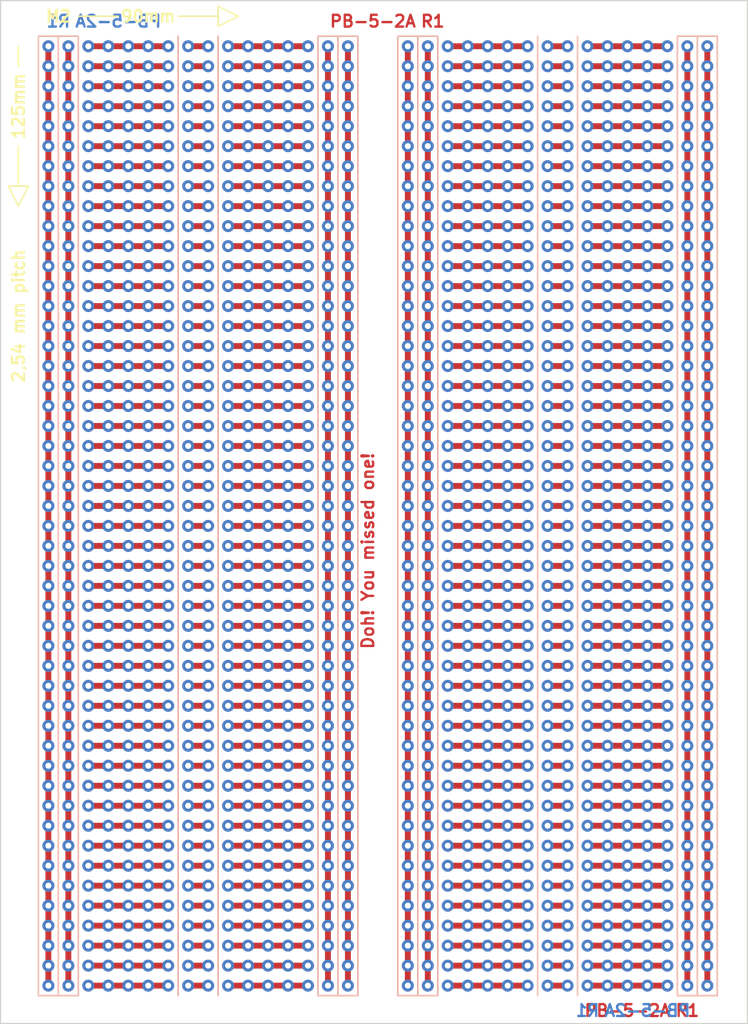
<source format=kicad_pcb>
(kicad_pcb (version 4) (host pcbnew 4.0.7)
  (layers (0 F.Cu signal) (31 B.Cu signal) (34 B.Paste user) (35 F.Paste user) (36 B.SilkS user) (37 F.SilkS user) (38 B.Mask user) (39 F.Mask user) (44 Edge.Cuts user))
  (net 0 "")
  (module Mounting_Holes:MountingHole_2.2mm_M2 (layer F.Cu) (at 65 172.5)
    (fp_text reference REF** hide)
    (fp_text value MountingHole_2.2mm_M2 hide)
    (pad 1 np_thru_hole circle (at 0 0) (size 2.2 2.2) (drill 2.2) (layers *.Cu *.Mask))
  )
  (module Mounting_Holes:MountingHole_2.2mm_M2 (layer F.Cu) (at 155 172.5)
    (fp_text reference REF** hide)
    (fp_text value MountingHole_2.2mm_M2 hide)
    (pad 1 np_thru_hole circle (at 0 0) (size 2.2 2.2) (drill 2.2) (layers *.Cu *.Mask))
  )
  (module Mounting_Holes:MountingHole_2.2mm_M2 (layer F.Cu) (at 65 47.5)
    (fp_text reference REF** hide)
    (fp_text value MountingHole_2.2mm_M2 hide)
    (pad 1 np_thru_hole circle (at 0 0) (size 2.2 2.2) (drill 2.2) (layers *.Cu *.Mask))
  )
  (module Alpha_Header:5_Hole_Strip (layer F.Cu) (at 73.66 78.74)
    (fp_text reference REF** hide)
    (fp_text value 5_Hole_Strip hide)
    (pad "" thru_hole circle (at 0 0) (size 1.524 1.524) (drill 0.762) (layers *.Cu *.Mask))
    (pad "" thru_hole circle (at 2.54 0) (size 1.524 1.524) (drill 0.762) (layers *.Cu *.Mask))
    (pad "" thru_hole circle (at 5.08 0) (size 1.524 1.524) (drill 0.762) (layers *.Cu *.Mask))
    (pad "" thru_hole circle (at 7.62 0) (size 1.524 1.524) (drill 0.762) (layers *.Cu *.Mask))
    (pad "" thru_hole circle (at 10.16 0) (size 1.524 1.524) (drill 0.762) (layers *.Cu *.Mask))
  )
  (module Alpha_Header:5_Hole_Strip (layer F.Cu) (at 73.66 76.2)
    (fp_text reference REF** hide)
    (fp_text value 5_Hole_Strip hide)
    (pad "" thru_hole circle (at 0 0) (size 1.524 1.524) (drill 0.762) (layers *.Cu *.Mask))
    (pad "" thru_hole circle (at 2.54 0) (size 1.524 1.524) (drill 0.762) (layers *.Cu *.Mask))
    (pad "" thru_hole circle (at 5.08 0) (size 1.524 1.524) (drill 0.762) (layers *.Cu *.Mask))
    (pad "" thru_hole circle (at 7.62 0) (size 1.524 1.524) (drill 0.762) (layers *.Cu *.Mask))
    (pad "" thru_hole circle (at 10.16 0) (size 1.524 1.524) (drill 0.762) (layers *.Cu *.Mask))
  )
  (module Alpha_Header:5_Hole_Strip (layer F.Cu) (at 73.66 81.28)
    (fp_text reference REF** hide)
    (fp_text value 5_Hole_Strip hide)
    (pad "" thru_hole circle (at 0 0) (size 1.524 1.524) (drill 0.762) (layers *.Cu *.Mask))
    (pad "" thru_hole circle (at 2.54 0) (size 1.524 1.524) (drill 0.762) (layers *.Cu *.Mask))
    (pad "" thru_hole circle (at 5.08 0) (size 1.524 1.524) (drill 0.762) (layers *.Cu *.Mask))
    (pad "" thru_hole circle (at 7.62 0) (size 1.524 1.524) (drill 0.762) (layers *.Cu *.Mask))
    (pad "" thru_hole circle (at 10.16 0) (size 1.524 1.524) (drill 0.762) (layers *.Cu *.Mask))
  )
  (module Alpha_Header:5_Hole_Strip (layer F.Cu) (at 73.66 86.36)
    (fp_text reference REF** hide)
    (fp_text value 5_Hole_Strip hide)
    (pad "" thru_hole circle (at 0 0) (size 1.524 1.524) (drill 0.762) (layers *.Cu *.Mask))
    (pad "" thru_hole circle (at 2.54 0) (size 1.524 1.524) (drill 0.762) (layers *.Cu *.Mask))
    (pad "" thru_hole circle (at 5.08 0) (size 1.524 1.524) (drill 0.762) (layers *.Cu *.Mask))
    (pad "" thru_hole circle (at 7.62 0) (size 1.524 1.524) (drill 0.762) (layers *.Cu *.Mask))
    (pad "" thru_hole circle (at 10.16 0) (size 1.524 1.524) (drill 0.762) (layers *.Cu *.Mask))
  )
  (module Alpha_Header:5_Hole_Strip (layer F.Cu) (at 73.66 83.82)
    (fp_text reference REF** hide)
    (fp_text value 5_Hole_Strip hide)
    (pad "" thru_hole circle (at 0 0) (size 1.524 1.524) (drill 0.762) (layers *.Cu *.Mask))
    (pad "" thru_hole circle (at 2.54 0) (size 1.524 1.524) (drill 0.762) (layers *.Cu *.Mask))
    (pad "" thru_hole circle (at 5.08 0) (size 1.524 1.524) (drill 0.762) (layers *.Cu *.Mask))
    (pad "" thru_hole circle (at 7.62 0) (size 1.524 1.524) (drill 0.762) (layers *.Cu *.Mask))
    (pad "" thru_hole circle (at 10.16 0) (size 1.524 1.524) (drill 0.762) (layers *.Cu *.Mask))
  )
  (module Alpha_Header:5_Hole_Strip (layer F.Cu) (at 68.58 86.36 90)
    (fp_text reference REF** hide)
    (fp_text value 5_Hole_Strip hide)
    (pad "" thru_hole circle (at 0 0 90) (size 1.524 1.524) (drill 0.762) (layers *.Cu *.Mask))
    (pad "" thru_hole circle (at 2.54 0 90) (size 1.524 1.524) (drill 0.762) (layers *.Cu *.Mask))
    (pad "" thru_hole circle (at 5.08 0 90) (size 1.524 1.524) (drill 0.762) (layers *.Cu *.Mask))
    (pad "" thru_hole circle (at 7.62 0 90) (size 1.524 1.524) (drill 0.762) (layers *.Cu *.Mask))
    (pad "" thru_hole circle (at 10.16 0 90) (size 1.524 1.524) (drill 0.762) (layers *.Cu *.Mask))
  )
  (module Alpha_Header:5_Hole_Strip (layer F.Cu) (at 71.12 86.36 90)
    (fp_text reference REF** hide)
    (fp_text value 5_Hole_Strip hide)
    (pad "" thru_hole circle (at 0 0 90) (size 1.524 1.524) (drill 0.762) (layers *.Cu *.Mask))
    (pad "" thru_hole circle (at 2.54 0 90) (size 1.524 1.524) (drill 0.762) (layers *.Cu *.Mask))
    (pad "" thru_hole circle (at 5.08 0 90) (size 1.524 1.524) (drill 0.762) (layers *.Cu *.Mask))
    (pad "" thru_hole circle (at 7.62 0 90) (size 1.524 1.524) (drill 0.762) (layers *.Cu *.Mask))
    (pad "" thru_hole circle (at 10.16 0 90) (size 1.524 1.524) (drill 0.762) (layers *.Cu *.Mask))
  )
  (module Alpha_Header:5_Hole_Strip (layer F.Cu) (at 73.66 58.42)
    (fp_text reference REF** hide)
    (fp_text value 5_Hole_Strip hide)
    (pad "" thru_hole circle (at 0 0) (size 1.524 1.524) (drill 0.762) (layers *.Cu *.Mask))
    (pad "" thru_hole circle (at 2.54 0) (size 1.524 1.524) (drill 0.762) (layers *.Cu *.Mask))
    (pad "" thru_hole circle (at 5.08 0) (size 1.524 1.524) (drill 0.762) (layers *.Cu *.Mask))
    (pad "" thru_hole circle (at 7.62 0) (size 1.524 1.524) (drill 0.762) (layers *.Cu *.Mask))
    (pad "" thru_hole circle (at 10.16 0) (size 1.524 1.524) (drill 0.762) (layers *.Cu *.Mask))
  )
  (module Alpha_Header:5_Hole_Strip (layer F.Cu) (at 73.66 55.88)
    (fp_text reference REF** hide)
    (fp_text value 5_Hole_Strip hide)
    (pad "" thru_hole circle (at 0 0) (size 1.524 1.524) (drill 0.762) (layers *.Cu *.Mask))
    (pad "" thru_hole circle (at 2.54 0) (size 1.524 1.524) (drill 0.762) (layers *.Cu *.Mask))
    (pad "" thru_hole circle (at 5.08 0) (size 1.524 1.524) (drill 0.762) (layers *.Cu *.Mask))
    (pad "" thru_hole circle (at 7.62 0) (size 1.524 1.524) (drill 0.762) (layers *.Cu *.Mask))
    (pad "" thru_hole circle (at 10.16 0) (size 1.524 1.524) (drill 0.762) (layers *.Cu *.Mask))
  )
  (module Alpha_Header:5_Hole_Strip (layer F.Cu) (at 73.66 53.34)
    (fp_text reference REF** hide)
    (fp_text value 5_Hole_Strip hide)
    (pad "" thru_hole circle (at 0 0) (size 1.524 1.524) (drill 0.762) (layers *.Cu *.Mask))
    (pad "" thru_hole circle (at 2.54 0) (size 1.524 1.524) (drill 0.762) (layers *.Cu *.Mask))
    (pad "" thru_hole circle (at 5.08 0) (size 1.524 1.524) (drill 0.762) (layers *.Cu *.Mask))
    (pad "" thru_hole circle (at 7.62 0) (size 1.524 1.524) (drill 0.762) (layers *.Cu *.Mask))
    (pad "" thru_hole circle (at 10.16 0) (size 1.524 1.524) (drill 0.762) (layers *.Cu *.Mask))
  )
  (module Alpha_Header:5_Hole_Strip (layer F.Cu) (at 68.58 60.96 90)
    (fp_text reference REF** hide)
    (fp_text value 5_Hole_Strip hide)
    (pad "" thru_hole circle (at 0 0 90) (size 1.524 1.524) (drill 0.762) (layers *.Cu *.Mask))
    (pad "" thru_hole circle (at 2.54 0 90) (size 1.524 1.524) (drill 0.762) (layers *.Cu *.Mask))
    (pad "" thru_hole circle (at 5.08 0 90) (size 1.524 1.524) (drill 0.762) (layers *.Cu *.Mask))
    (pad "" thru_hole circle (at 7.62 0 90) (size 1.524 1.524) (drill 0.762) (layers *.Cu *.Mask))
    (pad "" thru_hole circle (at 10.16 0 90) (size 1.524 1.524) (drill 0.762) (layers *.Cu *.Mask))
  )
  (module Alpha_Header:5_Hole_Strip (layer F.Cu) (at 71.12 60.96 90)
    (fp_text reference REF** hide)
    (fp_text value 5_Hole_Strip hide)
    (pad "" thru_hole circle (at 0 0 90) (size 1.524 1.524) (drill 0.762) (layers *.Cu *.Mask))
    (pad "" thru_hole circle (at 2.54 0 90) (size 1.524 1.524) (drill 0.762) (layers *.Cu *.Mask))
    (pad "" thru_hole circle (at 5.08 0 90) (size 1.524 1.524) (drill 0.762) (layers *.Cu *.Mask))
    (pad "" thru_hole circle (at 7.62 0 90) (size 1.524 1.524) (drill 0.762) (layers *.Cu *.Mask))
    (pad "" thru_hole circle (at 10.16 0 90) (size 1.524 1.524) (drill 0.762) (layers *.Cu *.Mask))
  )
  (module Alpha_Header:5_Hole_Strip (layer F.Cu) (at 73.66 60.96)
    (fp_text reference REF** hide)
    (fp_text value 5_Hole_Strip hide)
    (pad "" thru_hole circle (at 0 0) (size 1.524 1.524) (drill 0.762) (layers *.Cu *.Mask))
    (pad "" thru_hole circle (at 2.54 0) (size 1.524 1.524) (drill 0.762) (layers *.Cu *.Mask))
    (pad "" thru_hole circle (at 5.08 0) (size 1.524 1.524) (drill 0.762) (layers *.Cu *.Mask))
    (pad "" thru_hole circle (at 7.62 0) (size 1.524 1.524) (drill 0.762) (layers *.Cu *.Mask))
    (pad "" thru_hole circle (at 10.16 0) (size 1.524 1.524) (drill 0.762) (layers *.Cu *.Mask))
  )
  (module Alpha_Header:5_Hole_Strip (layer F.Cu) (at 73.66 50.8)
    (fp_text reference REF** hide)
    (fp_text value 5_Hole_Strip hide)
    (pad "" thru_hole circle (at 0 0) (size 1.524 1.524) (drill 0.762) (layers *.Cu *.Mask))
    (pad "" thru_hole circle (at 2.54 0) (size 1.524 1.524) (drill 0.762) (layers *.Cu *.Mask))
    (pad "" thru_hole circle (at 5.08 0) (size 1.524 1.524) (drill 0.762) (layers *.Cu *.Mask))
    (pad "" thru_hole circle (at 7.62 0) (size 1.524 1.524) (drill 0.762) (layers *.Cu *.Mask))
    (pad "" thru_hole circle (at 10.16 0) (size 1.524 1.524) (drill 0.762) (layers *.Cu *.Mask))
  )
  (module Alpha_Header:5_Hole_Strip (layer F.Cu) (at 73.66 63.5)
    (fp_text reference REF** hide)
    (fp_text value 5_Hole_Strip hide)
    (pad "" thru_hole circle (at 0 0) (size 1.524 1.524) (drill 0.762) (layers *.Cu *.Mask))
    (pad "" thru_hole circle (at 2.54 0) (size 1.524 1.524) (drill 0.762) (layers *.Cu *.Mask))
    (pad "" thru_hole circle (at 5.08 0) (size 1.524 1.524) (drill 0.762) (layers *.Cu *.Mask))
    (pad "" thru_hole circle (at 7.62 0) (size 1.524 1.524) (drill 0.762) (layers *.Cu *.Mask))
    (pad "" thru_hole circle (at 10.16 0) (size 1.524 1.524) (drill 0.762) (layers *.Cu *.Mask))
  )
  (module Alpha_Header:5_Hole_Strip (layer F.Cu) (at 73.66 68.58)
    (fp_text reference REF** hide)
    (fp_text value 5_Hole_Strip hide)
    (pad "" thru_hole circle (at 0 0) (size 1.524 1.524) (drill 0.762) (layers *.Cu *.Mask))
    (pad "" thru_hole circle (at 2.54 0) (size 1.524 1.524) (drill 0.762) (layers *.Cu *.Mask))
    (pad "" thru_hole circle (at 5.08 0) (size 1.524 1.524) (drill 0.762) (layers *.Cu *.Mask))
    (pad "" thru_hole circle (at 7.62 0) (size 1.524 1.524) (drill 0.762) (layers *.Cu *.Mask))
    (pad "" thru_hole circle (at 10.16 0) (size 1.524 1.524) (drill 0.762) (layers *.Cu *.Mask))
  )
  (module Alpha_Header:5_Hole_Strip (layer F.Cu) (at 73.66 73.66)
    (fp_text reference REF** hide)
    (fp_text value 5_Hole_Strip hide)
    (pad "" thru_hole circle (at 0 0) (size 1.524 1.524) (drill 0.762) (layers *.Cu *.Mask))
    (pad "" thru_hole circle (at 2.54 0) (size 1.524 1.524) (drill 0.762) (layers *.Cu *.Mask))
    (pad "" thru_hole circle (at 5.08 0) (size 1.524 1.524) (drill 0.762) (layers *.Cu *.Mask))
    (pad "" thru_hole circle (at 7.62 0) (size 1.524 1.524) (drill 0.762) (layers *.Cu *.Mask))
    (pad "" thru_hole circle (at 10.16 0) (size 1.524 1.524) (drill 0.762) (layers *.Cu *.Mask))
  )
  (module Alpha_Header:5_Hole_Strip (layer F.Cu) (at 68.58 73.66 90)
    (fp_text reference REF** hide)
    (fp_text value 5_Hole_Strip hide)
    (pad "" thru_hole circle (at 0 0 90) (size 1.524 1.524) (drill 0.762) (layers *.Cu *.Mask))
    (pad "" thru_hole circle (at 2.54 0 90) (size 1.524 1.524) (drill 0.762) (layers *.Cu *.Mask))
    (pad "" thru_hole circle (at 5.08 0 90) (size 1.524 1.524) (drill 0.762) (layers *.Cu *.Mask))
    (pad "" thru_hole circle (at 7.62 0 90) (size 1.524 1.524) (drill 0.762) (layers *.Cu *.Mask))
    (pad "" thru_hole circle (at 10.16 0 90) (size 1.524 1.524) (drill 0.762) (layers *.Cu *.Mask))
  )
  (module Alpha_Header:5_Hole_Strip (layer F.Cu) (at 73.66 66.04)
    (fp_text reference REF** hide)
    (fp_text value 5_Hole_Strip hide)
    (pad "" thru_hole circle (at 0 0) (size 1.524 1.524) (drill 0.762) (layers *.Cu *.Mask))
    (pad "" thru_hole circle (at 2.54 0) (size 1.524 1.524) (drill 0.762) (layers *.Cu *.Mask))
    (pad "" thru_hole circle (at 5.08 0) (size 1.524 1.524) (drill 0.762) (layers *.Cu *.Mask))
    (pad "" thru_hole circle (at 7.62 0) (size 1.524 1.524) (drill 0.762) (layers *.Cu *.Mask))
    (pad "" thru_hole circle (at 10.16 0) (size 1.524 1.524) (drill 0.762) (layers *.Cu *.Mask))
  )
  (module Alpha_Header:5_Hole_Strip (layer F.Cu) (at 73.66 71.12)
    (fp_text reference REF** hide)
    (fp_text value 5_Hole_Strip hide)
    (pad "" thru_hole circle (at 0 0) (size 1.524 1.524) (drill 0.762) (layers *.Cu *.Mask))
    (pad "" thru_hole circle (at 2.54 0) (size 1.524 1.524) (drill 0.762) (layers *.Cu *.Mask))
    (pad "" thru_hole circle (at 5.08 0) (size 1.524 1.524) (drill 0.762) (layers *.Cu *.Mask))
    (pad "" thru_hole circle (at 7.62 0) (size 1.524 1.524) (drill 0.762) (layers *.Cu *.Mask))
    (pad "" thru_hole circle (at 10.16 0) (size 1.524 1.524) (drill 0.762) (layers *.Cu *.Mask))
  )
  (module Alpha_Header:5_Hole_Strip (layer F.Cu) (at 71.12 73.66 90)
    (fp_text reference REF** hide)
    (fp_text value 5_Hole_Strip hide)
    (pad "" thru_hole circle (at 0 0 90) (size 1.524 1.524) (drill 0.762) (layers *.Cu *.Mask))
    (pad "" thru_hole circle (at 2.54 0 90) (size 1.524 1.524) (drill 0.762) (layers *.Cu *.Mask))
    (pad "" thru_hole circle (at 5.08 0 90) (size 1.524 1.524) (drill 0.762) (layers *.Cu *.Mask))
    (pad "" thru_hole circle (at 7.62 0 90) (size 1.524 1.524) (drill 0.762) (layers *.Cu *.Mask))
    (pad "" thru_hole circle (at 10.16 0 90) (size 1.524 1.524) (drill 0.762) (layers *.Cu *.Mask))
  )
  (module Alpha_Header:2_Hole_Strip (layer F.Cu) (at 86.36 86.36)
    (fp_text reference REF** hide)
    (fp_text value 2_Hole_Strip hide)
    (pad "" thru_hole circle (at 0 0) (size 1.524 1.524) (drill 0.762) (layers *.Cu *.Mask))
    (pad "" thru_hole circle (at 2.54 0) (size 1.524 1.524) (drill 0.762) (layers *.Cu *.Mask))
  )
  (module Alpha_Header:2_Hole_Strip (layer F.Cu) (at 86.36 81.28)
    (fp_text reference REF** hide)
    (fp_text value 2_Hole_Strip hide)
    (pad "" thru_hole circle (at 0 0) (size 1.524 1.524) (drill 0.762) (layers *.Cu *.Mask))
    (pad "" thru_hole circle (at 2.54 0) (size 1.524 1.524) (drill 0.762) (layers *.Cu *.Mask))
  )
  (module Alpha_Header:2_Hole_Strip (layer F.Cu) (at 86.36 71.12)
    (fp_text reference REF** hide)
    (fp_text value 2_Hole_Strip hide)
    (pad "" thru_hole circle (at 0 0) (size 1.524 1.524) (drill 0.762) (layers *.Cu *.Mask))
    (pad "" thru_hole circle (at 2.54 0) (size 1.524 1.524) (drill 0.762) (layers *.Cu *.Mask))
  )
  (module Alpha_Header:2_Hole_Strip (layer F.Cu) (at 86.36 83.82)
    (fp_text reference REF** hide)
    (fp_text value 2_Hole_Strip hide)
    (pad "" thru_hole circle (at 0 0) (size 1.524 1.524) (drill 0.762) (layers *.Cu *.Mask))
    (pad "" thru_hole circle (at 2.54 0) (size 1.524 1.524) (drill 0.762) (layers *.Cu *.Mask))
  )
  (module Alpha_Header:2_Hole_Strip (layer F.Cu) (at 86.36 78.74)
    (fp_text reference REF** hide)
    (fp_text value 2_Hole_Strip hide)
    (pad "" thru_hole circle (at 0 0) (size 1.524 1.524) (drill 0.762) (layers *.Cu *.Mask))
    (pad "" thru_hole circle (at 2.54 0) (size 1.524 1.524) (drill 0.762) (layers *.Cu *.Mask))
  )
  (module Alpha_Header:2_Hole_Strip (layer F.Cu) (at 86.36 76.2)
    (fp_text reference REF** hide)
    (fp_text value 2_Hole_Strip hide)
    (pad "" thru_hole circle (at 0 0) (size 1.524 1.524) (drill 0.762) (layers *.Cu *.Mask))
    (pad "" thru_hole circle (at 2.54 0) (size 1.524 1.524) (drill 0.762) (layers *.Cu *.Mask))
  )
  (module Alpha_Header:5_Hole_Strip (layer F.Cu) (at 68.58 124.46 90)
    (fp_text reference REF** hide)
    (fp_text value 5_Hole_Strip hide)
    (pad "" thru_hole circle (at 0 0 90) (size 1.524 1.524) (drill 0.762) (layers *.Cu *.Mask))
    (pad "" thru_hole circle (at 2.54 0 90) (size 1.524 1.524) (drill 0.762) (layers *.Cu *.Mask))
    (pad "" thru_hole circle (at 5.08 0 90) (size 1.524 1.524) (drill 0.762) (layers *.Cu *.Mask))
    (pad "" thru_hole circle (at 7.62 0 90) (size 1.524 1.524) (drill 0.762) (layers *.Cu *.Mask))
    (pad "" thru_hole circle (at 10.16 0 90) (size 1.524 1.524) (drill 0.762) (layers *.Cu *.Mask))
  )
  (module Alpha_Header:5_Hole_Strip (layer F.Cu) (at 71.12 124.46 90)
    (fp_text reference REF** hide)
    (fp_text value 5_Hole_Strip hide)
    (pad "" thru_hole circle (at 0 0 90) (size 1.524 1.524) (drill 0.762) (layers *.Cu *.Mask))
    (pad "" thru_hole circle (at 2.54 0 90) (size 1.524 1.524) (drill 0.762) (layers *.Cu *.Mask))
    (pad "" thru_hole circle (at 5.08 0 90) (size 1.524 1.524) (drill 0.762) (layers *.Cu *.Mask))
    (pad "" thru_hole circle (at 7.62 0 90) (size 1.524 1.524) (drill 0.762) (layers *.Cu *.Mask))
    (pad "" thru_hole circle (at 10.16 0 90) (size 1.524 1.524) (drill 0.762) (layers *.Cu *.Mask))
  )
  (module Alpha_Header:5_Hole_Strip (layer F.Cu) (at 68.58 111.76 90)
    (fp_text reference REF** hide)
    (fp_text value 5_Hole_Strip hide)
    (pad "" thru_hole circle (at 0 0 90) (size 1.524 1.524) (drill 0.762) (layers *.Cu *.Mask))
    (pad "" thru_hole circle (at 2.54 0 90) (size 1.524 1.524) (drill 0.762) (layers *.Cu *.Mask))
    (pad "" thru_hole circle (at 5.08 0 90) (size 1.524 1.524) (drill 0.762) (layers *.Cu *.Mask))
    (pad "" thru_hole circle (at 7.62 0 90) (size 1.524 1.524) (drill 0.762) (layers *.Cu *.Mask))
    (pad "" thru_hole circle (at 10.16 0 90) (size 1.524 1.524) (drill 0.762) (layers *.Cu *.Mask))
  )
  (module Alpha_Header:5_Hole_Strip (layer F.Cu) (at 71.12 111.76 90)
    (fp_text reference REF** hide)
    (fp_text value 5_Hole_Strip hide)
    (pad "" thru_hole circle (at 0 0 90) (size 1.524 1.524) (drill 0.762) (layers *.Cu *.Mask))
    (pad "" thru_hole circle (at 2.54 0 90) (size 1.524 1.524) (drill 0.762) (layers *.Cu *.Mask))
    (pad "" thru_hole circle (at 5.08 0 90) (size 1.524 1.524) (drill 0.762) (layers *.Cu *.Mask))
    (pad "" thru_hole circle (at 7.62 0 90) (size 1.524 1.524) (drill 0.762) (layers *.Cu *.Mask))
    (pad "" thru_hole circle (at 10.16 0 90) (size 1.524 1.524) (drill 0.762) (layers *.Cu *.Mask))
  )
  (module Alpha_Header:5_Hole_Strip (layer F.Cu) (at 73.66 101.6)
    (fp_text reference REF** hide)
    (fp_text value 5_Hole_Strip hide)
    (pad "" thru_hole circle (at 0 0) (size 1.524 1.524) (drill 0.762) (layers *.Cu *.Mask))
    (pad "" thru_hole circle (at 2.54 0) (size 1.524 1.524) (drill 0.762) (layers *.Cu *.Mask))
    (pad "" thru_hole circle (at 5.08 0) (size 1.524 1.524) (drill 0.762) (layers *.Cu *.Mask))
    (pad "" thru_hole circle (at 7.62 0) (size 1.524 1.524) (drill 0.762) (layers *.Cu *.Mask))
    (pad "" thru_hole circle (at 10.16 0) (size 1.524 1.524) (drill 0.762) (layers *.Cu *.Mask))
  )
  (module Alpha_Header:5_Hole_Strip (layer F.Cu) (at 73.66 104.14)
    (fp_text reference REF** hide)
    (fp_text value 5_Hole_Strip hide)
    (pad "" thru_hole circle (at 0 0) (size 1.524 1.524) (drill 0.762) (layers *.Cu *.Mask))
    (pad "" thru_hole circle (at 2.54 0) (size 1.524 1.524) (drill 0.762) (layers *.Cu *.Mask))
    (pad "" thru_hole circle (at 5.08 0) (size 1.524 1.524) (drill 0.762) (layers *.Cu *.Mask))
    (pad "" thru_hole circle (at 7.62 0) (size 1.524 1.524) (drill 0.762) (layers *.Cu *.Mask))
    (pad "" thru_hole circle (at 10.16 0) (size 1.524 1.524) (drill 0.762) (layers *.Cu *.Mask))
  )
  (module Alpha_Header:5_Hole_Strip (layer F.Cu) (at 73.66 109.22)
    (fp_text reference REF** hide)
    (fp_text value 5_Hole_Strip hide)
    (pad "" thru_hole circle (at 0 0) (size 1.524 1.524) (drill 0.762) (layers *.Cu *.Mask))
    (pad "" thru_hole circle (at 2.54 0) (size 1.524 1.524) (drill 0.762) (layers *.Cu *.Mask))
    (pad "" thru_hole circle (at 5.08 0) (size 1.524 1.524) (drill 0.762) (layers *.Cu *.Mask))
    (pad "" thru_hole circle (at 7.62 0) (size 1.524 1.524) (drill 0.762) (layers *.Cu *.Mask))
    (pad "" thru_hole circle (at 10.16 0) (size 1.524 1.524) (drill 0.762) (layers *.Cu *.Mask))
  )
  (module Alpha_Header:5_Hole_Strip (layer F.Cu) (at 73.66 111.76)
    (fp_text reference REF** hide)
    (fp_text value 5_Hole_Strip hide)
    (pad "" thru_hole circle (at 0 0) (size 1.524 1.524) (drill 0.762) (layers *.Cu *.Mask))
    (pad "" thru_hole circle (at 2.54 0) (size 1.524 1.524) (drill 0.762) (layers *.Cu *.Mask))
    (pad "" thru_hole circle (at 5.08 0) (size 1.524 1.524) (drill 0.762) (layers *.Cu *.Mask))
    (pad "" thru_hole circle (at 7.62 0) (size 1.524 1.524) (drill 0.762) (layers *.Cu *.Mask))
    (pad "" thru_hole circle (at 10.16 0) (size 1.524 1.524) (drill 0.762) (layers *.Cu *.Mask))
  )
  (module Alpha_Header:5_Hole_Strip (layer F.Cu) (at 73.66 106.68)
    (fp_text reference REF** hide)
    (fp_text value 5_Hole_Strip hide)
    (pad "" thru_hole circle (at 0 0) (size 1.524 1.524) (drill 0.762) (layers *.Cu *.Mask))
    (pad "" thru_hole circle (at 2.54 0) (size 1.524 1.524) (drill 0.762) (layers *.Cu *.Mask))
    (pad "" thru_hole circle (at 5.08 0) (size 1.524 1.524) (drill 0.762) (layers *.Cu *.Mask))
    (pad "" thru_hole circle (at 7.62 0) (size 1.524 1.524) (drill 0.762) (layers *.Cu *.Mask))
    (pad "" thru_hole circle (at 10.16 0) (size 1.524 1.524) (drill 0.762) (layers *.Cu *.Mask))
  )
  (module Alpha_Header:5_Hole_Strip (layer F.Cu) (at 73.66 96.52)
    (fp_text reference REF** hide)
    (fp_text value 5_Hole_Strip hide)
    (pad "" thru_hole circle (at 0 0) (size 1.524 1.524) (drill 0.762) (layers *.Cu *.Mask))
    (pad "" thru_hole circle (at 2.54 0) (size 1.524 1.524) (drill 0.762) (layers *.Cu *.Mask))
    (pad "" thru_hole circle (at 5.08 0) (size 1.524 1.524) (drill 0.762) (layers *.Cu *.Mask))
    (pad "" thru_hole circle (at 7.62 0) (size 1.524 1.524) (drill 0.762) (layers *.Cu *.Mask))
    (pad "" thru_hole circle (at 10.16 0) (size 1.524 1.524) (drill 0.762) (layers *.Cu *.Mask))
  )
  (module Alpha_Header:5_Hole_Strip (layer F.Cu) (at 71.12 99.06 90)
    (fp_text reference REF** hide)
    (fp_text value 5_Hole_Strip hide)
    (pad "" thru_hole circle (at 0 0 90) (size 1.524 1.524) (drill 0.762) (layers *.Cu *.Mask))
    (pad "" thru_hole circle (at 2.54 0 90) (size 1.524 1.524) (drill 0.762) (layers *.Cu *.Mask))
    (pad "" thru_hole circle (at 5.08 0 90) (size 1.524 1.524) (drill 0.762) (layers *.Cu *.Mask))
    (pad "" thru_hole circle (at 7.62 0 90) (size 1.524 1.524) (drill 0.762) (layers *.Cu *.Mask))
    (pad "" thru_hole circle (at 10.16 0 90) (size 1.524 1.524) (drill 0.762) (layers *.Cu *.Mask))
  )
  (module Alpha_Header:5_Hole_Strip (layer F.Cu) (at 68.58 99.06 90)
    (fp_text reference REF** hide)
    (fp_text value 5_Hole_Strip hide)
    (pad "" thru_hole circle (at 0 0 90) (size 1.524 1.524) (drill 0.762) (layers *.Cu *.Mask))
    (pad "" thru_hole circle (at 2.54 0 90) (size 1.524 1.524) (drill 0.762) (layers *.Cu *.Mask))
    (pad "" thru_hole circle (at 5.08 0 90) (size 1.524 1.524) (drill 0.762) (layers *.Cu *.Mask))
    (pad "" thru_hole circle (at 7.62 0 90) (size 1.524 1.524) (drill 0.762) (layers *.Cu *.Mask))
    (pad "" thru_hole circle (at 10.16 0 90) (size 1.524 1.524) (drill 0.762) (layers *.Cu *.Mask))
  )
  (module Alpha_Header:5_Hole_Strip (layer F.Cu) (at 73.66 99.06)
    (fp_text reference REF** hide)
    (fp_text value 5_Hole_Strip hide)
    (pad "" thru_hole circle (at 0 0) (size 1.524 1.524) (drill 0.762) (layers *.Cu *.Mask))
    (pad "" thru_hole circle (at 2.54 0) (size 1.524 1.524) (drill 0.762) (layers *.Cu *.Mask))
    (pad "" thru_hole circle (at 5.08 0) (size 1.524 1.524) (drill 0.762) (layers *.Cu *.Mask))
    (pad "" thru_hole circle (at 7.62 0) (size 1.524 1.524) (drill 0.762) (layers *.Cu *.Mask))
    (pad "" thru_hole circle (at 10.16 0) (size 1.524 1.524) (drill 0.762) (layers *.Cu *.Mask))
  )
  (module Alpha_Header:5_Hole_Strip (layer F.Cu) (at 73.66 91.44)
    (fp_text reference REF** hide)
    (fp_text value 5_Hole_Strip hide)
    (pad "" thru_hole circle (at 0 0) (size 1.524 1.524) (drill 0.762) (layers *.Cu *.Mask))
    (pad "" thru_hole circle (at 2.54 0) (size 1.524 1.524) (drill 0.762) (layers *.Cu *.Mask))
    (pad "" thru_hole circle (at 5.08 0) (size 1.524 1.524) (drill 0.762) (layers *.Cu *.Mask))
    (pad "" thru_hole circle (at 7.62 0) (size 1.524 1.524) (drill 0.762) (layers *.Cu *.Mask))
    (pad "" thru_hole circle (at 10.16 0) (size 1.524 1.524) (drill 0.762) (layers *.Cu *.Mask))
  )
  (module Alpha_Header:5_Hole_Strip (layer F.Cu) (at 73.66 93.98)
    (fp_text reference REF** hide)
    (fp_text value 5_Hole_Strip hide)
    (pad "" thru_hole circle (at 0 0) (size 1.524 1.524) (drill 0.762) (layers *.Cu *.Mask))
    (pad "" thru_hole circle (at 2.54 0) (size 1.524 1.524) (drill 0.762) (layers *.Cu *.Mask))
    (pad "" thru_hole circle (at 5.08 0) (size 1.524 1.524) (drill 0.762) (layers *.Cu *.Mask))
    (pad "" thru_hole circle (at 7.62 0) (size 1.524 1.524) (drill 0.762) (layers *.Cu *.Mask))
    (pad "" thru_hole circle (at 10.16 0) (size 1.524 1.524) (drill 0.762) (layers *.Cu *.Mask))
  )
  (module Alpha_Header:5_Hole_Strip (layer F.Cu) (at 73.66 88.9)
    (fp_text reference REF** hide)
    (fp_text value 5_Hole_Strip hide)
    (pad "" thru_hole circle (at 0 0) (size 1.524 1.524) (drill 0.762) (layers *.Cu *.Mask))
    (pad "" thru_hole circle (at 2.54 0) (size 1.524 1.524) (drill 0.762) (layers *.Cu *.Mask))
    (pad "" thru_hole circle (at 5.08 0) (size 1.524 1.524) (drill 0.762) (layers *.Cu *.Mask))
    (pad "" thru_hole circle (at 7.62 0) (size 1.524 1.524) (drill 0.762) (layers *.Cu *.Mask))
    (pad "" thru_hole circle (at 10.16 0) (size 1.524 1.524) (drill 0.762) (layers *.Cu *.Mask))
  )
  (module Alpha_Header:2_Hole_Strip (layer F.Cu) (at 86.36 121.92)
    (fp_text reference REF** hide)
    (fp_text value 2_Hole_Strip hide)
    (pad "" thru_hole circle (at 0 0) (size 1.524 1.524) (drill 0.762) (layers *.Cu *.Mask))
    (pad "" thru_hole circle (at 2.54 0) (size 1.524 1.524) (drill 0.762) (layers *.Cu *.Mask))
  )
  (module Alpha_Header:2_Hole_Strip (layer F.Cu) (at 86.36 119.38)
    (fp_text reference REF** hide)
    (fp_text value 2_Hole_Strip hide)
    (pad "" thru_hole circle (at 0 0) (size 1.524 1.524) (drill 0.762) (layers *.Cu *.Mask))
    (pad "" thru_hole circle (at 2.54 0) (size 1.524 1.524) (drill 0.762) (layers *.Cu *.Mask))
  )
  (module Alpha_Header:2_Hole_Strip (layer F.Cu) (at 86.36 116.84)
    (fp_text reference REF** hide)
    (fp_text value 2_Hole_Strip hide)
    (pad "" thru_hole circle (at 0 0) (size 1.524 1.524) (drill 0.762) (layers *.Cu *.Mask))
    (pad "" thru_hole circle (at 2.54 0) (size 1.524 1.524) (drill 0.762) (layers *.Cu *.Mask))
  )
  (module Alpha_Header:5_Hole_Strip (layer F.Cu) (at 73.66 124.46)
    (fp_text reference REF** hide)
    (fp_text value 5_Hole_Strip hide)
    (pad "" thru_hole circle (at 0 0) (size 1.524 1.524) (drill 0.762) (layers *.Cu *.Mask))
    (pad "" thru_hole circle (at 2.54 0) (size 1.524 1.524) (drill 0.762) (layers *.Cu *.Mask))
    (pad "" thru_hole circle (at 5.08 0) (size 1.524 1.524) (drill 0.762) (layers *.Cu *.Mask))
    (pad "" thru_hole circle (at 7.62 0) (size 1.524 1.524) (drill 0.762) (layers *.Cu *.Mask))
    (pad "" thru_hole circle (at 10.16 0) (size 1.524 1.524) (drill 0.762) (layers *.Cu *.Mask))
  )
  (module Alpha_Header:5_Hole_Strip (layer F.Cu) (at 73.66 114.3)
    (fp_text reference REF** hide)
    (fp_text value 5_Hole_Strip hide)
    (pad "" thru_hole circle (at 0 0) (size 1.524 1.524) (drill 0.762) (layers *.Cu *.Mask))
    (pad "" thru_hole circle (at 2.54 0) (size 1.524 1.524) (drill 0.762) (layers *.Cu *.Mask))
    (pad "" thru_hole circle (at 5.08 0) (size 1.524 1.524) (drill 0.762) (layers *.Cu *.Mask))
    (pad "" thru_hole circle (at 7.62 0) (size 1.524 1.524) (drill 0.762) (layers *.Cu *.Mask))
    (pad "" thru_hole circle (at 10.16 0) (size 1.524 1.524) (drill 0.762) (layers *.Cu *.Mask))
  )
  (module Alpha_Header:5_Hole_Strip (layer F.Cu) (at 73.66 121.92)
    (fp_text reference REF** hide)
    (fp_text value 5_Hole_Strip hide)
    (pad "" thru_hole circle (at 0 0) (size 1.524 1.524) (drill 0.762) (layers *.Cu *.Mask))
    (pad "" thru_hole circle (at 2.54 0) (size 1.524 1.524) (drill 0.762) (layers *.Cu *.Mask))
    (pad "" thru_hole circle (at 5.08 0) (size 1.524 1.524) (drill 0.762) (layers *.Cu *.Mask))
    (pad "" thru_hole circle (at 7.62 0) (size 1.524 1.524) (drill 0.762) (layers *.Cu *.Mask))
    (pad "" thru_hole circle (at 10.16 0) (size 1.524 1.524) (drill 0.762) (layers *.Cu *.Mask))
  )
  (module Alpha_Header:5_Hole_Strip (layer F.Cu) (at 73.66 116.84)
    (fp_text reference REF** hide)
    (fp_text value 5_Hole_Strip hide)
    (pad "" thru_hole circle (at 0 0) (size 1.524 1.524) (drill 0.762) (layers *.Cu *.Mask))
    (pad "" thru_hole circle (at 2.54 0) (size 1.524 1.524) (drill 0.762) (layers *.Cu *.Mask))
    (pad "" thru_hole circle (at 5.08 0) (size 1.524 1.524) (drill 0.762) (layers *.Cu *.Mask))
    (pad "" thru_hole circle (at 7.62 0) (size 1.524 1.524) (drill 0.762) (layers *.Cu *.Mask))
    (pad "" thru_hole circle (at 10.16 0) (size 1.524 1.524) (drill 0.762) (layers *.Cu *.Mask))
  )
  (module Alpha_Header:5_Hole_Strip (layer F.Cu) (at 73.66 119.38)
    (fp_text reference REF** hide)
    (fp_text value 5_Hole_Strip hide)
    (pad "" thru_hole circle (at 0 0) (size 1.524 1.524) (drill 0.762) (layers *.Cu *.Mask))
    (pad "" thru_hole circle (at 2.54 0) (size 1.524 1.524) (drill 0.762) (layers *.Cu *.Mask))
    (pad "" thru_hole circle (at 5.08 0) (size 1.524 1.524) (drill 0.762) (layers *.Cu *.Mask))
    (pad "" thru_hole circle (at 7.62 0) (size 1.524 1.524) (drill 0.762) (layers *.Cu *.Mask))
    (pad "" thru_hole circle (at 10.16 0) (size 1.524 1.524) (drill 0.762) (layers *.Cu *.Mask))
  )
  (module Alpha_Header:5_Hole_Strip (layer F.Cu) (at 91.44 88.9)
    (fp_text reference REF** hide)
    (fp_text value 5_Hole_Strip hide)
    (pad "" thru_hole circle (at 0 0) (size 1.524 1.524) (drill 0.762) (layers *.Cu *.Mask))
    (pad "" thru_hole circle (at 2.54 0) (size 1.524 1.524) (drill 0.762) (layers *.Cu *.Mask))
    (pad "" thru_hole circle (at 5.08 0) (size 1.524 1.524) (drill 0.762) (layers *.Cu *.Mask))
    (pad "" thru_hole circle (at 7.62 0) (size 1.524 1.524) (drill 0.762) (layers *.Cu *.Mask))
    (pad "" thru_hole circle (at 10.16 0) (size 1.524 1.524) (drill 0.762) (layers *.Cu *.Mask))
  )
  (module Alpha_Header:2_Hole_Strip (layer F.Cu) (at 86.36 93.98)
    (fp_text reference REF** hide)
    (fp_text value 2_Hole_Strip hide)
    (pad "" thru_hole circle (at 0 0) (size 1.524 1.524) (drill 0.762) (layers *.Cu *.Mask))
    (pad "" thru_hole circle (at 2.54 0) (size 1.524 1.524) (drill 0.762) (layers *.Cu *.Mask))
  )
  (module Alpha_Header:2_Hole_Strip (layer F.Cu) (at 86.36 88.9)
    (fp_text reference REF** hide)
    (fp_text value 2_Hole_Strip hide)
    (pad "" thru_hole circle (at 0 0) (size 1.524 1.524) (drill 0.762) (layers *.Cu *.Mask))
    (pad "" thru_hole circle (at 2.54 0) (size 1.524 1.524) (drill 0.762) (layers *.Cu *.Mask))
  )
  (module Alpha_Header:2_Hole_Strip (layer F.Cu) (at 86.36 91.44)
    (fp_text reference REF** hide)
    (fp_text value 2_Hole_Strip hide)
    (pad "" thru_hole circle (at 0 0) (size 1.524 1.524) (drill 0.762) (layers *.Cu *.Mask))
    (pad "" thru_hole circle (at 2.54 0) (size 1.524 1.524) (drill 0.762) (layers *.Cu *.Mask))
  )
  (module Alpha_Header:5_Hole_Strip (layer F.Cu) (at 91.44 93.98)
    (fp_text reference REF** hide)
    (fp_text value 5_Hole_Strip hide)
    (pad "" thru_hole circle (at 0 0) (size 1.524 1.524) (drill 0.762) (layers *.Cu *.Mask))
    (pad "" thru_hole circle (at 2.54 0) (size 1.524 1.524) (drill 0.762) (layers *.Cu *.Mask))
    (pad "" thru_hole circle (at 5.08 0) (size 1.524 1.524) (drill 0.762) (layers *.Cu *.Mask))
    (pad "" thru_hole circle (at 7.62 0) (size 1.524 1.524) (drill 0.762) (layers *.Cu *.Mask))
    (pad "" thru_hole circle (at 10.16 0) (size 1.524 1.524) (drill 0.762) (layers *.Cu *.Mask))
  )
  (module Alpha_Header:5_Hole_Strip (layer F.Cu) (at 91.44 91.44)
    (fp_text reference REF** hide)
    (fp_text value 5_Hole_Strip hide)
    (pad "" thru_hole circle (at 0 0) (size 1.524 1.524) (drill 0.762) (layers *.Cu *.Mask))
    (pad "" thru_hole circle (at 2.54 0) (size 1.524 1.524) (drill 0.762) (layers *.Cu *.Mask))
    (pad "" thru_hole circle (at 5.08 0) (size 1.524 1.524) (drill 0.762) (layers *.Cu *.Mask))
    (pad "" thru_hole circle (at 7.62 0) (size 1.524 1.524) (drill 0.762) (layers *.Cu *.Mask))
    (pad "" thru_hole circle (at 10.16 0) (size 1.524 1.524) (drill 0.762) (layers *.Cu *.Mask))
  )
  (module Alpha_Header:5_Hole_Strip (layer F.Cu) (at 91.44 96.52)
    (fp_text reference REF** hide)
    (fp_text value 5_Hole_Strip hide)
    (pad "" thru_hole circle (at 0 0) (size 1.524 1.524) (drill 0.762) (layers *.Cu *.Mask))
    (pad "" thru_hole circle (at 2.54 0) (size 1.524 1.524) (drill 0.762) (layers *.Cu *.Mask))
    (pad "" thru_hole circle (at 5.08 0) (size 1.524 1.524) (drill 0.762) (layers *.Cu *.Mask))
    (pad "" thru_hole circle (at 7.62 0) (size 1.524 1.524) (drill 0.762) (layers *.Cu *.Mask))
    (pad "" thru_hole circle (at 10.16 0) (size 1.524 1.524) (drill 0.762) (layers *.Cu *.Mask))
  )
  (module Alpha_Header:5_Hole_Strip (layer F.Cu) (at 106.68 99.06 90)
    (fp_text reference REF** hide)
    (fp_text value 5_Hole_Strip hide)
    (pad "" thru_hole circle (at 0 0 90) (size 1.524 1.524) (drill 0.762) (layers *.Cu *.Mask))
    (pad "" thru_hole circle (at 2.54 0 90) (size 1.524 1.524) (drill 0.762) (layers *.Cu *.Mask))
    (pad "" thru_hole circle (at 5.08 0 90) (size 1.524 1.524) (drill 0.762) (layers *.Cu *.Mask))
    (pad "" thru_hole circle (at 7.62 0 90) (size 1.524 1.524) (drill 0.762) (layers *.Cu *.Mask))
    (pad "" thru_hole circle (at 10.16 0 90) (size 1.524 1.524) (drill 0.762) (layers *.Cu *.Mask))
  )
  (module Alpha_Header:5_Hole_Strip (layer F.Cu) (at 104.14 99.06 90)
    (fp_text reference REF** hide)
    (fp_text value 5_Hole_Strip hide)
    (pad "" thru_hole circle (at 0 0 90) (size 1.524 1.524) (drill 0.762) (layers *.Cu *.Mask))
    (pad "" thru_hole circle (at 2.54 0 90) (size 1.524 1.524) (drill 0.762) (layers *.Cu *.Mask))
    (pad "" thru_hole circle (at 5.08 0 90) (size 1.524 1.524) (drill 0.762) (layers *.Cu *.Mask))
    (pad "" thru_hole circle (at 7.62 0 90) (size 1.524 1.524) (drill 0.762) (layers *.Cu *.Mask))
    (pad "" thru_hole circle (at 10.16 0 90) (size 1.524 1.524) (drill 0.762) (layers *.Cu *.Mask))
  )
  (module Alpha_Header:5_Hole_Strip (layer F.Cu) (at 91.44 99.06)
    (fp_text reference REF** hide)
    (fp_text value 5_Hole_Strip hide)
    (pad "" thru_hole circle (at 0 0) (size 1.524 1.524) (drill 0.762) (layers *.Cu *.Mask))
    (pad "" thru_hole circle (at 2.54 0) (size 1.524 1.524) (drill 0.762) (layers *.Cu *.Mask))
    (pad "" thru_hole circle (at 5.08 0) (size 1.524 1.524) (drill 0.762) (layers *.Cu *.Mask))
    (pad "" thru_hole circle (at 7.62 0) (size 1.524 1.524) (drill 0.762) (layers *.Cu *.Mask))
    (pad "" thru_hole circle (at 10.16 0) (size 1.524 1.524) (drill 0.762) (layers *.Cu *.Mask))
  )
  (module Alpha_Header:5_Hole_Strip (layer F.Cu) (at 91.44 124.46)
    (fp_text reference REF** hide)
    (fp_text value 5_Hole_Strip hide)
    (pad "" thru_hole circle (at 0 0) (size 1.524 1.524) (drill 0.762) (layers *.Cu *.Mask))
    (pad "" thru_hole circle (at 2.54 0) (size 1.524 1.524) (drill 0.762) (layers *.Cu *.Mask))
    (pad "" thru_hole circle (at 5.08 0) (size 1.524 1.524) (drill 0.762) (layers *.Cu *.Mask))
    (pad "" thru_hole circle (at 7.62 0) (size 1.524 1.524) (drill 0.762) (layers *.Cu *.Mask))
    (pad "" thru_hole circle (at 10.16 0) (size 1.524 1.524) (drill 0.762) (layers *.Cu *.Mask))
  )
  (module Alpha_Header:5_Hole_Strip (layer F.Cu) (at 91.44 121.92)
    (fp_text reference REF** hide)
    (fp_text value 5_Hole_Strip hide)
    (pad "" thru_hole circle (at 0 0) (size 1.524 1.524) (drill 0.762) (layers *.Cu *.Mask))
    (pad "" thru_hole circle (at 2.54 0) (size 1.524 1.524) (drill 0.762) (layers *.Cu *.Mask))
    (pad "" thru_hole circle (at 5.08 0) (size 1.524 1.524) (drill 0.762) (layers *.Cu *.Mask))
    (pad "" thru_hole circle (at 7.62 0) (size 1.524 1.524) (drill 0.762) (layers *.Cu *.Mask))
    (pad "" thru_hole circle (at 10.16 0) (size 1.524 1.524) (drill 0.762) (layers *.Cu *.Mask))
  )
  (module Alpha_Header:5_Hole_Strip (layer F.Cu) (at 91.44 116.84)
    (fp_text reference REF** hide)
    (fp_text value 5_Hole_Strip hide)
    (pad "" thru_hole circle (at 0 0) (size 1.524 1.524) (drill 0.762) (layers *.Cu *.Mask))
    (pad "" thru_hole circle (at 2.54 0) (size 1.524 1.524) (drill 0.762) (layers *.Cu *.Mask))
    (pad "" thru_hole circle (at 5.08 0) (size 1.524 1.524) (drill 0.762) (layers *.Cu *.Mask))
    (pad "" thru_hole circle (at 7.62 0) (size 1.524 1.524) (drill 0.762) (layers *.Cu *.Mask))
    (pad "" thru_hole circle (at 10.16 0) (size 1.524 1.524) (drill 0.762) (layers *.Cu *.Mask))
  )
  (module Alpha_Header:5_Hole_Strip (layer F.Cu) (at 91.44 119.38)
    (fp_text reference REF** hide)
    (fp_text value 5_Hole_Strip hide)
    (pad "" thru_hole circle (at 0 0) (size 1.524 1.524) (drill 0.762) (layers *.Cu *.Mask))
    (pad "" thru_hole circle (at 2.54 0) (size 1.524 1.524) (drill 0.762) (layers *.Cu *.Mask))
    (pad "" thru_hole circle (at 5.08 0) (size 1.524 1.524) (drill 0.762) (layers *.Cu *.Mask))
    (pad "" thru_hole circle (at 7.62 0) (size 1.524 1.524) (drill 0.762) (layers *.Cu *.Mask))
    (pad "" thru_hole circle (at 10.16 0) (size 1.524 1.524) (drill 0.762) (layers *.Cu *.Mask))
  )
  (module Alpha_Header:5_Hole_Strip (layer F.Cu) (at 106.68 124.46 90)
    (fp_text reference REF** hide)
    (fp_text value 5_Hole_Strip hide)
    (pad "" thru_hole circle (at 0 0 90) (size 1.524 1.524) (drill 0.762) (layers *.Cu *.Mask))
    (pad "" thru_hole circle (at 2.54 0 90) (size 1.524 1.524) (drill 0.762) (layers *.Cu *.Mask))
    (pad "" thru_hole circle (at 5.08 0 90) (size 1.524 1.524) (drill 0.762) (layers *.Cu *.Mask))
    (pad "" thru_hole circle (at 7.62 0 90) (size 1.524 1.524) (drill 0.762) (layers *.Cu *.Mask))
    (pad "" thru_hole circle (at 10.16 0 90) (size 1.524 1.524) (drill 0.762) (layers *.Cu *.Mask))
  )
  (module Alpha_Header:5_Hole_Strip (layer F.Cu) (at 104.14 124.46 90)
    (fp_text reference REF** hide)
    (fp_text value 5_Hole_Strip hide)
    (pad "" thru_hole circle (at 0 0 90) (size 1.524 1.524) (drill 0.762) (layers *.Cu *.Mask))
    (pad "" thru_hole circle (at 2.54 0 90) (size 1.524 1.524) (drill 0.762) (layers *.Cu *.Mask))
    (pad "" thru_hole circle (at 5.08 0 90) (size 1.524 1.524) (drill 0.762) (layers *.Cu *.Mask))
    (pad "" thru_hole circle (at 7.62 0 90) (size 1.524 1.524) (drill 0.762) (layers *.Cu *.Mask))
    (pad "" thru_hole circle (at 10.16 0 90) (size 1.524 1.524) (drill 0.762) (layers *.Cu *.Mask))
  )
  (module Alpha_Header:5_Hole_Strip (layer F.Cu) (at 91.44 114.3)
    (fp_text reference REF** hide)
    (fp_text value 5_Hole_Strip hide)
    (pad "" thru_hole circle (at 0 0) (size 1.524 1.524) (drill 0.762) (layers *.Cu *.Mask))
    (pad "" thru_hole circle (at 2.54 0) (size 1.524 1.524) (drill 0.762) (layers *.Cu *.Mask))
    (pad "" thru_hole circle (at 5.08 0) (size 1.524 1.524) (drill 0.762) (layers *.Cu *.Mask))
    (pad "" thru_hole circle (at 7.62 0) (size 1.524 1.524) (drill 0.762) (layers *.Cu *.Mask))
    (pad "" thru_hole circle (at 10.16 0) (size 1.524 1.524) (drill 0.762) (layers *.Cu *.Mask))
  )
  (module Alpha_Header:2_Hole_Strip (layer F.Cu) (at 86.36 124.46)
    (fp_text reference REF** hide)
    (fp_text value 2_Hole_Strip hide)
    (pad "" thru_hole circle (at 0 0) (size 1.524 1.524) (drill 0.762) (layers *.Cu *.Mask))
    (pad "" thru_hole circle (at 2.54 0) (size 1.524 1.524) (drill 0.762) (layers *.Cu *.Mask))
  )
  (module Alpha_Header:2_Hole_Strip (layer F.Cu) (at 86.36 99.06)
    (fp_text reference REF** hide)
    (fp_text value 2_Hole_Strip hide)
    (pad "" thru_hole circle (at 0 0) (size 1.524 1.524) (drill 0.762) (layers *.Cu *.Mask))
    (pad "" thru_hole circle (at 2.54 0) (size 1.524 1.524) (drill 0.762) (layers *.Cu *.Mask))
  )
  (module Alpha_Header:2_Hole_Strip (layer F.Cu) (at 86.36 104.14)
    (fp_text reference REF** hide)
    (fp_text value 2_Hole_Strip hide)
    (pad "" thru_hole circle (at 0 0) (size 1.524 1.524) (drill 0.762) (layers *.Cu *.Mask))
    (pad "" thru_hole circle (at 2.54 0) (size 1.524 1.524) (drill 0.762) (layers *.Cu *.Mask))
  )
  (module Alpha_Header:2_Hole_Strip (layer F.Cu) (at 86.36 106.68)
    (fp_text reference REF** hide)
    (fp_text value 2_Hole_Strip hide)
    (pad "" thru_hole circle (at 0 0) (size 1.524 1.524) (drill 0.762) (layers *.Cu *.Mask))
    (pad "" thru_hole circle (at 2.54 0) (size 1.524 1.524) (drill 0.762) (layers *.Cu *.Mask))
  )
  (module Alpha_Header:2_Hole_Strip (layer F.Cu) (at 86.36 96.52)
    (fp_text reference REF** hide)
    (fp_text value 2_Hole_Strip hide)
    (pad "" thru_hole circle (at 0 0) (size 1.524 1.524) (drill 0.762) (layers *.Cu *.Mask))
    (pad "" thru_hole circle (at 2.54 0) (size 1.524 1.524) (drill 0.762) (layers *.Cu *.Mask))
  )
  (module Alpha_Header:2_Hole_Strip (layer F.Cu) (at 86.36 101.6)
    (fp_text reference REF** hide)
    (fp_text value 2_Hole_Strip hide)
    (pad "" thru_hole circle (at 0 0) (size 1.524 1.524) (drill 0.762) (layers *.Cu *.Mask))
    (pad "" thru_hole circle (at 2.54 0) (size 1.524 1.524) (drill 0.762) (layers *.Cu *.Mask))
  )
  (module Alpha_Header:2_Hole_Strip (layer F.Cu) (at 86.36 114.3)
    (fp_text reference REF** hide)
    (fp_text value 2_Hole_Strip hide)
    (pad "" thru_hole circle (at 0 0) (size 1.524 1.524) (drill 0.762) (layers *.Cu *.Mask))
    (pad "" thru_hole circle (at 2.54 0) (size 1.524 1.524) (drill 0.762) (layers *.Cu *.Mask))
  )
  (module Alpha_Header:2_Hole_Strip (layer F.Cu) (at 86.36 109.22)
    (fp_text reference REF** hide)
    (fp_text value 2_Hole_Strip hide)
    (pad "" thru_hole circle (at 0 0) (size 1.524 1.524) (drill 0.762) (layers *.Cu *.Mask))
    (pad "" thru_hole circle (at 2.54 0) (size 1.524 1.524) (drill 0.762) (layers *.Cu *.Mask))
  )
  (module Alpha_Header:2_Hole_Strip (layer F.Cu) (at 86.36 111.76)
    (fp_text reference REF** hide)
    (fp_text value 2_Hole_Strip hide)
    (pad "" thru_hole circle (at 0 0) (size 1.524 1.524) (drill 0.762) (layers *.Cu *.Mask))
    (pad "" thru_hole circle (at 2.54 0) (size 1.524 1.524) (drill 0.762) (layers *.Cu *.Mask))
  )
  (module Alpha_Header:5_Hole_Strip (layer F.Cu) (at 91.44 101.6)
    (fp_text reference REF** hide)
    (fp_text value 5_Hole_Strip hide)
    (pad "" thru_hole circle (at 0 0) (size 1.524 1.524) (drill 0.762) (layers *.Cu *.Mask))
    (pad "" thru_hole circle (at 2.54 0) (size 1.524 1.524) (drill 0.762) (layers *.Cu *.Mask))
    (pad "" thru_hole circle (at 5.08 0) (size 1.524 1.524) (drill 0.762) (layers *.Cu *.Mask))
    (pad "" thru_hole circle (at 7.62 0) (size 1.524 1.524) (drill 0.762) (layers *.Cu *.Mask))
    (pad "" thru_hole circle (at 10.16 0) (size 1.524 1.524) (drill 0.762) (layers *.Cu *.Mask))
  )
  (module Alpha_Header:5_Hole_Strip (layer F.Cu) (at 91.44 104.14)
    (fp_text reference REF** hide)
    (fp_text value 5_Hole_Strip hide)
    (pad "" thru_hole circle (at 0 0) (size 1.524 1.524) (drill 0.762) (layers *.Cu *.Mask))
    (pad "" thru_hole circle (at 2.54 0) (size 1.524 1.524) (drill 0.762) (layers *.Cu *.Mask))
    (pad "" thru_hole circle (at 5.08 0) (size 1.524 1.524) (drill 0.762) (layers *.Cu *.Mask))
    (pad "" thru_hole circle (at 7.62 0) (size 1.524 1.524) (drill 0.762) (layers *.Cu *.Mask))
    (pad "" thru_hole circle (at 10.16 0) (size 1.524 1.524) (drill 0.762) (layers *.Cu *.Mask))
  )
  (module Alpha_Header:5_Hole_Strip (layer F.Cu) (at 91.44 111.76)
    (fp_text reference REF** hide)
    (fp_text value 5_Hole_Strip hide)
    (pad "" thru_hole circle (at 0 0) (size 1.524 1.524) (drill 0.762) (layers *.Cu *.Mask))
    (pad "" thru_hole circle (at 2.54 0) (size 1.524 1.524) (drill 0.762) (layers *.Cu *.Mask))
    (pad "" thru_hole circle (at 5.08 0) (size 1.524 1.524) (drill 0.762) (layers *.Cu *.Mask))
    (pad "" thru_hole circle (at 7.62 0) (size 1.524 1.524) (drill 0.762) (layers *.Cu *.Mask))
    (pad "" thru_hole circle (at 10.16 0) (size 1.524 1.524) (drill 0.762) (layers *.Cu *.Mask))
  )
  (module Alpha_Header:5_Hole_Strip (layer F.Cu) (at 91.44 109.22)
    (fp_text reference REF** hide)
    (fp_text value 5_Hole_Strip hide)
    (pad "" thru_hole circle (at 0 0) (size 1.524 1.524) (drill 0.762) (layers *.Cu *.Mask))
    (pad "" thru_hole circle (at 2.54 0) (size 1.524 1.524) (drill 0.762) (layers *.Cu *.Mask))
    (pad "" thru_hole circle (at 5.08 0) (size 1.524 1.524) (drill 0.762) (layers *.Cu *.Mask))
    (pad "" thru_hole circle (at 7.62 0) (size 1.524 1.524) (drill 0.762) (layers *.Cu *.Mask))
    (pad "" thru_hole circle (at 10.16 0) (size 1.524 1.524) (drill 0.762) (layers *.Cu *.Mask))
  )
  (module Alpha_Header:5_Hole_Strip (layer F.Cu) (at 106.68 111.76 90)
    (fp_text reference REF** hide)
    (fp_text value 5_Hole_Strip hide)
    (pad "" thru_hole circle (at 0 0 90) (size 1.524 1.524) (drill 0.762) (layers *.Cu *.Mask))
    (pad "" thru_hole circle (at 2.54 0 90) (size 1.524 1.524) (drill 0.762) (layers *.Cu *.Mask))
    (pad "" thru_hole circle (at 5.08 0 90) (size 1.524 1.524) (drill 0.762) (layers *.Cu *.Mask))
    (pad "" thru_hole circle (at 7.62 0 90) (size 1.524 1.524) (drill 0.762) (layers *.Cu *.Mask))
    (pad "" thru_hole circle (at 10.16 0 90) (size 1.524 1.524) (drill 0.762) (layers *.Cu *.Mask))
  )
  (module Alpha_Header:5_Hole_Strip (layer F.Cu) (at 104.14 111.76 90)
    (fp_text reference REF** hide)
    (fp_text value 5_Hole_Strip hide)
    (pad "" thru_hole circle (at 0 0 90) (size 1.524 1.524) (drill 0.762) (layers *.Cu *.Mask))
    (pad "" thru_hole circle (at 2.54 0 90) (size 1.524 1.524) (drill 0.762) (layers *.Cu *.Mask))
    (pad "" thru_hole circle (at 5.08 0 90) (size 1.524 1.524) (drill 0.762) (layers *.Cu *.Mask))
    (pad "" thru_hole circle (at 7.62 0 90) (size 1.524 1.524) (drill 0.762) (layers *.Cu *.Mask))
    (pad "" thru_hole circle (at 10.16 0 90) (size 1.524 1.524) (drill 0.762) (layers *.Cu *.Mask))
  )
  (module Alpha_Header:5_Hole_Strip (layer F.Cu) (at 91.44 106.68)
    (fp_text reference REF** hide)
    (fp_text value 5_Hole_Strip hide)
    (pad "" thru_hole circle (at 0 0) (size 1.524 1.524) (drill 0.762) (layers *.Cu *.Mask))
    (pad "" thru_hole circle (at 2.54 0) (size 1.524 1.524) (drill 0.762) (layers *.Cu *.Mask))
    (pad "" thru_hole circle (at 5.08 0) (size 1.524 1.524) (drill 0.762) (layers *.Cu *.Mask))
    (pad "" thru_hole circle (at 7.62 0) (size 1.524 1.524) (drill 0.762) (layers *.Cu *.Mask))
    (pad "" thru_hole circle (at 10.16 0) (size 1.524 1.524) (drill 0.762) (layers *.Cu *.Mask))
  )
  (module Alpha_Header:2_Hole_Strip (layer F.Cu) (at 86.36 149.86)
    (fp_text reference REF** hide)
    (fp_text value 2_Hole_Strip hide)
    (pad "" thru_hole circle (at 0 0) (size 1.524 1.524) (drill 0.762) (layers *.Cu *.Mask))
    (pad "" thru_hole circle (at 2.54 0) (size 1.524 1.524) (drill 0.762) (layers *.Cu *.Mask))
  )
  (module Alpha_Header:2_Hole_Strip (layer F.Cu) (at 86.36 157.48)
    (fp_text reference REF** hide)
    (fp_text value 2_Hole_Strip hide)
    (pad "" thru_hole circle (at 0 0) (size 1.524 1.524) (drill 0.762) (layers *.Cu *.Mask))
    (pad "" thru_hole circle (at 2.54 0) (size 1.524 1.524) (drill 0.762) (layers *.Cu *.Mask))
  )
  (module Alpha_Header:2_Hole_Strip (layer F.Cu) (at 86.36 154.94)
    (fp_text reference REF** hide)
    (fp_text value 2_Hole_Strip hide)
    (pad "" thru_hole circle (at 0 0) (size 1.524 1.524) (drill 0.762) (layers *.Cu *.Mask))
    (pad "" thru_hole circle (at 2.54 0) (size 1.524 1.524) (drill 0.762) (layers *.Cu *.Mask))
  )
  (module Alpha_Header:2_Hole_Strip (layer F.Cu) (at 86.36 152.4)
    (fp_text reference REF** hide)
    (fp_text value 2_Hole_Strip hide)
    (pad "" thru_hole circle (at 0 0) (size 1.524 1.524) (drill 0.762) (layers *.Cu *.Mask))
    (pad "" thru_hole circle (at 2.54 0) (size 1.524 1.524) (drill 0.762) (layers *.Cu *.Mask))
  )
  (module Alpha_Header:5_Hole_Strip (layer F.Cu) (at 106.68 162.56 90)
    (fp_text reference REF** hide)
    (fp_text value 5_Hole_Strip hide)
    (pad "" thru_hole circle (at 0 0 90) (size 1.524 1.524) (drill 0.762) (layers *.Cu *.Mask))
    (pad "" thru_hole circle (at 2.54 0 90) (size 1.524 1.524) (drill 0.762) (layers *.Cu *.Mask))
    (pad "" thru_hole circle (at 5.08 0 90) (size 1.524 1.524) (drill 0.762) (layers *.Cu *.Mask))
    (pad "" thru_hole circle (at 7.62 0 90) (size 1.524 1.524) (drill 0.762) (layers *.Cu *.Mask))
    (pad "" thru_hole circle (at 10.16 0 90) (size 1.524 1.524) (drill 0.762) (layers *.Cu *.Mask))
  )
  (module Alpha_Header:5_Hole_Strip (layer F.Cu) (at 91.44 162.56)
    (fp_text reference REF** hide)
    (fp_text value 5_Hole_Strip hide)
    (pad "" thru_hole circle (at 0 0) (size 1.524 1.524) (drill 0.762) (layers *.Cu *.Mask))
    (pad "" thru_hole circle (at 2.54 0) (size 1.524 1.524) (drill 0.762) (layers *.Cu *.Mask))
    (pad "" thru_hole circle (at 5.08 0) (size 1.524 1.524) (drill 0.762) (layers *.Cu *.Mask))
    (pad "" thru_hole circle (at 7.62 0) (size 1.524 1.524) (drill 0.762) (layers *.Cu *.Mask))
    (pad "" thru_hole circle (at 10.16 0) (size 1.524 1.524) (drill 0.762) (layers *.Cu *.Mask))
  )
  (module Alpha_Header:3_Hole_Strip (layer F.Cu) (at 106.68 170.18 90)
    (fp_text reference REF** hide)
    (fp_text value 3_Hole_Strip hide)
    (pad "" thru_hole circle (at 0 0 90) (size 1.524 1.524) (drill 0.762) (layers *.Cu *.Mask))
    (pad "" thru_hole circle (at 2.54 0 90) (size 1.524 1.524) (drill 0.762) (layers *.Cu *.Mask))
    (pad "" thru_hole circle (at 5.08 0 90) (size 1.524 1.524) (drill 0.762) (layers *.Cu *.Mask))
  )
  (module Alpha_Header:5_Hole_Strip (layer F.Cu) (at 104.14 162.56 90)
    (fp_text reference REF** hide)
    (fp_text value 5_Hole_Strip hide)
    (pad "" thru_hole circle (at 0 0 90) (size 1.524 1.524) (drill 0.762) (layers *.Cu *.Mask))
    (pad "" thru_hole circle (at 2.54 0 90) (size 1.524 1.524) (drill 0.762) (layers *.Cu *.Mask))
    (pad "" thru_hole circle (at 5.08 0 90) (size 1.524 1.524) (drill 0.762) (layers *.Cu *.Mask))
    (pad "" thru_hole circle (at 7.62 0 90) (size 1.524 1.524) (drill 0.762) (layers *.Cu *.Mask))
    (pad "" thru_hole circle (at 10.16 0 90) (size 1.524 1.524) (drill 0.762) (layers *.Cu *.Mask))
  )
  (module Alpha_Header:3_Hole_Strip (layer F.Cu) (at 104.14 170.18 90)
    (fp_text reference REF** hide)
    (fp_text value 3_Hole_Strip hide)
    (pad "" thru_hole circle (at 0 0 90) (size 1.524 1.524) (drill 0.762) (layers *.Cu *.Mask))
    (pad "" thru_hole circle (at 2.54 0 90) (size 1.524 1.524) (drill 0.762) (layers *.Cu *.Mask))
    (pad "" thru_hole circle (at 5.08 0 90) (size 1.524 1.524) (drill 0.762) (layers *.Cu *.Mask))
  )
  (module Alpha_Header:5_Hole_Strip (layer F.Cu) (at 73.66 160.02)
    (fp_text reference REF** hide)
    (fp_text value 5_Hole_Strip hide)
    (pad "" thru_hole circle (at 0 0) (size 1.524 1.524) (drill 0.762) (layers *.Cu *.Mask))
    (pad "" thru_hole circle (at 2.54 0) (size 1.524 1.524) (drill 0.762) (layers *.Cu *.Mask))
    (pad "" thru_hole circle (at 5.08 0) (size 1.524 1.524) (drill 0.762) (layers *.Cu *.Mask))
    (pad "" thru_hole circle (at 7.62 0) (size 1.524 1.524) (drill 0.762) (layers *.Cu *.Mask))
    (pad "" thru_hole circle (at 10.16 0) (size 1.524 1.524) (drill 0.762) (layers *.Cu *.Mask))
  )
  (module Alpha_Header:5_Hole_Strip (layer F.Cu) (at 73.66 162.56)
    (fp_text reference REF** hide)
    (fp_text value 5_Hole_Strip hide)
    (pad "" thru_hole circle (at 0 0) (size 1.524 1.524) (drill 0.762) (layers *.Cu *.Mask))
    (pad "" thru_hole circle (at 2.54 0) (size 1.524 1.524) (drill 0.762) (layers *.Cu *.Mask))
    (pad "" thru_hole circle (at 5.08 0) (size 1.524 1.524) (drill 0.762) (layers *.Cu *.Mask))
    (pad "" thru_hole circle (at 7.62 0) (size 1.524 1.524) (drill 0.762) (layers *.Cu *.Mask))
    (pad "" thru_hole circle (at 10.16 0) (size 1.524 1.524) (drill 0.762) (layers *.Cu *.Mask))
  )
  (module Alpha_Header:5_Hole_Strip (layer F.Cu) (at 71.12 162.56 90)
    (fp_text reference REF** hide)
    (fp_text value 5_Hole_Strip hide)
    (pad "" thru_hole circle (at 0 0 90) (size 1.524 1.524) (drill 0.762) (layers *.Cu *.Mask))
    (pad "" thru_hole circle (at 2.54 0 90) (size 1.524 1.524) (drill 0.762) (layers *.Cu *.Mask))
    (pad "" thru_hole circle (at 5.08 0 90) (size 1.524 1.524) (drill 0.762) (layers *.Cu *.Mask))
    (pad "" thru_hole circle (at 7.62 0 90) (size 1.524 1.524) (drill 0.762) (layers *.Cu *.Mask))
    (pad "" thru_hole circle (at 10.16 0 90) (size 1.524 1.524) (drill 0.762) (layers *.Cu *.Mask))
  )
  (module Alpha_Header:5_Hole_Strip (layer F.Cu) (at 73.66 152.4)
    (fp_text reference REF** hide)
    (fp_text value 5_Hole_Strip hide)
    (pad "" thru_hole circle (at 0 0) (size 1.524 1.524) (drill 0.762) (layers *.Cu *.Mask))
    (pad "" thru_hole circle (at 2.54 0) (size 1.524 1.524) (drill 0.762) (layers *.Cu *.Mask))
    (pad "" thru_hole circle (at 5.08 0) (size 1.524 1.524) (drill 0.762) (layers *.Cu *.Mask))
    (pad "" thru_hole circle (at 7.62 0) (size 1.524 1.524) (drill 0.762) (layers *.Cu *.Mask))
    (pad "" thru_hole circle (at 10.16 0) (size 1.524 1.524) (drill 0.762) (layers *.Cu *.Mask))
  )
  (module Alpha_Header:5_Hole_Strip (layer F.Cu) (at 73.66 149.86)
    (fp_text reference REF** hide)
    (fp_text value 5_Hole_Strip hide)
    (pad "" thru_hole circle (at 0 0) (size 1.524 1.524) (drill 0.762) (layers *.Cu *.Mask))
    (pad "" thru_hole circle (at 2.54 0) (size 1.524 1.524) (drill 0.762) (layers *.Cu *.Mask))
    (pad "" thru_hole circle (at 5.08 0) (size 1.524 1.524) (drill 0.762) (layers *.Cu *.Mask))
    (pad "" thru_hole circle (at 7.62 0) (size 1.524 1.524) (drill 0.762) (layers *.Cu *.Mask))
    (pad "" thru_hole circle (at 10.16 0) (size 1.524 1.524) (drill 0.762) (layers *.Cu *.Mask))
  )
  (module Alpha_Header:5_Hole_Strip (layer F.Cu) (at 73.66 154.94)
    (fp_text reference REF** hide)
    (fp_text value 5_Hole_Strip hide)
    (pad "" thru_hole circle (at 0 0) (size 1.524 1.524) (drill 0.762) (layers *.Cu *.Mask))
    (pad "" thru_hole circle (at 2.54 0) (size 1.524 1.524) (drill 0.762) (layers *.Cu *.Mask))
    (pad "" thru_hole circle (at 5.08 0) (size 1.524 1.524) (drill 0.762) (layers *.Cu *.Mask))
    (pad "" thru_hole circle (at 7.62 0) (size 1.524 1.524) (drill 0.762) (layers *.Cu *.Mask))
    (pad "" thru_hole circle (at 10.16 0) (size 1.524 1.524) (drill 0.762) (layers *.Cu *.Mask))
  )
  (module Alpha_Header:5_Hole_Strip (layer F.Cu) (at 68.58 162.56 90)
    (fp_text reference REF** hide)
    (fp_text value 5_Hole_Strip hide)
    (pad "" thru_hole circle (at 0 0 90) (size 1.524 1.524) (drill 0.762) (layers *.Cu *.Mask))
    (pad "" thru_hole circle (at 2.54 0 90) (size 1.524 1.524) (drill 0.762) (layers *.Cu *.Mask))
    (pad "" thru_hole circle (at 5.08 0 90) (size 1.524 1.524) (drill 0.762) (layers *.Cu *.Mask))
    (pad "" thru_hole circle (at 7.62 0 90) (size 1.524 1.524) (drill 0.762) (layers *.Cu *.Mask))
    (pad "" thru_hole circle (at 10.16 0 90) (size 1.524 1.524) (drill 0.762) (layers *.Cu *.Mask))
  )
  (module Alpha_Header:5_Hole_Strip (layer F.Cu) (at 73.66 157.48)
    (fp_text reference REF** hide)
    (fp_text value 5_Hole_Strip hide)
    (pad "" thru_hole circle (at 0 0) (size 1.524 1.524) (drill 0.762) (layers *.Cu *.Mask))
    (pad "" thru_hole circle (at 2.54 0) (size 1.524 1.524) (drill 0.762) (layers *.Cu *.Mask))
    (pad "" thru_hole circle (at 5.08 0) (size 1.524 1.524) (drill 0.762) (layers *.Cu *.Mask))
    (pad "" thru_hole circle (at 7.62 0) (size 1.524 1.524) (drill 0.762) (layers *.Cu *.Mask))
    (pad "" thru_hole circle (at 10.16 0) (size 1.524 1.524) (drill 0.762) (layers *.Cu *.Mask))
  )
  (module Alpha_Header:5_Hole_Strip (layer F.Cu) (at 73.66 165.1)
    (fp_text reference REF** hide)
    (fp_text value 5_Hole_Strip hide)
    (pad "" thru_hole circle (at 0 0) (size 1.524 1.524) (drill 0.762) (layers *.Cu *.Mask))
    (pad "" thru_hole circle (at 2.54 0) (size 1.524 1.524) (drill 0.762) (layers *.Cu *.Mask))
    (pad "" thru_hole circle (at 5.08 0) (size 1.524 1.524) (drill 0.762) (layers *.Cu *.Mask))
    (pad "" thru_hole circle (at 7.62 0) (size 1.524 1.524) (drill 0.762) (layers *.Cu *.Mask))
    (pad "" thru_hole circle (at 10.16 0) (size 1.524 1.524) (drill 0.762) (layers *.Cu *.Mask))
  )
  (module Alpha_Header:3_Hole_Strip (layer F.Cu) (at 71.12 170.18 90)
    (fp_text reference REF** hide)
    (fp_text value 3_Hole_Strip hide)
    (pad "" thru_hole circle (at 0 0 90) (size 1.524 1.524) (drill 0.762) (layers *.Cu *.Mask))
    (pad "" thru_hole circle (at 2.54 0 90) (size 1.524 1.524) (drill 0.762) (layers *.Cu *.Mask))
    (pad "" thru_hole circle (at 5.08 0 90) (size 1.524 1.524) (drill 0.762) (layers *.Cu *.Mask))
  )
  (module Alpha_Header:3_Hole_Strip (layer F.Cu) (at 68.58 170.18 90)
    (fp_text reference REF** hide)
    (fp_text value 3_Hole_Strip hide)
    (pad "" thru_hole circle (at 0 0 90) (size 1.524 1.524) (drill 0.762) (layers *.Cu *.Mask))
    (pad "" thru_hole circle (at 2.54 0 90) (size 1.524 1.524) (drill 0.762) (layers *.Cu *.Mask))
    (pad "" thru_hole circle (at 5.08 0 90) (size 1.524 1.524) (drill 0.762) (layers *.Cu *.Mask))
  )
  (module Alpha_Header:5_Hole_Strip (layer F.Cu) (at 73.66 167.64)
    (fp_text reference REF** hide)
    (fp_text value 5_Hole_Strip hide)
    (pad "" thru_hole circle (at 0 0) (size 1.524 1.524) (drill 0.762) (layers *.Cu *.Mask))
    (pad "" thru_hole circle (at 2.54 0) (size 1.524 1.524) (drill 0.762) (layers *.Cu *.Mask))
    (pad "" thru_hole circle (at 5.08 0) (size 1.524 1.524) (drill 0.762) (layers *.Cu *.Mask))
    (pad "" thru_hole circle (at 7.62 0) (size 1.524 1.524) (drill 0.762) (layers *.Cu *.Mask))
    (pad "" thru_hole circle (at 10.16 0) (size 1.524 1.524) (drill 0.762) (layers *.Cu *.Mask))
  )
  (module Alpha_Header:2_Hole_Strip (layer F.Cu) (at 86.36 160.02)
    (fp_text reference REF** hide)
    (fp_text value 2_Hole_Strip hide)
    (pad "" thru_hole circle (at 0 0) (size 1.524 1.524) (drill 0.762) (layers *.Cu *.Mask))
    (pad "" thru_hole circle (at 2.54 0) (size 1.524 1.524) (drill 0.762) (layers *.Cu *.Mask))
  )
  (module Alpha_Header:2_Hole_Strip (layer F.Cu) (at 86.36 162.56)
    (fp_text reference REF** hide)
    (fp_text value 2_Hole_Strip hide)
    (pad "" thru_hole circle (at 0 0) (size 1.524 1.524) (drill 0.762) (layers *.Cu *.Mask))
    (pad "" thru_hole circle (at 2.54 0) (size 1.524 1.524) (drill 0.762) (layers *.Cu *.Mask))
  )
  (module Alpha_Header:5_Hole_Strip (layer F.Cu) (at 73.66 170.18)
    (fp_text reference REF** hide)
    (fp_text value 5_Hole_Strip hide)
    (pad "" thru_hole circle (at 0 0) (size 1.524 1.524) (drill 0.762) (layers *.Cu *.Mask))
    (pad "" thru_hole circle (at 2.54 0) (size 1.524 1.524) (drill 0.762) (layers *.Cu *.Mask))
    (pad "" thru_hole circle (at 5.08 0) (size 1.524 1.524) (drill 0.762) (layers *.Cu *.Mask))
    (pad "" thru_hole circle (at 7.62 0) (size 1.524 1.524) (drill 0.762) (layers *.Cu *.Mask))
    (pad "" thru_hole circle (at 10.16 0) (size 1.524 1.524) (drill 0.762) (layers *.Cu *.Mask))
  )
  (module Alpha_Header:2_Hole_Strip (layer F.Cu) (at 86.36 165.1)
    (fp_text reference REF** hide)
    (fp_text value 2_Hole_Strip hide)
    (pad "" thru_hole circle (at 0 0) (size 1.524 1.524) (drill 0.762) (layers *.Cu *.Mask))
    (pad "" thru_hole circle (at 2.54 0) (size 1.524 1.524) (drill 0.762) (layers *.Cu *.Mask))
  )
  (module Alpha_Header:5_Hole_Strip (layer F.Cu) (at 91.44 167.64)
    (fp_text reference REF** hide)
    (fp_text value 5_Hole_Strip hide)
    (pad "" thru_hole circle (at 0 0) (size 1.524 1.524) (drill 0.762) (layers *.Cu *.Mask))
    (pad "" thru_hole circle (at 2.54 0) (size 1.524 1.524) (drill 0.762) (layers *.Cu *.Mask))
    (pad "" thru_hole circle (at 5.08 0) (size 1.524 1.524) (drill 0.762) (layers *.Cu *.Mask))
    (pad "" thru_hole circle (at 7.62 0) (size 1.524 1.524) (drill 0.762) (layers *.Cu *.Mask))
    (pad "" thru_hole circle (at 10.16 0) (size 1.524 1.524) (drill 0.762) (layers *.Cu *.Mask))
  )
  (module Alpha_Header:2_Hole_Strip (layer F.Cu) (at 86.36 170.18)
    (fp_text reference REF** hide)
    (fp_text value 2_Hole_Strip hide)
    (pad "" thru_hole circle (at 0 0) (size 1.524 1.524) (drill 0.762) (layers *.Cu *.Mask))
    (pad "" thru_hole circle (at 2.54 0) (size 1.524 1.524) (drill 0.762) (layers *.Cu *.Mask))
  )
  (module Alpha_Header:5_Hole_Strip (layer F.Cu) (at 91.44 170.18)
    (fp_text reference REF** hide)
    (fp_text value 5_Hole_Strip hide)
    (pad "" thru_hole circle (at 0 0) (size 1.524 1.524) (drill 0.762) (layers *.Cu *.Mask))
    (pad "" thru_hole circle (at 2.54 0) (size 1.524 1.524) (drill 0.762) (layers *.Cu *.Mask))
    (pad "" thru_hole circle (at 5.08 0) (size 1.524 1.524) (drill 0.762) (layers *.Cu *.Mask))
    (pad "" thru_hole circle (at 7.62 0) (size 1.524 1.524) (drill 0.762) (layers *.Cu *.Mask))
    (pad "" thru_hole circle (at 10.16 0) (size 1.524 1.524) (drill 0.762) (layers *.Cu *.Mask))
  )
  (module Alpha_Header:5_Hole_Strip (layer F.Cu) (at 91.44 165.1)
    (fp_text reference REF** hide)
    (fp_text value 5_Hole_Strip hide)
    (pad "" thru_hole circle (at 0 0) (size 1.524 1.524) (drill 0.762) (layers *.Cu *.Mask))
    (pad "" thru_hole circle (at 2.54 0) (size 1.524 1.524) (drill 0.762) (layers *.Cu *.Mask))
    (pad "" thru_hole circle (at 5.08 0) (size 1.524 1.524) (drill 0.762) (layers *.Cu *.Mask))
    (pad "" thru_hole circle (at 7.62 0) (size 1.524 1.524) (drill 0.762) (layers *.Cu *.Mask))
    (pad "" thru_hole circle (at 10.16 0) (size 1.524 1.524) (drill 0.762) (layers *.Cu *.Mask))
  )
  (module Alpha_Header:2_Hole_Strip (layer F.Cu) (at 86.36 167.64)
    (fp_text reference REF** hide)
    (fp_text value 2_Hole_Strip hide)
    (pad "" thru_hole circle (at 0 0) (size 1.524 1.524) (drill 0.762) (layers *.Cu *.Mask))
    (pad "" thru_hole circle (at 2.54 0) (size 1.524 1.524) (drill 0.762) (layers *.Cu *.Mask))
  )
  (module Alpha_Header:5_Hole_Strip (layer F.Cu) (at 91.44 154.94)
    (fp_text reference REF** hide)
    (fp_text value 5_Hole_Strip hide)
    (pad "" thru_hole circle (at 0 0) (size 1.524 1.524) (drill 0.762) (layers *.Cu *.Mask))
    (pad "" thru_hole circle (at 2.54 0) (size 1.524 1.524) (drill 0.762) (layers *.Cu *.Mask))
    (pad "" thru_hole circle (at 5.08 0) (size 1.524 1.524) (drill 0.762) (layers *.Cu *.Mask))
    (pad "" thru_hole circle (at 7.62 0) (size 1.524 1.524) (drill 0.762) (layers *.Cu *.Mask))
    (pad "" thru_hole circle (at 10.16 0) (size 1.524 1.524) (drill 0.762) (layers *.Cu *.Mask))
  )
  (module Alpha_Header:5_Hole_Strip (layer F.Cu) (at 91.44 152.4)
    (fp_text reference REF** hide)
    (fp_text value 5_Hole_Strip hide)
    (pad "" thru_hole circle (at 0 0) (size 1.524 1.524) (drill 0.762) (layers *.Cu *.Mask))
    (pad "" thru_hole circle (at 2.54 0) (size 1.524 1.524) (drill 0.762) (layers *.Cu *.Mask))
    (pad "" thru_hole circle (at 5.08 0) (size 1.524 1.524) (drill 0.762) (layers *.Cu *.Mask))
    (pad "" thru_hole circle (at 7.62 0) (size 1.524 1.524) (drill 0.762) (layers *.Cu *.Mask))
    (pad "" thru_hole circle (at 10.16 0) (size 1.524 1.524) (drill 0.762) (layers *.Cu *.Mask))
  )
  (module Alpha_Header:5_Hole_Strip (layer F.Cu) (at 91.44 149.86)
    (fp_text reference REF** hide)
    (fp_text value 5_Hole_Strip hide)
    (pad "" thru_hole circle (at 0 0) (size 1.524 1.524) (drill 0.762) (layers *.Cu *.Mask))
    (pad "" thru_hole circle (at 2.54 0) (size 1.524 1.524) (drill 0.762) (layers *.Cu *.Mask))
    (pad "" thru_hole circle (at 5.08 0) (size 1.524 1.524) (drill 0.762) (layers *.Cu *.Mask))
    (pad "" thru_hole circle (at 7.62 0) (size 1.524 1.524) (drill 0.762) (layers *.Cu *.Mask))
    (pad "" thru_hole circle (at 10.16 0) (size 1.524 1.524) (drill 0.762) (layers *.Cu *.Mask))
  )
  (module Alpha_Header:5_Hole_Strip (layer F.Cu) (at 91.44 160.02)
    (fp_text reference REF** hide)
    (fp_text value 5_Hole_Strip hide)
    (pad "" thru_hole circle (at 0 0) (size 1.524 1.524) (drill 0.762) (layers *.Cu *.Mask))
    (pad "" thru_hole circle (at 2.54 0) (size 1.524 1.524) (drill 0.762) (layers *.Cu *.Mask))
    (pad "" thru_hole circle (at 5.08 0) (size 1.524 1.524) (drill 0.762) (layers *.Cu *.Mask))
    (pad "" thru_hole circle (at 7.62 0) (size 1.524 1.524) (drill 0.762) (layers *.Cu *.Mask))
    (pad "" thru_hole circle (at 10.16 0) (size 1.524 1.524) (drill 0.762) (layers *.Cu *.Mask))
  )
  (module Alpha_Header:5_Hole_Strip (layer F.Cu) (at 91.44 157.48)
    (fp_text reference REF** hide)
    (fp_text value 5_Hole_Strip hide)
    (pad "" thru_hole circle (at 0 0) (size 1.524 1.524) (drill 0.762) (layers *.Cu *.Mask))
    (pad "" thru_hole circle (at 2.54 0) (size 1.524 1.524) (drill 0.762) (layers *.Cu *.Mask))
    (pad "" thru_hole circle (at 5.08 0) (size 1.524 1.524) (drill 0.762) (layers *.Cu *.Mask))
    (pad "" thru_hole circle (at 7.62 0) (size 1.524 1.524) (drill 0.762) (layers *.Cu *.Mask))
    (pad "" thru_hole circle (at 10.16 0) (size 1.524 1.524) (drill 0.762) (layers *.Cu *.Mask))
  )
  (module Alpha_Header:5_Hole_Strip (layer F.Cu) (at 73.66 137.16)
    (fp_text reference REF** hide)
    (fp_text value 5_Hole_Strip hide)
    (pad "" thru_hole circle (at 0 0) (size 1.524 1.524) (drill 0.762) (layers *.Cu *.Mask))
    (pad "" thru_hole circle (at 2.54 0) (size 1.524 1.524) (drill 0.762) (layers *.Cu *.Mask))
    (pad "" thru_hole circle (at 5.08 0) (size 1.524 1.524) (drill 0.762) (layers *.Cu *.Mask))
    (pad "" thru_hole circle (at 7.62 0) (size 1.524 1.524) (drill 0.762) (layers *.Cu *.Mask))
    (pad "" thru_hole circle (at 10.16 0) (size 1.524 1.524) (drill 0.762) (layers *.Cu *.Mask))
  )
  (module Alpha_Header:5_Hole_Strip (layer F.Cu) (at 68.58 137.16 90)
    (fp_text reference REF** hide)
    (fp_text value 5_Hole_Strip hide)
    (pad "" thru_hole circle (at 0 0 90) (size 1.524 1.524) (drill 0.762) (layers *.Cu *.Mask))
    (pad "" thru_hole circle (at 2.54 0 90) (size 1.524 1.524) (drill 0.762) (layers *.Cu *.Mask))
    (pad "" thru_hole circle (at 5.08 0 90) (size 1.524 1.524) (drill 0.762) (layers *.Cu *.Mask))
    (pad "" thru_hole circle (at 7.62 0 90) (size 1.524 1.524) (drill 0.762) (layers *.Cu *.Mask))
    (pad "" thru_hole circle (at 10.16 0 90) (size 1.524 1.524) (drill 0.762) (layers *.Cu *.Mask))
  )
  (module Alpha_Header:5_Hole_Strip (layer F.Cu) (at 71.12 137.16 90)
    (fp_text reference REF** hide)
    (fp_text value 5_Hole_Strip hide)
    (pad "" thru_hole circle (at 0 0 90) (size 1.524 1.524) (drill 0.762) (layers *.Cu *.Mask))
    (pad "" thru_hole circle (at 2.54 0 90) (size 1.524 1.524) (drill 0.762) (layers *.Cu *.Mask))
    (pad "" thru_hole circle (at 5.08 0 90) (size 1.524 1.524) (drill 0.762) (layers *.Cu *.Mask))
    (pad "" thru_hole circle (at 7.62 0 90) (size 1.524 1.524) (drill 0.762) (layers *.Cu *.Mask))
    (pad "" thru_hole circle (at 10.16 0 90) (size 1.524 1.524) (drill 0.762) (layers *.Cu *.Mask))
  )
  (module Alpha_Header:5_Hole_Strip (layer F.Cu) (at 73.66 134.62)
    (fp_text reference REF** hide)
    (fp_text value 5_Hole_Strip hide)
    (pad "" thru_hole circle (at 0 0) (size 1.524 1.524) (drill 0.762) (layers *.Cu *.Mask))
    (pad "" thru_hole circle (at 2.54 0) (size 1.524 1.524) (drill 0.762) (layers *.Cu *.Mask))
    (pad "" thru_hole circle (at 5.08 0) (size 1.524 1.524) (drill 0.762) (layers *.Cu *.Mask))
    (pad "" thru_hole circle (at 7.62 0) (size 1.524 1.524) (drill 0.762) (layers *.Cu *.Mask))
    (pad "" thru_hole circle (at 10.16 0) (size 1.524 1.524) (drill 0.762) (layers *.Cu *.Mask))
  )
  (module Alpha_Header:2_Hole_Strip (layer F.Cu) (at 86.36 127)
    (fp_text reference REF** hide)
    (fp_text value 2_Hole_Strip hide)
    (pad "" thru_hole circle (at 0 0) (size 1.524 1.524) (drill 0.762) (layers *.Cu *.Mask))
    (pad "" thru_hole circle (at 2.54 0) (size 1.524 1.524) (drill 0.762) (layers *.Cu *.Mask))
  )
  (module Alpha_Header:5_Hole_Strip (layer F.Cu) (at 73.66 132.08)
    (fp_text reference REF** hide)
    (fp_text value 5_Hole_Strip hide)
    (pad "" thru_hole circle (at 0 0) (size 1.524 1.524) (drill 0.762) (layers *.Cu *.Mask))
    (pad "" thru_hole circle (at 2.54 0) (size 1.524 1.524) (drill 0.762) (layers *.Cu *.Mask))
    (pad "" thru_hole circle (at 5.08 0) (size 1.524 1.524) (drill 0.762) (layers *.Cu *.Mask))
    (pad "" thru_hole circle (at 7.62 0) (size 1.524 1.524) (drill 0.762) (layers *.Cu *.Mask))
    (pad "" thru_hole circle (at 10.16 0) (size 1.524 1.524) (drill 0.762) (layers *.Cu *.Mask))
  )
  (module Alpha_Header:5_Hole_Strip (layer F.Cu) (at 73.66 129.54)
    (fp_text reference REF** hide)
    (fp_text value 5_Hole_Strip hide)
    (pad "" thru_hole circle (at 0 0) (size 1.524 1.524) (drill 0.762) (layers *.Cu *.Mask))
    (pad "" thru_hole circle (at 2.54 0) (size 1.524 1.524) (drill 0.762) (layers *.Cu *.Mask))
    (pad "" thru_hole circle (at 5.08 0) (size 1.524 1.524) (drill 0.762) (layers *.Cu *.Mask))
    (pad "" thru_hole circle (at 7.62 0) (size 1.524 1.524) (drill 0.762) (layers *.Cu *.Mask))
    (pad "" thru_hole circle (at 10.16 0) (size 1.524 1.524) (drill 0.762) (layers *.Cu *.Mask))
  )
  (module Alpha_Header:5_Hole_Strip (layer F.Cu) (at 73.66 127)
    (fp_text reference REF** hide)
    (fp_text value 5_Hole_Strip hide)
    (pad "" thru_hole circle (at 0 0) (size 1.524 1.524) (drill 0.762) (layers *.Cu *.Mask))
    (pad "" thru_hole circle (at 2.54 0) (size 1.524 1.524) (drill 0.762) (layers *.Cu *.Mask))
    (pad "" thru_hole circle (at 5.08 0) (size 1.524 1.524) (drill 0.762) (layers *.Cu *.Mask))
    (pad "" thru_hole circle (at 7.62 0) (size 1.524 1.524) (drill 0.762) (layers *.Cu *.Mask))
    (pad "" thru_hole circle (at 10.16 0) (size 1.524 1.524) (drill 0.762) (layers *.Cu *.Mask))
  )
  (module Alpha_Header:5_Hole_Strip (layer F.Cu) (at 91.44 127)
    (fp_text reference REF** hide)
    (fp_text value 5_Hole_Strip hide)
    (pad "" thru_hole circle (at 0 0) (size 1.524 1.524) (drill 0.762) (layers *.Cu *.Mask))
    (pad "" thru_hole circle (at 2.54 0) (size 1.524 1.524) (drill 0.762) (layers *.Cu *.Mask))
    (pad "" thru_hole circle (at 5.08 0) (size 1.524 1.524) (drill 0.762) (layers *.Cu *.Mask))
    (pad "" thru_hole circle (at 7.62 0) (size 1.524 1.524) (drill 0.762) (layers *.Cu *.Mask))
    (pad "" thru_hole circle (at 10.16 0) (size 1.524 1.524) (drill 0.762) (layers *.Cu *.Mask))
  )
  (module Alpha_Header:5_Hole_Strip (layer F.Cu) (at 106.68 137.16 90)
    (fp_text reference REF** hide)
    (fp_text value 5_Hole_Strip hide)
    (pad "" thru_hole circle (at 0 0 90) (size 1.524 1.524) (drill 0.762) (layers *.Cu *.Mask))
    (pad "" thru_hole circle (at 2.54 0 90) (size 1.524 1.524) (drill 0.762) (layers *.Cu *.Mask))
    (pad "" thru_hole circle (at 5.08 0 90) (size 1.524 1.524) (drill 0.762) (layers *.Cu *.Mask))
    (pad "" thru_hole circle (at 7.62 0 90) (size 1.524 1.524) (drill 0.762) (layers *.Cu *.Mask))
    (pad "" thru_hole circle (at 10.16 0 90) (size 1.524 1.524) (drill 0.762) (layers *.Cu *.Mask))
  )
  (module Alpha_Header:5_Hole_Strip (layer F.Cu) (at 104.14 137.16 90)
    (fp_text reference REF** hide)
    (fp_text value 5_Hole_Strip hide)
    (pad "" thru_hole circle (at 0 0 90) (size 1.524 1.524) (drill 0.762) (layers *.Cu *.Mask))
    (pad "" thru_hole circle (at 2.54 0 90) (size 1.524 1.524) (drill 0.762) (layers *.Cu *.Mask))
    (pad "" thru_hole circle (at 5.08 0 90) (size 1.524 1.524) (drill 0.762) (layers *.Cu *.Mask))
    (pad "" thru_hole circle (at 7.62 0 90) (size 1.524 1.524) (drill 0.762) (layers *.Cu *.Mask))
    (pad "" thru_hole circle (at 10.16 0 90) (size 1.524 1.524) (drill 0.762) (layers *.Cu *.Mask))
  )
  (module Alpha_Header:5_Hole_Strip (layer F.Cu) (at 91.44 137.16)
    (fp_text reference REF** hide)
    (fp_text value 5_Hole_Strip hide)
    (pad "" thru_hole circle (at 0 0) (size 1.524 1.524) (drill 0.762) (layers *.Cu *.Mask))
    (pad "" thru_hole circle (at 2.54 0) (size 1.524 1.524) (drill 0.762) (layers *.Cu *.Mask))
    (pad "" thru_hole circle (at 5.08 0) (size 1.524 1.524) (drill 0.762) (layers *.Cu *.Mask))
    (pad "" thru_hole circle (at 7.62 0) (size 1.524 1.524) (drill 0.762) (layers *.Cu *.Mask))
    (pad "" thru_hole circle (at 10.16 0) (size 1.524 1.524) (drill 0.762) (layers *.Cu *.Mask))
  )
  (module Alpha_Header:5_Hole_Strip (layer F.Cu) (at 91.44 134.62)
    (fp_text reference REF** hide)
    (fp_text value 5_Hole_Strip hide)
    (pad "" thru_hole circle (at 0 0) (size 1.524 1.524) (drill 0.762) (layers *.Cu *.Mask))
    (pad "" thru_hole circle (at 2.54 0) (size 1.524 1.524) (drill 0.762) (layers *.Cu *.Mask))
    (pad "" thru_hole circle (at 5.08 0) (size 1.524 1.524) (drill 0.762) (layers *.Cu *.Mask))
    (pad "" thru_hole circle (at 7.62 0) (size 1.524 1.524) (drill 0.762) (layers *.Cu *.Mask))
    (pad "" thru_hole circle (at 10.16 0) (size 1.524 1.524) (drill 0.762) (layers *.Cu *.Mask))
  )
  (module Alpha_Header:5_Hole_Strip (layer F.Cu) (at 91.44 129.54)
    (fp_text reference REF** hide)
    (fp_text value 5_Hole_Strip hide)
    (pad "" thru_hole circle (at 0 0) (size 1.524 1.524) (drill 0.762) (layers *.Cu *.Mask))
    (pad "" thru_hole circle (at 2.54 0) (size 1.524 1.524) (drill 0.762) (layers *.Cu *.Mask))
    (pad "" thru_hole circle (at 5.08 0) (size 1.524 1.524) (drill 0.762) (layers *.Cu *.Mask))
    (pad "" thru_hole circle (at 7.62 0) (size 1.524 1.524) (drill 0.762) (layers *.Cu *.Mask))
    (pad "" thru_hole circle (at 10.16 0) (size 1.524 1.524) (drill 0.762) (layers *.Cu *.Mask))
  )
  (module Alpha_Header:5_Hole_Strip (layer F.Cu) (at 91.44 132.08)
    (fp_text reference REF** hide)
    (fp_text value 5_Hole_Strip hide)
    (pad "" thru_hole circle (at 0 0) (size 1.524 1.524) (drill 0.762) (layers *.Cu *.Mask))
    (pad "" thru_hole circle (at 2.54 0) (size 1.524 1.524) (drill 0.762) (layers *.Cu *.Mask))
    (pad "" thru_hole circle (at 5.08 0) (size 1.524 1.524) (drill 0.762) (layers *.Cu *.Mask))
    (pad "" thru_hole circle (at 7.62 0) (size 1.524 1.524) (drill 0.762) (layers *.Cu *.Mask))
    (pad "" thru_hole circle (at 10.16 0) (size 1.524 1.524) (drill 0.762) (layers *.Cu *.Mask))
  )
  (module Alpha_Header:2_Hole_Strip (layer F.Cu) (at 86.36 147.32)
    (fp_text reference REF** hide)
    (fp_text value 2_Hole_Strip hide)
    (pad "" thru_hole circle (at 0 0) (size 1.524 1.524) (drill 0.762) (layers *.Cu *.Mask))
    (pad "" thru_hole circle (at 2.54 0) (size 1.524 1.524) (drill 0.762) (layers *.Cu *.Mask))
  )
  (module Alpha_Header:2_Hole_Strip (layer F.Cu) (at 86.36 144.78)
    (fp_text reference REF** hide)
    (fp_text value 2_Hole_Strip hide)
    (pad "" thru_hole circle (at 0 0) (size 1.524 1.524) (drill 0.762) (layers *.Cu *.Mask))
    (pad "" thru_hole circle (at 2.54 0) (size 1.524 1.524) (drill 0.762) (layers *.Cu *.Mask))
  )
  (module Alpha_Header:2_Hole_Strip (layer F.Cu) (at 86.36 142.24)
    (fp_text reference REF** hide)
    (fp_text value 2_Hole_Strip hide)
    (pad "" thru_hole circle (at 0 0) (size 1.524 1.524) (drill 0.762) (layers *.Cu *.Mask))
    (pad "" thru_hole circle (at 2.54 0) (size 1.524 1.524) (drill 0.762) (layers *.Cu *.Mask))
  )
  (module Alpha_Header:2_Hole_Strip (layer F.Cu) (at 86.36 139.7)
    (fp_text reference REF** hide)
    (fp_text value 2_Hole_Strip hide)
    (pad "" thru_hole circle (at 0 0) (size 1.524 1.524) (drill 0.762) (layers *.Cu *.Mask))
    (pad "" thru_hole circle (at 2.54 0) (size 1.524 1.524) (drill 0.762) (layers *.Cu *.Mask))
  )
  (module Alpha_Header:2_Hole_Strip (layer F.Cu) (at 86.36 137.16)
    (fp_text reference REF** hide)
    (fp_text value 2_Hole_Strip hide)
    (pad "" thru_hole circle (at 0 0) (size 1.524 1.524) (drill 0.762) (layers *.Cu *.Mask))
    (pad "" thru_hole circle (at 2.54 0) (size 1.524 1.524) (drill 0.762) (layers *.Cu *.Mask))
  )
  (module Alpha_Header:2_Hole_Strip (layer F.Cu) (at 86.36 134.62)
    (fp_text reference REF** hide)
    (fp_text value 2_Hole_Strip hide)
    (pad "" thru_hole circle (at 0 0) (size 1.524 1.524) (drill 0.762) (layers *.Cu *.Mask))
    (pad "" thru_hole circle (at 2.54 0) (size 1.524 1.524) (drill 0.762) (layers *.Cu *.Mask))
  )
  (module Alpha_Header:2_Hole_Strip (layer F.Cu) (at 86.36 129.54)
    (fp_text reference REF** hide)
    (fp_text value 2_Hole_Strip hide)
    (pad "" thru_hole circle (at 0 0) (size 1.524 1.524) (drill 0.762) (layers *.Cu *.Mask))
    (pad "" thru_hole circle (at 2.54 0) (size 1.524 1.524) (drill 0.762) (layers *.Cu *.Mask))
  )
  (module Alpha_Header:2_Hole_Strip (layer F.Cu) (at 86.36 132.08)
    (fp_text reference REF** hide)
    (fp_text value 2_Hole_Strip hide)
    (pad "" thru_hole circle (at 0 0) (size 1.524 1.524) (drill 0.762) (layers *.Cu *.Mask))
    (pad "" thru_hole circle (at 2.54 0) (size 1.524 1.524) (drill 0.762) (layers *.Cu *.Mask))
  )
  (module Alpha_Header:5_Hole_Strip (layer F.Cu) (at 73.66 147.32)
    (fp_text reference REF** hide)
    (fp_text value 5_Hole_Strip hide)
    (pad "" thru_hole circle (at 0 0) (size 1.524 1.524) (drill 0.762) (layers *.Cu *.Mask))
    (pad "" thru_hole circle (at 2.54 0) (size 1.524 1.524) (drill 0.762) (layers *.Cu *.Mask))
    (pad "" thru_hole circle (at 5.08 0) (size 1.524 1.524) (drill 0.762) (layers *.Cu *.Mask))
    (pad "" thru_hole circle (at 7.62 0) (size 1.524 1.524) (drill 0.762) (layers *.Cu *.Mask))
    (pad "" thru_hole circle (at 10.16 0) (size 1.524 1.524) (drill 0.762) (layers *.Cu *.Mask))
  )
  (module Alpha_Header:5_Hole_Strip (layer F.Cu) (at 71.12 149.86 90)
    (fp_text reference REF** hide)
    (fp_text value 5_Hole_Strip hide)
    (pad "" thru_hole circle (at 0 0 90) (size 1.524 1.524) (drill 0.762) (layers *.Cu *.Mask))
    (pad "" thru_hole circle (at 2.54 0 90) (size 1.524 1.524) (drill 0.762) (layers *.Cu *.Mask))
    (pad "" thru_hole circle (at 5.08 0 90) (size 1.524 1.524) (drill 0.762) (layers *.Cu *.Mask))
    (pad "" thru_hole circle (at 7.62 0 90) (size 1.524 1.524) (drill 0.762) (layers *.Cu *.Mask))
    (pad "" thru_hole circle (at 10.16 0 90) (size 1.524 1.524) (drill 0.762) (layers *.Cu *.Mask))
  )
  (module Alpha_Header:5_Hole_Strip (layer F.Cu) (at 73.66 144.78)
    (fp_text reference REF** hide)
    (fp_text value 5_Hole_Strip hide)
    (pad "" thru_hole circle (at 0 0) (size 1.524 1.524) (drill 0.762) (layers *.Cu *.Mask))
    (pad "" thru_hole circle (at 2.54 0) (size 1.524 1.524) (drill 0.762) (layers *.Cu *.Mask))
    (pad "" thru_hole circle (at 5.08 0) (size 1.524 1.524) (drill 0.762) (layers *.Cu *.Mask))
    (pad "" thru_hole circle (at 7.62 0) (size 1.524 1.524) (drill 0.762) (layers *.Cu *.Mask))
    (pad "" thru_hole circle (at 10.16 0) (size 1.524 1.524) (drill 0.762) (layers *.Cu *.Mask))
  )
  (module Alpha_Header:5_Hole_Strip (layer F.Cu) (at 73.66 139.7)
    (fp_text reference REF** hide)
    (fp_text value 5_Hole_Strip hide)
    (pad "" thru_hole circle (at 0 0) (size 1.524 1.524) (drill 0.762) (layers *.Cu *.Mask))
    (pad "" thru_hole circle (at 2.54 0) (size 1.524 1.524) (drill 0.762) (layers *.Cu *.Mask))
    (pad "" thru_hole circle (at 5.08 0) (size 1.524 1.524) (drill 0.762) (layers *.Cu *.Mask))
    (pad "" thru_hole circle (at 7.62 0) (size 1.524 1.524) (drill 0.762) (layers *.Cu *.Mask))
    (pad "" thru_hole circle (at 10.16 0) (size 1.524 1.524) (drill 0.762) (layers *.Cu *.Mask))
  )
  (module Alpha_Header:5_Hole_Strip (layer F.Cu) (at 68.58 149.86 90)
    (fp_text reference REF** hide)
    (fp_text value 5_Hole_Strip hide)
    (pad "" thru_hole circle (at 0 0 90) (size 1.524 1.524) (drill 0.762) (layers *.Cu *.Mask))
    (pad "" thru_hole circle (at 2.54 0 90) (size 1.524 1.524) (drill 0.762) (layers *.Cu *.Mask))
    (pad "" thru_hole circle (at 5.08 0 90) (size 1.524 1.524) (drill 0.762) (layers *.Cu *.Mask))
    (pad "" thru_hole circle (at 7.62 0 90) (size 1.524 1.524) (drill 0.762) (layers *.Cu *.Mask))
    (pad "" thru_hole circle (at 10.16 0 90) (size 1.524 1.524) (drill 0.762) (layers *.Cu *.Mask))
  )
  (module Alpha_Header:5_Hole_Strip (layer F.Cu) (at 73.66 142.24)
    (fp_text reference REF** hide)
    (fp_text value 5_Hole_Strip hide)
    (pad "" thru_hole circle (at 0 0) (size 1.524 1.524) (drill 0.762) (layers *.Cu *.Mask))
    (pad "" thru_hole circle (at 2.54 0) (size 1.524 1.524) (drill 0.762) (layers *.Cu *.Mask))
    (pad "" thru_hole circle (at 5.08 0) (size 1.524 1.524) (drill 0.762) (layers *.Cu *.Mask))
    (pad "" thru_hole circle (at 7.62 0) (size 1.524 1.524) (drill 0.762) (layers *.Cu *.Mask))
    (pad "" thru_hole circle (at 10.16 0) (size 1.524 1.524) (drill 0.762) (layers *.Cu *.Mask))
  )
  (module Alpha_Header:5_Hole_Strip (layer F.Cu) (at 91.44 144.78)
    (fp_text reference REF** hide)
    (fp_text value 5_Hole_Strip hide)
    (pad "" thru_hole circle (at 0 0) (size 1.524 1.524) (drill 0.762) (layers *.Cu *.Mask))
    (pad "" thru_hole circle (at 2.54 0) (size 1.524 1.524) (drill 0.762) (layers *.Cu *.Mask))
    (pad "" thru_hole circle (at 5.08 0) (size 1.524 1.524) (drill 0.762) (layers *.Cu *.Mask))
    (pad "" thru_hole circle (at 7.62 0) (size 1.524 1.524) (drill 0.762) (layers *.Cu *.Mask))
    (pad "" thru_hole circle (at 10.16 0) (size 1.524 1.524) (drill 0.762) (layers *.Cu *.Mask))
  )
  (module Alpha_Header:5_Hole_Strip (layer F.Cu) (at 106.68 149.86 90)
    (fp_text reference REF** hide)
    (fp_text value 5_Hole_Strip hide)
    (pad "" thru_hole circle (at 0 0 90) (size 1.524 1.524) (drill 0.762) (layers *.Cu *.Mask))
    (pad "" thru_hole circle (at 2.54 0 90) (size 1.524 1.524) (drill 0.762) (layers *.Cu *.Mask))
    (pad "" thru_hole circle (at 5.08 0 90) (size 1.524 1.524) (drill 0.762) (layers *.Cu *.Mask))
    (pad "" thru_hole circle (at 7.62 0 90) (size 1.524 1.524) (drill 0.762) (layers *.Cu *.Mask))
    (pad "" thru_hole circle (at 10.16 0 90) (size 1.524 1.524) (drill 0.762) (layers *.Cu *.Mask))
  )
  (module Alpha_Header:5_Hole_Strip (layer F.Cu) (at 104.14 149.86 90)
    (fp_text reference REF** hide)
    (fp_text value 5_Hole_Strip hide)
    (pad "" thru_hole circle (at 0 0 90) (size 1.524 1.524) (drill 0.762) (layers *.Cu *.Mask))
    (pad "" thru_hole circle (at 2.54 0 90) (size 1.524 1.524) (drill 0.762) (layers *.Cu *.Mask))
    (pad "" thru_hole circle (at 5.08 0 90) (size 1.524 1.524) (drill 0.762) (layers *.Cu *.Mask))
    (pad "" thru_hole circle (at 7.62 0 90) (size 1.524 1.524) (drill 0.762) (layers *.Cu *.Mask))
    (pad "" thru_hole circle (at 10.16 0 90) (size 1.524 1.524) (drill 0.762) (layers *.Cu *.Mask))
  )
  (module Alpha_Header:5_Hole_Strip (layer F.Cu) (at 91.44 139.7)
    (fp_text reference REF** hide)
    (fp_text value 5_Hole_Strip hide)
    (pad "" thru_hole circle (at 0 0) (size 1.524 1.524) (drill 0.762) (layers *.Cu *.Mask))
    (pad "" thru_hole circle (at 2.54 0) (size 1.524 1.524) (drill 0.762) (layers *.Cu *.Mask))
    (pad "" thru_hole circle (at 5.08 0) (size 1.524 1.524) (drill 0.762) (layers *.Cu *.Mask))
    (pad "" thru_hole circle (at 7.62 0) (size 1.524 1.524) (drill 0.762) (layers *.Cu *.Mask))
    (pad "" thru_hole circle (at 10.16 0) (size 1.524 1.524) (drill 0.762) (layers *.Cu *.Mask))
  )
  (module Alpha_Header:5_Hole_Strip (layer F.Cu) (at 91.44 147.32)
    (fp_text reference REF** hide)
    (fp_text value 5_Hole_Strip hide)
    (pad "" thru_hole circle (at 0 0) (size 1.524 1.524) (drill 0.762) (layers *.Cu *.Mask))
    (pad "" thru_hole circle (at 2.54 0) (size 1.524 1.524) (drill 0.762) (layers *.Cu *.Mask))
    (pad "" thru_hole circle (at 5.08 0) (size 1.524 1.524) (drill 0.762) (layers *.Cu *.Mask))
    (pad "" thru_hole circle (at 7.62 0) (size 1.524 1.524) (drill 0.762) (layers *.Cu *.Mask))
    (pad "" thru_hole circle (at 10.16 0) (size 1.524 1.524) (drill 0.762) (layers *.Cu *.Mask))
  )
  (module Alpha_Header:5_Hole_Strip (layer F.Cu) (at 91.44 142.24)
    (fp_text reference REF** hide)
    (fp_text value 5_Hole_Strip hide)
    (pad "" thru_hole circle (at 0 0) (size 1.524 1.524) (drill 0.762) (layers *.Cu *.Mask))
    (pad "" thru_hole circle (at 2.54 0) (size 1.524 1.524) (drill 0.762) (layers *.Cu *.Mask))
    (pad "" thru_hole circle (at 5.08 0) (size 1.524 1.524) (drill 0.762) (layers *.Cu *.Mask))
    (pad "" thru_hole circle (at 7.62 0) (size 1.524 1.524) (drill 0.762) (layers *.Cu *.Mask))
    (pad "" thru_hole circle (at 10.16 0) (size 1.524 1.524) (drill 0.762) (layers *.Cu *.Mask))
  )
  (module Alpha_Header:2_Hole_Strip (layer F.Cu) (at 86.36 63.5)
    (fp_text reference REF** hide)
    (fp_text value 2_Hole_Strip hide)
    (pad "" thru_hole circle (at 0 0) (size 1.524 1.524) (drill 0.762) (layers *.Cu *.Mask))
    (pad "" thru_hole circle (at 2.54 0) (size 1.524 1.524) (drill 0.762) (layers *.Cu *.Mask))
  )
  (module Alpha_Header:2_Hole_Strip (layer F.Cu) (at 86.36 73.66)
    (fp_text reference REF** hide)
    (fp_text value 2_Hole_Strip hide)
    (pad "" thru_hole circle (at 0 0) (size 1.524 1.524) (drill 0.762) (layers *.Cu *.Mask))
    (pad "" thru_hole circle (at 2.54 0) (size 1.524 1.524) (drill 0.762) (layers *.Cu *.Mask))
  )
  (module Alpha_Header:2_Hole_Strip (layer F.Cu) (at 86.36 68.58)
    (fp_text reference REF** hide)
    (fp_text value 2_Hole_Strip hide)
    (pad "" thru_hole circle (at 0 0) (size 1.524 1.524) (drill 0.762) (layers *.Cu *.Mask))
    (pad "" thru_hole circle (at 2.54 0) (size 1.524 1.524) (drill 0.762) (layers *.Cu *.Mask))
  )
  (module Alpha_Header:2_Hole_Strip (layer F.Cu) (at 86.36 66.04)
    (fp_text reference REF** hide)
    (fp_text value 2_Hole_Strip hide)
    (pad "" thru_hole circle (at 0 0) (size 1.524 1.524) (drill 0.762) (layers *.Cu *.Mask))
    (pad "" thru_hole circle (at 2.54 0) (size 1.524 1.524) (drill 0.762) (layers *.Cu *.Mask))
  )
  (module Alpha_Header:5_Hole_Strip (layer F.Cu) (at 91.44 73.66)
    (fp_text reference REF** hide)
    (fp_text value 5_Hole_Strip hide)
    (pad "" thru_hole circle (at 0 0) (size 1.524 1.524) (drill 0.762) (layers *.Cu *.Mask))
    (pad "" thru_hole circle (at 2.54 0) (size 1.524 1.524) (drill 0.762) (layers *.Cu *.Mask))
    (pad "" thru_hole circle (at 5.08 0) (size 1.524 1.524) (drill 0.762) (layers *.Cu *.Mask))
    (pad "" thru_hole circle (at 7.62 0) (size 1.524 1.524) (drill 0.762) (layers *.Cu *.Mask))
    (pad "" thru_hole circle (at 10.16 0) (size 1.524 1.524) (drill 0.762) (layers *.Cu *.Mask))
  )
  (module Alpha_Header:5_Hole_Strip (layer F.Cu) (at 104.14 73.66 90)
    (fp_text reference REF** hide)
    (fp_text value 5_Hole_Strip hide)
    (pad "" thru_hole circle (at 0 0 90) (size 1.524 1.524) (drill 0.762) (layers *.Cu *.Mask))
    (pad "" thru_hole circle (at 2.54 0 90) (size 1.524 1.524) (drill 0.762) (layers *.Cu *.Mask))
    (pad "" thru_hole circle (at 5.08 0 90) (size 1.524 1.524) (drill 0.762) (layers *.Cu *.Mask))
    (pad "" thru_hole circle (at 7.62 0 90) (size 1.524 1.524) (drill 0.762) (layers *.Cu *.Mask))
    (pad "" thru_hole circle (at 10.16 0 90) (size 1.524 1.524) (drill 0.762) (layers *.Cu *.Mask))
  )
  (module Alpha_Header:5_Hole_Strip (layer F.Cu) (at 91.44 66.04)
    (fp_text reference REF** hide)
    (fp_text value 5_Hole_Strip hide)
    (pad "" thru_hole circle (at 0 0) (size 1.524 1.524) (drill 0.762) (layers *.Cu *.Mask))
    (pad "" thru_hole circle (at 2.54 0) (size 1.524 1.524) (drill 0.762) (layers *.Cu *.Mask))
    (pad "" thru_hole circle (at 5.08 0) (size 1.524 1.524) (drill 0.762) (layers *.Cu *.Mask))
    (pad "" thru_hole circle (at 7.62 0) (size 1.524 1.524) (drill 0.762) (layers *.Cu *.Mask))
    (pad "" thru_hole circle (at 10.16 0) (size 1.524 1.524) (drill 0.762) (layers *.Cu *.Mask))
  )
  (module Alpha_Header:5_Hole_Strip (layer F.Cu) (at 91.44 71.12)
    (fp_text reference REF** hide)
    (fp_text value 5_Hole_Strip hide)
    (pad "" thru_hole circle (at 0 0) (size 1.524 1.524) (drill 0.762) (layers *.Cu *.Mask))
    (pad "" thru_hole circle (at 2.54 0) (size 1.524 1.524) (drill 0.762) (layers *.Cu *.Mask))
    (pad "" thru_hole circle (at 5.08 0) (size 1.524 1.524) (drill 0.762) (layers *.Cu *.Mask))
    (pad "" thru_hole circle (at 7.62 0) (size 1.524 1.524) (drill 0.762) (layers *.Cu *.Mask))
    (pad "" thru_hole circle (at 10.16 0) (size 1.524 1.524) (drill 0.762) (layers *.Cu *.Mask))
  )
  (module Alpha_Header:5_Hole_Strip (layer F.Cu) (at 91.44 63.5)
    (fp_text reference REF** hide)
    (fp_text value 5_Hole_Strip hide)
    (pad "" thru_hole circle (at 0 0) (size 1.524 1.524) (drill 0.762) (layers *.Cu *.Mask))
    (pad "" thru_hole circle (at 2.54 0) (size 1.524 1.524) (drill 0.762) (layers *.Cu *.Mask))
    (pad "" thru_hole circle (at 5.08 0) (size 1.524 1.524) (drill 0.762) (layers *.Cu *.Mask))
    (pad "" thru_hole circle (at 7.62 0) (size 1.524 1.524) (drill 0.762) (layers *.Cu *.Mask))
    (pad "" thru_hole circle (at 10.16 0) (size 1.524 1.524) (drill 0.762) (layers *.Cu *.Mask))
  )
  (module Alpha_Header:5_Hole_Strip (layer F.Cu) (at 106.68 73.66 90)
    (fp_text reference REF** hide)
    (fp_text value 5_Hole_Strip hide)
    (pad "" thru_hole circle (at 0 0 90) (size 1.524 1.524) (drill 0.762) (layers *.Cu *.Mask))
    (pad "" thru_hole circle (at 2.54 0 90) (size 1.524 1.524) (drill 0.762) (layers *.Cu *.Mask))
    (pad "" thru_hole circle (at 5.08 0 90) (size 1.524 1.524) (drill 0.762) (layers *.Cu *.Mask))
    (pad "" thru_hole circle (at 7.62 0 90) (size 1.524 1.524) (drill 0.762) (layers *.Cu *.Mask))
    (pad "" thru_hole circle (at 10.16 0 90) (size 1.524 1.524) (drill 0.762) (layers *.Cu *.Mask))
  )
  (module Alpha_Header:5_Hole_Strip (layer F.Cu) (at 91.44 60.96)
    (fp_text reference REF** hide)
    (fp_text value 5_Hole_Strip hide)
    (pad "" thru_hole circle (at 0 0) (size 1.524 1.524) (drill 0.762) (layers *.Cu *.Mask))
    (pad "" thru_hole circle (at 2.54 0) (size 1.524 1.524) (drill 0.762) (layers *.Cu *.Mask))
    (pad "" thru_hole circle (at 5.08 0) (size 1.524 1.524) (drill 0.762) (layers *.Cu *.Mask))
    (pad "" thru_hole circle (at 7.62 0) (size 1.524 1.524) (drill 0.762) (layers *.Cu *.Mask))
    (pad "" thru_hole circle (at 10.16 0) (size 1.524 1.524) (drill 0.762) (layers *.Cu *.Mask))
  )
  (module Alpha_Header:5_Hole_Strip (layer F.Cu) (at 91.44 68.58)
    (fp_text reference REF** hide)
    (fp_text value 5_Hole_Strip hide)
    (pad "" thru_hole circle (at 0 0) (size 1.524 1.524) (drill 0.762) (layers *.Cu *.Mask))
    (pad "" thru_hole circle (at 2.54 0) (size 1.524 1.524) (drill 0.762) (layers *.Cu *.Mask))
    (pad "" thru_hole circle (at 5.08 0) (size 1.524 1.524) (drill 0.762) (layers *.Cu *.Mask))
    (pad "" thru_hole circle (at 7.62 0) (size 1.524 1.524) (drill 0.762) (layers *.Cu *.Mask))
    (pad "" thru_hole circle (at 10.16 0) (size 1.524 1.524) (drill 0.762) (layers *.Cu *.Mask))
  )
  (module Alpha_Header:5_Hole_Strip (layer F.Cu) (at 91.44 55.88)
    (fp_text reference REF** hide)
    (fp_text value 5_Hole_Strip hide)
    (pad "" thru_hole circle (at 0 0) (size 1.524 1.524) (drill 0.762) (layers *.Cu *.Mask))
    (pad "" thru_hole circle (at 2.54 0) (size 1.524 1.524) (drill 0.762) (layers *.Cu *.Mask))
    (pad "" thru_hole circle (at 5.08 0) (size 1.524 1.524) (drill 0.762) (layers *.Cu *.Mask))
    (pad "" thru_hole circle (at 7.62 0) (size 1.524 1.524) (drill 0.762) (layers *.Cu *.Mask))
    (pad "" thru_hole circle (at 10.16 0) (size 1.524 1.524) (drill 0.762) (layers *.Cu *.Mask))
  )
  (module Alpha_Header:5_Hole_Strip (layer F.Cu) (at 91.44 53.34)
    (fp_text reference REF** hide)
    (fp_text value 5_Hole_Strip hide)
    (pad "" thru_hole circle (at 0 0) (size 1.524 1.524) (drill 0.762) (layers *.Cu *.Mask))
    (pad "" thru_hole circle (at 2.54 0) (size 1.524 1.524) (drill 0.762) (layers *.Cu *.Mask))
    (pad "" thru_hole circle (at 5.08 0) (size 1.524 1.524) (drill 0.762) (layers *.Cu *.Mask))
    (pad "" thru_hole circle (at 7.62 0) (size 1.524 1.524) (drill 0.762) (layers *.Cu *.Mask))
    (pad "" thru_hole circle (at 10.16 0) (size 1.524 1.524) (drill 0.762) (layers *.Cu *.Mask))
  )
  (module Alpha_Header:5_Hole_Strip (layer F.Cu) (at 106.68 60.96 90)
    (fp_text reference REF** hide)
    (fp_text value 5_Hole_Strip hide)
    (pad "" thru_hole circle (at 0 0 90) (size 1.524 1.524) (drill 0.762) (layers *.Cu *.Mask))
    (pad "" thru_hole circle (at 2.54 0 90) (size 1.524 1.524) (drill 0.762) (layers *.Cu *.Mask))
    (pad "" thru_hole circle (at 5.08 0 90) (size 1.524 1.524) (drill 0.762) (layers *.Cu *.Mask))
    (pad "" thru_hole circle (at 7.62 0 90) (size 1.524 1.524) (drill 0.762) (layers *.Cu *.Mask))
    (pad "" thru_hole circle (at 10.16 0 90) (size 1.524 1.524) (drill 0.762) (layers *.Cu *.Mask))
  )
  (module Alpha_Header:5_Hole_Strip (layer F.Cu) (at 104.14 60.96 90)
    (fp_text reference REF** hide)
    (fp_text value 5_Hole_Strip hide)
    (pad "" thru_hole circle (at 0 0 90) (size 1.524 1.524) (drill 0.762) (layers *.Cu *.Mask))
    (pad "" thru_hole circle (at 2.54 0 90) (size 1.524 1.524) (drill 0.762) (layers *.Cu *.Mask))
    (pad "" thru_hole circle (at 5.08 0 90) (size 1.524 1.524) (drill 0.762) (layers *.Cu *.Mask))
    (pad "" thru_hole circle (at 7.62 0 90) (size 1.524 1.524) (drill 0.762) (layers *.Cu *.Mask))
    (pad "" thru_hole circle (at 10.16 0 90) (size 1.524 1.524) (drill 0.762) (layers *.Cu *.Mask))
  )
  (module Alpha_Header:5_Hole_Strip (layer F.Cu) (at 91.44 50.8)
    (fp_text reference REF** hide)
    (fp_text value 5_Hole_Strip hide)
    (pad "" thru_hole circle (at 0 0) (size 1.524 1.524) (drill 0.762) (layers *.Cu *.Mask))
    (pad "" thru_hole circle (at 2.54 0) (size 1.524 1.524) (drill 0.762) (layers *.Cu *.Mask))
    (pad "" thru_hole circle (at 5.08 0) (size 1.524 1.524) (drill 0.762) (layers *.Cu *.Mask))
    (pad "" thru_hole circle (at 7.62 0) (size 1.524 1.524) (drill 0.762) (layers *.Cu *.Mask))
    (pad "" thru_hole circle (at 10.16 0) (size 1.524 1.524) (drill 0.762) (layers *.Cu *.Mask))
  )
  (module Alpha_Header:2_Hole_Strip (layer F.Cu) (at 86.36 60.96)
    (fp_text reference REF** hide)
    (fp_text value 2_Hole_Strip hide)
    (pad "" thru_hole circle (at 0 0) (size 1.524 1.524) (drill 0.762) (layers *.Cu *.Mask))
    (pad "" thru_hole circle (at 2.54 0) (size 1.524 1.524) (drill 0.762) (layers *.Cu *.Mask))
  )
  (module Alpha_Header:2_Hole_Strip (layer F.Cu) (at 86.36 55.88)
    (fp_text reference REF** hide)
    (fp_text value 2_Hole_Strip hide)
    (pad "" thru_hole circle (at 0 0) (size 1.524 1.524) (drill 0.762) (layers *.Cu *.Mask))
    (pad "" thru_hole circle (at 2.54 0) (size 1.524 1.524) (drill 0.762) (layers *.Cu *.Mask))
  )
  (module Alpha_Header:2_Hole_Strip (layer F.Cu) (at 86.36 58.42)
    (fp_text reference REF** hide)
    (fp_text value 2_Hole_Strip hide)
    (pad "" thru_hole circle (at 0 0) (size 1.524 1.524) (drill 0.762) (layers *.Cu *.Mask))
    (pad "" thru_hole circle (at 2.54 0) (size 1.524 1.524) (drill 0.762) (layers *.Cu *.Mask))
  )
  (module Alpha_Header:2_Hole_Strip (layer F.Cu) (at 86.36 53.34)
    (fp_text reference REF** hide)
    (fp_text value 2_Hole_Strip hide)
    (pad "" thru_hole circle (at 0 0) (size 1.524 1.524) (drill 0.762) (layers *.Cu *.Mask))
    (pad "" thru_hole circle (at 2.54 0) (size 1.524 1.524) (drill 0.762) (layers *.Cu *.Mask))
  )
  (module Alpha_Header:2_Hole_Strip (layer F.Cu) (at 86.36 50.8)
    (fp_text reference REF** hide)
    (fp_text value 2_Hole_Strip hide)
    (pad "" thru_hole circle (at 0 0) (size 1.524 1.524) (drill 0.762) (layers *.Cu *.Mask))
    (pad "" thru_hole circle (at 2.54 0) (size 1.524 1.524) (drill 0.762) (layers *.Cu *.Mask))
  )
  (module Alpha_Header:5_Hole_Strip (layer F.Cu) (at 91.44 58.42)
    (fp_text reference REF** hide)
    (fp_text value 5_Hole_Strip hide)
    (pad "" thru_hole circle (at 0 0) (size 1.524 1.524) (drill 0.762) (layers *.Cu *.Mask))
    (pad "" thru_hole circle (at 2.54 0) (size 1.524 1.524) (drill 0.762) (layers *.Cu *.Mask))
    (pad "" thru_hole circle (at 5.08 0) (size 1.524 1.524) (drill 0.762) (layers *.Cu *.Mask))
    (pad "" thru_hole circle (at 7.62 0) (size 1.524 1.524) (drill 0.762) (layers *.Cu *.Mask))
    (pad "" thru_hole circle (at 10.16 0) (size 1.524 1.524) (drill 0.762) (layers *.Cu *.Mask))
  )
  (module Alpha_Header:5_Hole_Strip (layer F.Cu) (at 91.44 83.82)
    (fp_text reference REF** hide)
    (fp_text value 5_Hole_Strip hide)
    (pad "" thru_hole circle (at 0 0) (size 1.524 1.524) (drill 0.762) (layers *.Cu *.Mask))
    (pad "" thru_hole circle (at 2.54 0) (size 1.524 1.524) (drill 0.762) (layers *.Cu *.Mask))
    (pad "" thru_hole circle (at 5.08 0) (size 1.524 1.524) (drill 0.762) (layers *.Cu *.Mask))
    (pad "" thru_hole circle (at 7.62 0) (size 1.524 1.524) (drill 0.762) (layers *.Cu *.Mask))
    (pad "" thru_hole circle (at 10.16 0) (size 1.524 1.524) (drill 0.762) (layers *.Cu *.Mask))
  )
  (module Alpha_Header:5_Hole_Strip (layer F.Cu) (at 91.44 76.2)
    (fp_text reference REF** hide)
    (fp_text value 5_Hole_Strip hide)
    (pad "" thru_hole circle (at 0 0) (size 1.524 1.524) (drill 0.762) (layers *.Cu *.Mask))
    (pad "" thru_hole circle (at 2.54 0) (size 1.524 1.524) (drill 0.762) (layers *.Cu *.Mask))
    (pad "" thru_hole circle (at 5.08 0) (size 1.524 1.524) (drill 0.762) (layers *.Cu *.Mask))
    (pad "" thru_hole circle (at 7.62 0) (size 1.524 1.524) (drill 0.762) (layers *.Cu *.Mask))
    (pad "" thru_hole circle (at 10.16 0) (size 1.524 1.524) (drill 0.762) (layers *.Cu *.Mask))
  )
  (module Alpha_Header:5_Hole_Strip (layer F.Cu) (at 106.68 86.36 90)
    (fp_text reference REF** hide)
    (fp_text value 5_Hole_Strip hide)
    (pad "" thru_hole circle (at 0 0 90) (size 1.524 1.524) (drill 0.762) (layers *.Cu *.Mask))
    (pad "" thru_hole circle (at 2.54 0 90) (size 1.524 1.524) (drill 0.762) (layers *.Cu *.Mask))
    (pad "" thru_hole circle (at 5.08 0 90) (size 1.524 1.524) (drill 0.762) (layers *.Cu *.Mask))
    (pad "" thru_hole circle (at 7.62 0 90) (size 1.524 1.524) (drill 0.762) (layers *.Cu *.Mask))
    (pad "" thru_hole circle (at 10.16 0 90) (size 1.524 1.524) (drill 0.762) (layers *.Cu *.Mask))
  )
  (module Alpha_Header:5_Hole_Strip (layer F.Cu) (at 91.44 81.28)
    (fp_text reference REF** hide)
    (fp_text value 5_Hole_Strip hide)
    (pad "" thru_hole circle (at 0 0) (size 1.524 1.524) (drill 0.762) (layers *.Cu *.Mask))
    (pad "" thru_hole circle (at 2.54 0) (size 1.524 1.524) (drill 0.762) (layers *.Cu *.Mask))
    (pad "" thru_hole circle (at 5.08 0) (size 1.524 1.524) (drill 0.762) (layers *.Cu *.Mask))
    (pad "" thru_hole circle (at 7.62 0) (size 1.524 1.524) (drill 0.762) (layers *.Cu *.Mask))
    (pad "" thru_hole circle (at 10.16 0) (size 1.524 1.524) (drill 0.762) (layers *.Cu *.Mask))
  )
  (module Alpha_Header:5_Hole_Strip (layer F.Cu) (at 91.44 78.74)
    (fp_text reference REF** hide)
    (fp_text value 5_Hole_Strip hide)
    (pad "" thru_hole circle (at 0 0) (size 1.524 1.524) (drill 0.762) (layers *.Cu *.Mask))
    (pad "" thru_hole circle (at 2.54 0) (size 1.524 1.524) (drill 0.762) (layers *.Cu *.Mask))
    (pad "" thru_hole circle (at 5.08 0) (size 1.524 1.524) (drill 0.762) (layers *.Cu *.Mask))
    (pad "" thru_hole circle (at 7.62 0) (size 1.524 1.524) (drill 0.762) (layers *.Cu *.Mask))
    (pad "" thru_hole circle (at 10.16 0) (size 1.524 1.524) (drill 0.762) (layers *.Cu *.Mask))
  )
  (module Alpha_Header:5_Hole_Strip (layer F.Cu) (at 104.14 86.36 90)
    (fp_text reference REF** hide)
    (fp_text value 5_Hole_Strip hide)
    (pad "" thru_hole circle (at 0 0 90) (size 1.524 1.524) (drill 0.762) (layers *.Cu *.Mask))
    (pad "" thru_hole circle (at 2.54 0 90) (size 1.524 1.524) (drill 0.762) (layers *.Cu *.Mask))
    (pad "" thru_hole circle (at 5.08 0 90) (size 1.524 1.524) (drill 0.762) (layers *.Cu *.Mask))
    (pad "" thru_hole circle (at 7.62 0 90) (size 1.524 1.524) (drill 0.762) (layers *.Cu *.Mask))
    (pad "" thru_hole circle (at 10.16 0 90) (size 1.524 1.524) (drill 0.762) (layers *.Cu *.Mask))
  )
  (module Alpha_Header:5_Hole_Strip (layer F.Cu) (at 91.44 86.36)
    (fp_text reference REF** hide)
    (fp_text value 5_Hole_Strip hide)
    (pad "" thru_hole circle (at 0 0) (size 1.524 1.524) (drill 0.762) (layers *.Cu *.Mask))
    (pad "" thru_hole circle (at 2.54 0) (size 1.524 1.524) (drill 0.762) (layers *.Cu *.Mask))
    (pad "" thru_hole circle (at 5.08 0) (size 1.524 1.524) (drill 0.762) (layers *.Cu *.Mask))
    (pad "" thru_hole circle (at 7.62 0) (size 1.524 1.524) (drill 0.762) (layers *.Cu *.Mask))
    (pad "" thru_hole circle (at 10.16 0) (size 1.524 1.524) (drill 0.762) (layers *.Cu *.Mask))
  )
  (module Alpha_Header:5_Hole_Strip (layer F.Cu) (at 116.84 111.76 90)
    (fp_text reference REF** hide)
    (fp_text value 5_Hole_Strip hide)
    (pad "" thru_hole circle (at 0 0 90) (size 1.524 1.524) (drill 0.762) (layers *.Cu *.Mask))
    (pad "" thru_hole circle (at 2.54 0 90) (size 1.524 1.524) (drill 0.762) (layers *.Cu *.Mask))
    (pad "" thru_hole circle (at 5.08 0 90) (size 1.524 1.524) (drill 0.762) (layers *.Cu *.Mask))
    (pad "" thru_hole circle (at 7.62 0 90) (size 1.524 1.524) (drill 0.762) (layers *.Cu *.Mask))
    (pad "" thru_hole circle (at 10.16 0 90) (size 1.524 1.524) (drill 0.762) (layers *.Cu *.Mask))
  )
  (module Alpha_Header:5_Hole_Strip (layer F.Cu) (at 114.3 111.76 90)
    (fp_text reference REF** hide)
    (fp_text value 5_Hole_Strip hide)
    (pad "" thru_hole circle (at 0 0 90) (size 1.524 1.524) (drill 0.762) (layers *.Cu *.Mask))
    (pad "" thru_hole circle (at 2.54 0 90) (size 1.524 1.524) (drill 0.762) (layers *.Cu *.Mask))
    (pad "" thru_hole circle (at 5.08 0 90) (size 1.524 1.524) (drill 0.762) (layers *.Cu *.Mask))
    (pad "" thru_hole circle (at 7.62 0 90) (size 1.524 1.524) (drill 0.762) (layers *.Cu *.Mask))
    (pad "" thru_hole circle (at 10.16 0 90) (size 1.524 1.524) (drill 0.762) (layers *.Cu *.Mask))
  )
  (module Alpha_Header:5_Hole_Strip (layer F.Cu) (at 116.84 124.46 90)
    (fp_text reference REF** hide)
    (fp_text value 5_Hole_Strip hide)
    (pad "" thru_hole circle (at 0 0 90) (size 1.524 1.524) (drill 0.762) (layers *.Cu *.Mask))
    (pad "" thru_hole circle (at 2.54 0 90) (size 1.524 1.524) (drill 0.762) (layers *.Cu *.Mask))
    (pad "" thru_hole circle (at 5.08 0 90) (size 1.524 1.524) (drill 0.762) (layers *.Cu *.Mask))
    (pad "" thru_hole circle (at 7.62 0 90) (size 1.524 1.524) (drill 0.762) (layers *.Cu *.Mask))
    (pad "" thru_hole circle (at 10.16 0 90) (size 1.524 1.524) (drill 0.762) (layers *.Cu *.Mask))
  )
  (module Alpha_Header:5_Hole_Strip (layer F.Cu) (at 114.3 124.46 90)
    (fp_text reference REF** hide)
    (fp_text value 5_Hole_Strip hide)
    (pad "" thru_hole circle (at 0 0 90) (size 1.524 1.524) (drill 0.762) (layers *.Cu *.Mask))
    (pad "" thru_hole circle (at 2.54 0 90) (size 1.524 1.524) (drill 0.762) (layers *.Cu *.Mask))
    (pad "" thru_hole circle (at 5.08 0 90) (size 1.524 1.524) (drill 0.762) (layers *.Cu *.Mask))
    (pad "" thru_hole circle (at 7.62 0 90) (size 1.524 1.524) (drill 0.762) (layers *.Cu *.Mask))
    (pad "" thru_hole circle (at 10.16 0 90) (size 1.524 1.524) (drill 0.762) (layers *.Cu *.Mask))
  )
  (module Alpha_Header:5_Hole_Strip (layer F.Cu) (at 116.84 137.16 90)
    (fp_text reference REF** hide)
    (fp_text value 5_Hole_Strip hide)
    (pad "" thru_hole circle (at 0 0 90) (size 1.524 1.524) (drill 0.762) (layers *.Cu *.Mask))
    (pad "" thru_hole circle (at 2.54 0 90) (size 1.524 1.524) (drill 0.762) (layers *.Cu *.Mask))
    (pad "" thru_hole circle (at 5.08 0 90) (size 1.524 1.524) (drill 0.762) (layers *.Cu *.Mask))
    (pad "" thru_hole circle (at 7.62 0 90) (size 1.524 1.524) (drill 0.762) (layers *.Cu *.Mask))
    (pad "" thru_hole circle (at 10.16 0 90) (size 1.524 1.524) (drill 0.762) (layers *.Cu *.Mask))
  )
  (module Alpha_Header:5_Hole_Strip (layer F.Cu) (at 114.3 137.16 90)
    (fp_text reference REF** hide)
    (fp_text value 5_Hole_Strip hide)
    (pad "" thru_hole circle (at 0 0 90) (size 1.524 1.524) (drill 0.762) (layers *.Cu *.Mask))
    (pad "" thru_hole circle (at 2.54 0 90) (size 1.524 1.524) (drill 0.762) (layers *.Cu *.Mask))
    (pad "" thru_hole circle (at 5.08 0 90) (size 1.524 1.524) (drill 0.762) (layers *.Cu *.Mask))
    (pad "" thru_hole circle (at 7.62 0 90) (size 1.524 1.524) (drill 0.762) (layers *.Cu *.Mask))
    (pad "" thru_hole circle (at 10.16 0 90) (size 1.524 1.524) (drill 0.762) (layers *.Cu *.Mask))
  )
  (module Alpha_Header:5_Hole_Strip (layer F.Cu) (at 116.84 99.06 90)
    (fp_text reference REF** hide)
    (fp_text value 5_Hole_Strip hide)
    (pad "" thru_hole circle (at 0 0 90) (size 1.524 1.524) (drill 0.762) (layers *.Cu *.Mask))
    (pad "" thru_hole circle (at 2.54 0 90) (size 1.524 1.524) (drill 0.762) (layers *.Cu *.Mask))
    (pad "" thru_hole circle (at 5.08 0 90) (size 1.524 1.524) (drill 0.762) (layers *.Cu *.Mask))
    (pad "" thru_hole circle (at 7.62 0 90) (size 1.524 1.524) (drill 0.762) (layers *.Cu *.Mask))
    (pad "" thru_hole circle (at 10.16 0 90) (size 1.524 1.524) (drill 0.762) (layers *.Cu *.Mask))
  )
  (module Alpha_Header:5_Hole_Strip (layer F.Cu) (at 114.3 99.06 90)
    (fp_text reference REF** hide)
    (fp_text value 5_Hole_Strip hide)
    (pad "" thru_hole circle (at 0 0 90) (size 1.524 1.524) (drill 0.762) (layers *.Cu *.Mask))
    (pad "" thru_hole circle (at 2.54 0 90) (size 1.524 1.524) (drill 0.762) (layers *.Cu *.Mask))
    (pad "" thru_hole circle (at 5.08 0 90) (size 1.524 1.524) (drill 0.762) (layers *.Cu *.Mask))
    (pad "" thru_hole circle (at 7.62 0 90) (size 1.524 1.524) (drill 0.762) (layers *.Cu *.Mask))
    (pad "" thru_hole circle (at 10.16 0 90) (size 1.524 1.524) (drill 0.762) (layers *.Cu *.Mask))
  )
  (module Alpha_Header:5_Hole_Strip (layer F.Cu) (at 116.84 86.36 90)
    (fp_text reference REF** hide)
    (fp_text value 5_Hole_Strip hide)
    (pad "" thru_hole circle (at 0 0 90) (size 1.524 1.524) (drill 0.762) (layers *.Cu *.Mask))
    (pad "" thru_hole circle (at 2.54 0 90) (size 1.524 1.524) (drill 0.762) (layers *.Cu *.Mask))
    (pad "" thru_hole circle (at 5.08 0 90) (size 1.524 1.524) (drill 0.762) (layers *.Cu *.Mask))
    (pad "" thru_hole circle (at 7.62 0 90) (size 1.524 1.524) (drill 0.762) (layers *.Cu *.Mask))
    (pad "" thru_hole circle (at 10.16 0 90) (size 1.524 1.524) (drill 0.762) (layers *.Cu *.Mask))
  )
  (module Alpha_Header:5_Hole_Strip (layer F.Cu) (at 114.3 86.36 90)
    (fp_text reference REF** hide)
    (fp_text value 5_Hole_Strip hide)
    (pad "" thru_hole circle (at 0 0 90) (size 1.524 1.524) (drill 0.762) (layers *.Cu *.Mask))
    (pad "" thru_hole circle (at 2.54 0 90) (size 1.524 1.524) (drill 0.762) (layers *.Cu *.Mask))
    (pad "" thru_hole circle (at 5.08 0 90) (size 1.524 1.524) (drill 0.762) (layers *.Cu *.Mask))
    (pad "" thru_hole circle (at 7.62 0 90) (size 1.524 1.524) (drill 0.762) (layers *.Cu *.Mask))
    (pad "" thru_hole circle (at 10.16 0 90) (size 1.524 1.524) (drill 0.762) (layers *.Cu *.Mask))
  )
  (module Alpha_Header:5_Hole_Strip (layer F.Cu) (at 116.84 60.96 90)
    (fp_text reference REF** hide)
    (fp_text value 5_Hole_Strip hide)
    (pad "" thru_hole circle (at 0 0 90) (size 1.524 1.524) (drill 0.762) (layers *.Cu *.Mask))
    (pad "" thru_hole circle (at 2.54 0 90) (size 1.524 1.524) (drill 0.762) (layers *.Cu *.Mask))
    (pad "" thru_hole circle (at 5.08 0 90) (size 1.524 1.524) (drill 0.762) (layers *.Cu *.Mask))
    (pad "" thru_hole circle (at 7.62 0 90) (size 1.524 1.524) (drill 0.762) (layers *.Cu *.Mask))
    (pad "" thru_hole circle (at 10.16 0 90) (size 1.524 1.524) (drill 0.762) (layers *.Cu *.Mask))
  )
  (module Alpha_Header:5_Hole_Strip (layer F.Cu) (at 114.3 60.96 90)
    (fp_text reference REF** hide)
    (fp_text value 5_Hole_Strip hide)
    (pad "" thru_hole circle (at 0 0 90) (size 1.524 1.524) (drill 0.762) (layers *.Cu *.Mask))
    (pad "" thru_hole circle (at 2.54 0 90) (size 1.524 1.524) (drill 0.762) (layers *.Cu *.Mask))
    (pad "" thru_hole circle (at 5.08 0 90) (size 1.524 1.524) (drill 0.762) (layers *.Cu *.Mask))
    (pad "" thru_hole circle (at 7.62 0 90) (size 1.524 1.524) (drill 0.762) (layers *.Cu *.Mask))
    (pad "" thru_hole circle (at 10.16 0 90) (size 1.524 1.524) (drill 0.762) (layers *.Cu *.Mask))
  )
  (module Alpha_Header:5_Hole_Strip (layer F.Cu) (at 116.84 73.66 90)
    (fp_text reference REF** hide)
    (fp_text value 5_Hole_Strip hide)
    (pad "" thru_hole circle (at 0 0 90) (size 1.524 1.524) (drill 0.762) (layers *.Cu *.Mask))
    (pad "" thru_hole circle (at 2.54 0 90) (size 1.524 1.524) (drill 0.762) (layers *.Cu *.Mask))
    (pad "" thru_hole circle (at 5.08 0 90) (size 1.524 1.524) (drill 0.762) (layers *.Cu *.Mask))
    (pad "" thru_hole circle (at 7.62 0 90) (size 1.524 1.524) (drill 0.762) (layers *.Cu *.Mask))
    (pad "" thru_hole circle (at 10.16 0 90) (size 1.524 1.524) (drill 0.762) (layers *.Cu *.Mask))
  )
  (module Alpha_Header:5_Hole_Strip (layer F.Cu) (at 114.3 73.66 90)
    (fp_text reference REF** hide)
    (fp_text value 5_Hole_Strip hide)
    (pad "" thru_hole circle (at 0 0 90) (size 1.524 1.524) (drill 0.762) (layers *.Cu *.Mask))
    (pad "" thru_hole circle (at 2.54 0 90) (size 1.524 1.524) (drill 0.762) (layers *.Cu *.Mask))
    (pad "" thru_hole circle (at 5.08 0 90) (size 1.524 1.524) (drill 0.762) (layers *.Cu *.Mask))
    (pad "" thru_hole circle (at 7.62 0 90) (size 1.524 1.524) (drill 0.762) (layers *.Cu *.Mask))
    (pad "" thru_hole circle (at 10.16 0 90) (size 1.524 1.524) (drill 0.762) (layers *.Cu *.Mask))
  )
  (module Alpha_Header:5_Hole_Strip (layer F.Cu) (at 116.84 149.86 90)
    (fp_text reference REF** hide)
    (fp_text value 5_Hole_Strip hide)
    (pad "" thru_hole circle (at 0 0 90) (size 1.524 1.524) (drill 0.762) (layers *.Cu *.Mask))
    (pad "" thru_hole circle (at 2.54 0 90) (size 1.524 1.524) (drill 0.762) (layers *.Cu *.Mask))
    (pad "" thru_hole circle (at 5.08 0 90) (size 1.524 1.524) (drill 0.762) (layers *.Cu *.Mask))
    (pad "" thru_hole circle (at 7.62 0 90) (size 1.524 1.524) (drill 0.762) (layers *.Cu *.Mask))
    (pad "" thru_hole circle (at 10.16 0 90) (size 1.524 1.524) (drill 0.762) (layers *.Cu *.Mask))
  )
  (module Alpha_Header:5_Hole_Strip (layer F.Cu) (at 114.3 149.86 90)
    (fp_text reference REF** hide)
    (fp_text value 5_Hole_Strip hide)
    (pad "" thru_hole circle (at 0 0 90) (size 1.524 1.524) (drill 0.762) (layers *.Cu *.Mask))
    (pad "" thru_hole circle (at 2.54 0 90) (size 1.524 1.524) (drill 0.762) (layers *.Cu *.Mask))
    (pad "" thru_hole circle (at 5.08 0 90) (size 1.524 1.524) (drill 0.762) (layers *.Cu *.Mask))
    (pad "" thru_hole circle (at 7.62 0 90) (size 1.524 1.524) (drill 0.762) (layers *.Cu *.Mask))
    (pad "" thru_hole circle (at 10.16 0 90) (size 1.524 1.524) (drill 0.762) (layers *.Cu *.Mask))
  )
  (module Alpha_Header:3_Hole_Strip (layer F.Cu) (at 116.84 170.18 90)
    (fp_text reference REF** hide)
    (fp_text value 3_Hole_Strip hide)
    (pad "" thru_hole circle (at 0 0 90) (size 1.524 1.524) (drill 0.762) (layers *.Cu *.Mask))
    (pad "" thru_hole circle (at 2.54 0 90) (size 1.524 1.524) (drill 0.762) (layers *.Cu *.Mask))
    (pad "" thru_hole circle (at 5.08 0 90) (size 1.524 1.524) (drill 0.762) (layers *.Cu *.Mask))
  )
  (module Alpha_Header:3_Hole_Strip (layer F.Cu) (at 114.3 170.18 90)
    (fp_text reference REF** hide)
    (fp_text value 3_Hole_Strip hide)
    (pad "" thru_hole circle (at 0 0 90) (size 1.524 1.524) (drill 0.762) (layers *.Cu *.Mask))
    (pad "" thru_hole circle (at 2.54 0 90) (size 1.524 1.524) (drill 0.762) (layers *.Cu *.Mask))
    (pad "" thru_hole circle (at 5.08 0 90) (size 1.524 1.524) (drill 0.762) (layers *.Cu *.Mask))
  )
  (module Alpha_Header:5_Hole_Strip (layer F.Cu) (at 116.84 162.56 90)
    (fp_text reference REF** hide)
    (fp_text value 5_Hole_Strip hide)
    (pad "" thru_hole circle (at 0 0 90) (size 1.524 1.524) (drill 0.762) (layers *.Cu *.Mask))
    (pad "" thru_hole circle (at 2.54 0 90) (size 1.524 1.524) (drill 0.762) (layers *.Cu *.Mask))
    (pad "" thru_hole circle (at 5.08 0 90) (size 1.524 1.524) (drill 0.762) (layers *.Cu *.Mask))
    (pad "" thru_hole circle (at 7.62 0 90) (size 1.524 1.524) (drill 0.762) (layers *.Cu *.Mask))
    (pad "" thru_hole circle (at 10.16 0 90) (size 1.524 1.524) (drill 0.762) (layers *.Cu *.Mask))
  )
  (module Alpha_Header:5_Hole_Strip (layer F.Cu) (at 114.3 162.56 90)
    (fp_text reference REF** hide)
    (fp_text value 5_Hole_Strip hide)
    (pad "" thru_hole circle (at 0 0 90) (size 1.524 1.524) (drill 0.762) (layers *.Cu *.Mask))
    (pad "" thru_hole circle (at 2.54 0 90) (size 1.524 1.524) (drill 0.762) (layers *.Cu *.Mask))
    (pad "" thru_hole circle (at 5.08 0 90) (size 1.524 1.524) (drill 0.762) (layers *.Cu *.Mask))
    (pad "" thru_hole circle (at 7.62 0 90) (size 1.524 1.524) (drill 0.762) (layers *.Cu *.Mask))
    (pad "" thru_hole circle (at 10.16 0 90) (size 1.524 1.524) (drill 0.762) (layers *.Cu *.Mask))
  )
  (module Alpha_Header:5_Hole_Strip (layer F.Cu) (at 152.4 111.76 90)
    (fp_text reference REF** hide)
    (fp_text value 5_Hole_Strip hide)
    (pad "" thru_hole circle (at 0 0 90) (size 1.524 1.524) (drill 0.762) (layers *.Cu *.Mask))
    (pad "" thru_hole circle (at 2.54 0 90) (size 1.524 1.524) (drill 0.762) (layers *.Cu *.Mask))
    (pad "" thru_hole circle (at 5.08 0 90) (size 1.524 1.524) (drill 0.762) (layers *.Cu *.Mask))
    (pad "" thru_hole circle (at 7.62 0 90) (size 1.524 1.524) (drill 0.762) (layers *.Cu *.Mask))
    (pad "" thru_hole circle (at 10.16 0 90) (size 1.524 1.524) (drill 0.762) (layers *.Cu *.Mask))
  )
  (module Alpha_Header:5_Hole_Strip (layer F.Cu) (at 152.4 124.46 90)
    (fp_text reference REF** hide)
    (fp_text value 5_Hole_Strip hide)
    (pad "" thru_hole circle (at 0 0 90) (size 1.524 1.524) (drill 0.762) (layers *.Cu *.Mask))
    (pad "" thru_hole circle (at 2.54 0 90) (size 1.524 1.524) (drill 0.762) (layers *.Cu *.Mask))
    (pad "" thru_hole circle (at 5.08 0 90) (size 1.524 1.524) (drill 0.762) (layers *.Cu *.Mask))
    (pad "" thru_hole circle (at 7.62 0 90) (size 1.524 1.524) (drill 0.762) (layers *.Cu *.Mask))
    (pad "" thru_hole circle (at 10.16 0 90) (size 1.524 1.524) (drill 0.762) (layers *.Cu *.Mask))
  )
  (module Alpha_Header:5_Hole_Strip (layer F.Cu) (at 152.4 137.16 90)
    (fp_text reference REF** hide)
    (fp_text value 5_Hole_Strip hide)
    (pad "" thru_hole circle (at 0 0 90) (size 1.524 1.524) (drill 0.762) (layers *.Cu *.Mask))
    (pad "" thru_hole circle (at 2.54 0 90) (size 1.524 1.524) (drill 0.762) (layers *.Cu *.Mask))
    (pad "" thru_hole circle (at 5.08 0 90) (size 1.524 1.524) (drill 0.762) (layers *.Cu *.Mask))
    (pad "" thru_hole circle (at 7.62 0 90) (size 1.524 1.524) (drill 0.762) (layers *.Cu *.Mask))
    (pad "" thru_hole circle (at 10.16 0 90) (size 1.524 1.524) (drill 0.762) (layers *.Cu *.Mask))
  )
  (module Alpha_Header:5_Hole_Strip (layer F.Cu) (at 152.4 99.06 90)
    (fp_text reference REF** hide)
    (fp_text value 5_Hole_Strip hide)
    (pad "" thru_hole circle (at 0 0 90) (size 1.524 1.524) (drill 0.762) (layers *.Cu *.Mask))
    (pad "" thru_hole circle (at 2.54 0 90) (size 1.524 1.524) (drill 0.762) (layers *.Cu *.Mask))
    (pad "" thru_hole circle (at 5.08 0 90) (size 1.524 1.524) (drill 0.762) (layers *.Cu *.Mask))
    (pad "" thru_hole circle (at 7.62 0 90) (size 1.524 1.524) (drill 0.762) (layers *.Cu *.Mask))
    (pad "" thru_hole circle (at 10.16 0 90) (size 1.524 1.524) (drill 0.762) (layers *.Cu *.Mask))
  )
  (module Alpha_Header:5_Hole_Strip (layer F.Cu) (at 152.4 86.36 90)
    (fp_text reference REF** hide)
    (fp_text value 5_Hole_Strip hide)
    (pad "" thru_hole circle (at 0 0 90) (size 1.524 1.524) (drill 0.762) (layers *.Cu *.Mask))
    (pad "" thru_hole circle (at 2.54 0 90) (size 1.524 1.524) (drill 0.762) (layers *.Cu *.Mask))
    (pad "" thru_hole circle (at 5.08 0 90) (size 1.524 1.524) (drill 0.762) (layers *.Cu *.Mask))
    (pad "" thru_hole circle (at 7.62 0 90) (size 1.524 1.524) (drill 0.762) (layers *.Cu *.Mask))
    (pad "" thru_hole circle (at 10.16 0 90) (size 1.524 1.524) (drill 0.762) (layers *.Cu *.Mask))
  )
  (module Alpha_Header:5_Hole_Strip (layer F.Cu) (at 152.4 60.96 90)
    (fp_text reference REF** hide)
    (fp_text value 5_Hole_Strip hide)
    (pad "" thru_hole circle (at 0 0 90) (size 1.524 1.524) (drill 0.762) (layers *.Cu *.Mask))
    (pad "" thru_hole circle (at 2.54 0 90) (size 1.524 1.524) (drill 0.762) (layers *.Cu *.Mask))
    (pad "" thru_hole circle (at 5.08 0 90) (size 1.524 1.524) (drill 0.762) (layers *.Cu *.Mask))
    (pad "" thru_hole circle (at 7.62 0 90) (size 1.524 1.524) (drill 0.762) (layers *.Cu *.Mask))
    (pad "" thru_hole circle (at 10.16 0 90) (size 1.524 1.524) (drill 0.762) (layers *.Cu *.Mask))
  )
  (module Alpha_Header:5_Hole_Strip (layer F.Cu) (at 152.4 73.66 90)
    (fp_text reference REF** hide)
    (fp_text value 5_Hole_Strip hide)
    (pad "" thru_hole circle (at 0 0 90) (size 1.524 1.524) (drill 0.762) (layers *.Cu *.Mask))
    (pad "" thru_hole circle (at 2.54 0 90) (size 1.524 1.524) (drill 0.762) (layers *.Cu *.Mask))
    (pad "" thru_hole circle (at 5.08 0 90) (size 1.524 1.524) (drill 0.762) (layers *.Cu *.Mask))
    (pad "" thru_hole circle (at 7.62 0 90) (size 1.524 1.524) (drill 0.762) (layers *.Cu *.Mask))
    (pad "" thru_hole circle (at 10.16 0 90) (size 1.524 1.524) (drill 0.762) (layers *.Cu *.Mask))
  )
  (module Alpha_Header:5_Hole_Strip (layer F.Cu) (at 152.4 149.86 90)
    (fp_text reference REF** hide)
    (fp_text value 5_Hole_Strip hide)
    (pad "" thru_hole circle (at 0 0 90) (size 1.524 1.524) (drill 0.762) (layers *.Cu *.Mask))
    (pad "" thru_hole circle (at 2.54 0 90) (size 1.524 1.524) (drill 0.762) (layers *.Cu *.Mask))
    (pad "" thru_hole circle (at 5.08 0 90) (size 1.524 1.524) (drill 0.762) (layers *.Cu *.Mask))
    (pad "" thru_hole circle (at 7.62 0 90) (size 1.524 1.524) (drill 0.762) (layers *.Cu *.Mask))
    (pad "" thru_hole circle (at 10.16 0 90) (size 1.524 1.524) (drill 0.762) (layers *.Cu *.Mask))
  )
  (module Alpha_Header:3_Hole_Strip (layer F.Cu) (at 152.4 170.18 90)
    (fp_text reference REF** hide)
    (fp_text value 3_Hole_Strip hide)
    (pad "" thru_hole circle (at 0 0 90) (size 1.524 1.524) (drill 0.762) (layers *.Cu *.Mask))
    (pad "" thru_hole circle (at 2.54 0 90) (size 1.524 1.524) (drill 0.762) (layers *.Cu *.Mask))
    (pad "" thru_hole circle (at 5.08 0 90) (size 1.524 1.524) (drill 0.762) (layers *.Cu *.Mask))
  )
  (module Alpha_Header:5_Hole_Strip (layer F.Cu) (at 152.4 162.56 90)
    (fp_text reference REF** hide)
    (fp_text value 5_Hole_Strip hide)
    (pad "" thru_hole circle (at 0 0 90) (size 1.524 1.524) (drill 0.762) (layers *.Cu *.Mask))
    (pad "" thru_hole circle (at 2.54 0 90) (size 1.524 1.524) (drill 0.762) (layers *.Cu *.Mask))
    (pad "" thru_hole circle (at 5.08 0 90) (size 1.524 1.524) (drill 0.762) (layers *.Cu *.Mask))
    (pad "" thru_hole circle (at 7.62 0 90) (size 1.524 1.524) (drill 0.762) (layers *.Cu *.Mask))
    (pad "" thru_hole circle (at 10.16 0 90) (size 1.524 1.524) (drill 0.762) (layers *.Cu *.Mask))
  )
  (module Alpha_Header:5_Hole_Strip (layer F.Cu) (at 149.86 162.56 90)
    (fp_text reference REF** hide)
    (fp_text value 5_Hole_Strip hide)
    (pad "" thru_hole circle (at 0 0 90) (size 1.524 1.524) (drill 0.762) (layers *.Cu *.Mask))
    (pad "" thru_hole circle (at 2.54 0 90) (size 1.524 1.524) (drill 0.762) (layers *.Cu *.Mask))
    (pad "" thru_hole circle (at 5.08 0 90) (size 1.524 1.524) (drill 0.762) (layers *.Cu *.Mask))
    (pad "" thru_hole circle (at 7.62 0 90) (size 1.524 1.524) (drill 0.762) (layers *.Cu *.Mask))
    (pad "" thru_hole circle (at 10.16 0 90) (size 1.524 1.524) (drill 0.762) (layers *.Cu *.Mask))
  )
  (module Alpha_Header:5_Hole_Strip (layer F.Cu) (at 149.86 149.86 90)
    (fp_text reference REF** hide)
    (fp_text value 5_Hole_Strip hide)
    (pad "" thru_hole circle (at 0 0 90) (size 1.524 1.524) (drill 0.762) (layers *.Cu *.Mask))
    (pad "" thru_hole circle (at 2.54 0 90) (size 1.524 1.524) (drill 0.762) (layers *.Cu *.Mask))
    (pad "" thru_hole circle (at 5.08 0 90) (size 1.524 1.524) (drill 0.762) (layers *.Cu *.Mask))
    (pad "" thru_hole circle (at 7.62 0 90) (size 1.524 1.524) (drill 0.762) (layers *.Cu *.Mask))
    (pad "" thru_hole circle (at 10.16 0 90) (size 1.524 1.524) (drill 0.762) (layers *.Cu *.Mask))
  )
  (module Alpha_Header:5_Hole_Strip (layer F.Cu) (at 149.86 137.16 90)
    (fp_text reference REF** hide)
    (fp_text value 5_Hole_Strip hide)
    (pad "" thru_hole circle (at 0 0 90) (size 1.524 1.524) (drill 0.762) (layers *.Cu *.Mask))
    (pad "" thru_hole circle (at 2.54 0 90) (size 1.524 1.524) (drill 0.762) (layers *.Cu *.Mask))
    (pad "" thru_hole circle (at 5.08 0 90) (size 1.524 1.524) (drill 0.762) (layers *.Cu *.Mask))
    (pad "" thru_hole circle (at 7.62 0 90) (size 1.524 1.524) (drill 0.762) (layers *.Cu *.Mask))
    (pad "" thru_hole circle (at 10.16 0 90) (size 1.524 1.524) (drill 0.762) (layers *.Cu *.Mask))
  )
  (module Alpha_Header:5_Hole_Strip (layer F.Cu) (at 149.86 124.46 90)
    (fp_text reference REF** hide)
    (fp_text value 5_Hole_Strip hide)
    (pad "" thru_hole circle (at 0 0 90) (size 1.524 1.524) (drill 0.762) (layers *.Cu *.Mask))
    (pad "" thru_hole circle (at 2.54 0 90) (size 1.524 1.524) (drill 0.762) (layers *.Cu *.Mask))
    (pad "" thru_hole circle (at 5.08 0 90) (size 1.524 1.524) (drill 0.762) (layers *.Cu *.Mask))
    (pad "" thru_hole circle (at 7.62 0 90) (size 1.524 1.524) (drill 0.762) (layers *.Cu *.Mask))
    (pad "" thru_hole circle (at 10.16 0 90) (size 1.524 1.524) (drill 0.762) (layers *.Cu *.Mask))
  )
  (module Alpha_Header:5_Hole_Strip (layer F.Cu) (at 149.86 111.76 90)
    (fp_text reference REF** hide)
    (fp_text value 5_Hole_Strip hide)
    (pad "" thru_hole circle (at 0 0 90) (size 1.524 1.524) (drill 0.762) (layers *.Cu *.Mask))
    (pad "" thru_hole circle (at 2.54 0 90) (size 1.524 1.524) (drill 0.762) (layers *.Cu *.Mask))
    (pad "" thru_hole circle (at 5.08 0 90) (size 1.524 1.524) (drill 0.762) (layers *.Cu *.Mask))
    (pad "" thru_hole circle (at 7.62 0 90) (size 1.524 1.524) (drill 0.762) (layers *.Cu *.Mask))
    (pad "" thru_hole circle (at 10.16 0 90) (size 1.524 1.524) (drill 0.762) (layers *.Cu *.Mask))
  )
  (module Alpha_Header:5_Hole_Strip (layer F.Cu) (at 149.86 99.06 90)
    (fp_text reference REF** hide)
    (fp_text value 5_Hole_Strip hide)
    (pad "" thru_hole circle (at 0 0 90) (size 1.524 1.524) (drill 0.762) (layers *.Cu *.Mask))
    (pad "" thru_hole circle (at 2.54 0 90) (size 1.524 1.524) (drill 0.762) (layers *.Cu *.Mask))
    (pad "" thru_hole circle (at 5.08 0 90) (size 1.524 1.524) (drill 0.762) (layers *.Cu *.Mask))
    (pad "" thru_hole circle (at 7.62 0 90) (size 1.524 1.524) (drill 0.762) (layers *.Cu *.Mask))
    (pad "" thru_hole circle (at 10.16 0 90) (size 1.524 1.524) (drill 0.762) (layers *.Cu *.Mask))
  )
  (module Alpha_Header:5_Hole_Strip (layer F.Cu) (at 149.86 86.36 90)
    (fp_text reference REF** hide)
    (fp_text value 5_Hole_Strip hide)
    (pad "" thru_hole circle (at 0 0 90) (size 1.524 1.524) (drill 0.762) (layers *.Cu *.Mask))
    (pad "" thru_hole circle (at 2.54 0 90) (size 1.524 1.524) (drill 0.762) (layers *.Cu *.Mask))
    (pad "" thru_hole circle (at 5.08 0 90) (size 1.524 1.524) (drill 0.762) (layers *.Cu *.Mask))
    (pad "" thru_hole circle (at 7.62 0 90) (size 1.524 1.524) (drill 0.762) (layers *.Cu *.Mask))
    (pad "" thru_hole circle (at 10.16 0 90) (size 1.524 1.524) (drill 0.762) (layers *.Cu *.Mask))
  )
  (module Alpha_Header:5_Hole_Strip (layer F.Cu) (at 149.86 73.66 90)
    (fp_text reference REF** hide)
    (fp_text value 5_Hole_Strip hide)
    (pad "" thru_hole circle (at 0 0 90) (size 1.524 1.524) (drill 0.762) (layers *.Cu *.Mask))
    (pad "" thru_hole circle (at 2.54 0 90) (size 1.524 1.524) (drill 0.762) (layers *.Cu *.Mask))
    (pad "" thru_hole circle (at 5.08 0 90) (size 1.524 1.524) (drill 0.762) (layers *.Cu *.Mask))
    (pad "" thru_hole circle (at 7.62 0 90) (size 1.524 1.524) (drill 0.762) (layers *.Cu *.Mask))
    (pad "" thru_hole circle (at 10.16 0 90) (size 1.524 1.524) (drill 0.762) (layers *.Cu *.Mask))
  )
  (module Alpha_Header:5_Hole_Strip (layer F.Cu) (at 119.38 137.16)
    (fp_text reference REF** hide)
    (fp_text value 5_Hole_Strip hide)
    (pad "" thru_hole circle (at 0 0) (size 1.524 1.524) (drill 0.762) (layers *.Cu *.Mask))
    (pad "" thru_hole circle (at 2.54 0) (size 1.524 1.524) (drill 0.762) (layers *.Cu *.Mask))
    (pad "" thru_hole circle (at 5.08 0) (size 1.524 1.524) (drill 0.762) (layers *.Cu *.Mask))
    (pad "" thru_hole circle (at 7.62 0) (size 1.524 1.524) (drill 0.762) (layers *.Cu *.Mask))
    (pad "" thru_hole circle (at 10.16 0) (size 1.524 1.524) (drill 0.762) (layers *.Cu *.Mask))
  )
  (module Alpha_Header:5_Hole_Strip (layer F.Cu) (at 119.38 134.62)
    (fp_text reference REF** hide)
    (fp_text value 5_Hole_Strip hide)
    (pad "" thru_hole circle (at 0 0) (size 1.524 1.524) (drill 0.762) (layers *.Cu *.Mask))
    (pad "" thru_hole circle (at 2.54 0) (size 1.524 1.524) (drill 0.762) (layers *.Cu *.Mask))
    (pad "" thru_hole circle (at 5.08 0) (size 1.524 1.524) (drill 0.762) (layers *.Cu *.Mask))
    (pad "" thru_hole circle (at 7.62 0) (size 1.524 1.524) (drill 0.762) (layers *.Cu *.Mask))
    (pad "" thru_hole circle (at 10.16 0) (size 1.524 1.524) (drill 0.762) (layers *.Cu *.Mask))
  )
  (module Alpha_Header:5_Hole_Strip (layer F.Cu) (at 119.38 104.14)
    (fp_text reference REF** hide)
    (fp_text value 5_Hole_Strip hide)
    (pad "" thru_hole circle (at 0 0) (size 1.524 1.524) (drill 0.762) (layers *.Cu *.Mask))
    (pad "" thru_hole circle (at 2.54 0) (size 1.524 1.524) (drill 0.762) (layers *.Cu *.Mask))
    (pad "" thru_hole circle (at 5.08 0) (size 1.524 1.524) (drill 0.762) (layers *.Cu *.Mask))
    (pad "" thru_hole circle (at 7.62 0) (size 1.524 1.524) (drill 0.762) (layers *.Cu *.Mask))
    (pad "" thru_hole circle (at 10.16 0) (size 1.524 1.524) (drill 0.762) (layers *.Cu *.Mask))
  )
  (module Alpha_Header:5_Hole_Strip (layer F.Cu) (at 119.38 106.68)
    (fp_text reference REF** hide)
    (fp_text value 5_Hole_Strip hide)
    (pad "" thru_hole circle (at 0 0) (size 1.524 1.524) (drill 0.762) (layers *.Cu *.Mask))
    (pad "" thru_hole circle (at 2.54 0) (size 1.524 1.524) (drill 0.762) (layers *.Cu *.Mask))
    (pad "" thru_hole circle (at 5.08 0) (size 1.524 1.524) (drill 0.762) (layers *.Cu *.Mask))
    (pad "" thru_hole circle (at 7.62 0) (size 1.524 1.524) (drill 0.762) (layers *.Cu *.Mask))
    (pad "" thru_hole circle (at 10.16 0) (size 1.524 1.524) (drill 0.762) (layers *.Cu *.Mask))
  )
  (module Alpha_Header:5_Hole_Strip (layer F.Cu) (at 119.38 127)
    (fp_text reference REF** hide)
    (fp_text value 5_Hole_Strip hide)
    (pad "" thru_hole circle (at 0 0) (size 1.524 1.524) (drill 0.762) (layers *.Cu *.Mask))
    (pad "" thru_hole circle (at 2.54 0) (size 1.524 1.524) (drill 0.762) (layers *.Cu *.Mask))
    (pad "" thru_hole circle (at 5.08 0) (size 1.524 1.524) (drill 0.762) (layers *.Cu *.Mask))
    (pad "" thru_hole circle (at 7.62 0) (size 1.524 1.524) (drill 0.762) (layers *.Cu *.Mask))
    (pad "" thru_hole circle (at 10.16 0) (size 1.524 1.524) (drill 0.762) (layers *.Cu *.Mask))
  )
  (module Alpha_Header:5_Hole_Strip (layer F.Cu) (at 119.38 121.92)
    (fp_text reference REF** hide)
    (fp_text value 5_Hole_Strip hide)
    (pad "" thru_hole circle (at 0 0) (size 1.524 1.524) (drill 0.762) (layers *.Cu *.Mask))
    (pad "" thru_hole circle (at 2.54 0) (size 1.524 1.524) (drill 0.762) (layers *.Cu *.Mask))
    (pad "" thru_hole circle (at 5.08 0) (size 1.524 1.524) (drill 0.762) (layers *.Cu *.Mask))
    (pad "" thru_hole circle (at 7.62 0) (size 1.524 1.524) (drill 0.762) (layers *.Cu *.Mask))
    (pad "" thru_hole circle (at 10.16 0) (size 1.524 1.524) (drill 0.762) (layers *.Cu *.Mask))
  )
  (module Alpha_Header:5_Hole_Strip (layer F.Cu) (at 119.38 132.08)
    (fp_text reference REF** hide)
    (fp_text value 5_Hole_Strip hide)
    (pad "" thru_hole circle (at 0 0) (size 1.524 1.524) (drill 0.762) (layers *.Cu *.Mask))
    (pad "" thru_hole circle (at 2.54 0) (size 1.524 1.524) (drill 0.762) (layers *.Cu *.Mask))
    (pad "" thru_hole circle (at 5.08 0) (size 1.524 1.524) (drill 0.762) (layers *.Cu *.Mask))
    (pad "" thru_hole circle (at 7.62 0) (size 1.524 1.524) (drill 0.762) (layers *.Cu *.Mask))
    (pad "" thru_hole circle (at 10.16 0) (size 1.524 1.524) (drill 0.762) (layers *.Cu *.Mask))
  )
  (module Alpha_Header:5_Hole_Strip (layer F.Cu) (at 119.38 124.46)
    (fp_text reference REF** hide)
    (fp_text value 5_Hole_Strip hide)
    (pad "" thru_hole circle (at 0 0) (size 1.524 1.524) (drill 0.762) (layers *.Cu *.Mask))
    (pad "" thru_hole circle (at 2.54 0) (size 1.524 1.524) (drill 0.762) (layers *.Cu *.Mask))
    (pad "" thru_hole circle (at 5.08 0) (size 1.524 1.524) (drill 0.762) (layers *.Cu *.Mask))
    (pad "" thru_hole circle (at 7.62 0) (size 1.524 1.524) (drill 0.762) (layers *.Cu *.Mask))
    (pad "" thru_hole circle (at 10.16 0) (size 1.524 1.524) (drill 0.762) (layers *.Cu *.Mask))
  )
  (module Alpha_Header:5_Hole_Strip (layer F.Cu) (at 119.38 129.54)
    (fp_text reference REF** hide)
    (fp_text value 5_Hole_Strip hide)
    (pad "" thru_hole circle (at 0 0) (size 1.524 1.524) (drill 0.762) (layers *.Cu *.Mask))
    (pad "" thru_hole circle (at 2.54 0) (size 1.524 1.524) (drill 0.762) (layers *.Cu *.Mask))
    (pad "" thru_hole circle (at 5.08 0) (size 1.524 1.524) (drill 0.762) (layers *.Cu *.Mask))
    (pad "" thru_hole circle (at 7.62 0) (size 1.524 1.524) (drill 0.762) (layers *.Cu *.Mask))
    (pad "" thru_hole circle (at 10.16 0) (size 1.524 1.524) (drill 0.762) (layers *.Cu *.Mask))
  )
  (module Alpha_Header:5_Hole_Strip (layer F.Cu) (at 119.38 119.38)
    (fp_text reference REF** hide)
    (fp_text value 5_Hole_Strip hide)
    (pad "" thru_hole circle (at 0 0) (size 1.524 1.524) (drill 0.762) (layers *.Cu *.Mask))
    (pad "" thru_hole circle (at 2.54 0) (size 1.524 1.524) (drill 0.762) (layers *.Cu *.Mask))
    (pad "" thru_hole circle (at 5.08 0) (size 1.524 1.524) (drill 0.762) (layers *.Cu *.Mask))
    (pad "" thru_hole circle (at 7.62 0) (size 1.524 1.524) (drill 0.762) (layers *.Cu *.Mask))
    (pad "" thru_hole circle (at 10.16 0) (size 1.524 1.524) (drill 0.762) (layers *.Cu *.Mask))
  )
  (module Alpha_Header:5_Hole_Strip (layer F.Cu) (at 119.38 114.3)
    (fp_text reference REF** hide)
    (fp_text value 5_Hole_Strip hide)
    (pad "" thru_hole circle (at 0 0) (size 1.524 1.524) (drill 0.762) (layers *.Cu *.Mask))
    (pad "" thru_hole circle (at 2.54 0) (size 1.524 1.524) (drill 0.762) (layers *.Cu *.Mask))
    (pad "" thru_hole circle (at 5.08 0) (size 1.524 1.524) (drill 0.762) (layers *.Cu *.Mask))
    (pad "" thru_hole circle (at 7.62 0) (size 1.524 1.524) (drill 0.762) (layers *.Cu *.Mask))
    (pad "" thru_hole circle (at 10.16 0) (size 1.524 1.524) (drill 0.762) (layers *.Cu *.Mask))
  )
  (module Alpha_Header:5_Hole_Strip (layer F.Cu) (at 119.38 116.84)
    (fp_text reference REF** hide)
    (fp_text value 5_Hole_Strip hide)
    (pad "" thru_hole circle (at 0 0) (size 1.524 1.524) (drill 0.762) (layers *.Cu *.Mask))
    (pad "" thru_hole circle (at 2.54 0) (size 1.524 1.524) (drill 0.762) (layers *.Cu *.Mask))
    (pad "" thru_hole circle (at 5.08 0) (size 1.524 1.524) (drill 0.762) (layers *.Cu *.Mask))
    (pad "" thru_hole circle (at 7.62 0) (size 1.524 1.524) (drill 0.762) (layers *.Cu *.Mask))
    (pad "" thru_hole circle (at 10.16 0) (size 1.524 1.524) (drill 0.762) (layers *.Cu *.Mask))
  )
  (module Alpha_Header:5_Hole_Strip (layer F.Cu) (at 119.38 111.76)
    (fp_text reference REF** hide)
    (fp_text value 5_Hole_Strip hide)
    (pad "" thru_hole circle (at 0 0) (size 1.524 1.524) (drill 0.762) (layers *.Cu *.Mask))
    (pad "" thru_hole circle (at 2.54 0) (size 1.524 1.524) (drill 0.762) (layers *.Cu *.Mask))
    (pad "" thru_hole circle (at 5.08 0) (size 1.524 1.524) (drill 0.762) (layers *.Cu *.Mask))
    (pad "" thru_hole circle (at 7.62 0) (size 1.524 1.524) (drill 0.762) (layers *.Cu *.Mask))
    (pad "" thru_hole circle (at 10.16 0) (size 1.524 1.524) (drill 0.762) (layers *.Cu *.Mask))
  )
  (module Alpha_Header:5_Hole_Strip (layer F.Cu) (at 119.38 109.22)
    (fp_text reference REF** hide)
    (fp_text value 5_Hole_Strip hide)
    (pad "" thru_hole circle (at 0 0) (size 1.524 1.524) (drill 0.762) (layers *.Cu *.Mask))
    (pad "" thru_hole circle (at 2.54 0) (size 1.524 1.524) (drill 0.762) (layers *.Cu *.Mask))
    (pad "" thru_hole circle (at 5.08 0) (size 1.524 1.524) (drill 0.762) (layers *.Cu *.Mask))
    (pad "" thru_hole circle (at 7.62 0) (size 1.524 1.524) (drill 0.762) (layers *.Cu *.Mask))
    (pad "" thru_hole circle (at 10.16 0) (size 1.524 1.524) (drill 0.762) (layers *.Cu *.Mask))
  )
  (module Alpha_Header:5_Hole_Strip (layer F.Cu) (at 119.38 76.2)
    (fp_text reference REF** hide)
    (fp_text value 5_Hole_Strip hide)
    (pad "" thru_hole circle (at 0 0) (size 1.524 1.524) (drill 0.762) (layers *.Cu *.Mask))
    (pad "" thru_hole circle (at 2.54 0) (size 1.524 1.524) (drill 0.762) (layers *.Cu *.Mask))
    (pad "" thru_hole circle (at 5.08 0) (size 1.524 1.524) (drill 0.762) (layers *.Cu *.Mask))
    (pad "" thru_hole circle (at 7.62 0) (size 1.524 1.524) (drill 0.762) (layers *.Cu *.Mask))
    (pad "" thru_hole circle (at 10.16 0) (size 1.524 1.524) (drill 0.762) (layers *.Cu *.Mask))
  )
  (module Alpha_Header:5_Hole_Strip (layer F.Cu) (at 119.38 78.74)
    (fp_text reference REF** hide)
    (fp_text value 5_Hole_Strip hide)
    (pad "" thru_hole circle (at 0 0) (size 1.524 1.524) (drill 0.762) (layers *.Cu *.Mask))
    (pad "" thru_hole circle (at 2.54 0) (size 1.524 1.524) (drill 0.762) (layers *.Cu *.Mask))
    (pad "" thru_hole circle (at 5.08 0) (size 1.524 1.524) (drill 0.762) (layers *.Cu *.Mask))
    (pad "" thru_hole circle (at 7.62 0) (size 1.524 1.524) (drill 0.762) (layers *.Cu *.Mask))
    (pad "" thru_hole circle (at 10.16 0) (size 1.524 1.524) (drill 0.762) (layers *.Cu *.Mask))
  )
  (module Alpha_Header:5_Hole_Strip (layer F.Cu) (at 119.38 81.28)
    (fp_text reference REF** hide)
    (fp_text value 5_Hole_Strip hide)
    (pad "" thru_hole circle (at 0 0) (size 1.524 1.524) (drill 0.762) (layers *.Cu *.Mask))
    (pad "" thru_hole circle (at 2.54 0) (size 1.524 1.524) (drill 0.762) (layers *.Cu *.Mask))
    (pad "" thru_hole circle (at 5.08 0) (size 1.524 1.524) (drill 0.762) (layers *.Cu *.Mask))
    (pad "" thru_hole circle (at 7.62 0) (size 1.524 1.524) (drill 0.762) (layers *.Cu *.Mask))
    (pad "" thru_hole circle (at 10.16 0) (size 1.524 1.524) (drill 0.762) (layers *.Cu *.Mask))
  )
  (module Alpha_Header:5_Hole_Strip (layer F.Cu) (at 119.38 83.82)
    (fp_text reference REF** hide)
    (fp_text value 5_Hole_Strip hide)
    (pad "" thru_hole circle (at 0 0) (size 1.524 1.524) (drill 0.762) (layers *.Cu *.Mask))
    (pad "" thru_hole circle (at 2.54 0) (size 1.524 1.524) (drill 0.762) (layers *.Cu *.Mask))
    (pad "" thru_hole circle (at 5.08 0) (size 1.524 1.524) (drill 0.762) (layers *.Cu *.Mask))
    (pad "" thru_hole circle (at 7.62 0) (size 1.524 1.524) (drill 0.762) (layers *.Cu *.Mask))
    (pad "" thru_hole circle (at 10.16 0) (size 1.524 1.524) (drill 0.762) (layers *.Cu *.Mask))
  )
  (module Alpha_Header:5_Hole_Strip (layer F.Cu) (at 119.38 86.36)
    (fp_text reference REF** hide)
    (fp_text value 5_Hole_Strip hide)
    (pad "" thru_hole circle (at 0 0) (size 1.524 1.524) (drill 0.762) (layers *.Cu *.Mask))
    (pad "" thru_hole circle (at 2.54 0) (size 1.524 1.524) (drill 0.762) (layers *.Cu *.Mask))
    (pad "" thru_hole circle (at 5.08 0) (size 1.524 1.524) (drill 0.762) (layers *.Cu *.Mask))
    (pad "" thru_hole circle (at 7.62 0) (size 1.524 1.524) (drill 0.762) (layers *.Cu *.Mask))
    (pad "" thru_hole circle (at 10.16 0) (size 1.524 1.524) (drill 0.762) (layers *.Cu *.Mask))
  )
  (module Alpha_Header:5_Hole_Strip (layer F.Cu) (at 119.38 88.9)
    (fp_text reference REF** hide)
    (fp_text value 5_Hole_Strip hide)
    (pad "" thru_hole circle (at 0 0) (size 1.524 1.524) (drill 0.762) (layers *.Cu *.Mask))
    (pad "" thru_hole circle (at 2.54 0) (size 1.524 1.524) (drill 0.762) (layers *.Cu *.Mask))
    (pad "" thru_hole circle (at 5.08 0) (size 1.524 1.524) (drill 0.762) (layers *.Cu *.Mask))
    (pad "" thru_hole circle (at 7.62 0) (size 1.524 1.524) (drill 0.762) (layers *.Cu *.Mask))
    (pad "" thru_hole circle (at 10.16 0) (size 1.524 1.524) (drill 0.762) (layers *.Cu *.Mask))
  )
  (module Alpha_Header:5_Hole_Strip (layer F.Cu) (at 119.38 101.6)
    (fp_text reference REF** hide)
    (fp_text value 5_Hole_Strip hide)
    (pad "" thru_hole circle (at 0 0) (size 1.524 1.524) (drill 0.762) (layers *.Cu *.Mask))
    (pad "" thru_hole circle (at 2.54 0) (size 1.524 1.524) (drill 0.762) (layers *.Cu *.Mask))
    (pad "" thru_hole circle (at 5.08 0) (size 1.524 1.524) (drill 0.762) (layers *.Cu *.Mask))
    (pad "" thru_hole circle (at 7.62 0) (size 1.524 1.524) (drill 0.762) (layers *.Cu *.Mask))
    (pad "" thru_hole circle (at 10.16 0) (size 1.524 1.524) (drill 0.762) (layers *.Cu *.Mask))
  )
  (module Alpha_Header:5_Hole_Strip (layer F.Cu) (at 119.38 91.44)
    (fp_text reference REF** hide)
    (fp_text value 5_Hole_Strip hide)
    (pad "" thru_hole circle (at 0 0) (size 1.524 1.524) (drill 0.762) (layers *.Cu *.Mask))
    (pad "" thru_hole circle (at 2.54 0) (size 1.524 1.524) (drill 0.762) (layers *.Cu *.Mask))
    (pad "" thru_hole circle (at 5.08 0) (size 1.524 1.524) (drill 0.762) (layers *.Cu *.Mask))
    (pad "" thru_hole circle (at 7.62 0) (size 1.524 1.524) (drill 0.762) (layers *.Cu *.Mask))
    (pad "" thru_hole circle (at 10.16 0) (size 1.524 1.524) (drill 0.762) (layers *.Cu *.Mask))
  )
  (module Alpha_Header:5_Hole_Strip (layer F.Cu) (at 119.38 99.06)
    (fp_text reference REF** hide)
    (fp_text value 5_Hole_Strip hide)
    (pad "" thru_hole circle (at 0 0) (size 1.524 1.524) (drill 0.762) (layers *.Cu *.Mask))
    (pad "" thru_hole circle (at 2.54 0) (size 1.524 1.524) (drill 0.762) (layers *.Cu *.Mask))
    (pad "" thru_hole circle (at 5.08 0) (size 1.524 1.524) (drill 0.762) (layers *.Cu *.Mask))
    (pad "" thru_hole circle (at 7.62 0) (size 1.524 1.524) (drill 0.762) (layers *.Cu *.Mask))
    (pad "" thru_hole circle (at 10.16 0) (size 1.524 1.524) (drill 0.762) (layers *.Cu *.Mask))
  )
  (module Alpha_Header:5_Hole_Strip (layer F.Cu) (at 119.38 93.98)
    (fp_text reference REF** hide)
    (fp_text value 5_Hole_Strip hide)
    (pad "" thru_hole circle (at 0 0) (size 1.524 1.524) (drill 0.762) (layers *.Cu *.Mask))
    (pad "" thru_hole circle (at 2.54 0) (size 1.524 1.524) (drill 0.762) (layers *.Cu *.Mask))
    (pad "" thru_hole circle (at 5.08 0) (size 1.524 1.524) (drill 0.762) (layers *.Cu *.Mask))
    (pad "" thru_hole circle (at 7.62 0) (size 1.524 1.524) (drill 0.762) (layers *.Cu *.Mask))
    (pad "" thru_hole circle (at 10.16 0) (size 1.524 1.524) (drill 0.762) (layers *.Cu *.Mask))
  )
  (module Alpha_Header:5_Hole_Strip (layer F.Cu) (at 119.38 96.52)
    (fp_text reference REF** hide)
    (fp_text value 5_Hole_Strip hide)
    (pad "" thru_hole circle (at 0 0) (size 1.524 1.524) (drill 0.762) (layers *.Cu *.Mask))
    (pad "" thru_hole circle (at 2.54 0) (size 1.524 1.524) (drill 0.762) (layers *.Cu *.Mask))
    (pad "" thru_hole circle (at 5.08 0) (size 1.524 1.524) (drill 0.762) (layers *.Cu *.Mask))
    (pad "" thru_hole circle (at 7.62 0) (size 1.524 1.524) (drill 0.762) (layers *.Cu *.Mask))
    (pad "" thru_hole circle (at 10.16 0) (size 1.524 1.524) (drill 0.762) (layers *.Cu *.Mask))
  )
  (module Alpha_Header:5_Hole_Strip (layer F.Cu) (at 119.38 60.96)
    (fp_text reference REF** hide)
    (fp_text value 5_Hole_Strip hide)
    (pad "" thru_hole circle (at 0 0) (size 1.524 1.524) (drill 0.762) (layers *.Cu *.Mask))
    (pad "" thru_hole circle (at 2.54 0) (size 1.524 1.524) (drill 0.762) (layers *.Cu *.Mask))
    (pad "" thru_hole circle (at 5.08 0) (size 1.524 1.524) (drill 0.762) (layers *.Cu *.Mask))
    (pad "" thru_hole circle (at 7.62 0) (size 1.524 1.524) (drill 0.762) (layers *.Cu *.Mask))
    (pad "" thru_hole circle (at 10.16 0) (size 1.524 1.524) (drill 0.762) (layers *.Cu *.Mask))
  )
  (module Alpha_Header:5_Hole_Strip (layer F.Cu) (at 119.38 50.8)
    (fp_text reference REF** hide)
    (fp_text value 5_Hole_Strip hide)
    (pad "" thru_hole circle (at 0 0) (size 1.524 1.524) (drill 0.762) (layers *.Cu *.Mask))
    (pad "" thru_hole circle (at 2.54 0) (size 1.524 1.524) (drill 0.762) (layers *.Cu *.Mask))
    (pad "" thru_hole circle (at 5.08 0) (size 1.524 1.524) (drill 0.762) (layers *.Cu *.Mask))
    (pad "" thru_hole circle (at 7.62 0) (size 1.524 1.524) (drill 0.762) (layers *.Cu *.Mask))
    (pad "" thru_hole circle (at 10.16 0) (size 1.524 1.524) (drill 0.762) (layers *.Cu *.Mask))
  )
  (module Alpha_Header:5_Hole_Strip (layer F.Cu) (at 119.38 53.34)
    (fp_text reference REF** hide)
    (fp_text value 5_Hole_Strip hide)
    (pad "" thru_hole circle (at 0 0) (size 1.524 1.524) (drill 0.762) (layers *.Cu *.Mask))
    (pad "" thru_hole circle (at 2.54 0) (size 1.524 1.524) (drill 0.762) (layers *.Cu *.Mask))
    (pad "" thru_hole circle (at 5.08 0) (size 1.524 1.524) (drill 0.762) (layers *.Cu *.Mask))
    (pad "" thru_hole circle (at 7.62 0) (size 1.524 1.524) (drill 0.762) (layers *.Cu *.Mask))
    (pad "" thru_hole circle (at 10.16 0) (size 1.524 1.524) (drill 0.762) (layers *.Cu *.Mask))
  )
  (module Alpha_Header:5_Hole_Strip (layer F.Cu) (at 119.38 55.88)
    (fp_text reference REF** hide)
    (fp_text value 5_Hole_Strip hide)
    (pad "" thru_hole circle (at 0 0) (size 1.524 1.524) (drill 0.762) (layers *.Cu *.Mask))
    (pad "" thru_hole circle (at 2.54 0) (size 1.524 1.524) (drill 0.762) (layers *.Cu *.Mask))
    (pad "" thru_hole circle (at 5.08 0) (size 1.524 1.524) (drill 0.762) (layers *.Cu *.Mask))
    (pad "" thru_hole circle (at 7.62 0) (size 1.524 1.524) (drill 0.762) (layers *.Cu *.Mask))
    (pad "" thru_hole circle (at 10.16 0) (size 1.524 1.524) (drill 0.762) (layers *.Cu *.Mask))
  )
  (module Alpha_Header:5_Hole_Strip (layer F.Cu) (at 119.38 58.42)
    (fp_text reference REF** hide)
    (fp_text value 5_Hole_Strip hide)
    (pad "" thru_hole circle (at 0 0) (size 1.524 1.524) (drill 0.762) (layers *.Cu *.Mask))
    (pad "" thru_hole circle (at 2.54 0) (size 1.524 1.524) (drill 0.762) (layers *.Cu *.Mask))
    (pad "" thru_hole circle (at 5.08 0) (size 1.524 1.524) (drill 0.762) (layers *.Cu *.Mask))
    (pad "" thru_hole circle (at 7.62 0) (size 1.524 1.524) (drill 0.762) (layers *.Cu *.Mask))
    (pad "" thru_hole circle (at 10.16 0) (size 1.524 1.524) (drill 0.762) (layers *.Cu *.Mask))
  )
  (module Alpha_Header:5_Hole_Strip (layer F.Cu) (at 119.38 73.66)
    (fp_text reference REF** hide)
    (fp_text value 5_Hole_Strip hide)
    (pad "" thru_hole circle (at 0 0) (size 1.524 1.524) (drill 0.762) (layers *.Cu *.Mask))
    (pad "" thru_hole circle (at 2.54 0) (size 1.524 1.524) (drill 0.762) (layers *.Cu *.Mask))
    (pad "" thru_hole circle (at 5.08 0) (size 1.524 1.524) (drill 0.762) (layers *.Cu *.Mask))
    (pad "" thru_hole circle (at 7.62 0) (size 1.524 1.524) (drill 0.762) (layers *.Cu *.Mask))
    (pad "" thru_hole circle (at 10.16 0) (size 1.524 1.524) (drill 0.762) (layers *.Cu *.Mask))
  )
  (module Alpha_Header:5_Hole_Strip (layer F.Cu) (at 119.38 71.12)
    (fp_text reference REF** hide)
    (fp_text value 5_Hole_Strip hide)
    (pad "" thru_hole circle (at 0 0) (size 1.524 1.524) (drill 0.762) (layers *.Cu *.Mask))
    (pad "" thru_hole circle (at 2.54 0) (size 1.524 1.524) (drill 0.762) (layers *.Cu *.Mask))
    (pad "" thru_hole circle (at 5.08 0) (size 1.524 1.524) (drill 0.762) (layers *.Cu *.Mask))
    (pad "" thru_hole circle (at 7.62 0) (size 1.524 1.524) (drill 0.762) (layers *.Cu *.Mask))
    (pad "" thru_hole circle (at 10.16 0) (size 1.524 1.524) (drill 0.762) (layers *.Cu *.Mask))
  )
  (module Alpha_Header:5_Hole_Strip (layer F.Cu) (at 119.38 66.04)
    (fp_text reference REF** hide)
    (fp_text value 5_Hole_Strip hide)
    (pad "" thru_hole circle (at 0 0) (size 1.524 1.524) (drill 0.762) (layers *.Cu *.Mask))
    (pad "" thru_hole circle (at 2.54 0) (size 1.524 1.524) (drill 0.762) (layers *.Cu *.Mask))
    (pad "" thru_hole circle (at 5.08 0) (size 1.524 1.524) (drill 0.762) (layers *.Cu *.Mask))
    (pad "" thru_hole circle (at 7.62 0) (size 1.524 1.524) (drill 0.762) (layers *.Cu *.Mask))
    (pad "" thru_hole circle (at 10.16 0) (size 1.524 1.524) (drill 0.762) (layers *.Cu *.Mask))
  )
  (module Alpha_Header:5_Hole_Strip (layer F.Cu) (at 119.38 68.58)
    (fp_text reference REF** hide)
    (fp_text value 5_Hole_Strip hide)
    (pad "" thru_hole circle (at 0 0) (size 1.524 1.524) (drill 0.762) (layers *.Cu *.Mask))
    (pad "" thru_hole circle (at 2.54 0) (size 1.524 1.524) (drill 0.762) (layers *.Cu *.Mask))
    (pad "" thru_hole circle (at 5.08 0) (size 1.524 1.524) (drill 0.762) (layers *.Cu *.Mask))
    (pad "" thru_hole circle (at 7.62 0) (size 1.524 1.524) (drill 0.762) (layers *.Cu *.Mask))
    (pad "" thru_hole circle (at 10.16 0) (size 1.524 1.524) (drill 0.762) (layers *.Cu *.Mask))
  )
  (module Alpha_Header:5_Hole_Strip (layer F.Cu) (at 119.38 63.5)
    (fp_text reference REF** hide)
    (fp_text value 5_Hole_Strip hide)
    (pad "" thru_hole circle (at 0 0) (size 1.524 1.524) (drill 0.762) (layers *.Cu *.Mask))
    (pad "" thru_hole circle (at 2.54 0) (size 1.524 1.524) (drill 0.762) (layers *.Cu *.Mask))
    (pad "" thru_hole circle (at 5.08 0) (size 1.524 1.524) (drill 0.762) (layers *.Cu *.Mask))
    (pad "" thru_hole circle (at 7.62 0) (size 1.524 1.524) (drill 0.762) (layers *.Cu *.Mask))
    (pad "" thru_hole circle (at 10.16 0) (size 1.524 1.524) (drill 0.762) (layers *.Cu *.Mask))
  )
  (module Alpha_Header:5_Hole_Strip (layer F.Cu) (at 119.38 139.7)
    (fp_text reference REF** hide)
    (fp_text value 5_Hole_Strip hide)
    (pad "" thru_hole circle (at 0 0) (size 1.524 1.524) (drill 0.762) (layers *.Cu *.Mask))
    (pad "" thru_hole circle (at 2.54 0) (size 1.524 1.524) (drill 0.762) (layers *.Cu *.Mask))
    (pad "" thru_hole circle (at 5.08 0) (size 1.524 1.524) (drill 0.762) (layers *.Cu *.Mask))
    (pad "" thru_hole circle (at 7.62 0) (size 1.524 1.524) (drill 0.762) (layers *.Cu *.Mask))
    (pad "" thru_hole circle (at 10.16 0) (size 1.524 1.524) (drill 0.762) (layers *.Cu *.Mask))
  )
  (module Alpha_Header:5_Hole_Strip (layer F.Cu) (at 119.38 154.94)
    (fp_text reference REF** hide)
    (fp_text value 5_Hole_Strip hide)
    (pad "" thru_hole circle (at 0 0) (size 1.524 1.524) (drill 0.762) (layers *.Cu *.Mask))
    (pad "" thru_hole circle (at 2.54 0) (size 1.524 1.524) (drill 0.762) (layers *.Cu *.Mask))
    (pad "" thru_hole circle (at 5.08 0) (size 1.524 1.524) (drill 0.762) (layers *.Cu *.Mask))
    (pad "" thru_hole circle (at 7.62 0) (size 1.524 1.524) (drill 0.762) (layers *.Cu *.Mask))
    (pad "" thru_hole circle (at 10.16 0) (size 1.524 1.524) (drill 0.762) (layers *.Cu *.Mask))
  )
  (module Alpha_Header:5_Hole_Strip (layer F.Cu) (at 119.38 157.48)
    (fp_text reference REF** hide)
    (fp_text value 5_Hole_Strip hide)
    (pad "" thru_hole circle (at 0 0) (size 1.524 1.524) (drill 0.762) (layers *.Cu *.Mask))
    (pad "" thru_hole circle (at 2.54 0) (size 1.524 1.524) (drill 0.762) (layers *.Cu *.Mask))
    (pad "" thru_hole circle (at 5.08 0) (size 1.524 1.524) (drill 0.762) (layers *.Cu *.Mask))
    (pad "" thru_hole circle (at 7.62 0) (size 1.524 1.524) (drill 0.762) (layers *.Cu *.Mask))
    (pad "" thru_hole circle (at 10.16 0) (size 1.524 1.524) (drill 0.762) (layers *.Cu *.Mask))
  )
  (module Alpha_Header:5_Hole_Strip (layer F.Cu) (at 119.38 144.78)
    (fp_text reference REF** hide)
    (fp_text value 5_Hole_Strip hide)
    (pad "" thru_hole circle (at 0 0) (size 1.524 1.524) (drill 0.762) (layers *.Cu *.Mask))
    (pad "" thru_hole circle (at 2.54 0) (size 1.524 1.524) (drill 0.762) (layers *.Cu *.Mask))
    (pad "" thru_hole circle (at 5.08 0) (size 1.524 1.524) (drill 0.762) (layers *.Cu *.Mask))
    (pad "" thru_hole circle (at 7.62 0) (size 1.524 1.524) (drill 0.762) (layers *.Cu *.Mask))
    (pad "" thru_hole circle (at 10.16 0) (size 1.524 1.524) (drill 0.762) (layers *.Cu *.Mask))
  )
  (module Alpha_Header:5_Hole_Strip (layer F.Cu) (at 119.38 142.24)
    (fp_text reference REF** hide)
    (fp_text value 5_Hole_Strip hide)
    (pad "" thru_hole circle (at 0 0) (size 1.524 1.524) (drill 0.762) (layers *.Cu *.Mask))
    (pad "" thru_hole circle (at 2.54 0) (size 1.524 1.524) (drill 0.762) (layers *.Cu *.Mask))
    (pad "" thru_hole circle (at 5.08 0) (size 1.524 1.524) (drill 0.762) (layers *.Cu *.Mask))
    (pad "" thru_hole circle (at 7.62 0) (size 1.524 1.524) (drill 0.762) (layers *.Cu *.Mask))
    (pad "" thru_hole circle (at 10.16 0) (size 1.524 1.524) (drill 0.762) (layers *.Cu *.Mask))
  )
  (module Alpha_Header:5_Hole_Strip (layer F.Cu) (at 119.38 147.32)
    (fp_text reference REF** hide)
    (fp_text value 5_Hole_Strip hide)
    (pad "" thru_hole circle (at 0 0) (size 1.524 1.524) (drill 0.762) (layers *.Cu *.Mask))
    (pad "" thru_hole circle (at 2.54 0) (size 1.524 1.524) (drill 0.762) (layers *.Cu *.Mask))
    (pad "" thru_hole circle (at 5.08 0) (size 1.524 1.524) (drill 0.762) (layers *.Cu *.Mask))
    (pad "" thru_hole circle (at 7.62 0) (size 1.524 1.524) (drill 0.762) (layers *.Cu *.Mask))
    (pad "" thru_hole circle (at 10.16 0) (size 1.524 1.524) (drill 0.762) (layers *.Cu *.Mask))
  )
  (module Alpha_Header:5_Hole_Strip (layer F.Cu) (at 119.38 152.4)
    (fp_text reference REF** hide)
    (fp_text value 5_Hole_Strip hide)
    (pad "" thru_hole circle (at 0 0) (size 1.524 1.524) (drill 0.762) (layers *.Cu *.Mask))
    (pad "" thru_hole circle (at 2.54 0) (size 1.524 1.524) (drill 0.762) (layers *.Cu *.Mask))
    (pad "" thru_hole circle (at 5.08 0) (size 1.524 1.524) (drill 0.762) (layers *.Cu *.Mask))
    (pad "" thru_hole circle (at 7.62 0) (size 1.524 1.524) (drill 0.762) (layers *.Cu *.Mask))
    (pad "" thru_hole circle (at 10.16 0) (size 1.524 1.524) (drill 0.762) (layers *.Cu *.Mask))
  )
  (module Alpha_Header:5_Hole_Strip (layer F.Cu) (at 119.38 149.86)
    (fp_text reference REF** hide)
    (fp_text value 5_Hole_Strip hide)
    (pad "" thru_hole circle (at 0 0) (size 1.524 1.524) (drill 0.762) (layers *.Cu *.Mask))
    (pad "" thru_hole circle (at 2.54 0) (size 1.524 1.524) (drill 0.762) (layers *.Cu *.Mask))
    (pad "" thru_hole circle (at 5.08 0) (size 1.524 1.524) (drill 0.762) (layers *.Cu *.Mask))
    (pad "" thru_hole circle (at 7.62 0) (size 1.524 1.524) (drill 0.762) (layers *.Cu *.Mask))
    (pad "" thru_hole circle (at 10.16 0) (size 1.524 1.524) (drill 0.762) (layers *.Cu *.Mask))
  )
  (module Alpha_Header:5_Hole_Strip (layer F.Cu) (at 119.38 162.56)
    (fp_text reference REF** hide)
    (fp_text value 5_Hole_Strip hide)
    (pad "" thru_hole circle (at 0 0) (size 1.524 1.524) (drill 0.762) (layers *.Cu *.Mask))
    (pad "" thru_hole circle (at 2.54 0) (size 1.524 1.524) (drill 0.762) (layers *.Cu *.Mask))
    (pad "" thru_hole circle (at 5.08 0) (size 1.524 1.524) (drill 0.762) (layers *.Cu *.Mask))
    (pad "" thru_hole circle (at 7.62 0) (size 1.524 1.524) (drill 0.762) (layers *.Cu *.Mask))
    (pad "" thru_hole circle (at 10.16 0) (size 1.524 1.524) (drill 0.762) (layers *.Cu *.Mask))
  )
  (module Alpha_Header:5_Hole_Strip (layer F.Cu) (at 119.38 167.64)
    (fp_text reference REF** hide)
    (fp_text value 5_Hole_Strip hide)
    (pad "" thru_hole circle (at 0 0) (size 1.524 1.524) (drill 0.762) (layers *.Cu *.Mask))
    (pad "" thru_hole circle (at 2.54 0) (size 1.524 1.524) (drill 0.762) (layers *.Cu *.Mask))
    (pad "" thru_hole circle (at 5.08 0) (size 1.524 1.524) (drill 0.762) (layers *.Cu *.Mask))
    (pad "" thru_hole circle (at 7.62 0) (size 1.524 1.524) (drill 0.762) (layers *.Cu *.Mask))
    (pad "" thru_hole circle (at 10.16 0) (size 1.524 1.524) (drill 0.762) (layers *.Cu *.Mask))
  )
  (module Alpha_Header:5_Hole_Strip (layer F.Cu) (at 119.38 160.02)
    (fp_text reference REF** hide)
    (fp_text value 5_Hole_Strip hide)
    (pad "" thru_hole circle (at 0 0) (size 1.524 1.524) (drill 0.762) (layers *.Cu *.Mask))
    (pad "" thru_hole circle (at 2.54 0) (size 1.524 1.524) (drill 0.762) (layers *.Cu *.Mask))
    (pad "" thru_hole circle (at 5.08 0) (size 1.524 1.524) (drill 0.762) (layers *.Cu *.Mask))
    (pad "" thru_hole circle (at 7.62 0) (size 1.524 1.524) (drill 0.762) (layers *.Cu *.Mask))
    (pad "" thru_hole circle (at 10.16 0) (size 1.524 1.524) (drill 0.762) (layers *.Cu *.Mask))
  )
  (module Alpha_Header:5_Hole_Strip (layer F.Cu) (at 119.38 170.18)
    (fp_text reference REF** hide)
    (fp_text value 5_Hole_Strip hide)
    (pad "" thru_hole circle (at 0 0) (size 1.524 1.524) (drill 0.762) (layers *.Cu *.Mask))
    (pad "" thru_hole circle (at 2.54 0) (size 1.524 1.524) (drill 0.762) (layers *.Cu *.Mask))
    (pad "" thru_hole circle (at 5.08 0) (size 1.524 1.524) (drill 0.762) (layers *.Cu *.Mask))
    (pad "" thru_hole circle (at 7.62 0) (size 1.524 1.524) (drill 0.762) (layers *.Cu *.Mask))
    (pad "" thru_hole circle (at 10.16 0) (size 1.524 1.524) (drill 0.762) (layers *.Cu *.Mask))
  )
  (module Alpha_Header:5_Hole_Strip (layer F.Cu) (at 119.38 165.1)
    (fp_text reference REF** hide)
    (fp_text value 5_Hole_Strip hide)
    (pad "" thru_hole circle (at 0 0) (size 1.524 1.524) (drill 0.762) (layers *.Cu *.Mask))
    (pad "" thru_hole circle (at 2.54 0) (size 1.524 1.524) (drill 0.762) (layers *.Cu *.Mask))
    (pad "" thru_hole circle (at 5.08 0) (size 1.524 1.524) (drill 0.762) (layers *.Cu *.Mask))
    (pad "" thru_hole circle (at 7.62 0) (size 1.524 1.524) (drill 0.762) (layers *.Cu *.Mask))
    (pad "" thru_hole circle (at 10.16 0) (size 1.524 1.524) (drill 0.762) (layers *.Cu *.Mask))
  )
  (module Alpha_Header:2_Hole_Strip (layer F.Cu) (at 132.08 160.02)
    (fp_text reference REF** hide)
    (fp_text value 2_Hole_Strip hide)
    (pad "" thru_hole circle (at 0 0) (size 1.524 1.524) (drill 0.762) (layers *.Cu *.Mask))
    (pad "" thru_hole circle (at 2.54 0) (size 1.524 1.524) (drill 0.762) (layers *.Cu *.Mask))
  )
  (module Alpha_Header:2_Hole_Strip (layer F.Cu) (at 132.08 157.48)
    (fp_text reference REF** hide)
    (fp_text value 2_Hole_Strip hide)
    (pad "" thru_hole circle (at 0 0) (size 1.524 1.524) (drill 0.762) (layers *.Cu *.Mask))
    (pad "" thru_hole circle (at 2.54 0) (size 1.524 1.524) (drill 0.762) (layers *.Cu *.Mask))
  )
  (module Alpha_Header:2_Hole_Strip (layer F.Cu) (at 132.08 162.56)
    (fp_text reference REF** hide)
    (fp_text value 2_Hole_Strip hide)
    (pad "" thru_hole circle (at 0 0) (size 1.524 1.524) (drill 0.762) (layers *.Cu *.Mask))
    (pad "" thru_hole circle (at 2.54 0) (size 1.524 1.524) (drill 0.762) (layers *.Cu *.Mask))
  )
  (module Alpha_Header:2_Hole_Strip (layer F.Cu) (at 132.08 154.94)
    (fp_text reference REF** hide)
    (fp_text value 2_Hole_Strip hide)
    (pad "" thru_hole circle (at 0 0) (size 1.524 1.524) (drill 0.762) (layers *.Cu *.Mask))
    (pad "" thru_hole circle (at 2.54 0) (size 1.524 1.524) (drill 0.762) (layers *.Cu *.Mask))
  )
  (module Alpha_Header:2_Hole_Strip (layer F.Cu) (at 132.08 152.4)
    (fp_text reference REF** hide)
    (fp_text value 2_Hole_Strip hide)
    (pad "" thru_hole circle (at 0 0) (size 1.524 1.524) (drill 0.762) (layers *.Cu *.Mask))
    (pad "" thru_hole circle (at 2.54 0) (size 1.524 1.524) (drill 0.762) (layers *.Cu *.Mask))
  )
  (module Alpha_Header:2_Hole_Strip (layer F.Cu) (at 132.08 142.24)
    (fp_text reference REF** hide)
    (fp_text value 2_Hole_Strip hide)
    (pad "" thru_hole circle (at 0 0) (size 1.524 1.524) (drill 0.762) (layers *.Cu *.Mask))
    (pad "" thru_hole circle (at 2.54 0) (size 1.524 1.524) (drill 0.762) (layers *.Cu *.Mask))
  )
  (module Alpha_Header:2_Hole_Strip (layer F.Cu) (at 132.08 147.32)
    (fp_text reference REF** hide)
    (fp_text value 2_Hole_Strip hide)
    (pad "" thru_hole circle (at 0 0) (size 1.524 1.524) (drill 0.762) (layers *.Cu *.Mask))
    (pad "" thru_hole circle (at 2.54 0) (size 1.524 1.524) (drill 0.762) (layers *.Cu *.Mask))
  )
  (module Alpha_Header:2_Hole_Strip (layer F.Cu) (at 132.08 149.86)
    (fp_text reference REF** hide)
    (fp_text value 2_Hole_Strip hide)
    (pad "" thru_hole circle (at 0 0) (size 1.524 1.524) (drill 0.762) (layers *.Cu *.Mask))
    (pad "" thru_hole circle (at 2.54 0) (size 1.524 1.524) (drill 0.762) (layers *.Cu *.Mask))
  )
  (module Alpha_Header:2_Hole_Strip (layer F.Cu) (at 132.08 144.78)
    (fp_text reference REF** hide)
    (fp_text value 2_Hole_Strip hide)
    (pad "" thru_hole circle (at 0 0) (size 1.524 1.524) (drill 0.762) (layers *.Cu *.Mask))
    (pad "" thru_hole circle (at 2.54 0) (size 1.524 1.524) (drill 0.762) (layers *.Cu *.Mask))
  )
  (module Alpha_Header:2_Hole_Strip (layer F.Cu) (at 132.08 134.62)
    (fp_text reference REF** hide)
    (fp_text value 2_Hole_Strip hide)
    (pad "" thru_hole circle (at 0 0) (size 1.524 1.524) (drill 0.762) (layers *.Cu *.Mask))
    (pad "" thru_hole circle (at 2.54 0) (size 1.524 1.524) (drill 0.762) (layers *.Cu *.Mask))
  )
  (module Alpha_Header:2_Hole_Strip (layer F.Cu) (at 132.08 132.08)
    (fp_text reference REF** hide)
    (fp_text value 2_Hole_Strip hide)
    (pad "" thru_hole circle (at 0 0) (size 1.524 1.524) (drill 0.762) (layers *.Cu *.Mask))
    (pad "" thru_hole circle (at 2.54 0) (size 1.524 1.524) (drill 0.762) (layers *.Cu *.Mask))
  )
  (module Alpha_Header:2_Hole_Strip (layer F.Cu) (at 132.08 137.16)
    (fp_text reference REF** hide)
    (fp_text value 2_Hole_Strip hide)
    (pad "" thru_hole circle (at 0 0) (size 1.524 1.524) (drill 0.762) (layers *.Cu *.Mask))
    (pad "" thru_hole circle (at 2.54 0) (size 1.524 1.524) (drill 0.762) (layers *.Cu *.Mask))
  )
  (module Alpha_Header:2_Hole_Strip (layer F.Cu) (at 132.08 139.7)
    (fp_text reference REF** hide)
    (fp_text value 2_Hole_Strip hide)
    (pad "" thru_hole circle (at 0 0) (size 1.524 1.524) (drill 0.762) (layers *.Cu *.Mask))
    (pad "" thru_hole circle (at 2.54 0) (size 1.524 1.524) (drill 0.762) (layers *.Cu *.Mask))
  )
  (module Alpha_Header:2_Hole_Strip (layer F.Cu) (at 132.08 116.84)
    (fp_text reference REF** hide)
    (fp_text value 2_Hole_Strip hide)
    (pad "" thru_hole circle (at 0 0) (size 1.524 1.524) (drill 0.762) (layers *.Cu *.Mask))
    (pad "" thru_hole circle (at 2.54 0) (size 1.524 1.524) (drill 0.762) (layers *.Cu *.Mask))
  )
  (module Alpha_Header:2_Hole_Strip (layer F.Cu) (at 132.08 119.38)
    (fp_text reference REF** hide)
    (fp_text value 2_Hole_Strip hide)
    (pad "" thru_hole circle (at 0 0) (size 1.524 1.524) (drill 0.762) (layers *.Cu *.Mask))
    (pad "" thru_hole circle (at 2.54 0) (size 1.524 1.524) (drill 0.762) (layers *.Cu *.Mask))
  )
  (module Alpha_Header:2_Hole_Strip (layer F.Cu) (at 132.08 114.3)
    (fp_text reference REF** hide)
    (fp_text value 2_Hole_Strip hide)
    (pad "" thru_hole circle (at 0 0) (size 1.524 1.524) (drill 0.762) (layers *.Cu *.Mask))
    (pad "" thru_hole circle (at 2.54 0) (size 1.524 1.524) (drill 0.762) (layers *.Cu *.Mask))
  )
  (module Alpha_Header:2_Hole_Strip (layer F.Cu) (at 132.08 111.76)
    (fp_text reference REF** hide)
    (fp_text value 2_Hole_Strip hide)
    (pad "" thru_hole circle (at 0 0) (size 1.524 1.524) (drill 0.762) (layers *.Cu *.Mask))
    (pad "" thru_hole circle (at 2.54 0) (size 1.524 1.524) (drill 0.762) (layers *.Cu *.Mask))
  )
  (module Alpha_Header:2_Hole_Strip (layer F.Cu) (at 132.08 121.92)
    (fp_text reference REF** hide)
    (fp_text value 2_Hole_Strip hide)
    (pad "" thru_hole circle (at 0 0) (size 1.524 1.524) (drill 0.762) (layers *.Cu *.Mask))
    (pad "" thru_hole circle (at 2.54 0) (size 1.524 1.524) (drill 0.762) (layers *.Cu *.Mask))
  )
  (module Alpha_Header:2_Hole_Strip (layer F.Cu) (at 132.08 124.46)
    (fp_text reference REF** hide)
    (fp_text value 2_Hole_Strip hide)
    (pad "" thru_hole circle (at 0 0) (size 1.524 1.524) (drill 0.762) (layers *.Cu *.Mask))
    (pad "" thru_hole circle (at 2.54 0) (size 1.524 1.524) (drill 0.762) (layers *.Cu *.Mask))
  )
  (module Alpha_Header:2_Hole_Strip (layer F.Cu) (at 132.08 127)
    (fp_text reference REF** hide)
    (fp_text value 2_Hole_Strip hide)
    (pad "" thru_hole circle (at 0 0) (size 1.524 1.524) (drill 0.762) (layers *.Cu *.Mask))
    (pad "" thru_hole circle (at 2.54 0) (size 1.524 1.524) (drill 0.762) (layers *.Cu *.Mask))
  )
  (module Alpha_Header:2_Hole_Strip (layer F.Cu) (at 132.08 129.54)
    (fp_text reference REF** hide)
    (fp_text value 2_Hole_Strip hide)
    (pad "" thru_hole circle (at 0 0) (size 1.524 1.524) (drill 0.762) (layers *.Cu *.Mask))
    (pad "" thru_hole circle (at 2.54 0) (size 1.524 1.524) (drill 0.762) (layers *.Cu *.Mask))
  )
  (module Alpha_Header:2_Hole_Strip (layer F.Cu) (at 132.08 165.1)
    (fp_text reference REF** hide)
    (fp_text value 2_Hole_Strip hide)
    (pad "" thru_hole circle (at 0 0) (size 1.524 1.524) (drill 0.762) (layers *.Cu *.Mask))
    (pad "" thru_hole circle (at 2.54 0) (size 1.524 1.524) (drill 0.762) (layers *.Cu *.Mask))
  )
  (module Alpha_Header:2_Hole_Strip (layer F.Cu) (at 132.08 167.64)
    (fp_text reference REF** hide)
    (fp_text value 2_Hole_Strip hide)
    (pad "" thru_hole circle (at 0 0) (size 1.524 1.524) (drill 0.762) (layers *.Cu *.Mask))
    (pad "" thru_hole circle (at 2.54 0) (size 1.524 1.524) (drill 0.762) (layers *.Cu *.Mask))
  )
  (module Alpha_Header:2_Hole_Strip (layer F.Cu) (at 132.08 170.18)
    (fp_text reference REF** hide)
    (fp_text value 2_Hole_Strip hide)
    (pad "" thru_hole circle (at 0 0) (size 1.524 1.524) (drill 0.762) (layers *.Cu *.Mask))
    (pad "" thru_hole circle (at 2.54 0) (size 1.524 1.524) (drill 0.762) (layers *.Cu *.Mask))
  )
  (module Alpha_Header:2_Hole_Strip (layer F.Cu) (at 132.08 81.28)
    (fp_text reference REF** hide)
    (fp_text value 2_Hole_Strip hide)
    (pad "" thru_hole circle (at 0 0) (size 1.524 1.524) (drill 0.762) (layers *.Cu *.Mask))
    (pad "" thru_hole circle (at 2.54 0) (size 1.524 1.524) (drill 0.762) (layers *.Cu *.Mask))
  )
  (module Alpha_Header:2_Hole_Strip (layer F.Cu) (at 132.08 86.36)
    (fp_text reference REF** hide)
    (fp_text value 2_Hole_Strip hide)
    (pad "" thru_hole circle (at 0 0) (size 1.524 1.524) (drill 0.762) (layers *.Cu *.Mask))
    (pad "" thru_hole circle (at 2.54 0) (size 1.524 1.524) (drill 0.762) (layers *.Cu *.Mask))
  )
  (module Alpha_Header:2_Hole_Strip (layer F.Cu) (at 132.08 83.82)
    (fp_text reference REF** hide)
    (fp_text value 2_Hole_Strip hide)
    (pad "" thru_hole circle (at 0 0) (size 1.524 1.524) (drill 0.762) (layers *.Cu *.Mask))
    (pad "" thru_hole circle (at 2.54 0) (size 1.524 1.524) (drill 0.762) (layers *.Cu *.Mask))
  )
  (module Alpha_Header:2_Hole_Strip (layer F.Cu) (at 132.08 88.9)
    (fp_text reference REF** hide)
    (fp_text value 2_Hole_Strip hide)
    (pad "" thru_hole circle (at 0 0) (size 1.524 1.524) (drill 0.762) (layers *.Cu *.Mask))
    (pad "" thru_hole circle (at 2.54 0) (size 1.524 1.524) (drill 0.762) (layers *.Cu *.Mask))
  )
  (module Alpha_Header:2_Hole_Strip (layer F.Cu) (at 132.08 99.06)
    (fp_text reference REF** hide)
    (fp_text value 2_Hole_Strip hide)
    (pad "" thru_hole circle (at 0 0) (size 1.524 1.524) (drill 0.762) (layers *.Cu *.Mask))
    (pad "" thru_hole circle (at 2.54 0) (size 1.524 1.524) (drill 0.762) (layers *.Cu *.Mask))
  )
  (module Alpha_Header:2_Hole_Strip (layer F.Cu) (at 132.08 96.52)
    (fp_text reference REF** hide)
    (fp_text value 2_Hole_Strip hide)
    (pad "" thru_hole circle (at 0 0) (size 1.524 1.524) (drill 0.762) (layers *.Cu *.Mask))
    (pad "" thru_hole circle (at 2.54 0) (size 1.524 1.524) (drill 0.762) (layers *.Cu *.Mask))
  )
  (module Alpha_Header:2_Hole_Strip (layer F.Cu) (at 132.08 93.98)
    (fp_text reference REF** hide)
    (fp_text value 2_Hole_Strip hide)
    (pad "" thru_hole circle (at 0 0) (size 1.524 1.524) (drill 0.762) (layers *.Cu *.Mask))
    (pad "" thru_hole circle (at 2.54 0) (size 1.524 1.524) (drill 0.762) (layers *.Cu *.Mask))
  )
  (module Alpha_Header:2_Hole_Strip (layer F.Cu) (at 132.08 101.6)
    (fp_text reference REF** hide)
    (fp_text value 2_Hole_Strip hide)
    (pad "" thru_hole circle (at 0 0) (size 1.524 1.524) (drill 0.762) (layers *.Cu *.Mask))
    (pad "" thru_hole circle (at 2.54 0) (size 1.524 1.524) (drill 0.762) (layers *.Cu *.Mask))
  )
  (module Alpha_Header:2_Hole_Strip (layer F.Cu) (at 132.08 91.44)
    (fp_text reference REF** hide)
    (fp_text value 2_Hole_Strip hide)
    (pad "" thru_hole circle (at 0 0) (size 1.524 1.524) (drill 0.762) (layers *.Cu *.Mask))
    (pad "" thru_hole circle (at 2.54 0) (size 1.524 1.524) (drill 0.762) (layers *.Cu *.Mask))
  )
  (module Alpha_Header:2_Hole_Strip (layer F.Cu) (at 132.08 109.22)
    (fp_text reference REF** hide)
    (fp_text value 2_Hole_Strip hide)
    (pad "" thru_hole circle (at 0 0) (size 1.524 1.524) (drill 0.762) (layers *.Cu *.Mask))
    (pad "" thru_hole circle (at 2.54 0) (size 1.524 1.524) (drill 0.762) (layers *.Cu *.Mask))
  )
  (module Alpha_Header:2_Hole_Strip (layer F.Cu) (at 132.08 106.68)
    (fp_text reference REF** hide)
    (fp_text value 2_Hole_Strip hide)
    (pad "" thru_hole circle (at 0 0) (size 1.524 1.524) (drill 0.762) (layers *.Cu *.Mask))
    (pad "" thru_hole circle (at 2.54 0) (size 1.524 1.524) (drill 0.762) (layers *.Cu *.Mask))
  )
  (module Alpha_Header:2_Hole_Strip (layer F.Cu) (at 132.08 104.14)
    (fp_text reference REF** hide)
    (fp_text value 2_Hole_Strip hide)
    (pad "" thru_hole circle (at 0 0) (size 1.524 1.524) (drill 0.762) (layers *.Cu *.Mask))
    (pad "" thru_hole circle (at 2.54 0) (size 1.524 1.524) (drill 0.762) (layers *.Cu *.Mask))
  )
  (module Alpha_Header:2_Hole_Strip (layer F.Cu) (at 132.08 73.66)
    (fp_text reference REF** hide)
    (fp_text value 2_Hole_Strip hide)
    (pad "" thru_hole circle (at 0 0) (size 1.524 1.524) (drill 0.762) (layers *.Cu *.Mask))
    (pad "" thru_hole circle (at 2.54 0) (size 1.524 1.524) (drill 0.762) (layers *.Cu *.Mask))
  )
  (module Alpha_Header:2_Hole_Strip (layer F.Cu) (at 132.08 68.58)
    (fp_text reference REF** hide)
    (fp_text value 2_Hole_Strip hide)
    (pad "" thru_hole circle (at 0 0) (size 1.524 1.524) (drill 0.762) (layers *.Cu *.Mask))
    (pad "" thru_hole circle (at 2.54 0) (size 1.524 1.524) (drill 0.762) (layers *.Cu *.Mask))
  )
  (module Alpha_Header:2_Hole_Strip (layer F.Cu) (at 132.08 66.04)
    (fp_text reference REF** hide)
    (fp_text value 2_Hole_Strip hide)
    (pad "" thru_hole circle (at 0 0) (size 1.524 1.524) (drill 0.762) (layers *.Cu *.Mask))
    (pad "" thru_hole circle (at 2.54 0) (size 1.524 1.524) (drill 0.762) (layers *.Cu *.Mask))
  )
  (module Alpha_Header:2_Hole_Strip (layer F.Cu) (at 132.08 71.12)
    (fp_text reference REF** hide)
    (fp_text value 2_Hole_Strip hide)
    (pad "" thru_hole circle (at 0 0) (size 1.524 1.524) (drill 0.762) (layers *.Cu *.Mask))
    (pad "" thru_hole circle (at 2.54 0) (size 1.524 1.524) (drill 0.762) (layers *.Cu *.Mask))
  )
  (module Alpha_Header:2_Hole_Strip (layer F.Cu) (at 132.08 76.2)
    (fp_text reference REF** hide)
    (fp_text value 2_Hole_Strip hide)
    (pad "" thru_hole circle (at 0 0) (size 1.524 1.524) (drill 0.762) (layers *.Cu *.Mask))
    (pad "" thru_hole circle (at 2.54 0) (size 1.524 1.524) (drill 0.762) (layers *.Cu *.Mask))
  )
  (module Alpha_Header:2_Hole_Strip (layer F.Cu) (at 132.08 78.74)
    (fp_text reference REF** hide)
    (fp_text value 2_Hole_Strip hide)
    (pad "" thru_hole circle (at 0 0) (size 1.524 1.524) (drill 0.762) (layers *.Cu *.Mask))
    (pad "" thru_hole circle (at 2.54 0) (size 1.524 1.524) (drill 0.762) (layers *.Cu *.Mask))
  )
  (module Alpha_Header:2_Hole_Strip (layer F.Cu) (at 132.08 63.5)
    (fp_text reference REF** hide)
    (fp_text value 2_Hole_Strip hide)
    (pad "" thru_hole circle (at 0 0) (size 1.524 1.524) (drill 0.762) (layers *.Cu *.Mask))
    (pad "" thru_hole circle (at 2.54 0) (size 1.524 1.524) (drill 0.762) (layers *.Cu *.Mask))
  )
  (module Alpha_Header:2_Hole_Strip (layer F.Cu) (at 132.08 60.96)
    (fp_text reference REF** hide)
    (fp_text value 2_Hole_Strip hide)
    (pad "" thru_hole circle (at 0 0) (size 1.524 1.524) (drill 0.762) (layers *.Cu *.Mask))
    (pad "" thru_hole circle (at 2.54 0) (size 1.524 1.524) (drill 0.762) (layers *.Cu *.Mask))
  )
  (module Alpha_Header:2_Hole_Strip (layer F.Cu) (at 132.08 58.42)
    (fp_text reference REF** hide)
    (fp_text value 2_Hole_Strip hide)
    (pad "" thru_hole circle (at 0 0) (size 1.524 1.524) (drill 0.762) (layers *.Cu *.Mask))
    (pad "" thru_hole circle (at 2.54 0) (size 1.524 1.524) (drill 0.762) (layers *.Cu *.Mask))
  )
  (module Alpha_Header:2_Hole_Strip (layer F.Cu) (at 132.08 55.88)
    (fp_text reference REF** hide)
    (fp_text value 2_Hole_Strip hide)
    (pad "" thru_hole circle (at 0 0) (size 1.524 1.524) (drill 0.762) (layers *.Cu *.Mask))
    (pad "" thru_hole circle (at 2.54 0) (size 1.524 1.524) (drill 0.762) (layers *.Cu *.Mask))
  )
  (module Alpha_Header:2_Hole_Strip (layer F.Cu) (at 132.08 53.34)
    (fp_text reference REF** hide)
    (fp_text value 2_Hole_Strip hide)
    (pad "" thru_hole circle (at 0 0) (size 1.524 1.524) (drill 0.762) (layers *.Cu *.Mask))
    (pad "" thru_hole circle (at 2.54 0) (size 1.524 1.524) (drill 0.762) (layers *.Cu *.Mask))
  )
  (module Alpha_Header:5_Hole_Strip (layer F.Cu) (at 137.16 160.02)
    (fp_text reference REF** hide)
    (fp_text value 5_Hole_Strip hide)
    (pad "" thru_hole circle (at 0 0) (size 1.524 1.524) (drill 0.762) (layers *.Cu *.Mask))
    (pad "" thru_hole circle (at 2.54 0) (size 1.524 1.524) (drill 0.762) (layers *.Cu *.Mask))
    (pad "" thru_hole circle (at 5.08 0) (size 1.524 1.524) (drill 0.762) (layers *.Cu *.Mask))
    (pad "" thru_hole circle (at 7.62 0) (size 1.524 1.524) (drill 0.762) (layers *.Cu *.Mask))
    (pad "" thru_hole circle (at 10.16 0) (size 1.524 1.524) (drill 0.762) (layers *.Cu *.Mask))
  )
  (module Alpha_Header:5_Hole_Strip (layer F.Cu) (at 137.16 165.1)
    (fp_text reference REF** hide)
    (fp_text value 5_Hole_Strip hide)
    (pad "" thru_hole circle (at 0 0) (size 1.524 1.524) (drill 0.762) (layers *.Cu *.Mask))
    (pad "" thru_hole circle (at 2.54 0) (size 1.524 1.524) (drill 0.762) (layers *.Cu *.Mask))
    (pad "" thru_hole circle (at 5.08 0) (size 1.524 1.524) (drill 0.762) (layers *.Cu *.Mask))
    (pad "" thru_hole circle (at 7.62 0) (size 1.524 1.524) (drill 0.762) (layers *.Cu *.Mask))
    (pad "" thru_hole circle (at 10.16 0) (size 1.524 1.524) (drill 0.762) (layers *.Cu *.Mask))
  )
  (module Alpha_Header:5_Hole_Strip (layer F.Cu) (at 137.16 170.18)
    (fp_text reference REF** hide)
    (fp_text value 5_Hole_Strip hide)
    (pad "" thru_hole circle (at 0 0) (size 1.524 1.524) (drill 0.762) (layers *.Cu *.Mask))
    (pad "" thru_hole circle (at 2.54 0) (size 1.524 1.524) (drill 0.762) (layers *.Cu *.Mask))
    (pad "" thru_hole circle (at 5.08 0) (size 1.524 1.524) (drill 0.762) (layers *.Cu *.Mask))
    (pad "" thru_hole circle (at 7.62 0) (size 1.524 1.524) (drill 0.762) (layers *.Cu *.Mask))
    (pad "" thru_hole circle (at 10.16 0) (size 1.524 1.524) (drill 0.762) (layers *.Cu *.Mask))
  )
  (module Alpha_Header:5_Hole_Strip (layer F.Cu) (at 137.16 167.64)
    (fp_text reference REF** hide)
    (fp_text value 5_Hole_Strip hide)
    (pad "" thru_hole circle (at 0 0) (size 1.524 1.524) (drill 0.762) (layers *.Cu *.Mask))
    (pad "" thru_hole circle (at 2.54 0) (size 1.524 1.524) (drill 0.762) (layers *.Cu *.Mask))
    (pad "" thru_hole circle (at 5.08 0) (size 1.524 1.524) (drill 0.762) (layers *.Cu *.Mask))
    (pad "" thru_hole circle (at 7.62 0) (size 1.524 1.524) (drill 0.762) (layers *.Cu *.Mask))
    (pad "" thru_hole circle (at 10.16 0) (size 1.524 1.524) (drill 0.762) (layers *.Cu *.Mask))
  )
  (module Alpha_Header:5_Hole_Strip (layer F.Cu) (at 137.16 162.56)
    (fp_text reference REF** hide)
    (fp_text value 5_Hole_Strip hide)
    (pad "" thru_hole circle (at 0 0) (size 1.524 1.524) (drill 0.762) (layers *.Cu *.Mask))
    (pad "" thru_hole circle (at 2.54 0) (size 1.524 1.524) (drill 0.762) (layers *.Cu *.Mask))
    (pad "" thru_hole circle (at 5.08 0) (size 1.524 1.524) (drill 0.762) (layers *.Cu *.Mask))
    (pad "" thru_hole circle (at 7.62 0) (size 1.524 1.524) (drill 0.762) (layers *.Cu *.Mask))
    (pad "" thru_hole circle (at 10.16 0) (size 1.524 1.524) (drill 0.762) (layers *.Cu *.Mask))
  )
  (module Alpha_Header:5_Hole_Strip (layer F.Cu) (at 137.16 144.78)
    (fp_text reference REF** hide)
    (fp_text value 5_Hole_Strip hide)
    (pad "" thru_hole circle (at 0 0) (size 1.524 1.524) (drill 0.762) (layers *.Cu *.Mask))
    (pad "" thru_hole circle (at 2.54 0) (size 1.524 1.524) (drill 0.762) (layers *.Cu *.Mask))
    (pad "" thru_hole circle (at 5.08 0) (size 1.524 1.524) (drill 0.762) (layers *.Cu *.Mask))
    (pad "" thru_hole circle (at 7.62 0) (size 1.524 1.524) (drill 0.762) (layers *.Cu *.Mask))
    (pad "" thru_hole circle (at 10.16 0) (size 1.524 1.524) (drill 0.762) (layers *.Cu *.Mask))
  )
  (module Alpha_Header:5_Hole_Strip (layer F.Cu) (at 137.16 134.62)
    (fp_text reference REF** hide)
    (fp_text value 5_Hole_Strip hide)
    (pad "" thru_hole circle (at 0 0) (size 1.524 1.524) (drill 0.762) (layers *.Cu *.Mask))
    (pad "" thru_hole circle (at 2.54 0) (size 1.524 1.524) (drill 0.762) (layers *.Cu *.Mask))
    (pad "" thru_hole circle (at 5.08 0) (size 1.524 1.524) (drill 0.762) (layers *.Cu *.Mask))
    (pad "" thru_hole circle (at 7.62 0) (size 1.524 1.524) (drill 0.762) (layers *.Cu *.Mask))
    (pad "" thru_hole circle (at 10.16 0) (size 1.524 1.524) (drill 0.762) (layers *.Cu *.Mask))
  )
  (module Alpha_Header:5_Hole_Strip (layer F.Cu) (at 137.16 139.7)
    (fp_text reference REF** hide)
    (fp_text value 5_Hole_Strip hide)
    (pad "" thru_hole circle (at 0 0) (size 1.524 1.524) (drill 0.762) (layers *.Cu *.Mask))
    (pad "" thru_hole circle (at 2.54 0) (size 1.524 1.524) (drill 0.762) (layers *.Cu *.Mask))
    (pad "" thru_hole circle (at 5.08 0) (size 1.524 1.524) (drill 0.762) (layers *.Cu *.Mask))
    (pad "" thru_hole circle (at 7.62 0) (size 1.524 1.524) (drill 0.762) (layers *.Cu *.Mask))
    (pad "" thru_hole circle (at 10.16 0) (size 1.524 1.524) (drill 0.762) (layers *.Cu *.Mask))
  )
  (module Alpha_Header:5_Hole_Strip (layer F.Cu) (at 137.16 137.16)
    (fp_text reference REF** hide)
    (fp_text value 5_Hole_Strip hide)
    (pad "" thru_hole circle (at 0 0) (size 1.524 1.524) (drill 0.762) (layers *.Cu *.Mask))
    (pad "" thru_hole circle (at 2.54 0) (size 1.524 1.524) (drill 0.762) (layers *.Cu *.Mask))
    (pad "" thru_hole circle (at 5.08 0) (size 1.524 1.524) (drill 0.762) (layers *.Cu *.Mask))
    (pad "" thru_hole circle (at 7.62 0) (size 1.524 1.524) (drill 0.762) (layers *.Cu *.Mask))
    (pad "" thru_hole circle (at 10.16 0) (size 1.524 1.524) (drill 0.762) (layers *.Cu *.Mask))
  )
  (module Alpha_Header:5_Hole_Strip (layer F.Cu) (at 137.16 142.24)
    (fp_text reference REF** hide)
    (fp_text value 5_Hole_Strip hide)
    (pad "" thru_hole circle (at 0 0) (size 1.524 1.524) (drill 0.762) (layers *.Cu *.Mask))
    (pad "" thru_hole circle (at 2.54 0) (size 1.524 1.524) (drill 0.762) (layers *.Cu *.Mask))
    (pad "" thru_hole circle (at 5.08 0) (size 1.524 1.524) (drill 0.762) (layers *.Cu *.Mask))
    (pad "" thru_hole circle (at 7.62 0) (size 1.524 1.524) (drill 0.762) (layers *.Cu *.Mask))
    (pad "" thru_hole circle (at 10.16 0) (size 1.524 1.524) (drill 0.762) (layers *.Cu *.Mask))
  )
  (module Alpha_Header:5_Hole_Strip (layer F.Cu) (at 137.16 121.92)
    (fp_text reference REF** hide)
    (fp_text value 5_Hole_Strip hide)
    (pad "" thru_hole circle (at 0 0) (size 1.524 1.524) (drill 0.762) (layers *.Cu *.Mask))
    (pad "" thru_hole circle (at 2.54 0) (size 1.524 1.524) (drill 0.762) (layers *.Cu *.Mask))
    (pad "" thru_hole circle (at 5.08 0) (size 1.524 1.524) (drill 0.762) (layers *.Cu *.Mask))
    (pad "" thru_hole circle (at 7.62 0) (size 1.524 1.524) (drill 0.762) (layers *.Cu *.Mask))
    (pad "" thru_hole circle (at 10.16 0) (size 1.524 1.524) (drill 0.762) (layers *.Cu *.Mask))
  )
  (module Alpha_Header:5_Hole_Strip (layer F.Cu) (at 137.16 124.46)
    (fp_text reference REF** hide)
    (fp_text value 5_Hole_Strip hide)
    (pad "" thru_hole circle (at 0 0) (size 1.524 1.524) (drill 0.762) (layers *.Cu *.Mask))
    (pad "" thru_hole circle (at 2.54 0) (size 1.524 1.524) (drill 0.762) (layers *.Cu *.Mask))
    (pad "" thru_hole circle (at 5.08 0) (size 1.524 1.524) (drill 0.762) (layers *.Cu *.Mask))
    (pad "" thru_hole circle (at 7.62 0) (size 1.524 1.524) (drill 0.762) (layers *.Cu *.Mask))
    (pad "" thru_hole circle (at 10.16 0) (size 1.524 1.524) (drill 0.762) (layers *.Cu *.Mask))
  )
  (module Alpha_Header:5_Hole_Strip (layer F.Cu) (at 137.16 129.54)
    (fp_text reference REF** hide)
    (fp_text value 5_Hole_Strip hide)
    (pad "" thru_hole circle (at 0 0) (size 1.524 1.524) (drill 0.762) (layers *.Cu *.Mask))
    (pad "" thru_hole circle (at 2.54 0) (size 1.524 1.524) (drill 0.762) (layers *.Cu *.Mask))
    (pad "" thru_hole circle (at 5.08 0) (size 1.524 1.524) (drill 0.762) (layers *.Cu *.Mask))
    (pad "" thru_hole circle (at 7.62 0) (size 1.524 1.524) (drill 0.762) (layers *.Cu *.Mask))
    (pad "" thru_hole circle (at 10.16 0) (size 1.524 1.524) (drill 0.762) (layers *.Cu *.Mask))
  )
  (module Alpha_Header:5_Hole_Strip (layer F.Cu) (at 137.16 132.08)
    (fp_text reference REF** hide)
    (fp_text value 5_Hole_Strip hide)
    (pad "" thru_hole circle (at 0 0) (size 1.524 1.524) (drill 0.762) (layers *.Cu *.Mask))
    (pad "" thru_hole circle (at 2.54 0) (size 1.524 1.524) (drill 0.762) (layers *.Cu *.Mask))
    (pad "" thru_hole circle (at 5.08 0) (size 1.524 1.524) (drill 0.762) (layers *.Cu *.Mask))
    (pad "" thru_hole circle (at 7.62 0) (size 1.524 1.524) (drill 0.762) (layers *.Cu *.Mask))
    (pad "" thru_hole circle (at 10.16 0) (size 1.524 1.524) (drill 0.762) (layers *.Cu *.Mask))
  )
  (module Alpha_Header:5_Hole_Strip (layer F.Cu) (at 137.16 127)
    (fp_text reference REF** hide)
    (fp_text value 5_Hole_Strip hide)
    (pad "" thru_hole circle (at 0 0) (size 1.524 1.524) (drill 0.762) (layers *.Cu *.Mask))
    (pad "" thru_hole circle (at 2.54 0) (size 1.524 1.524) (drill 0.762) (layers *.Cu *.Mask))
    (pad "" thru_hole circle (at 5.08 0) (size 1.524 1.524) (drill 0.762) (layers *.Cu *.Mask))
    (pad "" thru_hole circle (at 7.62 0) (size 1.524 1.524) (drill 0.762) (layers *.Cu *.Mask))
    (pad "" thru_hole circle (at 10.16 0) (size 1.524 1.524) (drill 0.762) (layers *.Cu *.Mask))
  )
  (module Alpha_Header:5_Hole_Strip (layer F.Cu) (at 137.16 119.38)
    (fp_text reference REF** hide)
    (fp_text value 5_Hole_Strip hide)
    (pad "" thru_hole circle (at 0 0) (size 1.524 1.524) (drill 0.762) (layers *.Cu *.Mask))
    (pad "" thru_hole circle (at 2.54 0) (size 1.524 1.524) (drill 0.762) (layers *.Cu *.Mask))
    (pad "" thru_hole circle (at 5.08 0) (size 1.524 1.524) (drill 0.762) (layers *.Cu *.Mask))
    (pad "" thru_hole circle (at 7.62 0) (size 1.524 1.524) (drill 0.762) (layers *.Cu *.Mask))
    (pad "" thru_hole circle (at 10.16 0) (size 1.524 1.524) (drill 0.762) (layers *.Cu *.Mask))
  )
  (module Alpha_Header:5_Hole_Strip (layer F.Cu) (at 137.16 111.76)
    (fp_text reference REF** hide)
    (fp_text value 5_Hole_Strip hide)
    (pad "" thru_hole circle (at 0 0) (size 1.524 1.524) (drill 0.762) (layers *.Cu *.Mask))
    (pad "" thru_hole circle (at 2.54 0) (size 1.524 1.524) (drill 0.762) (layers *.Cu *.Mask))
    (pad "" thru_hole circle (at 5.08 0) (size 1.524 1.524) (drill 0.762) (layers *.Cu *.Mask))
    (pad "" thru_hole circle (at 7.62 0) (size 1.524 1.524) (drill 0.762) (layers *.Cu *.Mask))
    (pad "" thru_hole circle (at 10.16 0) (size 1.524 1.524) (drill 0.762) (layers *.Cu *.Mask))
  )
  (module Alpha_Header:5_Hole_Strip (layer F.Cu) (at 137.16 116.84)
    (fp_text reference REF** hide)
    (fp_text value 5_Hole_Strip hide)
    (pad "" thru_hole circle (at 0 0) (size 1.524 1.524) (drill 0.762) (layers *.Cu *.Mask))
    (pad "" thru_hole circle (at 2.54 0) (size 1.524 1.524) (drill 0.762) (layers *.Cu *.Mask))
    (pad "" thru_hole circle (at 5.08 0) (size 1.524 1.524) (drill 0.762) (layers *.Cu *.Mask))
    (pad "" thru_hole circle (at 7.62 0) (size 1.524 1.524) (drill 0.762) (layers *.Cu *.Mask))
    (pad "" thru_hole circle (at 10.16 0) (size 1.524 1.524) (drill 0.762) (layers *.Cu *.Mask))
  )
  (module Alpha_Header:5_Hole_Strip (layer F.Cu) (at 137.16 114.3)
    (fp_text reference REF** hide)
    (fp_text value 5_Hole_Strip hide)
    (pad "" thru_hole circle (at 0 0) (size 1.524 1.524) (drill 0.762) (layers *.Cu *.Mask))
    (pad "" thru_hole circle (at 2.54 0) (size 1.524 1.524) (drill 0.762) (layers *.Cu *.Mask))
    (pad "" thru_hole circle (at 5.08 0) (size 1.524 1.524) (drill 0.762) (layers *.Cu *.Mask))
    (pad "" thru_hole circle (at 7.62 0) (size 1.524 1.524) (drill 0.762) (layers *.Cu *.Mask))
    (pad "" thru_hole circle (at 10.16 0) (size 1.524 1.524) (drill 0.762) (layers *.Cu *.Mask))
  )
  (module Alpha_Header:5_Hole_Strip (layer F.Cu) (at 137.16 157.48)
    (fp_text reference REF** hide)
    (fp_text value 5_Hole_Strip hide)
    (pad "" thru_hole circle (at 0 0) (size 1.524 1.524) (drill 0.762) (layers *.Cu *.Mask))
    (pad "" thru_hole circle (at 2.54 0) (size 1.524 1.524) (drill 0.762) (layers *.Cu *.Mask))
    (pad "" thru_hole circle (at 5.08 0) (size 1.524 1.524) (drill 0.762) (layers *.Cu *.Mask))
    (pad "" thru_hole circle (at 7.62 0) (size 1.524 1.524) (drill 0.762) (layers *.Cu *.Mask))
    (pad "" thru_hole circle (at 10.16 0) (size 1.524 1.524) (drill 0.762) (layers *.Cu *.Mask))
  )
  (module Alpha_Header:5_Hole_Strip (layer F.Cu) (at 137.16 152.4)
    (fp_text reference REF** hide)
    (fp_text value 5_Hole_Strip hide)
    (pad "" thru_hole circle (at 0 0) (size 1.524 1.524) (drill 0.762) (layers *.Cu *.Mask))
    (pad "" thru_hole circle (at 2.54 0) (size 1.524 1.524) (drill 0.762) (layers *.Cu *.Mask))
    (pad "" thru_hole circle (at 5.08 0) (size 1.524 1.524) (drill 0.762) (layers *.Cu *.Mask))
    (pad "" thru_hole circle (at 7.62 0) (size 1.524 1.524) (drill 0.762) (layers *.Cu *.Mask))
    (pad "" thru_hole circle (at 10.16 0) (size 1.524 1.524) (drill 0.762) (layers *.Cu *.Mask))
  )
  (module Alpha_Header:5_Hole_Strip (layer F.Cu) (at 137.16 149.86)
    (fp_text reference REF** hide)
    (fp_text value 5_Hole_Strip hide)
    (pad "" thru_hole circle (at 0 0) (size 1.524 1.524) (drill 0.762) (layers *.Cu *.Mask))
    (pad "" thru_hole circle (at 2.54 0) (size 1.524 1.524) (drill 0.762) (layers *.Cu *.Mask))
    (pad "" thru_hole circle (at 5.08 0) (size 1.524 1.524) (drill 0.762) (layers *.Cu *.Mask))
    (pad "" thru_hole circle (at 7.62 0) (size 1.524 1.524) (drill 0.762) (layers *.Cu *.Mask))
    (pad "" thru_hole circle (at 10.16 0) (size 1.524 1.524) (drill 0.762) (layers *.Cu *.Mask))
  )
  (module Alpha_Header:5_Hole_Strip (layer F.Cu) (at 137.16 147.32)
    (fp_text reference REF** hide)
    (fp_text value 5_Hole_Strip hide)
    (pad "" thru_hole circle (at 0 0) (size 1.524 1.524) (drill 0.762) (layers *.Cu *.Mask))
    (pad "" thru_hole circle (at 2.54 0) (size 1.524 1.524) (drill 0.762) (layers *.Cu *.Mask))
    (pad "" thru_hole circle (at 5.08 0) (size 1.524 1.524) (drill 0.762) (layers *.Cu *.Mask))
    (pad "" thru_hole circle (at 7.62 0) (size 1.524 1.524) (drill 0.762) (layers *.Cu *.Mask))
    (pad "" thru_hole circle (at 10.16 0) (size 1.524 1.524) (drill 0.762) (layers *.Cu *.Mask))
  )
  (module Alpha_Header:5_Hole_Strip (layer F.Cu) (at 137.16 154.94)
    (fp_text reference REF** hide)
    (fp_text value 5_Hole_Strip hide)
    (pad "" thru_hole circle (at 0 0) (size 1.524 1.524) (drill 0.762) (layers *.Cu *.Mask))
    (pad "" thru_hole circle (at 2.54 0) (size 1.524 1.524) (drill 0.762) (layers *.Cu *.Mask))
    (pad "" thru_hole circle (at 5.08 0) (size 1.524 1.524) (drill 0.762) (layers *.Cu *.Mask))
    (pad "" thru_hole circle (at 7.62 0) (size 1.524 1.524) (drill 0.762) (layers *.Cu *.Mask))
    (pad "" thru_hole circle (at 10.16 0) (size 1.524 1.524) (drill 0.762) (layers *.Cu *.Mask))
  )
  (module Alpha_Header:5_Hole_Strip (layer F.Cu) (at 137.16 83.82)
    (fp_text reference REF** hide)
    (fp_text value 5_Hole_Strip hide)
    (pad "" thru_hole circle (at 0 0) (size 1.524 1.524) (drill 0.762) (layers *.Cu *.Mask))
    (pad "" thru_hole circle (at 2.54 0) (size 1.524 1.524) (drill 0.762) (layers *.Cu *.Mask))
    (pad "" thru_hole circle (at 5.08 0) (size 1.524 1.524) (drill 0.762) (layers *.Cu *.Mask))
    (pad "" thru_hole circle (at 7.62 0) (size 1.524 1.524) (drill 0.762) (layers *.Cu *.Mask))
    (pad "" thru_hole circle (at 10.16 0) (size 1.524 1.524) (drill 0.762) (layers *.Cu *.Mask))
  )
  (module Alpha_Header:5_Hole_Strip (layer F.Cu) (at 137.16 88.9)
    (fp_text reference REF** hide)
    (fp_text value 5_Hole_Strip hide)
    (pad "" thru_hole circle (at 0 0) (size 1.524 1.524) (drill 0.762) (layers *.Cu *.Mask))
    (pad "" thru_hole circle (at 2.54 0) (size 1.524 1.524) (drill 0.762) (layers *.Cu *.Mask))
    (pad "" thru_hole circle (at 5.08 0) (size 1.524 1.524) (drill 0.762) (layers *.Cu *.Mask))
    (pad "" thru_hole circle (at 7.62 0) (size 1.524 1.524) (drill 0.762) (layers *.Cu *.Mask))
    (pad "" thru_hole circle (at 10.16 0) (size 1.524 1.524) (drill 0.762) (layers *.Cu *.Mask))
  )
  (module Alpha_Header:5_Hole_Strip (layer F.Cu) (at 137.16 86.36)
    (fp_text reference REF** hide)
    (fp_text value 5_Hole_Strip hide)
    (pad "" thru_hole circle (at 0 0) (size 1.524 1.524) (drill 0.762) (layers *.Cu *.Mask))
    (pad "" thru_hole circle (at 2.54 0) (size 1.524 1.524) (drill 0.762) (layers *.Cu *.Mask))
    (pad "" thru_hole circle (at 5.08 0) (size 1.524 1.524) (drill 0.762) (layers *.Cu *.Mask))
    (pad "" thru_hole circle (at 7.62 0) (size 1.524 1.524) (drill 0.762) (layers *.Cu *.Mask))
    (pad "" thru_hole circle (at 10.16 0) (size 1.524 1.524) (drill 0.762) (layers *.Cu *.Mask))
  )
  (module Alpha_Header:5_Hole_Strip (layer F.Cu) (at 137.16 81.28)
    (fp_text reference REF** hide)
    (fp_text value 5_Hole_Strip hide)
    (pad "" thru_hole circle (at 0 0) (size 1.524 1.524) (drill 0.762) (layers *.Cu *.Mask))
    (pad "" thru_hole circle (at 2.54 0) (size 1.524 1.524) (drill 0.762) (layers *.Cu *.Mask))
    (pad "" thru_hole circle (at 5.08 0) (size 1.524 1.524) (drill 0.762) (layers *.Cu *.Mask))
    (pad "" thru_hole circle (at 7.62 0) (size 1.524 1.524) (drill 0.762) (layers *.Cu *.Mask))
    (pad "" thru_hole circle (at 10.16 0) (size 1.524 1.524) (drill 0.762) (layers *.Cu *.Mask))
  )
  (module Alpha_Header:5_Hole_Strip (layer F.Cu) (at 137.16 96.52)
    (fp_text reference REF** hide)
    (fp_text value 5_Hole_Strip hide)
    (pad "" thru_hole circle (at 0 0) (size 1.524 1.524) (drill 0.762) (layers *.Cu *.Mask))
    (pad "" thru_hole circle (at 2.54 0) (size 1.524 1.524) (drill 0.762) (layers *.Cu *.Mask))
    (pad "" thru_hole circle (at 5.08 0) (size 1.524 1.524) (drill 0.762) (layers *.Cu *.Mask))
    (pad "" thru_hole circle (at 7.62 0) (size 1.524 1.524) (drill 0.762) (layers *.Cu *.Mask))
    (pad "" thru_hole circle (at 10.16 0) (size 1.524 1.524) (drill 0.762) (layers *.Cu *.Mask))
  )
  (module Alpha_Header:5_Hole_Strip (layer F.Cu) (at 137.16 101.6)
    (fp_text reference REF** hide)
    (fp_text value 5_Hole_Strip hide)
    (pad "" thru_hole circle (at 0 0) (size 1.524 1.524) (drill 0.762) (layers *.Cu *.Mask))
    (pad "" thru_hole circle (at 2.54 0) (size 1.524 1.524) (drill 0.762) (layers *.Cu *.Mask))
    (pad "" thru_hole circle (at 5.08 0) (size 1.524 1.524) (drill 0.762) (layers *.Cu *.Mask))
    (pad "" thru_hole circle (at 7.62 0) (size 1.524 1.524) (drill 0.762) (layers *.Cu *.Mask))
    (pad "" thru_hole circle (at 10.16 0) (size 1.524 1.524) (drill 0.762) (layers *.Cu *.Mask))
  )
  (module Alpha_Header:5_Hole_Strip (layer F.Cu) (at 137.16 104.14)
    (fp_text reference REF** hide)
    (fp_text value 5_Hole_Strip hide)
    (pad "" thru_hole circle (at 0 0) (size 1.524 1.524) (drill 0.762) (layers *.Cu *.Mask))
    (pad "" thru_hole circle (at 2.54 0) (size 1.524 1.524) (drill 0.762) (layers *.Cu *.Mask))
    (pad "" thru_hole circle (at 5.08 0) (size 1.524 1.524) (drill 0.762) (layers *.Cu *.Mask))
    (pad "" thru_hole circle (at 7.62 0) (size 1.524 1.524) (drill 0.762) (layers *.Cu *.Mask))
    (pad "" thru_hole circle (at 10.16 0) (size 1.524 1.524) (drill 0.762) (layers *.Cu *.Mask))
  )
  (module Alpha_Header:5_Hole_Strip (layer F.Cu) (at 137.16 99.06)
    (fp_text reference REF** hide)
    (fp_text value 5_Hole_Strip hide)
    (pad "" thru_hole circle (at 0 0) (size 1.524 1.524) (drill 0.762) (layers *.Cu *.Mask))
    (pad "" thru_hole circle (at 2.54 0) (size 1.524 1.524) (drill 0.762) (layers *.Cu *.Mask))
    (pad "" thru_hole circle (at 5.08 0) (size 1.524 1.524) (drill 0.762) (layers *.Cu *.Mask))
    (pad "" thru_hole circle (at 7.62 0) (size 1.524 1.524) (drill 0.762) (layers *.Cu *.Mask))
    (pad "" thru_hole circle (at 10.16 0) (size 1.524 1.524) (drill 0.762) (layers *.Cu *.Mask))
  )
  (module Alpha_Header:5_Hole_Strip (layer F.Cu) (at 137.16 93.98)
    (fp_text reference REF** hide)
    (fp_text value 5_Hole_Strip hide)
    (pad "" thru_hole circle (at 0 0) (size 1.524 1.524) (drill 0.762) (layers *.Cu *.Mask))
    (pad "" thru_hole circle (at 2.54 0) (size 1.524 1.524) (drill 0.762) (layers *.Cu *.Mask))
    (pad "" thru_hole circle (at 5.08 0) (size 1.524 1.524) (drill 0.762) (layers *.Cu *.Mask))
    (pad "" thru_hole circle (at 7.62 0) (size 1.524 1.524) (drill 0.762) (layers *.Cu *.Mask))
    (pad "" thru_hole circle (at 10.16 0) (size 1.524 1.524) (drill 0.762) (layers *.Cu *.Mask))
  )
  (module Alpha_Header:5_Hole_Strip (layer F.Cu) (at 137.16 91.44)
    (fp_text reference REF** hide)
    (fp_text value 5_Hole_Strip hide)
    (pad "" thru_hole circle (at 0 0) (size 1.524 1.524) (drill 0.762) (layers *.Cu *.Mask))
    (pad "" thru_hole circle (at 2.54 0) (size 1.524 1.524) (drill 0.762) (layers *.Cu *.Mask))
    (pad "" thru_hole circle (at 5.08 0) (size 1.524 1.524) (drill 0.762) (layers *.Cu *.Mask))
    (pad "" thru_hole circle (at 7.62 0) (size 1.524 1.524) (drill 0.762) (layers *.Cu *.Mask))
    (pad "" thru_hole circle (at 10.16 0) (size 1.524 1.524) (drill 0.762) (layers *.Cu *.Mask))
  )
  (module Alpha_Header:5_Hole_Strip (layer F.Cu) (at 137.16 109.22)
    (fp_text reference REF** hide)
    (fp_text value 5_Hole_Strip hide)
    (pad "" thru_hole circle (at 0 0) (size 1.524 1.524) (drill 0.762) (layers *.Cu *.Mask))
    (pad "" thru_hole circle (at 2.54 0) (size 1.524 1.524) (drill 0.762) (layers *.Cu *.Mask))
    (pad "" thru_hole circle (at 5.08 0) (size 1.524 1.524) (drill 0.762) (layers *.Cu *.Mask))
    (pad "" thru_hole circle (at 7.62 0) (size 1.524 1.524) (drill 0.762) (layers *.Cu *.Mask))
    (pad "" thru_hole circle (at 10.16 0) (size 1.524 1.524) (drill 0.762) (layers *.Cu *.Mask))
  )
  (module Alpha_Header:5_Hole_Strip (layer F.Cu) (at 137.16 106.68)
    (fp_text reference REF** hide)
    (fp_text value 5_Hole_Strip hide)
    (pad "" thru_hole circle (at 0 0) (size 1.524 1.524) (drill 0.762) (layers *.Cu *.Mask))
    (pad "" thru_hole circle (at 2.54 0) (size 1.524 1.524) (drill 0.762) (layers *.Cu *.Mask))
    (pad "" thru_hole circle (at 5.08 0) (size 1.524 1.524) (drill 0.762) (layers *.Cu *.Mask))
    (pad "" thru_hole circle (at 7.62 0) (size 1.524 1.524) (drill 0.762) (layers *.Cu *.Mask))
    (pad "" thru_hole circle (at 10.16 0) (size 1.524 1.524) (drill 0.762) (layers *.Cu *.Mask))
  )
  (module Alpha_Header:5_Hole_Strip (layer F.Cu) (at 137.16 78.74)
    (fp_text reference REF** hide)
    (fp_text value 5_Hole_Strip hide)
    (pad "" thru_hole circle (at 0 0) (size 1.524 1.524) (drill 0.762) (layers *.Cu *.Mask))
    (pad "" thru_hole circle (at 2.54 0) (size 1.524 1.524) (drill 0.762) (layers *.Cu *.Mask))
    (pad "" thru_hole circle (at 5.08 0) (size 1.524 1.524) (drill 0.762) (layers *.Cu *.Mask))
    (pad "" thru_hole circle (at 7.62 0) (size 1.524 1.524) (drill 0.762) (layers *.Cu *.Mask))
    (pad "" thru_hole circle (at 10.16 0) (size 1.524 1.524) (drill 0.762) (layers *.Cu *.Mask))
  )
  (module Alpha_Header:5_Hole_Strip (layer F.Cu) (at 137.16 76.2)
    (fp_text reference REF** hide)
    (fp_text value 5_Hole_Strip hide)
    (pad "" thru_hole circle (at 0 0) (size 1.524 1.524) (drill 0.762) (layers *.Cu *.Mask))
    (pad "" thru_hole circle (at 2.54 0) (size 1.524 1.524) (drill 0.762) (layers *.Cu *.Mask))
    (pad "" thru_hole circle (at 5.08 0) (size 1.524 1.524) (drill 0.762) (layers *.Cu *.Mask))
    (pad "" thru_hole circle (at 7.62 0) (size 1.524 1.524) (drill 0.762) (layers *.Cu *.Mask))
    (pad "" thru_hole circle (at 10.16 0) (size 1.524 1.524) (drill 0.762) (layers *.Cu *.Mask))
  )
  (module Alpha_Header:5_Hole_Strip (layer F.Cu) (at 137.16 73.66)
    (fp_text reference REF** hide)
    (fp_text value 5_Hole_Strip hide)
    (pad "" thru_hole circle (at 0 0) (size 1.524 1.524) (drill 0.762) (layers *.Cu *.Mask))
    (pad "" thru_hole circle (at 2.54 0) (size 1.524 1.524) (drill 0.762) (layers *.Cu *.Mask))
    (pad "" thru_hole circle (at 5.08 0) (size 1.524 1.524) (drill 0.762) (layers *.Cu *.Mask))
    (pad "" thru_hole circle (at 7.62 0) (size 1.524 1.524) (drill 0.762) (layers *.Cu *.Mask))
    (pad "" thru_hole circle (at 10.16 0) (size 1.524 1.524) (drill 0.762) (layers *.Cu *.Mask))
  )
  (module Alpha_Header:5_Hole_Strip (layer F.Cu) (at 137.16 71.12)
    (fp_text reference REF** hide)
    (fp_text value 5_Hole_Strip hide)
    (pad "" thru_hole circle (at 0 0) (size 1.524 1.524) (drill 0.762) (layers *.Cu *.Mask))
    (pad "" thru_hole circle (at 2.54 0) (size 1.524 1.524) (drill 0.762) (layers *.Cu *.Mask))
    (pad "" thru_hole circle (at 5.08 0) (size 1.524 1.524) (drill 0.762) (layers *.Cu *.Mask))
    (pad "" thru_hole circle (at 7.62 0) (size 1.524 1.524) (drill 0.762) (layers *.Cu *.Mask))
    (pad "" thru_hole circle (at 10.16 0) (size 1.524 1.524) (drill 0.762) (layers *.Cu *.Mask))
  )
  (module Alpha_Header:5_Hole_Strip (layer F.Cu) (at 137.16 68.58)
    (fp_text reference REF** hide)
    (fp_text value 5_Hole_Strip hide)
    (pad "" thru_hole circle (at 0 0) (size 1.524 1.524) (drill 0.762) (layers *.Cu *.Mask))
    (pad "" thru_hole circle (at 2.54 0) (size 1.524 1.524) (drill 0.762) (layers *.Cu *.Mask))
    (pad "" thru_hole circle (at 5.08 0) (size 1.524 1.524) (drill 0.762) (layers *.Cu *.Mask))
    (pad "" thru_hole circle (at 7.62 0) (size 1.524 1.524) (drill 0.762) (layers *.Cu *.Mask))
    (pad "" thru_hole circle (at 10.16 0) (size 1.524 1.524) (drill 0.762) (layers *.Cu *.Mask))
  )
  (module Alpha_Header:5_Hole_Strip (layer F.Cu) (at 137.16 66.04)
    (fp_text reference REF** hide)
    (fp_text value 5_Hole_Strip hide)
    (pad "" thru_hole circle (at 0 0) (size 1.524 1.524) (drill 0.762) (layers *.Cu *.Mask))
    (pad "" thru_hole circle (at 2.54 0) (size 1.524 1.524) (drill 0.762) (layers *.Cu *.Mask))
    (pad "" thru_hole circle (at 5.08 0) (size 1.524 1.524) (drill 0.762) (layers *.Cu *.Mask))
    (pad "" thru_hole circle (at 7.62 0) (size 1.524 1.524) (drill 0.762) (layers *.Cu *.Mask))
    (pad "" thru_hole circle (at 10.16 0) (size 1.524 1.524) (drill 0.762) (layers *.Cu *.Mask))
  )
  (module Alpha_Header:5_Hole_Strip (layer F.Cu) (at 137.16 63.5)
    (fp_text reference REF** hide)
    (fp_text value 5_Hole_Strip hide)
    (pad "" thru_hole circle (at 0 0) (size 1.524 1.524) (drill 0.762) (layers *.Cu *.Mask))
    (pad "" thru_hole circle (at 2.54 0) (size 1.524 1.524) (drill 0.762) (layers *.Cu *.Mask))
    (pad "" thru_hole circle (at 5.08 0) (size 1.524 1.524) (drill 0.762) (layers *.Cu *.Mask))
    (pad "" thru_hole circle (at 7.62 0) (size 1.524 1.524) (drill 0.762) (layers *.Cu *.Mask))
    (pad "" thru_hole circle (at 10.16 0) (size 1.524 1.524) (drill 0.762) (layers *.Cu *.Mask))
  )
  (module Alpha_Header:5_Hole_Strip (layer F.Cu) (at 137.16 60.96)
    (fp_text reference REF** hide)
    (fp_text value 5_Hole_Strip hide)
    (pad "" thru_hole circle (at 0 0) (size 1.524 1.524) (drill 0.762) (layers *.Cu *.Mask))
    (pad "" thru_hole circle (at 2.54 0) (size 1.524 1.524) (drill 0.762) (layers *.Cu *.Mask))
    (pad "" thru_hole circle (at 5.08 0) (size 1.524 1.524) (drill 0.762) (layers *.Cu *.Mask))
    (pad "" thru_hole circle (at 7.62 0) (size 1.524 1.524) (drill 0.762) (layers *.Cu *.Mask))
    (pad "" thru_hole circle (at 10.16 0) (size 1.524 1.524) (drill 0.762) (layers *.Cu *.Mask))
  )
  (module Alpha_Header:5_Hole_Strip (layer F.Cu) (at 137.16 58.42)
    (fp_text reference REF** hide)
    (fp_text value 5_Hole_Strip hide)
    (pad "" thru_hole circle (at 0 0) (size 1.524 1.524) (drill 0.762) (layers *.Cu *.Mask))
    (pad "" thru_hole circle (at 2.54 0) (size 1.524 1.524) (drill 0.762) (layers *.Cu *.Mask))
    (pad "" thru_hole circle (at 5.08 0) (size 1.524 1.524) (drill 0.762) (layers *.Cu *.Mask))
    (pad "" thru_hole circle (at 7.62 0) (size 1.524 1.524) (drill 0.762) (layers *.Cu *.Mask))
    (pad "" thru_hole circle (at 10.16 0) (size 1.524 1.524) (drill 0.762) (layers *.Cu *.Mask))
  )
  (module Alpha_Header:5_Hole_Strip (layer F.Cu) (at 137.16 55.88)
    (fp_text reference REF** hide)
    (fp_text value 5_Hole_Strip hide)
    (pad "" thru_hole circle (at 0 0) (size 1.524 1.524) (drill 0.762) (layers *.Cu *.Mask))
    (pad "" thru_hole circle (at 2.54 0) (size 1.524 1.524) (drill 0.762) (layers *.Cu *.Mask))
    (pad "" thru_hole circle (at 5.08 0) (size 1.524 1.524) (drill 0.762) (layers *.Cu *.Mask))
    (pad "" thru_hole circle (at 7.62 0) (size 1.524 1.524) (drill 0.762) (layers *.Cu *.Mask))
    (pad "" thru_hole circle (at 10.16 0) (size 1.524 1.524) (drill 0.762) (layers *.Cu *.Mask))
  )
  (module Alpha_Header:5_Hole_Strip (layer F.Cu) (at 137.16 53.34)
    (fp_text reference REF** hide)
    (fp_text value 5_Hole_Strip hide)
    (pad "" thru_hole circle (at 0 0) (size 1.524 1.524) (drill 0.762) (layers *.Cu *.Mask))
    (pad "" thru_hole circle (at 2.54 0) (size 1.524 1.524) (drill 0.762) (layers *.Cu *.Mask))
    (pad "" thru_hole circle (at 5.08 0) (size 1.524 1.524) (drill 0.762) (layers *.Cu *.Mask))
    (pad "" thru_hole circle (at 7.62 0) (size 1.524 1.524) (drill 0.762) (layers *.Cu *.Mask))
    (pad "" thru_hole circle (at 10.16 0) (size 1.524 1.524) (drill 0.762) (layers *.Cu *.Mask))
  )
  (module Alpha_Header:5_Hole_Strip (layer F.Cu) (at 137.16 50.8)
    (fp_text reference REF** hide)
    (fp_text value 5_Hole_Strip hide)
    (pad "" thru_hole circle (at 0 0) (size 1.524 1.524) (drill 0.762) (layers *.Cu *.Mask))
    (pad "" thru_hole circle (at 2.54 0) (size 1.524 1.524) (drill 0.762) (layers *.Cu *.Mask))
    (pad "" thru_hole circle (at 5.08 0) (size 1.524 1.524) (drill 0.762) (layers *.Cu *.Mask))
    (pad "" thru_hole circle (at 7.62 0) (size 1.524 1.524) (drill 0.762) (layers *.Cu *.Mask))
    (pad "" thru_hole circle (at 10.16 0) (size 1.524 1.524) (drill 0.762) (layers *.Cu *.Mask))
  )
  (module Alpha_Header:2_Hole_Strip (layer F.Cu) (at 132.08 50.8)
    (fp_text reference REF** hide)
    (fp_text value 2_Hole_Strip hide)
    (pad "" thru_hole circle (at 0 0) (size 1.524 1.524) (drill 0.762) (layers *.Cu *.Mask))
    (pad "" thru_hole circle (at 2.54 0) (size 1.524 1.524) (drill 0.762) (layers *.Cu *.Mask))
  )
  (module Alpha_Header:5_Hole_Strip (layer F.Cu) (at 149.86 60.96 90)
    (fp_text reference REF** hide)
    (fp_text value 5_Hole_Strip hide)
    (pad "" thru_hole circle (at 0 0 90) (size 1.524 1.524) (drill 0.762) (layers *.Cu *.Mask))
    (pad "" thru_hole circle (at 2.54 0 90) (size 1.524 1.524) (drill 0.762) (layers *.Cu *.Mask))
    (pad "" thru_hole circle (at 5.08 0 90) (size 1.524 1.524) (drill 0.762) (layers *.Cu *.Mask))
    (pad "" thru_hole circle (at 7.62 0 90) (size 1.524 1.524) (drill 0.762) (layers *.Cu *.Mask))
    (pad "" thru_hole circle (at 10.16 0 90) (size 1.524 1.524) (drill 0.762) (layers *.Cu *.Mask))
  )
  (module Alpha_Header:3_Hole_Strip (layer F.Cu) (at 149.86 170.18 90)
    (fp_text reference REF** hide)
    (fp_text value 3_Hole_Strip hide)
    (pad "" thru_hole circle (at 0 0 90) (size 1.524 1.524) (drill 0.762) (layers *.Cu *.Mask))
    (pad "" thru_hole circle (at 2.54 0 90) (size 1.524 1.524) (drill 0.762) (layers *.Cu *.Mask))
    (pad "" thru_hole circle (at 5.08 0 90) (size 1.524 1.524) (drill 0.762) (layers *.Cu *.Mask))
  )
  (module Mounting_Holes:MountingHole_2.2mm_M2 (layer F.Cu) (at 155 47.5)
    (fp_text reference REF** hide)
    (fp_text value MountingHole_2.2mm_M2 hide)
    (pad 1 np_thru_hole circle (at 0 0) (size 2.2 2.2) (drill 2.2) (layers *.Cu *.Mask))
  )
  (gr_text "Doh! You missed one!" (at 109.22 114.935 90) (layer F.Cu) (effects (font (size 1.5 1.5) (thickness 0.3))))
  (gr_text PB-5-2A (at 142.24 173.355) (layer F.Cu) (effects (font (size 1.5 1.5) (thickness 0.3))))
  (gr_text R1 (at 149.86 173.355) (layer F.Cu) (effects (font (size 1.5 1.5) (thickness 0.3))))
  (gr_text R1 (at 117.475 47.625) (layer F.Cu) (effects (font (size 1.5 1.5) (thickness 0.3))))
  (gr_text PB-5-2A (at 109.855 47.625) (layer F.Cu) (effects (font (size 1.5 1.5) (thickness 0.3))))
  (gr_text R1 (at 137.16 173.355) (layer B.Cu) (effects (font (size 1.5 1.5) (thickness 0.3)) (justify mirror)))
  (gr_text R1 (at 69.85 47.625) (layer B.Cu) (effects (font (size 1.5 1.5) (thickness 0.3)) (justify mirror)))
  (gr_text PB-5-2A (at 77.47 47.625) (layer B.Cu) (effects (font (size 1.5 1.5) (thickness 0.3)) (justify mirror)))
  (gr_text PB-5-2A (at 144.78 173.355) (layer B.Cu) (effects (font (size 1.5 1.5) (thickness 0.3)) (justify mirror)))
  (gr_line (start 66.04 68.58) (end 64.77 68.58) (layer F.SilkS) (width 0.2))
  (gr_line (start 64.77 71.12) (end 66.04 68.58) (layer F.SilkS) (width 0.2))
  (gr_line (start 63.5 68.58) (end 64.77 71.12) (layer F.SilkS) (width 0.2))
  (gr_line (start 64.77 68.58) (end 63.5 68.58) (layer F.SilkS) (width 0.2))
  (gr_line (start 64.77 63.5) (end 64.77 68.58) (layer F.SilkS) (width 0.2))
  (gr_line (start 90.17 48.26) (end 90.17 46.99) (layer F.SilkS) (width 0.2))
  (gr_line (start 92.71 46.99) (end 90.17 48.26) (layer F.SilkS) (width 0.2))
  (gr_line (start 90.17 45.72) (end 92.71 46.99) (layer F.SilkS) (width 0.2))
  (gr_line (start 90.17 46.99) (end 90.17 45.72) (layer F.SilkS) (width 0.2))
  (gr_line (start 85.09 46.99) (end 90.17 46.99) (layer F.SilkS) (width 0.2))
  (gr_text "2,54 mm pitch" (at 64.77 85.09 90) (layer F.SilkS) (effects (font (size 1.5 1.5) (thickness 0.3))))
  (gr_line (start 64.77 50.8) (end 64.77 53.34) (layer F.SilkS) (width 0.2))
  (gr_text 125mm (at 64.77 58.42 90) (layer F.SilkS) (effects (font (size 1.5 1.5) (thickness 0.3))))
  (gr_line (start 72.39 46.99) (end 77.47 46.99) (layer F.SilkS) (width 0.2))
  (gr_text M2 (at 69.85 46.99) (layer F.SilkS) (effects (font (size 1.5 1.5) (thickness 0.3))))
  (gr_text 90mm (at 81.28 46.99) (layer F.SilkS) (effects (font (size 1.5 1.5) (thickness 0.3))))
  (gr_line (start 130.81 171.45) (end 130.81 49.53) (layer B.SilkS) (width 0.2))
  (gr_line (start 135.89 49.53) (end 135.89 171.45) (layer B.SilkS) (width 0.2))
  (gr_line (start 151.13 171.45) (end 151.13 49.53) (layer B.SilkS) (width 0.2))
  (gr_line (start 148.59 171.45) (end 151.13 171.45) (layer B.SilkS) (width 0.2))
  (gr_line (start 153.67 171.45) (end 148.59 171.45) (layer B.SilkS) (width 0.2))
  (gr_line (start 153.67 49.53) (end 153.67 171.45) (layer B.SilkS) (width 0.2))
  (gr_line (start 148.59 49.53) (end 153.67 49.53) (layer B.SilkS) (width 0.2))
  (gr_line (start 148.59 171.45) (end 148.59 49.53) (layer B.SilkS) (width 0.2))
  (gr_line (start 115.57 49.53) (end 115.57 171.45) (layer B.SilkS) (width 0.2))
  (gr_line (start 113.03 171.45) (end 113.03 49.53) (layer B.SilkS) (width 0.2))
  (gr_line (start 118.11 171.45) (end 113.03 171.45) (layer B.SilkS) (width 0.2))
  (gr_line (start 118.11 49.53) (end 118.11 171.45) (layer B.SilkS) (width 0.2))
  (gr_line (start 113.03 49.53) (end 118.11 49.53) (layer B.SilkS) (width 0.2))
  (gr_line (start 102.87 49.53) (end 105.41 49.53) (layer B.SilkS) (width 0.2))
  (gr_line (start 107.95 171.45) (end 105.41 171.45) (layer B.SilkS) (width 0.2))
  (gr_line (start 107.95 49.53) (end 107.95 171.45) (layer B.SilkS) (width 0.2))
  (gr_line (start 105.41 49.53) (end 107.95 49.53) (layer B.SilkS) (width 0.2))
  (gr_line (start 105.41 171.45) (end 105.41 49.53) (layer B.SilkS) (width 0.2))
  (gr_line (start 102.87 171.45) (end 105.41 171.45) (layer B.SilkS) (width 0.2))
  (gr_line (start 102.87 49.53) (end 102.87 171.45) (layer B.SilkS) (width 0.2))
  (gr_line (start 90.17 171.45) (end 90.17 49.53) (layer B.SilkS) (width 0.2))
  (gr_line (start 85.09 49.53) (end 85.09 171.45) (layer B.SilkS) (width 0.2))
  (gr_line (start 69.85 171.45) (end 69.85 49.53) (layer B.SilkS) (width 0.2))
  (gr_line (start 67.31 171.45) (end 72.39 171.45) (layer B.SilkS) (width 0.2))
  (gr_line (start 67.31 49.53) (end 67.31 171.45) (layer B.SilkS) (width 0.2))
  (gr_line (start 72.39 49.53) (end 67.31 49.53) (layer B.SilkS) (width 0.2))
  (gr_line (start 72.39 171.45) (end 72.39 49.53) (layer B.SilkS) (width 0.2))
  (gr_line (start 157.5 45) (end 62.5 45) (layer Edge.Cuts) (width 0.15))
  (gr_line (start 157.5 175) (end 157.5 45) (layer Edge.Cuts) (width 0.15))
  (gr_line (start 62.5 175) (end 157.5 175) (layer Edge.Cuts) (width 0.15))
  (gr_line (start 62.5 45) (end 62.5 175) (layer Edge.Cuts) (width 0.15))
  (segment (start 78.74 76.2) (end 81.28 76.2) (width 0.75) (layer F.Cu) (net 0))
  (segment (start 76.2 76.2) (end 78.74 76.2) (width 0.75) (layer F.Cu) (net 0))
  (segment (start 76.2 71.12) (end 78.74 71.12) (width 0.75) (layer F.Cu) (net 0))
  (segment (start 76.2 73.66) (end 78.74 73.66) (width 0.75) (layer F.Cu) (net 0))
  (segment (start 78.74 78.74) (end 81.28 78.74) (width 0.75) (layer F.Cu) (net 0))
  (segment (start 81.28 83.82) (end 83.82 83.82) (width 0.75) (layer F.Cu) (net 0))
  (segment (start 81.28 78.74) (end 83.82 78.74) (width 0.75) (layer F.Cu) (net 0))
  (segment (start 78.74 83.82) (end 81.28 83.82) (width 0.75) (layer F.Cu) (net 0))
  (segment (start 81.28 81.28) (end 83.82 81.28) (width 0.75) (layer F.Cu) (net 0))
  (segment (start 78.74 81.28) (end 81.28 81.28) (width 0.75) (layer F.Cu) (net 0))
  (segment (start 73.66 78.74) (end 76.2 78.74) (width 0.75) (layer F.Cu) (net 0))
  (segment (start 76.2 81.28) (end 78.74 81.28) (width 0.75) (layer F.Cu) (net 0))
  (segment (start 76.2 83.82) (end 78.74 83.82) (width 0.75) (layer F.Cu) (net 0))
  (segment (start 73.66 76.2) (end 76.2 76.2) (width 0.75) (layer F.Cu) (net 0))
  (segment (start 76.2 78.74) (end 78.74 78.74) (width 0.75) (layer F.Cu) (net 0))
  (segment (start 73.66 73.66) (end 76.2 73.66) (width 0.75) (layer F.Cu) (net 0))
  (segment (start 73.66 71.12) (end 76.2 71.12) (width 0.75) (layer F.Cu) (net 0))
  (segment (start 73.66 68.58) (end 76.2 68.58) (width 0.75) (layer F.Cu) (net 0))
  (segment (start 71.12 71.12) (end 71.12 73.66) (width 0.75) (layer F.Cu) (net 0))
  (segment (start 73.66 81.28) (end 76.2 81.28) (width 0.75) (layer F.Cu) (net 0))
  (segment (start 68.58 83.82) (end 68.58 81.28) (width 0.75) (layer F.Cu) (net 0))
  (segment (start 71.12 83.82) (end 71.12 81.28) (width 0.75) (layer F.Cu) (net 0))
  (segment (start 73.66 83.82) (end 76.2 83.82) (width 0.75) (layer F.Cu) (net 0))
  (segment (start 71.12 73.66) (end 71.12 76.2) (width 0.75) (layer F.Cu) (net 0))
  (segment (start 71.12 76.2) (end 71.12 78.74) (width 0.75) (layer F.Cu) (net 0))
  (segment (start 71.12 78.74) (end 71.12 81.28) (width 0.75) (layer F.Cu) (net 0))
  (segment (start 68.58 78.74) (end 68.58 81.28) (width 0.75) (layer F.Cu) (net 0))
  (segment (start 68.58 76.2) (end 68.58 78.74) (width 0.75) (layer F.Cu) (net 0))
  (segment (start 68.58 73.66) (end 68.58 76.2) (width 0.75) (layer F.Cu) (net 0))
  (segment (start 81.28 71.12) (end 83.82 71.12) (width 0.75) (layer F.Cu) (net 0))
  (segment (start 81.28 73.66) (end 83.82 73.66) (width 0.75) (layer F.Cu) (net 0))
  (segment (start 78.74 71.12) (end 81.28 71.12) (width 0.75) (layer F.Cu) (net 0))
  (segment (start 81.28 76.2) (end 83.82 76.2) (width 0.75) (layer F.Cu) (net 0))
  (segment (start 78.74 73.66) (end 81.28 73.66) (width 0.75) (layer F.Cu) (net 0))
  (segment (start 68.58 71.12) (end 68.58 73.66) (width 0.75) (layer F.Cu) (net 0))
  (segment (start 71.12 71.12) (end 71.12 68.58) (width 0.75) (layer F.Cu) (net 0))
  (segment (start 68.58 71.12) (end 68.58 68.58) (width 0.75) (layer F.Cu) (net 0))
  (segment (start 68.58 66.04) (end 68.58 68.58) (width 0.75) (layer F.Cu) (net 0))
  (segment (start 71.12 66.04) (end 71.12 68.58) (width 0.75) (layer F.Cu) (net 0))
  (segment (start 73.66 50.8) (end 76.2 50.8) (width 0.75) (layer F.Cu) (net 0))
  (segment (start 73.66 53.34) (end 76.2 53.34) (width 0.75) (layer F.Cu) (net 0))
  (segment (start 68.58 50.8) (end 68.58 53.34) (width 0.75) (layer F.Cu) (net 0))
  (segment (start 68.58 53.34) (end 68.58 55.88) (width 0.75) (layer F.Cu) (net 0))
  (segment (start 71.12 50.8) (end 71.12 53.34) (width 0.75) (layer F.Cu) (net 0))
  (segment (start 71.12 53.34) (end 71.12 55.88) (width 0.75) (layer F.Cu) (net 0))
  (segment (start 73.66 55.88) (end 76.2 55.88) (width 0.75) (layer F.Cu) (net 0))
  (segment (start 73.66 58.42) (end 76.2 58.42) (width 0.75) (layer F.Cu) (net 0))
  (segment (start 73.66 60.96) (end 76.2 60.96) (width 0.75) (layer F.Cu) (net 0))
  (segment (start 71.12 58.42) (end 71.12 55.88) (width 0.75) (layer F.Cu) (net 0))
  (segment (start 68.58 58.42) (end 68.58 55.88) (width 0.75) (layer F.Cu) (net 0))
  (segment (start 73.66 63.5) (end 76.2 63.5) (width 0.75) (layer F.Cu) (net 0))
  (segment (start 73.66 66.04) (end 76.2 66.04) (width 0.75) (layer F.Cu) (net 0))
  (segment (start 68.58 58.42) (end 68.58 60.96) (width 0.75) (layer F.Cu) (net 0))
  (segment (start 68.58 63.5) (end 68.58 66.04) (width 0.75) (layer F.Cu) (net 0))
  (segment (start 71.12 60.96) (end 71.12 63.5) (width 0.75) (layer F.Cu) (net 0))
  (segment (start 68.58 60.96) (end 68.58 63.5) (width 0.75) (layer F.Cu) (net 0))
  (segment (start 71.12 63.5) (end 71.12 66.04) (width 0.75) (layer F.Cu) (net 0))
  (segment (start 71.12 58.42) (end 71.12 60.96) (width 0.75) (layer F.Cu) (net 0))
  (segment (start 99.06 76.2) (end 101.6 76.2) (width 0.75) (layer F.Cu) (net 0))
  (segment (start 96.52 76.2) (end 99.06 76.2) (width 0.75) (layer F.Cu) (net 0))
  (segment (start 96.52 73.66) (end 99.06 73.66) (width 0.75) (layer F.Cu) (net 0))
  (segment (start 96.52 71.12) (end 99.06 71.12) (width 0.75) (layer F.Cu) (net 0))
  (segment (start 99.06 71.12) (end 101.6 71.12) (width 0.75) (layer F.Cu) (net 0))
  (segment (start 96.52 78.74) (end 99.06 78.74) (width 0.75) (layer F.Cu) (net 0))
  (segment (start 96.52 83.82) (end 99.06 83.82) (width 0.75) (layer F.Cu) (net 0))
  (segment (start 96.52 81.28) (end 99.06 81.28) (width 0.75) (layer F.Cu) (net 0))
  (segment (start 93.98 83.82) (end 96.52 83.82) (width 0.75) (layer F.Cu) (net 0))
  (segment (start 93.98 81.28) (end 96.52 81.28) (width 0.75) (layer F.Cu) (net 0))
  (segment (start 91.44 78.74) (end 93.98 78.74) (width 0.75) (layer F.Cu) (net 0))
  (segment (start 91.44 81.28) (end 93.98 81.28) (width 0.75) (layer F.Cu) (net 0))
  (segment (start 93.98 76.2) (end 96.52 76.2) (width 0.75) (layer F.Cu) (net 0))
  (segment (start 93.98 78.74) (end 96.52 78.74) (width 0.75) (layer F.Cu) (net 0))
  (segment (start 91.44 76.2) (end 93.98 76.2) (width 0.75) (layer F.Cu) (net 0))
  (segment (start 106.68 76.2) (end 106.68 78.74) (width 0.75) (layer F.Cu) (net 0))
  (segment (start 104.14 78.74) (end 104.14 81.28) (width 0.75) (layer F.Cu) (net 0))
  (segment (start 104.14 76.2) (end 104.14 78.74) (width 0.75) (layer F.Cu) (net 0))
  (segment (start 106.68 83.82) (end 106.68 81.28) (width 0.75) (layer F.Cu) (net 0))
  (segment (start 104.14 83.82) (end 104.14 81.28) (width 0.75) (layer F.Cu) (net 0))
  (segment (start 106.68 78.74) (end 106.68 81.28) (width 0.75) (layer F.Cu) (net 0))
  (segment (start 99.06 83.82) (end 101.6 83.82) (width 0.75) (layer F.Cu) (net 0))
  (segment (start 99.06 73.66) (end 101.6 73.66) (width 0.75) (layer F.Cu) (net 0))
  (segment (start 104.14 73.66) (end 104.14 76.2) (width 0.75) (layer F.Cu) (net 0))
  (segment (start 99.06 81.28) (end 101.6 81.28) (width 0.75) (layer F.Cu) (net 0))
  (segment (start 99.06 78.74) (end 101.6 78.74) (width 0.75) (layer F.Cu) (net 0))
  (segment (start 86.36 76.2) (end 88.9 76.2) (width 0.75) (layer F.Cu) (net 0))
  (segment (start 86.36 71.12) (end 88.9 71.12) (width 0.75) (layer F.Cu) (net 0))
  (segment (start 91.44 73.66) (end 93.98 73.66) (width 0.75) (layer F.Cu) (net 0))
  (segment (start 93.98 71.12) (end 96.52 71.12) (width 0.75) (layer F.Cu) (net 0))
  (segment (start 93.98 73.66) (end 96.52 73.66) (width 0.75) (layer F.Cu) (net 0))
  (segment (start 91.44 71.12) (end 93.98 71.12) (width 0.75) (layer F.Cu) (net 0))
  (segment (start 86.36 73.66) (end 88.9 73.66) (width 0.75) (layer F.Cu) (net 0))
  (segment (start 86.36 81.28) (end 88.9 81.28) (width 0.75) (layer F.Cu) (net 0))
  (segment (start 86.36 83.82) (end 88.9 83.82) (width 0.75) (layer F.Cu) (net 0))
  (segment (start 91.44 83.82) (end 93.98 83.82) (width 0.75) (layer F.Cu) (net 0))
  (segment (start 86.36 78.74) (end 88.9 78.74) (width 0.75) (layer F.Cu) (net 0))
  (segment (start 106.68 73.66) (end 106.68 76.2) (width 0.75) (layer F.Cu) (net 0))
  (segment (start 106.68 71.12) (end 106.68 73.66) (width 0.75) (layer F.Cu) (net 0))
  (segment (start 106.68 71.12) (end 106.68 68.58) (width 0.75) (layer F.Cu) (net 0))
  (segment (start 104.14 71.12) (end 104.14 73.66) (width 0.75) (layer F.Cu) (net 0))
  (segment (start 104.14 71.12) (end 104.14 68.58) (width 0.75) (layer F.Cu) (net 0))
  (segment (start 78.74 58.42) (end 81.28 58.42) (width 0.75) (layer F.Cu) (net 0))
  (segment (start 76.2 58.42) (end 78.74 58.42) (width 0.75) (layer F.Cu) (net 0))
  (segment (start 81.28 58.42) (end 83.82 58.42) (width 0.75) (layer F.Cu) (net 0))
  (segment (start 78.74 55.88) (end 81.28 55.88) (width 0.75) (layer F.Cu) (net 0))
  (segment (start 81.28 55.88) (end 83.82 55.88) (width 0.75) (layer F.Cu) (net 0))
  (segment (start 76.2 55.88) (end 78.74 55.88) (width 0.75) (layer F.Cu) (net 0))
  (segment (start 91.44 50.8) (end 93.98 50.8) (width 0.75) (layer F.Cu) (net 0))
  (segment (start 93.98 53.34) (end 96.52 53.34) (width 0.75) (layer F.Cu) (net 0))
  (segment (start 93.98 50.8) (end 96.52 50.8) (width 0.75) (layer F.Cu) (net 0))
  (segment (start 91.44 53.34) (end 93.98 53.34) (width 0.75) (layer F.Cu) (net 0))
  (segment (start 93.98 55.88) (end 96.52 55.88) (width 0.75) (layer F.Cu) (net 0))
  (segment (start 91.44 55.88) (end 93.98 55.88) (width 0.75) (layer F.Cu) (net 0))
  (segment (start 91.44 60.96) (end 93.98 60.96) (width 0.75) (layer F.Cu) (net 0))
  (segment (start 86.36 60.96) (end 88.9 60.96) (width 0.75) (layer F.Cu) (net 0))
  (segment (start 91.44 63.5) (end 93.98 63.5) (width 0.75) (layer F.Cu) (net 0))
  (segment (start 86.36 68.58) (end 88.9 68.58) (width 0.75) (layer F.Cu) (net 0))
  (segment (start 91.44 68.58) (end 93.98 68.58) (width 0.75) (layer F.Cu) (net 0))
  (segment (start 91.44 66.04) (end 93.98 66.04) (width 0.75) (layer F.Cu) (net 0))
  (segment (start 86.36 63.5) (end 88.9 63.5) (width 0.75) (layer F.Cu) (net 0))
  (segment (start 86.36 66.04) (end 88.9 66.04) (width 0.75) (layer F.Cu) (net 0))
  (segment (start 86.36 55.88) (end 88.9 55.88) (width 0.75) (layer F.Cu) (net 0))
  (segment (start 86.36 50.8) (end 88.9 50.8) (width 0.75) (layer F.Cu) (net 0))
  (segment (start 86.36 53.34) (end 88.9 53.34) (width 0.75) (layer F.Cu) (net 0))
  (segment (start 86.36 58.42) (end 88.9 58.42) (width 0.75) (layer F.Cu) (net 0))
  (segment (start 76.2 50.8) (end 78.74 50.8) (width 0.75) (layer F.Cu) (net 0))
  (segment (start 76.2 53.34) (end 78.74 53.34) (width 0.75) (layer F.Cu) (net 0))
  (segment (start 78.74 53.34) (end 81.28 53.34) (width 0.75) (layer F.Cu) (net 0))
  (segment (start 81.28 50.8) (end 83.82 50.8) (width 0.75) (layer F.Cu) (net 0))
  (segment (start 78.74 50.8) (end 81.28 50.8) (width 0.75) (layer F.Cu) (net 0))
  (segment (start 81.28 53.34) (end 83.82 53.34) (width 0.75) (layer F.Cu) (net 0))
  (segment (start 76.2 60.96) (end 78.74 60.96) (width 0.75) (layer F.Cu) (net 0))
  (segment (start 76.2 66.04) (end 78.74 66.04) (width 0.75) (layer F.Cu) (net 0))
  (segment (start 78.74 63.5) (end 81.28 63.5) (width 0.75) (layer F.Cu) (net 0))
  (segment (start 78.74 60.96) (end 81.28 60.96) (width 0.75) (layer F.Cu) (net 0))
  (segment (start 76.2 63.5) (end 78.74 63.5) (width 0.75) (layer F.Cu) (net 0))
  (segment (start 78.74 66.04) (end 81.28 66.04) (width 0.75) (layer F.Cu) (net 0))
  (segment (start 81.28 60.96) (end 83.82 60.96) (width 0.75) (layer F.Cu) (net 0))
  (segment (start 81.28 68.58) (end 83.82 68.58) (width 0.75) (layer F.Cu) (net 0))
  (segment (start 81.28 63.5) (end 83.82 63.5) (width 0.75) (layer F.Cu) (net 0))
  (segment (start 81.28 66.04) (end 83.82 66.04) (width 0.75) (layer F.Cu) (net 0))
  (segment (start 78.74 68.58) (end 81.28 68.58) (width 0.75) (layer F.Cu) (net 0))
  (segment (start 76.2 68.58) (end 78.74 68.58) (width 0.75) (layer F.Cu) (net 0))
  (segment (start 93.98 58.42) (end 96.52 58.42) (width 0.75) (layer F.Cu) (net 0))
  (segment (start 93.98 63.5) (end 96.52 63.5) (width 0.75) (layer F.Cu) (net 0))
  (segment (start 93.98 66.04) (end 96.52 66.04) (width 0.75) (layer F.Cu) (net 0))
  (segment (start 93.98 68.58) (end 96.52 68.58) (width 0.75) (layer F.Cu) (net 0))
  (segment (start 91.44 58.42) (end 93.98 58.42) (width 0.75) (layer F.Cu) (net 0))
  (segment (start 93.98 60.96) (end 96.52 60.96) (width 0.75) (layer F.Cu) (net 0))
  (segment (start 99.06 50.8) (end 101.6 50.8) (width 0.75) (layer F.Cu) (net 0))
  (segment (start 96.52 53.34) (end 99.06 53.34) (width 0.75) (layer F.Cu) (net 0))
  (segment (start 99.06 53.34) (end 101.6 53.34) (width 0.75) (layer F.Cu) (net 0))
  (segment (start 99.06 55.88) (end 101.6 55.88) (width 0.75) (layer F.Cu) (net 0))
  (segment (start 96.52 55.88) (end 99.06 55.88) (width 0.75) (layer F.Cu) (net 0))
  (segment (start 96.52 50.8) (end 99.06 50.8) (width 0.75) (layer F.Cu) (net 0))
  (segment (start 104.14 50.8) (end 104.14 53.34) (width 0.75) (layer F.Cu) (net 0))
  (segment (start 106.68 53.34) (end 106.68 55.88) (width 0.75) (layer F.Cu) (net 0))
  (segment (start 106.68 50.8) (end 106.68 53.34) (width 0.75) (layer F.Cu) (net 0))
  (segment (start 104.14 53.34) (end 104.14 55.88) (width 0.75) (layer F.Cu) (net 0))
  (segment (start 106.68 58.42) (end 106.68 55.88) (width 0.75) (layer F.Cu) (net 0))
  (segment (start 104.14 58.42) (end 104.14 55.88) (width 0.75) (layer F.Cu) (net 0))
  (segment (start 106.68 58.42) (end 106.68 60.96) (width 0.75) (layer F.Cu) (net 0))
  (segment (start 104.14 58.42) (end 104.14 60.96) (width 0.75) (layer F.Cu) (net 0))
  (segment (start 96.52 58.42) (end 99.06 58.42) (width 0.75) (layer F.Cu) (net 0))
  (segment (start 99.06 63.5) (end 101.6 63.5) (width 0.75) (layer F.Cu) (net 0))
  (segment (start 96.52 63.5) (end 99.06 63.5) (width 0.75) (layer F.Cu) (net 0))
  (segment (start 96.52 60.96) (end 99.06 60.96) (width 0.75) (layer F.Cu) (net 0))
  (segment (start 99.06 58.42) (end 101.6 58.42) (width 0.75) (layer F.Cu) (net 0))
  (segment (start 99.06 60.96) (end 101.6 60.96) (width 0.75) (layer F.Cu) (net 0))
  (segment (start 96.52 68.58) (end 99.06 68.58) (width 0.75) (layer F.Cu) (net 0))
  (segment (start 104.14 66.04) (end 104.14 68.58) (width 0.75) (layer F.Cu) (net 0))
  (segment (start 96.52 66.04) (end 99.06 66.04) (width 0.75) (layer F.Cu) (net 0))
  (segment (start 99.06 66.04) (end 101.6 66.04) (width 0.75) (layer F.Cu) (net 0))
  (segment (start 99.06 68.58) (end 101.6 68.58) (width 0.75) (layer F.Cu) (net 0))
  (segment (start 104.14 60.96) (end 104.14 63.5) (width 0.75) (layer F.Cu) (net 0))
  (segment (start 106.68 60.96) (end 106.68 63.5) (width 0.75) (layer F.Cu) (net 0))
  (segment (start 106.68 63.5) (end 106.68 66.04) (width 0.75) (layer F.Cu) (net 0))
  (segment (start 104.14 63.5) (end 104.14 66.04) (width 0.75) (layer F.Cu) (net 0))
  (segment (start 106.68 66.04) (end 106.68 68.58) (width 0.75) (layer F.Cu) (net 0))
  (segment (start 99.06 104.14) (end 101.6 104.14) (width 0.75) (layer F.Cu) (net 0))
  (segment (start 99.06 99.06) (end 101.6 99.06) (width 0.75) (layer F.Cu) (net 0))
  (segment (start 99.06 101.6) (end 101.6 101.6) (width 0.75) (layer F.Cu) (net 0))
  (segment (start 96.52 101.6) (end 99.06 101.6) (width 0.75) (layer F.Cu) (net 0))
  (segment (start 96.52 104.14) (end 99.06 104.14) (width 0.75) (layer F.Cu) (net 0))
  (segment (start 93.98 106.68) (end 96.52 106.68) (width 0.75) (layer F.Cu) (net 0))
  (segment (start 93.98 114.3) (end 96.52 114.3) (width 0.75) (layer F.Cu) (net 0))
  (segment (start 93.98 111.76) (end 96.52 111.76) (width 0.75) (layer F.Cu) (net 0))
  (segment (start 91.44 109.22) (end 93.98 109.22) (width 0.75) (layer F.Cu) (net 0))
  (segment (start 91.44 106.68) (end 93.98 106.68) (width 0.75) (layer F.Cu) (net 0))
  (segment (start 93.98 109.22) (end 96.52 109.22) (width 0.75) (layer F.Cu) (net 0))
  (segment (start 91.44 111.76) (end 93.98 111.76) (width 0.75) (layer F.Cu) (net 0))
  (segment (start 91.44 114.3) (end 93.98 114.3) (width 0.75) (layer F.Cu) (net 0))
  (segment (start 96.52 114.3) (end 99.06 114.3) (width 0.75) (layer F.Cu) (net 0))
  (segment (start 96.52 111.76) (end 99.06 111.76) (width 0.75) (layer F.Cu) (net 0))
  (segment (start 99.06 106.68) (end 101.6 106.68) (width 0.75) (layer F.Cu) (net 0))
  (segment (start 99.06 109.22) (end 101.6 109.22) (width 0.75) (layer F.Cu) (net 0))
  (segment (start 96.52 109.22) (end 99.06 109.22) (width 0.75) (layer F.Cu) (net 0))
  (segment (start 96.52 106.68) (end 99.06 106.68) (width 0.75) (layer F.Cu) (net 0))
  (segment (start 99.06 111.76) (end 101.6 111.76) (width 0.75) (layer F.Cu) (net 0))
  (segment (start 99.06 114.3) (end 101.6 114.3) (width 0.75) (layer F.Cu) (net 0))
  (segment (start 104.14 109.22) (end 104.14 111.76) (width 0.75) (layer F.Cu) (net 0))
  (segment (start 106.68 109.22) (end 106.68 111.76) (width 0.75) (layer F.Cu) (net 0))
  (segment (start 106.68 114.3) (end 106.68 111.76) (width 0.75) (layer F.Cu) (net 0))
  (segment (start 106.68 109.22) (end 106.68 106.68) (width 0.75) (layer F.Cu) (net 0))
  (segment (start 104.14 109.22) (end 104.14 106.68) (width 0.75) (layer F.Cu) (net 0))
  (segment (start 104.14 114.3) (end 104.14 111.76) (width 0.75) (layer F.Cu) (net 0))
  (segment (start 106.68 96.52) (end 106.68 99.06) (width 0.75) (layer F.Cu) (net 0))
  (segment (start 104.14 96.52) (end 104.14 99.06) (width 0.75) (layer F.Cu) (net 0))
  (segment (start 106.68 101.6) (end 106.68 104.14) (width 0.75) (layer F.Cu) (net 0))
  (segment (start 104.14 101.6) (end 104.14 99.06) (width 0.75) (layer F.Cu) (net 0))
  (segment (start 106.68 101.6) (end 106.68 99.06) (width 0.75) (layer F.Cu) (net 0))
  (segment (start 104.14 101.6) (end 104.14 104.14) (width 0.75) (layer F.Cu) (net 0))
  (segment (start 106.68 104.14) (end 106.68 106.68) (width 0.75) (layer F.Cu) (net 0))
  (segment (start 104.14 104.14) (end 104.14 106.68) (width 0.75) (layer F.Cu) (net 0))
  (segment (start 93.98 101.6) (end 96.52 101.6) (width 0.75) (layer F.Cu) (net 0))
  (segment (start 91.44 104.14) (end 93.98 104.14) (width 0.75) (layer F.Cu) (net 0))
  (segment (start 93.98 104.14) (end 96.52 104.14) (width 0.75) (layer F.Cu) (net 0))
  (segment (start 91.44 101.6) (end 93.98 101.6) (width 0.75) (layer F.Cu) (net 0))
  (segment (start 91.44 99.06) (end 93.98 99.06) (width 0.75) (layer F.Cu) (net 0))
  (segment (start 99.06 96.52) (end 101.6 96.52) (width 0.75) (layer F.Cu) (net 0))
  (segment (start 91.44 96.52) (end 93.98 96.52) (width 0.75) (layer F.Cu) (net 0))
  (segment (start 86.36 86.36) (end 88.9 86.36) (width 0.75) (layer F.Cu) (net 0))
  (segment (start 91.44 91.44) (end 93.98 91.44) (width 0.75) (layer F.Cu) (net 0))
  (segment (start 91.44 88.9) (end 93.98 88.9) (width 0.75) (layer F.Cu) (net 0))
  (segment (start 91.44 86.36) (end 93.98 86.36) (width 0.75) (layer F.Cu) (net 0))
  (segment (start 86.36 91.44) (end 88.9 91.44) (width 0.75) (layer F.Cu) (net 0))
  (segment (start 86.36 88.9) (end 88.9 88.9) (width 0.75) (layer F.Cu) (net 0))
  (segment (start 86.36 99.06) (end 88.9 99.06) (width 0.75) (layer F.Cu) (net 0))
  (segment (start 86.36 96.52) (end 88.9 96.52) (width 0.75) (layer F.Cu) (net 0))
  (segment (start 91.44 93.98) (end 93.98 93.98) (width 0.75) (layer F.Cu) (net 0))
  (segment (start 86.36 93.98) (end 88.9 93.98) (width 0.75) (layer F.Cu) (net 0))
  (segment (start 93.98 91.44) (end 96.52 91.44) (width 0.75) (layer F.Cu) (net 0))
  (segment (start 93.98 88.9) (end 96.52 88.9) (width 0.75) (layer F.Cu) (net 0))
  (segment (start 93.98 86.36) (end 96.52 86.36) (width 0.75) (layer F.Cu) (net 0))
  (segment (start 96.52 86.36) (end 99.06 86.36) (width 0.75) (layer F.Cu) (net 0))
  (segment (start 96.52 88.9) (end 99.06 88.9) (width 0.75) (layer F.Cu) (net 0))
  (segment (start 106.68 96.52) (end 106.68 93.98) (width 0.75) (layer F.Cu) (net 0))
  (segment (start 104.14 96.52) (end 104.14 93.98) (width 0.75) (layer F.Cu) (net 0))
  (segment (start 106.68 88.9) (end 106.68 91.44) (width 0.75) (layer F.Cu) (net 0))
  (segment (start 104.14 91.44) (end 104.14 93.98) (width 0.75) (layer F.Cu) (net 0))
  (segment (start 106.68 91.44) (end 106.68 93.98) (width 0.75) (layer F.Cu) (net 0))
  (segment (start 99.06 93.98) (end 101.6 93.98) (width 0.75) (layer F.Cu) (net 0))
  (segment (start 99.06 88.9) (end 101.6 88.9) (width 0.75) (layer F.Cu) (net 0))
  (segment (start 99.06 91.44) (end 101.6 91.44) (width 0.75) (layer F.Cu) (net 0))
  (segment (start 99.06 86.36) (end 101.6 86.36) (width 0.75) (layer F.Cu) (net 0))
  (segment (start 96.52 99.06) (end 99.06 99.06) (width 0.75) (layer F.Cu) (net 0))
  (segment (start 93.98 99.06) (end 96.52 99.06) (width 0.75) (layer F.Cu) (net 0))
  (segment (start 93.98 96.52) (end 96.52 96.52) (width 0.75) (layer F.Cu) (net 0))
  (segment (start 93.98 93.98) (end 96.52 93.98) (width 0.75) (layer F.Cu) (net 0))
  (segment (start 96.52 93.98) (end 99.06 93.98) (width 0.75) (layer F.Cu) (net 0))
  (segment (start 96.52 91.44) (end 99.06 91.44) (width 0.75) (layer F.Cu) (net 0))
  (segment (start 96.52 96.52) (end 99.06 96.52) (width 0.75) (layer F.Cu) (net 0))
  (segment (start 106.68 83.82) (end 106.68 86.36) (width 0.75) (layer F.Cu) (net 0))
  (segment (start 104.14 83.82) (end 104.14 86.36) (width 0.75) (layer F.Cu) (net 0))
  (segment (start 104.14 88.9) (end 104.14 91.44) (width 0.75) (layer F.Cu) (net 0))
  (segment (start 106.68 86.36) (end 106.68 88.9) (width 0.75) (layer F.Cu) (net 0))
  (segment (start 104.14 86.36) (end 104.14 88.9) (width 0.75) (layer F.Cu) (net 0))
  (segment (start 68.58 86.36) (end 68.58 88.9) (width 0.75) (layer F.Cu) (net 0))
  (segment (start 71.12 86.36) (end 71.12 88.9) (width 0.75) (layer F.Cu) (net 0))
  (segment (start 68.58 83.82) (end 68.58 86.36) (width 0.75) (layer F.Cu) (net 0))
  (segment (start 71.12 83.82) (end 71.12 86.36) (width 0.75) (layer F.Cu) (net 0))
  (segment (start 73.66 86.36) (end 76.2 86.36) (width 0.75) (layer F.Cu) (net 0))
  (segment (start 76.2 86.36) (end 78.74 86.36) (width 0.75) (layer F.Cu) (net 0))
  (segment (start 73.66 88.9) (end 76.2 88.9) (width 0.75) (layer F.Cu) (net 0))
  (segment (start 76.2 88.9) (end 78.74 88.9) (width 0.75) (layer F.Cu) (net 0))
  (segment (start 78.74 86.36) (end 81.28 86.36) (width 0.75) (layer F.Cu) (net 0))
  (segment (start 81.28 86.36) (end 83.82 86.36) (width 0.75) (layer F.Cu) (net 0))
  (segment (start 78.74 88.9) (end 81.28 88.9) (width 0.75) (layer F.Cu) (net 0))
  (segment (start 81.28 88.9) (end 83.82 88.9) (width 0.75) (layer F.Cu) (net 0))
  (segment (start 81.28 99.06) (end 83.82 99.06) (width 0.75) (layer F.Cu) (net 0))
  (segment (start 78.74 99.06) (end 81.28 99.06) (width 0.75) (layer F.Cu) (net 0))
  (segment (start 78.74 101.6) (end 81.28 101.6) (width 0.75) (layer F.Cu) (net 0))
  (segment (start 78.74 96.52) (end 81.28 96.52) (width 0.75) (layer F.Cu) (net 0))
  (segment (start 81.28 101.6) (end 83.82 101.6) (width 0.75) (layer F.Cu) (net 0))
  (segment (start 81.28 96.52) (end 83.82 96.52) (width 0.75) (layer F.Cu) (net 0))
  (segment (start 76.2 91.44) (end 78.74 91.44) (width 0.75) (layer F.Cu) (net 0))
  (segment (start 76.2 93.98) (end 78.74 93.98) (width 0.75) (layer F.Cu) (net 0))
  (segment (start 81.28 93.98) (end 83.82 93.98) (width 0.75) (layer F.Cu) (net 0))
  (segment (start 81.28 91.44) (end 83.82 91.44) (width 0.75) (layer F.Cu) (net 0))
  (segment (start 78.74 93.98) (end 81.28 93.98) (width 0.75) (layer F.Cu) (net 0))
  (segment (start 78.74 91.44) (end 81.28 91.44) (width 0.75) (layer F.Cu) (net 0))
  (segment (start 73.66 91.44) (end 76.2 91.44) (width 0.75) (layer F.Cu) (net 0))
  (segment (start 73.66 93.98) (end 76.2 93.98) (width 0.75) (layer F.Cu) (net 0))
  (segment (start 76.2 96.52) (end 78.74 96.52) (width 0.75) (layer F.Cu) (net 0))
  (segment (start 73.66 96.52) (end 76.2 96.52) (width 0.75) (layer F.Cu) (net 0))
  (segment (start 76.2 101.6) (end 78.74 101.6) (width 0.75) (layer F.Cu) (net 0))
  (segment (start 76.2 99.06) (end 78.74 99.06) (width 0.75) (layer F.Cu) (net 0))
  (segment (start 73.66 99.06) (end 76.2 99.06) (width 0.75) (layer F.Cu) (net 0))
  (segment (start 73.66 101.6) (end 76.2 101.6) (width 0.75) (layer F.Cu) (net 0))
  (segment (start 68.58 101.6) (end 68.58 99.06) (width 0.75) (layer F.Cu) (net 0))
  (segment (start 68.58 96.52) (end 68.58 99.06) (width 0.75) (layer F.Cu) (net 0))
  (segment (start 71.12 96.52) (end 71.12 99.06) (width 0.75) (layer F.Cu) (net 0))
  (segment (start 71.12 101.6) (end 71.12 99.06) (width 0.75) (layer F.Cu) (net 0))
  (segment (start 71.12 88.9) (end 71.12 91.44) (width 0.75) (layer F.Cu) (net 0))
  (segment (start 71.12 91.44) (end 71.12 93.98) (width 0.75) (layer F.Cu) (net 0))
  (segment (start 71.12 96.52) (end 71.12 93.98) (width 0.75) (layer F.Cu) (net 0))
  (segment (start 68.58 96.52) (end 68.58 93.98) (width 0.75) (layer F.Cu) (net 0))
  (segment (start 68.58 91.44) (end 68.58 93.98) (width 0.75) (layer F.Cu) (net 0))
  (segment (start 68.58 88.9) (end 68.58 91.44) (width 0.75) (layer F.Cu) (net 0))
  (segment (start 81.28 104.14) (end 83.82 104.14) (width 0.75) (layer F.Cu) (net 0))
  (segment (start 78.74 106.68) (end 81.28 106.68) (width 0.75) (layer F.Cu) (net 0))
  (segment (start 78.74 109.22) (end 81.28 109.22) (width 0.75) (layer F.Cu) (net 0))
  (segment (start 81.28 106.68) (end 83.82 106.68) (width 0.75) (layer F.Cu) (net 0))
  (segment (start 81.28 109.22) (end 83.82 109.22) (width 0.75) (layer F.Cu) (net 0))
  (segment (start 78.74 104.14) (end 81.28 104.14) (width 0.75) (layer F.Cu) (net 0))
  (segment (start 68.58 101.6) (end 68.58 104.14) (width 0.75) (layer F.Cu) (net 0))
  (segment (start 71.12 101.6) (end 71.12 104.14) (width 0.75) (layer F.Cu) (net 0))
  (segment (start 71.12 109.22) (end 71.12 106.68) (width 0.75) (layer F.Cu) (net 0))
  (segment (start 71.12 104.14) (end 71.12 106.68) (width 0.75) (layer F.Cu) (net 0))
  (segment (start 73.66 104.14) (end 76.2 104.14) (width 0.75) (layer F.Cu) (net 0))
  (segment (start 76.2 109.22) (end 78.74 109.22) (width 0.75) (layer F.Cu) (net 0))
  (segment (start 76.2 106.68) (end 78.74 106.68) (width 0.75) (layer F.Cu) (net 0))
  (segment (start 76.2 104.14) (end 78.74 104.14) (width 0.75) (layer F.Cu) (net 0))
  (segment (start 73.66 106.68) (end 76.2 106.68) (width 0.75) (layer F.Cu) (net 0))
  (segment (start 73.66 109.22) (end 76.2 109.22) (width 0.75) (layer F.Cu) (net 0))
  (segment (start 73.66 111.76) (end 76.2 111.76) (width 0.75) (layer F.Cu) (net 0))
  (segment (start 76.2 114.3) (end 78.74 114.3) (width 0.75) (layer F.Cu) (net 0))
  (segment (start 78.74 111.76) (end 81.28 111.76) (width 0.75) (layer F.Cu) (net 0))
  (segment (start 73.66 114.3) (end 76.2 114.3) (width 0.75) (layer F.Cu) (net 0))
  (segment (start 78.74 114.3) (end 81.28 114.3) (width 0.75) (layer F.Cu) (net 0))
  (segment (start 76.2 111.76) (end 78.74 111.76) (width 0.75) (layer F.Cu) (net 0))
  (segment (start 86.36 104.14) (end 88.9 104.14) (width 0.75) (layer F.Cu) (net 0))
  (segment (start 86.36 101.6) (end 88.9 101.6) (width 0.75) (layer F.Cu) (net 0))
  (segment (start 86.36 109.22) (end 88.9 109.22) (width 0.75) (layer F.Cu) (net 0))
  (segment (start 86.36 111.76) (end 88.9 111.76) (width 0.75) (layer F.Cu) (net 0))
  (segment (start 81.28 111.76) (end 83.82 111.76) (width 0.75) (layer F.Cu) (net 0))
  (segment (start 81.28 114.3) (end 83.82 114.3) (width 0.75) (layer F.Cu) (net 0))
  (segment (start 86.36 106.68) (end 88.9 106.68) (width 0.75) (layer F.Cu) (net 0))
  (segment (start 86.36 114.3) (end 88.9 114.3) (width 0.75) (layer F.Cu) (net 0))
  (segment (start 68.58 104.14) (end 68.58 106.68) (width 0.75) (layer F.Cu) (net 0))
  (segment (start 68.58 109.22) (end 68.58 106.68) (width 0.75) (layer F.Cu) (net 0))
  (segment (start 68.58 109.22) (end 68.58 111.76) (width 0.75) (layer F.Cu) (net 0))
  (segment (start 68.58 114.3) (end 68.58 111.76) (width 0.75) (layer F.Cu) (net 0))
  (segment (start 71.12 114.3) (end 71.12 111.76) (width 0.75) (layer F.Cu) (net 0))
  (segment (start 71.12 109.22) (end 71.12 111.76) (width 0.75) (layer F.Cu) (net 0))
  (segment (start 73.66 129.54) (end 76.2 129.54) (width 0.75) (layer F.Cu) (net 0))
  (segment (start 73.66 132.08) (end 76.2 132.08) (width 0.75) (layer F.Cu) (net 0))
  (segment (start 73.66 134.62) (end 76.2 134.62) (width 0.75) (layer F.Cu) (net 0))
  (segment (start 76.2 129.54) (end 78.74 129.54) (width 0.75) (layer F.Cu) (net 0))
  (segment (start 76.2 132.08) (end 78.74 132.08) (width 0.75) (layer F.Cu) (net 0))
  (segment (start 76.2 134.62) (end 78.74 134.62) (width 0.75) (layer F.Cu) (net 0))
  (segment (start 81.28 132.08) (end 83.82 132.08) (width 0.75) (layer F.Cu) (net 0))
  (segment (start 78.74 132.08) (end 81.28 132.08) (width 0.75) (layer F.Cu) (net 0))
  (segment (start 81.28 129.54) (end 83.82 129.54) (width 0.75) (layer F.Cu) (net 0))
  (segment (start 78.74 134.62) (end 81.28 134.62) (width 0.75) (layer F.Cu) (net 0))
  (segment (start 81.28 134.62) (end 83.82 134.62) (width 0.75) (layer F.Cu) (net 0))
  (segment (start 78.74 129.54) (end 81.28 129.54) (width 0.75) (layer F.Cu) (net 0))
  (segment (start 68.58 127) (end 68.58 129.54) (width 0.75) (layer F.Cu) (net 0))
  (segment (start 71.12 127) (end 71.12 129.54) (width 0.75) (layer F.Cu) (net 0))
  (segment (start 71.12 129.54) (end 71.12 132.08) (width 0.75) (layer F.Cu) (net 0))
  (segment (start 71.12 134.62) (end 71.12 132.08) (width 0.75) (layer F.Cu) (net 0))
  (segment (start 68.58 129.54) (end 68.58 132.08) (width 0.75) (layer F.Cu) (net 0))
  (segment (start 68.58 134.62) (end 68.58 132.08) (width 0.75) (layer F.Cu) (net 0))
  (segment (start 68.58 121.92) (end 68.58 119.38) (width 0.75) (layer F.Cu) (net 0))
  (segment (start 71.12 121.92) (end 71.12 124.46) (width 0.75) (layer F.Cu) (net 0))
  (segment (start 68.58 121.92) (end 68.58 124.46) (width 0.75) (layer F.Cu) (net 0))
  (segment (start 71.12 121.92) (end 71.12 119.38) (width 0.75) (layer F.Cu) (net 0))
  (segment (start 71.12 127) (end 71.12 124.46) (width 0.75) (layer F.Cu) (net 0))
  (segment (start 68.58 127) (end 68.58 124.46) (width 0.75) (layer F.Cu) (net 0))
  (segment (start 106.68 167.64) (end 106.68 165.1) (width 0.75) (layer F.Cu) (net 0))
  (segment (start 104.14 165.1) (end 104.14 162.56) (width 0.75) (layer F.Cu) (net 0))
  (segment (start 104.14 167.64) (end 104.14 165.1) (width 0.75) (layer F.Cu) (net 0))
  (segment (start 106.68 170.18) (end 106.68 167.64) (width 0.75) (layer F.Cu) (net 0))
  (segment (start 104.14 170.18) (end 104.14 167.64) (width 0.75) (layer F.Cu) (net 0))
  (segment (start 106.68 160.02) (end 106.68 162.56) (width 0.75) (layer F.Cu) (net 0))
  (segment (start 106.68 165.1) (end 106.68 162.56) (width 0.75) (layer F.Cu) (net 0))
  (segment (start 104.14 160.02) (end 104.14 162.56) (width 0.75) (layer F.Cu) (net 0))
  (segment (start 96.52 162.56) (end 99.06 162.56) (width 0.75) (layer F.Cu) (net 0))
  (segment (start 93.98 160.02) (end 96.52 160.02) (width 0.75) (layer F.Cu) (net 0))
  (segment (start 99.06 165.1) (end 101.6 165.1) (width 0.75) (layer F.Cu) (net 0))
  (segment (start 96.52 165.1) (end 99.06 165.1) (width 0.75) (layer F.Cu) (net 0))
  (segment (start 99.06 162.56) (end 101.6 162.56) (width 0.75) (layer F.Cu) (net 0))
  (segment (start 93.98 165.1) (end 96.52 165.1) (width 0.75) (layer F.Cu) (net 0))
  (segment (start 93.98 162.56) (end 96.52 162.56) (width 0.75) (layer F.Cu) (net 0))
  (segment (start 93.98 157.48) (end 96.52 157.48) (width 0.75) (layer F.Cu) (net 0))
  (segment (start 91.44 157.48) (end 93.98 157.48) (width 0.75) (layer F.Cu) (net 0))
  (segment (start 91.44 160.02) (end 93.98 160.02) (width 0.75) (layer F.Cu) (net 0))
  (segment (start 86.36 157.48) (end 88.9 157.48) (width 0.75) (layer F.Cu) (net 0))
  (segment (start 86.36 154.94) (end 88.9 154.94) (width 0.75) (layer F.Cu) (net 0))
  (segment (start 91.44 170.18) (end 93.98 170.18) (width 0.75) (layer F.Cu) (net 0))
  (segment (start 86.36 170.18) (end 88.9 170.18) (width 0.75) (layer F.Cu) (net 0))
  (segment (start 86.36 167.64) (end 88.9 167.64) (width 0.75) (layer F.Cu) (net 0))
  (segment (start 86.36 162.56) (end 88.9 162.56) (width 0.75) (layer F.Cu) (net 0))
  (segment (start 86.36 165.1) (end 88.9 165.1) (width 0.75) (layer F.Cu) (net 0))
  (segment (start 91.44 165.1) (end 93.98 165.1) (width 0.75) (layer F.Cu) (net 0))
  (segment (start 91.44 162.56) (end 93.98 162.56) (width 0.75) (layer F.Cu) (net 0))
  (segment (start 91.44 167.64) (end 93.98 167.64) (width 0.75) (layer F.Cu) (net 0))
  (segment (start 91.44 154.94) (end 93.98 154.94) (width 0.75) (layer F.Cu) (net 0))
  (segment (start 93.98 149.86) (end 96.52 149.86) (width 0.75) (layer F.Cu) (net 0))
  (segment (start 93.98 152.4) (end 96.52 152.4) (width 0.75) (layer F.Cu) (net 0))
  (segment (start 93.98 154.94) (end 96.52 154.94) (width 0.75) (layer F.Cu) (net 0))
  (segment (start 99.06 167.64) (end 101.6 167.64) (width 0.75) (layer F.Cu) (net 0))
  (segment (start 99.06 170.18) (end 101.6 170.18) (width 0.75) (layer F.Cu) (net 0))
  (segment (start 96.52 170.18) (end 99.06 170.18) (width 0.75) (layer F.Cu) (net 0))
  (segment (start 93.98 170.18) (end 96.52 170.18) (width 0.75) (layer F.Cu) (net 0))
  (segment (start 93.98 167.64) (end 96.52 167.64) (width 0.75) (layer F.Cu) (net 0))
  (segment (start 96.52 167.64) (end 99.06 167.64) (width 0.75) (layer F.Cu) (net 0))
  (segment (start 81.28 152.4) (end 83.82 152.4) (width 0.75) (layer F.Cu) (net 0))
  (segment (start 78.74 152.4) (end 81.28 152.4) (width 0.75) (layer F.Cu) (net 0))
  (segment (start 76.2 152.4) (end 78.74 152.4) (width 0.75) (layer F.Cu) (net 0))
  (segment (start 78.74 154.94) (end 81.28 154.94) (width 0.75) (layer F.Cu) (net 0))
  (segment (start 76.2 157.48) (end 78.74 157.48) (width 0.75) (layer F.Cu) (net 0))
  (segment (start 81.28 160.02) (end 83.82 160.02) (width 0.75) (layer F.Cu) (net 0))
  (segment (start 78.74 157.48) (end 81.28 157.48) (width 0.75) (layer F.Cu) (net 0))
  (segment (start 81.28 154.94) (end 83.82 154.94) (width 0.75) (layer F.Cu) (net 0))
  (segment (start 81.28 157.48) (end 83.82 157.48) (width 0.75) (layer F.Cu) (net 0))
  (segment (start 81.28 165.1) (end 83.82 165.1) (width 0.75) (layer F.Cu) (net 0))
  (segment (start 81.28 167.64) (end 83.82 167.64) (width 0.75) (layer F.Cu) (net 0))
  (segment (start 81.28 170.18) (end 83.82 170.18) (width 0.75) (layer F.Cu) (net 0))
  (segment (start 81.28 162.56) (end 83.82 162.56) (width 0.75) (layer F.Cu) (net 0))
  (segment (start 78.74 167.64) (end 81.28 167.64) (width 0.75) (layer F.Cu) (net 0))
  (segment (start 78.74 170.18) (end 81.28 170.18) (width 0.75) (layer F.Cu) (net 0))
  (segment (start 78.74 165.1) (end 81.28 165.1) (width 0.75) (layer F.Cu) (net 0))
  (segment (start 78.74 160.02) (end 81.28 160.02) (width 0.75) (layer F.Cu) (net 0))
  (segment (start 78.74 162.56) (end 81.28 162.56) (width 0.75) (layer F.Cu) (net 0))
  (segment (start 73.66 165.1) (end 76.2 165.1) (width 0.75) (layer F.Cu) (net 0))
  (segment (start 73.66 160.02) (end 76.2 160.02) (width 0.75) (layer F.Cu) (net 0))
  (segment (start 73.66 162.56) (end 76.2 162.56) (width 0.75) (layer F.Cu) (net 0))
  (segment (start 76.2 165.1) (end 78.74 165.1) (width 0.75) (layer F.Cu) (net 0))
  (segment (start 76.2 162.56) (end 78.74 162.56) (width 0.75) (layer F.Cu) (net 0))
  (segment (start 76.2 160.02) (end 78.74 160.02) (width 0.75) (layer F.Cu) (net 0))
  (segment (start 76.2 167.64) (end 78.74 167.64) (width 0.75) (layer F.Cu) (net 0))
  (segment (start 76.2 170.18) (end 78.74 170.18) (width 0.75) (layer F.Cu) (net 0))
  (segment (start 73.66 167.64) (end 76.2 167.64) (width 0.75) (layer F.Cu) (net 0))
  (segment (start 73.66 170.18) (end 76.2 170.18) (width 0.75) (layer F.Cu) (net 0))
  (segment (start 73.66 152.4) (end 76.2 152.4) (width 0.75) (layer F.Cu) (net 0))
  (segment (start 68.58 152.4) (end 68.58 154.94) (width 0.75) (layer F.Cu) (net 0))
  (segment (start 73.66 154.94) (end 76.2 154.94) (width 0.75) (layer F.Cu) (net 0))
  (segment (start 73.66 157.48) (end 76.2 157.48) (width 0.75) (layer F.Cu) (net 0))
  (segment (start 76.2 154.94) (end 78.74 154.94) (width 0.75) (layer F.Cu) (net 0))
  (segment (start 71.12 152.4) (end 71.12 154.94) (width 0.75) (layer F.Cu) (net 0))
  (segment (start 68.58 160.02) (end 68.58 162.56) (width 0.75) (layer F.Cu) (net 0))
  (segment (start 71.12 160.02) (end 71.12 162.56) (width 0.75) (layer F.Cu) (net 0))
  (segment (start 68.58 160.02) (end 68.58 157.48) (width 0.75) (layer F.Cu) (net 0))
  (segment (start 71.12 154.94) (end 71.12 157.48) (width 0.75) (layer F.Cu) (net 0))
  (segment (start 68.58 154.94) (end 68.58 157.48) (width 0.75) (layer F.Cu) (net 0))
  (segment (start 71.12 160.02) (end 71.12 157.48) (width 0.75) (layer F.Cu) (net 0))
  (segment (start 71.12 170.18) (end 71.12 167.64) (width 0.75) (layer F.Cu) (net 0))
  (segment (start 71.12 167.64) (end 71.12 165.1) (width 0.75) (layer F.Cu) (net 0))
  (segment (start 68.58 170.18) (end 68.58 167.64) (width 0.75) (layer F.Cu) (net 0))
  (segment (start 68.58 165.1) (end 68.58 162.56) (width 0.75) (layer F.Cu) (net 0))
  (segment (start 71.12 165.1) (end 71.12 162.56) (width 0.75) (layer F.Cu) (net 0))
  (segment (start 68.58 167.64) (end 68.58 165.1) (width 0.75) (layer F.Cu) (net 0))
  (segment (start 71.12 114.3) (end 71.12 116.84) (width 0.75) (layer F.Cu) (net 0))
  (segment (start 71.12 116.84) (end 71.12 119.38) (width 0.75) (layer F.Cu) (net 0))
  (segment (start 68.58 116.84) (end 68.58 119.38) (width 0.75) (layer F.Cu) (net 0))
  (segment (start 68.58 114.3) (end 68.58 116.84) (width 0.75) (layer F.Cu) (net 0))
  (segment (start 73.66 116.84) (end 76.2 116.84) (width 0.75) (layer F.Cu) (net 0))
  (segment (start 78.74 116.84) (end 81.28 116.84) (width 0.75) (layer F.Cu) (net 0))
  (segment (start 81.28 116.84) (end 83.82 116.84) (width 0.75) (layer F.Cu) (net 0))
  (segment (start 81.28 127) (end 83.82 127) (width 0.75) (layer F.Cu) (net 0))
  (segment (start 78.74 127) (end 81.28 127) (width 0.75) (layer F.Cu) (net 0))
  (segment (start 81.28 124.46) (end 83.82 124.46) (width 0.75) (layer F.Cu) (net 0))
  (segment (start 78.74 121.92) (end 81.28 121.92) (width 0.75) (layer F.Cu) (net 0))
  (segment (start 81.28 121.92) (end 83.82 121.92) (width 0.75) (layer F.Cu) (net 0))
  (segment (start 81.28 119.38) (end 83.82 119.38) (width 0.75) (layer F.Cu) (net 0))
  (segment (start 78.74 124.46) (end 81.28 124.46) (width 0.75) (layer F.Cu) (net 0))
  (segment (start 76.2 124.46) (end 78.74 124.46) (width 0.75) (layer F.Cu) (net 0))
  (segment (start 78.74 119.38) (end 81.28 119.38) (width 0.75) (layer F.Cu) (net 0))
  (segment (start 76.2 119.38) (end 78.74 119.38) (width 0.75) (layer F.Cu) (net 0))
  (segment (start 76.2 121.92) (end 78.74 121.92) (width 0.75) (layer F.Cu) (net 0))
  (segment (start 76.2 127) (end 78.74 127) (width 0.75) (layer F.Cu) (net 0))
  (segment (start 73.66 124.46) (end 76.2 124.46) (width 0.75) (layer F.Cu) (net 0))
  (segment (start 73.66 121.92) (end 76.2 121.92) (width 0.75) (layer F.Cu) (net 0))
  (segment (start 73.66 127) (end 76.2 127) (width 0.75) (layer F.Cu) (net 0))
  (segment (start 73.66 119.38) (end 76.2 119.38) (width 0.75) (layer F.Cu) (net 0))
  (segment (start 76.2 116.84) (end 78.74 116.84) (width 0.75) (layer F.Cu) (net 0))
  (segment (start 99.06 119.38) (end 101.6 119.38) (width 0.75) (layer F.Cu) (net 0))
  (segment (start 96.52 116.84) (end 99.06 116.84) (width 0.75) (layer F.Cu) (net 0))
  (segment (start 96.52 119.38) (end 99.06 119.38) (width 0.75) (layer F.Cu) (net 0))
  (segment (start 99.06 116.84) (end 101.6 116.84) (width 0.75) (layer F.Cu) (net 0))
  (segment (start 96.52 121.92) (end 99.06 121.92) (width 0.75) (layer F.Cu) (net 0))
  (segment (start 99.06 121.92) (end 101.6 121.92) (width 0.75) (layer F.Cu) (net 0))
  (segment (start 96.52 124.46) (end 99.06 124.46) (width 0.75) (layer F.Cu) (net 0))
  (segment (start 99.06 124.46) (end 101.6 124.46) (width 0.75) (layer F.Cu) (net 0))
  (segment (start 93.98 119.38) (end 96.52 119.38) (width 0.75) (layer F.Cu) (net 0))
  (segment (start 93.98 121.92) (end 96.52 121.92) (width 0.75) (layer F.Cu) (net 0))
  (segment (start 91.44 116.84) (end 93.98 116.84) (width 0.75) (layer F.Cu) (net 0))
  (segment (start 93.98 116.84) (end 96.52 116.84) (width 0.75) (layer F.Cu) (net 0))
  (segment (start 93.98 124.46) (end 96.52 124.46) (width 0.75) (layer F.Cu) (net 0))
  (segment (start 91.44 119.38) (end 93.98 119.38) (width 0.75) (layer F.Cu) (net 0))
  (segment (start 91.44 124.46) (end 93.98 124.46) (width 0.75) (layer F.Cu) (net 0))
  (segment (start 91.44 121.92) (end 93.98 121.92) (width 0.75) (layer F.Cu) (net 0))
  (segment (start 86.36 124.46) (end 88.9 124.46) (width 0.75) (layer F.Cu) (net 0))
  (segment (start 86.36 121.92) (end 88.9 121.92) (width 0.75) (layer F.Cu) (net 0))
  (segment (start 86.36 119.38) (end 88.9 119.38) (width 0.75) (layer F.Cu) (net 0))
  (segment (start 86.36 116.84) (end 88.9 116.84) (width 0.75) (layer F.Cu) (net 0))
  (segment (start 86.36 127) (end 88.9 127) (width 0.75) (layer F.Cu) (net 0))
  (segment (start 104.14 114.3) (end 104.14 116.84) (width 0.75) (layer F.Cu) (net 0))
  (segment (start 106.68 114.3) (end 106.68 116.84) (width 0.75) (layer F.Cu) (net 0))
  (segment (start 104.14 116.84) (end 104.14 119.38) (width 0.75) (layer F.Cu) (net 0))
  (segment (start 106.68 121.92) (end 106.68 119.38) (width 0.75) (layer F.Cu) (net 0))
  (segment (start 104.14 121.92) (end 104.14 119.38) (width 0.75) (layer F.Cu) (net 0))
  (segment (start 106.68 116.84) (end 106.68 119.38) (width 0.75) (layer F.Cu) (net 0))
  (segment (start 106.68 121.92) (end 106.68 124.46) (width 0.75) (layer F.Cu) (net 0))
  (segment (start 104.14 121.92) (end 104.14 124.46) (width 0.75) (layer F.Cu) (net 0))
  (segment (start 104.14 127) (end 104.14 124.46) (width 0.75) (layer F.Cu) (net 0))
  (segment (start 106.68 127) (end 106.68 124.46) (width 0.75) (layer F.Cu) (net 0))
  (segment (start 86.36 129.54) (end 88.9 129.54) (width 0.75) (layer F.Cu) (net 0))
  (segment (start 86.36 134.62) (end 88.9 134.62) (width 0.75) (layer F.Cu) (net 0))
  (segment (start 86.36 137.16) (end 88.9 137.16) (width 0.75) (layer F.Cu) (net 0))
  (segment (start 86.36 132.08) (end 88.9 132.08) (width 0.75) (layer F.Cu) (net 0))
  (segment (start 86.36 139.7) (end 88.9 139.7) (width 0.75) (layer F.Cu) (net 0))
  (segment (start 91.44 134.62) (end 93.98 134.62) (width 0.75) (layer F.Cu) (net 0))
  (segment (start 91.44 139.7) (end 93.98 139.7) (width 0.75) (layer F.Cu) (net 0))
  (segment (start 91.44 137.16) (end 93.98 137.16) (width 0.75) (layer F.Cu) (net 0))
  (segment (start 93.98 139.7) (end 96.52 139.7) (width 0.75) (layer F.Cu) (net 0))
  (segment (start 93.98 134.62) (end 96.52 134.62) (width 0.75) (layer F.Cu) (net 0))
  (segment (start 93.98 137.16) (end 96.52 137.16) (width 0.75) (layer F.Cu) (net 0))
  (segment (start 96.52 142.24) (end 99.06 142.24) (width 0.75) (layer F.Cu) (net 0))
  (segment (start 99.06 142.24) (end 101.6 142.24) (width 0.75) (layer F.Cu) (net 0))
  (segment (start 99.06 144.78) (end 101.6 144.78) (width 0.75) (layer F.Cu) (net 0))
  (segment (start 96.52 139.7) (end 99.06 139.7) (width 0.75) (layer F.Cu) (net 0))
  (segment (start 99.06 139.7) (end 101.6 139.7) (width 0.75) (layer F.Cu) (net 0))
  (segment (start 96.52 144.78) (end 99.06 144.78) (width 0.75) (layer F.Cu) (net 0))
  (segment (start 93.98 132.08) (end 96.52 132.08) (width 0.75) (layer F.Cu) (net 0))
  (segment (start 91.44 132.08) (end 93.98 132.08) (width 0.75) (layer F.Cu) (net 0))
  (segment (start 91.44 129.54) (end 93.98 129.54) (width 0.75) (layer F.Cu) (net 0))
  (segment (start 91.44 127) (end 93.98 127) (width 0.75) (layer F.Cu) (net 0))
  (segment (start 93.98 127) (end 96.52 127) (width 0.75) (layer F.Cu) (net 0))
  (segment (start 93.98 129.54) (end 96.52 129.54) (width 0.75) (layer F.Cu) (net 0))
  (segment (start 99.06 129.54) (end 101.6 129.54) (width 0.75) (layer F.Cu) (net 0))
  (segment (start 99.06 127) (end 101.6 127) (width 0.75) (layer F.Cu) (net 0))
  (segment (start 96.52 127) (end 99.06 127) (width 0.75) (layer F.Cu) (net 0))
  (segment (start 96.52 132.08) (end 99.06 132.08) (width 0.75) (layer F.Cu) (net 0))
  (segment (start 99.06 132.08) (end 101.6 132.08) (width 0.75) (layer F.Cu) (net 0))
  (segment (start 96.52 129.54) (end 99.06 129.54) (width 0.75) (layer F.Cu) (net 0))
  (segment (start 106.68 134.62) (end 106.68 132.08) (width 0.75) (layer F.Cu) (net 0))
  (segment (start 106.68 129.54) (end 106.68 132.08) (width 0.75) (layer F.Cu) (net 0))
  (segment (start 106.68 127) (end 106.68 129.54) (width 0.75) (layer F.Cu) (net 0))
  (segment (start 104.14 129.54) (end 104.14 132.08) (width 0.75) (layer F.Cu) (net 0))
  (segment (start 104.14 127) (end 104.14 129.54) (width 0.75) (layer F.Cu) (net 0))
  (segment (start 104.14 134.62) (end 104.14 132.08) (width 0.75) (layer F.Cu) (net 0))
  (segment (start 99.06 137.16) (end 101.6 137.16) (width 0.75) (layer F.Cu) (net 0))
  (segment (start 96.52 134.62) (end 99.06 134.62) (width 0.75) (layer F.Cu) (net 0))
  (segment (start 99.06 134.62) (end 101.6 134.62) (width 0.75) (layer F.Cu) (net 0))
  (segment (start 96.52 137.16) (end 99.06 137.16) (width 0.75) (layer F.Cu) (net 0))
  (segment (start 104.14 134.62) (end 104.14 137.16) (width 0.75) (layer F.Cu) (net 0))
  (segment (start 106.68 134.62) (end 106.68 137.16) (width 0.75) (layer F.Cu) (net 0))
  (segment (start 104.14 139.7) (end 104.14 142.24) (width 0.75) (layer F.Cu) (net 0))
  (segment (start 106.68 139.7) (end 106.68 142.24) (width 0.75) (layer F.Cu) (net 0))
  (segment (start 104.14 139.7) (end 104.14 137.16) (width 0.75) (layer F.Cu) (net 0))
  (segment (start 106.68 139.7) (end 106.68 137.16) (width 0.75) (layer F.Cu) (net 0))
  (segment (start 106.68 142.24) (end 106.68 144.78) (width 0.75) (layer F.Cu) (net 0))
  (segment (start 104.14 142.24) (end 104.14 144.78) (width 0.75) (layer F.Cu) (net 0))
  (segment (start 86.36 160.02) (end 88.9 160.02) (width 0.75) (layer F.Cu) (net 0))
  (segment (start 86.36 152.4) (end 88.9 152.4) (width 0.75) (layer F.Cu) (net 0))
  (segment (start 86.36 149.86) (end 88.9 149.86) (width 0.75) (layer F.Cu) (net 0))
  (segment (start 91.44 152.4) (end 93.98 152.4) (width 0.75) (layer F.Cu) (net 0))
  (segment (start 91.44 149.86) (end 93.98 149.86) (width 0.75) (layer F.Cu) (net 0))
  (segment (start 91.44 142.24) (end 93.98 142.24) (width 0.75) (layer F.Cu) (net 0))
  (segment (start 86.36 142.24) (end 88.9 142.24) (width 0.75) (layer F.Cu) (net 0))
  (segment (start 86.36 144.78) (end 88.9 144.78) (width 0.75) (layer F.Cu) (net 0))
  (segment (start 86.36 147.32) (end 88.9 147.32) (width 0.75) (layer F.Cu) (net 0))
  (segment (start 91.44 144.78) (end 93.98 144.78) (width 0.75) (layer F.Cu) (net 0))
  (segment (start 93.98 147.32) (end 96.52 147.32) (width 0.75) (layer F.Cu) (net 0))
  (segment (start 91.44 147.32) (end 93.98 147.32) (width 0.75) (layer F.Cu) (net 0))
  (segment (start 93.98 144.78) (end 96.52 144.78) (width 0.75) (layer F.Cu) (net 0))
  (segment (start 93.98 142.24) (end 96.52 142.24) (width 0.75) (layer F.Cu) (net 0))
  (segment (start 99.06 160.02) (end 101.6 160.02) (width 0.75) (layer F.Cu) (net 0))
  (segment (start 96.52 157.48) (end 99.06 157.48) (width 0.75) (layer F.Cu) (net 0))
  (segment (start 96.52 160.02) (end 99.06 160.02) (width 0.75) (layer F.Cu) (net 0))
  (segment (start 104.14 160.02) (end 104.14 157.48) (width 0.75) (layer F.Cu) (net 0))
  (segment (start 99.06 157.48) (end 101.6 157.48) (width 0.75) (layer F.Cu) (net 0))
  (segment (start 106.68 147.32) (end 106.68 149.86) (width 0.75) (layer F.Cu) (net 0))
  (segment (start 106.68 147.32) (end 106.68 144.78) (width 0.75) (layer F.Cu) (net 0))
  (segment (start 104.14 147.32) (end 104.14 144.78) (width 0.75) (layer F.Cu) (net 0))
  (segment (start 104.14 147.32) (end 104.14 149.86) (width 0.75) (layer F.Cu) (net 0))
  (segment (start 104.14 152.4) (end 104.14 149.86) (width 0.75) (layer F.Cu) (net 0))
  (segment (start 106.68 152.4) (end 106.68 149.86) (width 0.75) (layer F.Cu) (net 0))
  (segment (start 96.52 147.32) (end 99.06 147.32) (width 0.75) (layer F.Cu) (net 0))
  (segment (start 99.06 147.32) (end 101.6 147.32) (width 0.75) (layer F.Cu) (net 0))
  (segment (start 99.06 149.86) (end 101.6 149.86) (width 0.75) (layer F.Cu) (net 0))
  (segment (start 96.52 149.86) (end 99.06 149.86) (width 0.75) (layer F.Cu) (net 0))
  (segment (start 96.52 154.94) (end 99.06 154.94) (width 0.75) (layer F.Cu) (net 0))
  (segment (start 99.06 154.94) (end 101.6 154.94) (width 0.75) (layer F.Cu) (net 0))
  (segment (start 96.52 152.4) (end 99.06 152.4) (width 0.75) (layer F.Cu) (net 0))
  (segment (start 99.06 152.4) (end 101.6 152.4) (width 0.75) (layer F.Cu) (net 0))
  (segment (start 106.68 154.94) (end 106.68 157.48) (width 0.75) (layer F.Cu) (net 0))
  (segment (start 104.14 154.94) (end 104.14 157.48) (width 0.75) (layer F.Cu) (net 0))
  (segment (start 106.68 160.02) (end 106.68 157.48) (width 0.75) (layer F.Cu) (net 0))
  (segment (start 106.68 152.4) (end 106.68 154.94) (width 0.75) (layer F.Cu) (net 0))
  (segment (start 104.14 152.4) (end 104.14 154.94) (width 0.75) (layer F.Cu) (net 0))
  (segment (start 68.58 147.32) (end 68.58 149.86) (width 0.75) (layer F.Cu) (net 0))
  (segment (start 71.12 147.32) (end 71.12 149.86) (width 0.75) (layer F.Cu) (net 0))
  (segment (start 71.12 152.4) (end 71.12 149.86) (width 0.75) (layer F.Cu) (net 0))
  (segment (start 68.58 147.32) (end 68.58 144.78) (width 0.75) (layer F.Cu) (net 0))
  (segment (start 68.58 152.4) (end 68.58 149.86) (width 0.75) (layer F.Cu) (net 0))
  (segment (start 71.12 147.32) (end 71.12 144.78) (width 0.75) (layer F.Cu) (net 0))
  (segment (start 81.28 142.24) (end 83.82 142.24) (width 0.75) (layer F.Cu) (net 0))
  (segment (start 81.28 147.32) (end 83.82 147.32) (width 0.75) (layer F.Cu) (net 0))
  (segment (start 78.74 147.32) (end 81.28 147.32) (width 0.75) (layer F.Cu) (net 0))
  (segment (start 81.28 144.78) (end 83.82 144.78) (width 0.75) (layer F.Cu) (net 0))
  (segment (start 78.74 149.86) (end 81.28 149.86) (width 0.75) (layer F.Cu) (net 0))
  (segment (start 81.28 149.86) (end 83.82 149.86) (width 0.75) (layer F.Cu) (net 0))
  (segment (start 78.74 144.78) (end 81.28 144.78) (width 0.75) (layer F.Cu) (net 0))
  (segment (start 68.58 134.62) (end 68.58 137.16) (width 0.75) (layer F.Cu) (net 0))
  (segment (start 71.12 134.62) (end 71.12 137.16) (width 0.75) (layer F.Cu) (net 0))
  (segment (start 68.58 142.24) (end 68.58 144.78) (width 0.75) (layer F.Cu) (net 0))
  (segment (start 68.58 139.7) (end 68.58 142.24) (width 0.75) (layer F.Cu) (net 0))
  (segment (start 68.58 139.7) (end 68.58 137.16) (width 0.75) (layer F.Cu) (net 0))
  (segment (start 71.12 139.7) (end 71.12 142.24) (width 0.75) (layer F.Cu) (net 0))
  (segment (start 71.12 139.7) (end 71.12 137.16) (width 0.75) (layer F.Cu) (net 0))
  (segment (start 71.12 142.24) (end 71.12 144.78) (width 0.75) (layer F.Cu) (net 0))
  (segment (start 81.28 137.16) (end 83.82 137.16) (width 0.75) (layer F.Cu) (net 0))
  (segment (start 76.2 137.16) (end 78.74 137.16) (width 0.75) (layer F.Cu) (net 0))
  (segment (start 81.28 139.7) (end 83.82 139.7) (width 0.75) (layer F.Cu) (net 0))
  (segment (start 78.74 137.16) (end 81.28 137.16) (width 0.75) (layer F.Cu) (net 0))
  (segment (start 73.66 137.16) (end 76.2 137.16) (width 0.75) (layer F.Cu) (net 0))
  (segment (start 76.2 142.24) (end 78.74 142.24) (width 0.75) (layer F.Cu) (net 0))
  (segment (start 78.74 142.24) (end 81.28 142.24) (width 0.75) (layer F.Cu) (net 0))
  (segment (start 76.2 139.7) (end 78.74 139.7) (width 0.75) (layer F.Cu) (net 0))
  (segment (start 73.66 139.7) (end 76.2 139.7) (width 0.75) (layer F.Cu) (net 0))
  (segment (start 73.66 142.24) (end 76.2 142.24) (width 0.75) (layer F.Cu) (net 0))
  (segment (start 78.74 139.7) (end 81.28 139.7) (width 0.75) (layer F.Cu) (net 0))
  (segment (start 76.2 149.86) (end 78.74 149.86) (width 0.75) (layer F.Cu) (net 0))
  (segment (start 73.66 147.32) (end 76.2 147.32) (width 0.75) (layer F.Cu) (net 0))
  (segment (start 76.2 147.32) (end 78.74 147.32) (width 0.75) (layer F.Cu) (net 0))
  (segment (start 76.2 144.78) (end 78.74 144.78) (width 0.75) (layer F.Cu) (net 0))
  (segment (start 73.66 149.86) (end 76.2 149.86) (width 0.75) (layer F.Cu) (net 0))
  (segment (start 73.66 144.78) (end 76.2 144.78) (width 0.75) (layer F.Cu) (net 0))
  (segment (start 116.84 160.02) (end 116.84 162.56) (width 0.75) (layer F.Cu) (net 0))
  (segment (start 116.84 165.1) (end 116.84 162.56) (width 0.75) (layer F.Cu) (net 0))
  (segment (start 114.3 160.02) (end 114.3 162.56) (width 0.75) (layer F.Cu) (net 0))
  (segment (start 114.3 165.1) (end 114.3 162.56) (width 0.75) (layer F.Cu) (net 0))
  (segment (start 116.84 154.94) (end 116.84 157.48) (width 0.75) (layer F.Cu) (net 0))
  (segment (start 114.3 160.02) (end 114.3 157.48) (width 0.75) (layer F.Cu) (net 0))
  (segment (start 116.84 160.02) (end 116.84 157.48) (width 0.75) (layer F.Cu) (net 0))
  (segment (start 114.3 154.94) (end 114.3 157.48) (width 0.75) (layer F.Cu) (net 0))
  (segment (start 116.84 152.4) (end 116.84 149.86) (width 0.75) (layer F.Cu) (net 0))
  (segment (start 116.84 152.4) (end 116.84 154.94) (width 0.75) (layer F.Cu) (net 0))
  (segment (start 114.3 152.4) (end 114.3 154.94) (width 0.75) (layer F.Cu) (net 0))
  (segment (start 114.3 152.4) (end 114.3 149.86) (width 0.75) (layer F.Cu) (net 0))
  (segment (start 116.84 142.24) (end 116.84 144.78) (width 0.75) (layer F.Cu) (net 0))
  (segment (start 114.3 147.32) (end 114.3 144.78) (width 0.75) (layer F.Cu) (net 0))
  (segment (start 114.3 142.24) (end 114.3 144.78) (width 0.75) (layer F.Cu) (net 0))
  (segment (start 116.84 147.32) (end 116.84 149.86) (width 0.75) (layer F.Cu) (net 0))
  (segment (start 116.84 147.32) (end 116.84 144.78) (width 0.75) (layer F.Cu) (net 0))
  (segment (start 114.3 147.32) (end 114.3 149.86) (width 0.75) (layer F.Cu) (net 0))
  (segment (start 116.84 139.7) (end 116.84 137.16) (width 0.75) (layer F.Cu) (net 0))
  (segment (start 114.3 139.7) (end 114.3 142.24) (width 0.75) (layer F.Cu) (net 0))
  (segment (start 116.84 139.7) (end 116.84 142.24) (width 0.75) (layer F.Cu) (net 0))
  (segment (start 114.3 139.7) (end 114.3 137.16) (width 0.75) (layer F.Cu) (net 0))
  (segment (start 116.84 167.64) (end 116.84 165.1) (width 0.75) (layer F.Cu) (net 0))
  (segment (start 114.3 170.18) (end 114.3 167.64) (width 0.75) (layer F.Cu) (net 0))
  (segment (start 116.84 170.18) (end 116.84 167.64) (width 0.75) (layer F.Cu) (net 0))
  (segment (start 114.3 167.64) (end 114.3 165.1) (width 0.75) (layer F.Cu) (net 0))
  (segment (start 116.84 114.3) (end 116.84 111.76) (width 0.75) (layer F.Cu) (net 0))
  (segment (start 114.3 114.3) (end 114.3 111.76) (width 0.75) (layer F.Cu) (net 0))
  (segment (start 114.3 109.22) (end 114.3 111.76) (width 0.75) (layer F.Cu) (net 0))
  (segment (start 116.84 109.22) (end 116.84 111.76) (width 0.75) (layer F.Cu) (net 0))
  (segment (start 116.84 109.22) (end 116.84 106.68) (width 0.75) (layer F.Cu) (net 0))
  (segment (start 114.3 109.22) (end 114.3 106.68) (width 0.75) (layer F.Cu) (net 0))
  (segment (start 116.84 104.14) (end 116.84 106.68) (width 0.75) (layer F.Cu) (net 0))
  (segment (start 114.3 104.14) (end 114.3 106.68) (width 0.75) (layer F.Cu) (net 0))
  (segment (start 116.84 134.62) (end 116.84 137.16) (width 0.75) (layer F.Cu) (net 0))
  (segment (start 114.3 134.62) (end 114.3 132.08) (width 0.75) (layer F.Cu) (net 0))
  (segment (start 116.84 134.62) (end 116.84 132.08) (width 0.75) (layer F.Cu) (net 0))
  (segment (start 114.3 134.62) (end 114.3 137.16) (width 0.75) (layer F.Cu) (net 0))
  (segment (start 116.84 129.54) (end 116.84 132.08) (width 0.75) (layer F.Cu) (net 0))
  (segment (start 114.3 127) (end 114.3 129.54) (width 0.75) (layer F.Cu) (net 0))
  (segment (start 116.84 127) (end 116.84 129.54) (width 0.75) (layer F.Cu) (net 0))
  (segment (start 114.3 129.54) (end 114.3 132.08) (width 0.75) (layer F.Cu) (net 0))
  (segment (start 116.84 121.92) (end 116.84 124.46) (width 0.75) (layer F.Cu) (net 0))
  (segment (start 114.3 114.3) (end 114.3 116.84) (width 0.75) (layer F.Cu) (net 0))
  (segment (start 116.84 114.3) (end 116.84 116.84) (width 0.75) (layer F.Cu) (net 0))
  (segment (start 114.3 116.84) (end 114.3 119.38) (width 0.75) (layer F.Cu) (net 0))
  (segment (start 114.3 121.92) (end 114.3 124.46) (width 0.75) (layer F.Cu) (net 0))
  (segment (start 114.3 121.92) (end 114.3 119.38) (width 0.75) (layer F.Cu) (net 0))
  (segment (start 116.84 116.84) (end 116.84 119.38) (width 0.75) (layer F.Cu) (net 0))
  (segment (start 116.84 121.92) (end 116.84 119.38) (width 0.75) (layer F.Cu) (net 0))
  (segment (start 116.84 127) (end 116.84 124.46) (width 0.75) (layer F.Cu) (net 0))
  (segment (start 114.3 127) (end 114.3 124.46) (width 0.75) (layer F.Cu) (net 0))
  (segment (start 116.84 71.12) (end 116.84 68.58) (width 0.75) (layer F.Cu) (net 0))
  (segment (start 114.3 66.04) (end 114.3 68.58) (width 0.75) (layer F.Cu) (net 0))
  (segment (start 116.84 71.12) (end 116.84 73.66) (width 0.75) (layer F.Cu) (net 0))
  (segment (start 116.84 66.04) (end 116.84 68.58) (width 0.75) (layer F.Cu) (net 0))
  (segment (start 114.3 71.12) (end 114.3 68.58) (width 0.75) (layer F.Cu) (net 0))
  (segment (start 116.84 60.96) (end 116.84 63.5) (width 0.75) (layer F.Cu) (net 0))
  (segment (start 114.3 63.5) (end 114.3 66.04) (width 0.75) (layer F.Cu) (net 0))
  (segment (start 116.84 63.5) (end 116.84 66.04) (width 0.75) (layer F.Cu) (net 0))
  (segment (start 114.3 60.96) (end 114.3 63.5) (width 0.75) (layer F.Cu) (net 0))
  (segment (start 114.3 71.12) (end 114.3 73.66) (width 0.75) (layer F.Cu) (net 0))
  (segment (start 116.84 88.9) (end 116.84 91.44) (width 0.75) (layer F.Cu) (net 0))
  (segment (start 114.3 88.9) (end 114.3 91.44) (width 0.75) (layer F.Cu) (net 0))
  (segment (start 114.3 91.44) (end 114.3 93.98) (width 0.75) (layer F.Cu) (net 0))
  (segment (start 116.84 86.36) (end 116.84 88.9) (width 0.75) (layer F.Cu) (net 0))
  (segment (start 116.84 91.44) (end 116.84 93.98) (width 0.75) (layer F.Cu) (net 0))
  (segment (start 114.3 86.36) (end 114.3 88.9) (width 0.75) (layer F.Cu) (net 0))
  (segment (start 116.84 101.6) (end 116.84 104.14) (width 0.75) (layer F.Cu) (net 0))
  (segment (start 116.84 101.6) (end 116.84 99.06) (width 0.75) (layer F.Cu) (net 0))
  (segment (start 114.3 101.6) (end 114.3 99.06) (width 0.75) (layer F.Cu) (net 0))
  (segment (start 116.84 96.52) (end 116.84 99.06) (width 0.75) (layer F.Cu) (net 0))
  (segment (start 116.84 96.52) (end 116.84 93.98) (width 0.75) (layer F.Cu) (net 0))
  (segment (start 114.3 96.52) (end 114.3 99.06) (width 0.75) (layer F.Cu) (net 0))
  (segment (start 114.3 96.52) (end 114.3 93.98) (width 0.75) (layer F.Cu) (net 0))
  (segment (start 114.3 101.6) (end 114.3 104.14) (width 0.75) (layer F.Cu) (net 0))
  (segment (start 116.84 73.66) (end 116.84 76.2) (width 0.75) (layer F.Cu) (net 0))
  (segment (start 114.3 76.2) (end 114.3 78.74) (width 0.75) (layer F.Cu) (net 0))
  (segment (start 114.3 78.74) (end 114.3 81.28) (width 0.75) (layer F.Cu) (net 0))
  (segment (start 116.84 78.74) (end 116.84 81.28) (width 0.75) (layer F.Cu) (net 0))
  (segment (start 116.84 76.2) (end 116.84 78.74) (width 0.75) (layer F.Cu) (net 0))
  (segment (start 114.3 73.66) (end 114.3 76.2) (width 0.75) (layer F.Cu) (net 0))
  (segment (start 116.84 83.82) (end 116.84 86.36) (width 0.75) (layer F.Cu) (net 0))
  (segment (start 116.84 83.82) (end 116.84 81.28) (width 0.75) (layer F.Cu) (net 0))
  (segment (start 114.3 83.82) (end 114.3 81.28) (width 0.75) (layer F.Cu) (net 0))
  (segment (start 114.3 83.82) (end 114.3 86.36) (width 0.75) (layer F.Cu) (net 0))
  (segment (start 116.84 58.42) (end 116.84 55.88) (width 0.75) (layer F.Cu) (net 0))
  (segment (start 114.3 50.8) (end 114.3 53.34) (width 0.75) (layer F.Cu) (net 0))
  (segment (start 114.3 58.42) (end 114.3 60.96) (width 0.75) (layer F.Cu) (net 0))
  (segment (start 114.3 53.34) (end 114.3 55.88) (width 0.75) (layer F.Cu) (net 0))
  (segment (start 116.84 53.34) (end 116.84 55.88) (width 0.75) (layer F.Cu) (net 0))
  (segment (start 116.84 50.8) (end 116.84 53.34) (width 0.75) (layer F.Cu) (net 0))
  (segment (start 116.84 58.42) (end 116.84 60.96) (width 0.75) (layer F.Cu) (net 0))
  (segment (start 114.3 58.42) (end 114.3 55.88) (width 0.75) (layer F.Cu) (net 0))
  (segment (start 152.4 160.02) (end 152.4 157.48) (width 0.75) (layer F.Cu) (net 0))
  (segment (start 152.4 160.02) (end 152.4 162.56) (width 0.75) (layer F.Cu) (net 0))
  (segment (start 152.4 154.94) (end 152.4 157.48) (width 0.75) (layer F.Cu) (net 0))
  (segment (start 152.4 152.4) (end 152.4 154.94) (width 0.75) (layer F.Cu) (net 0))
  (segment (start 152.4 152.4) (end 152.4 149.86) (width 0.75) (layer F.Cu) (net 0))
  (segment (start 152.4 165.1) (end 152.4 162.56) (width 0.75) (layer F.Cu) (net 0))
  (segment (start 152.4 147.32) (end 152.4 149.86) (width 0.75) (layer F.Cu) (net 0))
  (segment (start 152.4 147.32) (end 152.4 144.78) (width 0.75) (layer F.Cu) (net 0))
  (segment (start 152.4 142.24) (end 152.4 144.78) (width 0.75) (layer F.Cu) (net 0))
  (segment (start 152.4 139.7) (end 152.4 137.16) (width 0.75) (layer F.Cu) (net 0))
  (segment (start 152.4 139.7) (end 152.4 142.24) (width 0.75) (layer F.Cu) (net 0))
  (segment (start 152.4 167.64) (end 152.4 165.1) (width 0.75) (layer F.Cu) (net 0))
  (segment (start 152.4 170.18) (end 152.4 167.64) (width 0.75) (layer F.Cu) (net 0))
  (segment (start 152.4 134.62) (end 152.4 137.16) (width 0.75) (layer F.Cu) (net 0))
  (segment (start 152.4 134.62) (end 152.4 132.08) (width 0.75) (layer F.Cu) (net 0))
  (segment (start 152.4 127) (end 152.4 124.46) (width 0.75) (layer F.Cu) (net 0))
  (segment (start 152.4 127) (end 152.4 129.54) (width 0.75) (layer F.Cu) (net 0))
  (segment (start 152.4 129.54) (end 152.4 132.08) (width 0.75) (layer F.Cu) (net 0))
  (segment (start 152.4 109.22) (end 152.4 111.76) (width 0.75) (layer F.Cu) (net 0))
  (segment (start 152.4 104.14) (end 152.4 106.68) (width 0.75) (layer F.Cu) (net 0))
  (segment (start 152.4 109.22) (end 152.4 106.68) (width 0.75) (layer F.Cu) (net 0))
  (segment (start 152.4 121.92) (end 152.4 124.46) (width 0.75) (layer F.Cu) (net 0))
  (segment (start 152.4 121.92) (end 152.4 119.38) (width 0.75) (layer F.Cu) (net 0))
  (segment (start 152.4 114.3) (end 152.4 111.76) (width 0.75) (layer F.Cu) (net 0))
  (segment (start 152.4 114.3) (end 152.4 116.84) (width 0.75) (layer F.Cu) (net 0))
  (segment (start 152.4 116.84) (end 152.4 119.38) (width 0.75) (layer F.Cu) (net 0))
  (segment (start 152.4 71.12) (end 152.4 68.58) (width 0.75) (layer F.Cu) (net 0))
  (segment (start 152.4 66.04) (end 152.4 68.58) (width 0.75) (layer F.Cu) (net 0))
  (segment (start 152.4 71.12) (end 152.4 73.66) (width 0.75) (layer F.Cu) (net 0))
  (segment (start 152.4 60.96) (end 152.4 63.5) (width 0.75) (layer F.Cu) (net 0))
  (segment (start 152.4 63.5) (end 152.4 66.04) (width 0.75) (layer F.Cu) (net 0))
  (segment (start 152.4 86.36) (end 152.4 88.9) (width 0.75) (layer F.Cu) (net 0))
  (segment (start 152.4 88.9) (end 152.4 91.44) (width 0.75) (layer F.Cu) (net 0))
  (segment (start 152.4 91.44) (end 152.4 93.98) (width 0.75) (layer F.Cu) (net 0))
  (segment (start 152.4 96.52) (end 152.4 93.98) (width 0.75) (layer F.Cu) (net 0))
  (segment (start 152.4 96.52) (end 152.4 99.06) (width 0.75) (layer F.Cu) (net 0))
  (segment (start 152.4 101.6) (end 152.4 99.06) (width 0.75) (layer F.Cu) (net 0))
  (segment (start 152.4 101.6) (end 152.4 104.14) (width 0.75) (layer F.Cu) (net 0))
  (segment (start 152.4 83.82) (end 152.4 86.36) (width 0.75) (layer F.Cu) (net 0))
  (segment (start 152.4 83.82) (end 152.4 81.28) (width 0.75) (layer F.Cu) (net 0))
  (segment (start 152.4 73.66) (end 152.4 76.2) (width 0.75) (layer F.Cu) (net 0))
  (segment (start 152.4 76.2) (end 152.4 78.74) (width 0.75) (layer F.Cu) (net 0))
  (segment (start 152.4 78.74) (end 152.4 81.28) (width 0.75) (layer F.Cu) (net 0))
  (segment (start 152.4 58.42) (end 152.4 55.88) (width 0.75) (layer F.Cu) (net 0))
  (segment (start 152.4 50.8) (end 152.4 53.34) (width 0.75) (layer F.Cu) (net 0))
  (segment (start 152.4 58.42) (end 152.4 60.96) (width 0.75) (layer F.Cu) (net 0))
  (segment (start 152.4 53.34) (end 152.4 55.88) (width 0.75) (layer F.Cu) (net 0))
  (segment (start 149.86 127) (end 149.86 124.46) (width 0.75) (layer F.Cu) (net 0))
  (segment (start 149.86 139.7) (end 149.86 137.16) (width 0.75) (layer F.Cu) (net 0))
  (segment (start 149.86 114.3) (end 149.86 111.76) (width 0.75) (layer F.Cu) (net 0))
  (segment (start 149.86 101.6) (end 149.86 99.06) (width 0.75) (layer F.Cu) (net 0))
  (segment (start 149.86 86.36) (end 149.86 88.9) (width 0.75) (layer F.Cu) (net 0))
  (segment (start 149.86 73.66) (end 149.86 76.2) (width 0.75) (layer F.Cu) (net 0))
  (segment (start 149.86 60.96) (end 149.86 63.5) (width 0.75) (layer F.Cu) (net 0))
  (segment (start 149.86 152.4) (end 149.86 149.86) (width 0.75) (layer F.Cu) (net 0))
  (segment (start 149.86 165.1) (end 149.86 162.56) (width 0.75) (layer F.Cu) (net 0))
  (segment (start 149.86 167.64) (end 149.86 165.1) (width 0.75) (layer F.Cu) (net 0))
  (segment (start 149.86 170.18) (end 149.86 167.64) (width 0.75) (layer F.Cu) (net 0))
  (segment (start 149.86 154.94) (end 149.86 157.48) (width 0.75) (layer F.Cu) (net 0))
  (segment (start 149.86 160.02) (end 149.86 157.48) (width 0.75) (layer F.Cu) (net 0))
  (segment (start 149.86 160.02) (end 149.86 162.56) (width 0.75) (layer F.Cu) (net 0))
  (segment (start 149.86 152.4) (end 149.86 154.94) (width 0.75) (layer F.Cu) (net 0))
  (segment (start 149.86 142.24) (end 149.86 144.78) (width 0.75) (layer F.Cu) (net 0))
  (segment (start 149.86 147.32) (end 149.86 144.78) (width 0.75) (layer F.Cu) (net 0))
  (segment (start 149.86 147.32) (end 149.86 149.86) (width 0.75) (layer F.Cu) (net 0))
  (segment (start 149.86 139.7) (end 149.86 142.24) (width 0.75) (layer F.Cu) (net 0))
  (segment (start 149.86 129.54) (end 149.86 132.08) (width 0.75) (layer F.Cu) (net 0))
  (segment (start 149.86 134.62) (end 149.86 132.08) (width 0.75) (layer F.Cu) (net 0))
  (segment (start 149.86 134.62) (end 149.86 137.16) (width 0.75) (layer F.Cu) (net 0))
  (segment (start 149.86 127) (end 149.86 129.54) (width 0.75) (layer F.Cu) (net 0))
  (segment (start 149.86 116.84) (end 149.86 119.38) (width 0.75) (layer F.Cu) (net 0))
  (segment (start 149.86 121.92) (end 149.86 119.38) (width 0.75) (layer F.Cu) (net 0))
  (segment (start 149.86 121.92) (end 149.86 124.46) (width 0.75) (layer F.Cu) (net 0))
  (segment (start 149.86 114.3) (end 149.86 116.84) (width 0.75) (layer F.Cu) (net 0))
  (segment (start 149.86 104.14) (end 149.86 106.68) (width 0.75) (layer F.Cu) (net 0))
  (segment (start 149.86 109.22) (end 149.86 106.68) (width 0.75) (layer F.Cu) (net 0))
  (segment (start 149.86 109.22) (end 149.86 111.76) (width 0.75) (layer F.Cu) (net 0))
  (segment (start 149.86 101.6) (end 149.86 104.14) (width 0.75) (layer F.Cu) (net 0))
  (segment (start 149.86 91.44) (end 149.86 93.98) (width 0.75) (layer F.Cu) (net 0))
  (segment (start 149.86 96.52) (end 149.86 93.98) (width 0.75) (layer F.Cu) (net 0))
  (segment (start 149.86 96.52) (end 149.86 99.06) (width 0.75) (layer F.Cu) (net 0))
  (segment (start 149.86 88.9) (end 149.86 91.44) (width 0.75) (layer F.Cu) (net 0))
  (segment (start 149.86 78.74) (end 149.86 81.28) (width 0.75) (layer F.Cu) (net 0))
  (segment (start 149.86 83.82) (end 149.86 81.28) (width 0.75) (layer F.Cu) (net 0))
  (segment (start 149.86 83.82) (end 149.86 86.36) (width 0.75) (layer F.Cu) (net 0))
  (segment (start 149.86 76.2) (end 149.86 78.74) (width 0.75) (layer F.Cu) (net 0))
  (segment (start 149.86 66.04) (end 149.86 68.58) (width 0.75) (layer F.Cu) (net 0))
  (segment (start 149.86 71.12) (end 149.86 68.58) (width 0.75) (layer F.Cu) (net 0))
  (segment (start 149.86 71.12) (end 149.86 73.66) (width 0.75) (layer F.Cu) (net 0))
  (segment (start 149.86 63.5) (end 149.86 66.04) (width 0.75) (layer F.Cu) (net 0))
  (segment (start 149.86 58.42) (end 149.86 60.96) (width 0.75) (layer F.Cu) (net 0))
  (segment (start 149.86 58.42) (end 149.86 55.88) (width 0.75) (layer F.Cu) (net 0))
  (segment (start 149.86 53.34) (end 149.86 55.88) (width 0.75) (layer F.Cu) (net 0))
  (segment (start 149.86 50.8) (end 149.86 53.34) (width 0.75) (layer F.Cu) (net 0))
  (segment (start 119.38 96.52) (end 121.92 96.52) (width 0.75) (layer F.Cu) (net 0))
  (segment (start 127 104.14) (end 129.54 104.14) (width 0.75) (layer F.Cu) (net 0))
  (segment (start 124.46 101.6) (end 127 101.6) (width 0.75) (layer F.Cu) (net 0))
  (segment (start 124.46 104.14) (end 127 104.14) (width 0.75) (layer F.Cu) (net 0))
  (segment (start 127 101.6) (end 129.54 101.6) (width 0.75) (layer F.Cu) (net 0))
  (segment (start 119.38 101.6) (end 121.92 101.6) (width 0.75) (layer F.Cu) (net 0))
  (segment (start 121.92 101.6) (end 124.46 101.6) (width 0.75) (layer F.Cu) (net 0))
  (segment (start 121.92 96.52) (end 124.46 96.52) (width 0.75) (layer F.Cu) (net 0))
  (segment (start 119.38 99.06) (end 121.92 99.06) (width 0.75) (layer F.Cu) (net 0))
  (segment (start 121.92 99.06) (end 124.46 99.06) (width 0.75) (layer F.Cu) (net 0))
  (segment (start 127 96.52) (end 129.54 96.52) (width 0.75) (layer F.Cu) (net 0))
  (segment (start 124.46 96.52) (end 127 96.52) (width 0.75) (layer F.Cu) (net 0))
  (segment (start 124.46 99.06) (end 127 99.06) (width 0.75) (layer F.Cu) (net 0))
  (segment (start 127 99.06) (end 129.54 99.06) (width 0.75) (layer F.Cu) (net 0))
  (segment (start 119.38 165.1) (end 121.92 165.1) (width 0.75) (layer F.Cu) (net 0))
  (segment (start 119.38 162.56) (end 121.92 162.56) (width 0.75) (layer F.Cu) (net 0))
  (segment (start 119.38 157.48) (end 121.92 157.48) (width 0.75) (layer F.Cu) (net 0))
  (segment (start 119.38 160.02) (end 121.92 160.02) (width 0.75) (layer F.Cu) (net 0))
  (segment (start 119.38 154.94) (end 121.92 154.94) (width 0.75) (layer F.Cu) (net 0))
  (segment (start 121.92 167.64) (end 124.46 167.64) (width 0.75) (layer F.Cu) (net 0))
  (segment (start 121.92 165.1) (end 124.46 165.1) (width 0.75) (layer F.Cu) (net 0))
  (segment (start 119.38 170.18) (end 121.92 170.18) (width 0.75) (layer F.Cu) (net 0))
  (segment (start 121.92 170.18) (end 124.46 170.18) (width 0.75) (layer F.Cu) (net 0))
  (segment (start 119.38 167.64) (end 121.92 167.64) (width 0.75) (layer F.Cu) (net 0))
  (segment (start 121.92 162.56) (end 124.46 162.56) (width 0.75) (layer F.Cu) (net 0))
  (segment (start 121.92 160.02) (end 124.46 160.02) (width 0.75) (layer F.Cu) (net 0))
  (segment (start 124.46 157.48) (end 127 157.48) (width 0.75) (layer F.Cu) (net 0))
  (segment (start 121.92 157.48) (end 124.46 157.48) (width 0.75) (layer F.Cu) (net 0))
  (segment (start 124.46 160.02) (end 127 160.02) (width 0.75) (layer F.Cu) (net 0))
  (segment (start 124.46 162.56) (end 127 162.56) (width 0.75) (layer F.Cu) (net 0))
  (segment (start 124.46 154.94) (end 127 154.94) (width 0.75) (layer F.Cu) (net 0))
  (segment (start 127 157.48) (end 129.54 157.48) (width 0.75) (layer F.Cu) (net 0))
  (segment (start 127 154.94) (end 129.54 154.94) (width 0.75) (layer F.Cu) (net 0))
  (segment (start 121.92 154.94) (end 124.46 154.94) (width 0.75) (layer F.Cu) (net 0))
  (segment (start 127 160.02) (end 129.54 160.02) (width 0.75) (layer F.Cu) (net 0))
  (segment (start 127 167.64) (end 129.54 167.64) (width 0.75) (layer F.Cu) (net 0))
  (segment (start 127 162.56) (end 129.54 162.56) (width 0.75) (layer F.Cu) (net 0))
  (segment (start 127 170.18) (end 129.54 170.18) (width 0.75) (layer F.Cu) (net 0))
  (segment (start 127 165.1) (end 129.54 165.1) (width 0.75) (layer F.Cu) (net 0))
  (segment (start 124.46 165.1) (end 127 165.1) (width 0.75) (layer F.Cu) (net 0))
  (segment (start 124.46 167.64) (end 127 167.64) (width 0.75) (layer F.Cu) (net 0))
  (segment (start 124.46 170.18) (end 127 170.18) (width 0.75) (layer F.Cu) (net 0))
  (segment (start 119.38 127) (end 121.92 127) (width 0.75) (layer F.Cu) (net 0))
  (segment (start 119.38 121.92) (end 121.92 121.92) (width 0.75) (layer F.Cu) (net 0))
  (segment (start 119.38 124.46) (end 121.92 124.46) (width 0.75) (layer F.Cu) (net 0))
  (segment (start 121.92 124.46) (end 124.46 124.46) (width 0.75) (layer F.Cu) (net 0))
  (segment (start 121.92 129.54) (end 124.46 129.54) (width 0.75) (layer F.Cu) (net 0))
  (segment (start 121.92 127) (end 124.46 127) (width 0.75) (layer F.Cu) (net 0))
  (segment (start 124.46 127) (end 127 127) (width 0.75) (layer F.Cu) (net 0))
  (segment (start 127 127) (end 129.54 127) (width 0.75) (layer F.Cu) (net 0))
  (segment (start 124.46 129.54) (end 127 129.54) (width 0.75) (layer F.Cu) (net 0))
  (segment (start 127 119.38) (end 129.54 119.38) (width 0.75) (layer F.Cu) (net 0))
  (segment (start 124.46 121.92) (end 127 121.92) (width 0.75) (layer F.Cu) (net 0))
  (segment (start 127 121.92) (end 129.54 121.92) (width 0.75) (layer F.Cu) (net 0))
  (segment (start 127 116.84) (end 129.54 116.84) (width 0.75) (layer F.Cu) (net 0))
  (segment (start 127 124.46) (end 129.54 124.46) (width 0.75) (layer F.Cu) (net 0))
  (segment (start 124.46 119.38) (end 127 119.38) (width 0.75) (layer F.Cu) (net 0))
  (segment (start 124.46 124.46) (end 127 124.46) (width 0.75) (layer F.Cu) (net 0))
  (segment (start 124.46 116.84) (end 127 116.84) (width 0.75) (layer F.Cu) (net 0))
  (segment (start 121.92 119.38) (end 124.46 119.38) (width 0.75) (layer F.Cu) (net 0))
  (segment (start 121.92 121.92) (end 124.46 121.92) (width 0.75) (layer F.Cu) (net 0))
  (segment (start 119.38 116.84) (end 121.92 116.84) (width 0.75) (layer F.Cu) (net 0))
  (segment (start 119.38 119.38) (end 121.92 119.38) (width 0.75) (layer F.Cu) (net 0))
  (segment (start 121.92 116.84) (end 124.46 116.84) (width 0.75) (layer F.Cu) (net 0))
  (segment (start 127 132.08) (end 129.54 132.08) (width 0.75) (layer F.Cu) (net 0))
  (segment (start 127 134.62) (end 129.54 134.62) (width 0.75) (layer F.Cu) (net 0))
  (segment (start 124.46 134.62) (end 127 134.62) (width 0.75) (layer F.Cu) (net 0))
  (segment (start 127 129.54) (end 129.54 129.54) (width 0.75) (layer F.Cu) (net 0))
  (segment (start 124.46 132.08) (end 127 132.08) (width 0.75) (layer F.Cu) (net 0))
  (segment (start 121.92 132.08) (end 124.46 132.08) (width 0.75) (layer F.Cu) (net 0))
  (segment (start 119.38 129.54) (end 121.92 129.54) (width 0.75) (layer F.Cu) (net 0))
  (segment (start 119.38 134.62) (end 121.92 134.62) (width 0.75) (layer F.Cu) (net 0))
  (segment (start 121.92 134.62) (end 124.46 134.62) (width 0.75) (layer F.Cu) (net 0))
  (segment (start 119.38 132.08) (end 121.92 132.08) (width 0.75) (layer F.Cu) (net 0))
  (segment (start 119.38 106.68) (end 121.92 106.68) (width 0.75) (layer F.Cu) (net 0))
  (segment (start 121.92 114.3) (end 124.46 114.3) (width 0.75) (layer F.Cu) (net 0))
  (segment (start 119.38 114.3) (end 121.92 114.3) (width 0.75) (layer F.Cu) (net 0))
  (segment (start 124.46 111.76) (end 127 111.76) (width 0.75) (layer F.Cu) (net 0))
  (segment (start 121.92 111.76) (end 124.46 111.76) (width 0.75) (layer F.Cu) (net 0))
  (segment (start 119.38 111.76) (end 121.92 111.76) (width 0.75) (layer F.Cu) (net 0))
  (segment (start 124.46 114.3) (end 127 114.3) (width 0.75) (layer F.Cu) (net 0))
  (segment (start 121.92 106.68) (end 124.46 106.68) (width 0.75) (layer F.Cu) (net 0))
  (segment (start 119.38 109.22) (end 121.92 109.22) (width 0.75) (layer F.Cu) (net 0))
  (segment (start 121.92 104.14) (end 124.46 104.14) (width 0.75) (layer F.Cu) (net 0))
  (segment (start 121.92 109.22) (end 124.46 109.22) (width 0.75) (layer F.Cu) (net 0))
  (segment (start 119.38 104.14) (end 121.92 104.14) (width 0.75) (layer F.Cu) (net 0))
  (segment (start 127 114.3) (end 129.54 114.3) (width 0.75) (layer F.Cu) (net 0))
  (segment (start 127 111.76) (end 129.54 111.76) (width 0.75) (layer F.Cu) (net 0))
  (segment (start 127 109.22) (end 129.54 109.22) (width 0.75) (layer F.Cu) (net 0))
  (segment (start 124.46 109.22) (end 127 109.22) (width 0.75) (layer F.Cu) (net 0))
  (segment (start 124.46 106.68) (end 127 106.68) (width 0.75) (layer F.Cu) (net 0))
  (segment (start 127 106.68) (end 129.54 106.68) (width 0.75) (layer F.Cu) (net 0))
  (segment (start 119.38 152.4) (end 121.92 152.4) (width 0.75) (layer F.Cu) (net 0))
  (segment (start 127 139.7) (end 129.54 139.7) (width 0.75) (layer F.Cu) (net 0))
  (segment (start 127 142.24) (end 129.54 142.24) (width 0.75) (layer F.Cu) (net 0))
  (segment (start 127 137.16) (end 129.54 137.16) (width 0.75) (layer F.Cu) (net 0))
  (segment (start 124.46 137.16) (end 127 137.16) (width 0.75) (layer F.Cu) (net 0))
  (segment (start 121.92 147.32) (end 124.46 147.32) (width 0.75) (layer F.Cu) (net 0))
  (segment (start 119.38 149.86) (end 121.92 149.86) (width 0.75) (layer F.Cu) (net 0))
  (segment (start 121.92 152.4) (end 124.46 152.4) (width 0.75) (layer F.Cu) (net 0))
  (segment (start 121.92 149.86) (end 124.46 149.86) (width 0.75) (layer F.Cu) (net 0))
  (segment (start 119.38 147.32) (end 121.92 147.32) (width 0.75) (layer F.Cu) (net 0))
  (segment (start 124.46 139.7) (end 127 139.7) (width 0.75) (layer F.Cu) (net 0))
  (segment (start 124.46 142.24) (end 127 142.24) (width 0.75) (layer F.Cu) (net 0))
  (segment (start 121.92 139.7) (end 124.46 139.7) (width 0.75) (layer F.Cu) (net 0))
  (segment (start 121.92 144.78) (end 124.46 144.78) (width 0.75) (layer F.Cu) (net 0))
  (segment (start 124.46 144.78) (end 127 144.78) (width 0.75) (layer F.Cu) (net 0))
  (segment (start 121.92 142.24) (end 124.46 142.24) (width 0.75) (layer F.Cu) (net 0))
  (segment (start 127 147.32) (end 129.54 147.32) (width 0.75) (layer F.Cu) (net 0))
  (segment (start 127 152.4) (end 129.54 152.4) (width 0.75) (layer F.Cu) (net 0))
  (segment (start 124.46 147.32) (end 127 147.32) (width 0.75) (layer F.Cu) (net 0))
  (segment (start 124.46 149.86) (end 127 149.86) (width 0.75) (layer F.Cu) (net 0))
  (segment (start 124.46 152.4) (end 127 152.4) (width 0.75) (layer F.Cu) (net 0))
  (segment (start 127 149.86) (end 129.54 149.86) (width 0.75) (layer F.Cu) (net 0))
  (segment (start 127 144.78) (end 129.54 144.78) (width 0.75) (layer F.Cu) (net 0))
  (segment (start 119.38 144.78) (end 121.92 144.78) (width 0.75) (layer F.Cu) (net 0))
  (segment (start 119.38 142.24) (end 121.92 142.24) (width 0.75) (layer F.Cu) (net 0))
  (segment (start 119.38 137.16) (end 121.92 137.16) (width 0.75) (layer F.Cu) (net 0))
  (segment (start 119.38 139.7) (end 121.92 139.7) (width 0.75) (layer F.Cu) (net 0))
  (segment (start 121.92 137.16) (end 124.46 137.16) (width 0.75) (layer F.Cu) (net 0))
  (segment (start 119.38 83.82) (end 121.92 83.82) (width 0.75) (layer F.Cu) (net 0))
  (segment (start 119.38 81.28) (end 121.92 81.28) (width 0.75) (layer F.Cu) (net 0))
  (segment (start 119.38 86.36) (end 121.92 86.36) (width 0.75) (layer F.Cu) (net 0))
  (segment (start 119.38 88.9) (end 121.92 88.9) (width 0.75) (layer F.Cu) (net 0))
  (segment (start 119.38 76.2) (end 121.92 76.2) (width 0.75) (layer F.Cu) (net 0))
  (segment (start 119.38 78.74) (end 121.92 78.74) (width 0.75) (layer F.Cu) (net 0))
  (segment (start 121.92 78.74) (end 124.46 78.74) (width 0.75) (layer F.Cu) (net 0))
  (segment (start 121.92 76.2) (end 124.46 76.2) (width 0.75) (layer F.Cu) (net 0))
  (segment (start 121.92 81.28) (end 124.46 81.28) (width 0.75) (layer F.Cu) (net 0))
  (segment (start 124.46 83.82) (end 127 83.82) (width 0.75) (layer F.Cu) (net 0))
  (segment (start 124.46 86.36) (end 127 86.36) (width 0.75) (layer F.Cu) (net 0))
  (segment (start 121.92 86.36) (end 124.46 86.36) (width 0.75) (layer F.Cu) (net 0))
  (segment (start 121.92 83.82) (end 124.46 83.82) (width 0.75) (layer F.Cu) (net 0))
  (segment (start 127 83.82) (end 129.54 83.82) (width 0.75) (layer F.Cu) (net 0))
  (segment (start 127 76.2) (end 129.54 76.2) (width 0.75) (layer F.Cu) (net 0))
  (segment (start 127 78.74) (end 129.54 78.74) (width 0.75) (layer F.Cu) (net 0))
  (segment (start 124.46 76.2) (end 127 76.2) (width 0.75) (layer F.Cu) (net 0))
  (segment (start 127 81.28) (end 129.54 81.28) (width 0.75) (layer F.Cu) (net 0))
  (segment (start 124.46 78.74) (end 127 78.74) (width 0.75) (layer F.Cu) (net 0))
  (segment (start 124.46 81.28) (end 127 81.28) (width 0.75) (layer F.Cu) (net 0))
  (segment (start 127 86.36) (end 129.54 86.36) (width 0.75) (layer F.Cu) (net 0))
  (segment (start 127 91.44) (end 129.54 91.44) (width 0.75) (layer F.Cu) (net 0))
  (segment (start 127 93.98) (end 129.54 93.98) (width 0.75) (layer F.Cu) (net 0))
  (segment (start 124.46 88.9) (end 127 88.9) (width 0.75) (layer F.Cu) (net 0))
  (segment (start 124.46 93.98) (end 127 93.98) (width 0.75) (layer F.Cu) (net 0))
  (segment (start 127 88.9) (end 129.54 88.9) (width 0.75) (layer F.Cu) (net 0))
  (segment (start 124.46 91.44) (end 127 91.44) (width 0.75) (layer F.Cu) (net 0))
  (segment (start 121.92 88.9) (end 124.46 88.9) (width 0.75) (layer F.Cu) (net 0))
  (segment (start 121.92 91.44) (end 124.46 91.44) (width 0.75) (layer F.Cu) (net 0))
  (segment (start 119.38 91.44) (end 121.92 91.44) (width 0.75) (layer F.Cu) (net 0))
  (segment (start 121.92 93.98) (end 124.46 93.98) (width 0.75) (layer F.Cu) (net 0))
  (segment (start 119.38 93.98) (end 121.92 93.98) (width 0.75) (layer F.Cu) (net 0))
  (segment (start 119.38 71.12) (end 121.92 71.12) (width 0.75) (layer F.Cu) (net 0))
  (segment (start 124.46 73.66) (end 127 73.66) (width 0.75) (layer F.Cu) (net 0))
  (segment (start 121.92 73.66) (end 124.46 73.66) (width 0.75) (layer F.Cu) (net 0))
  (segment (start 124.46 71.12) (end 127 71.12) (width 0.75) (layer F.Cu) (net 0))
  (segment (start 121.92 71.12) (end 124.46 71.12) (width 0.75) (layer F.Cu) (net 0))
  (segment (start 119.38 73.66) (end 121.92 73.66) (width 0.75) (layer F.Cu) (net 0))
  (segment (start 127 73.66) (end 129.54 73.66) (width 0.75) (layer F.Cu) (net 0))
  (segment (start 127 71.12) (end 129.54 71.12) (width 0.75) (layer F.Cu) (net 0))
  (segment (start 127 66.04) (end 129.54 66.04) (width 0.75) (layer F.Cu) (net 0))
  (segment (start 124.46 68.58) (end 127 68.58) (width 0.75) (layer F.Cu) (net 0))
  (segment (start 127 68.58) (end 129.54 68.58) (width 0.75) (layer F.Cu) (net 0))
  (segment (start 124.46 66.04) (end 127 66.04) (width 0.75) (layer F.Cu) (net 0))
  (segment (start 119.38 60.96) (end 121.92 60.96) (width 0.75) (layer F.Cu) (net 0))
  (segment (start 119.38 63.5) (end 121.92 63.5) (width 0.75) (layer F.Cu) (net 0))
  (segment (start 121.92 60.96) (end 124.46 60.96) (width 0.75) (layer F.Cu) (net 0))
  (segment (start 121.92 63.5) (end 124.46 63.5) (width 0.75) (layer F.Cu) (net 0))
  (segment (start 119.38 68.58) (end 121.92 68.58) (width 0.75) (layer F.Cu) (net 0))
  (segment (start 121.92 68.58) (end 124.46 68.58) (width 0.75) (layer F.Cu) (net 0))
  (segment (start 119.38 66.04) (end 121.92 66.04) (width 0.75) (layer F.Cu) (net 0))
  (segment (start 121.92 66.04) (end 124.46 66.04) (width 0.75) (layer F.Cu) (net 0))
  (segment (start 124.46 63.5) (end 127 63.5) (width 0.75) (layer F.Cu) (net 0))
  (segment (start 127 60.96) (end 129.54 60.96) (width 0.75) (layer F.Cu) (net 0))
  (segment (start 127 63.5) (end 129.54 63.5) (width 0.75) (layer F.Cu) (net 0))
  (segment (start 124.46 60.96) (end 127 60.96) (width 0.75) (layer F.Cu) (net 0))
  (segment (start 124.46 58.42) (end 127 58.42) (width 0.75) (layer F.Cu) (net 0))
  (segment (start 124.46 55.88) (end 127 55.88) (width 0.75) (layer F.Cu) (net 0))
  (segment (start 127 58.42) (end 129.54 58.42) (width 0.75) (layer F.Cu) (net 0))
  (segment (start 127 55.88) (end 129.54 55.88) (width 0.75) (layer F.Cu) (net 0))
  (segment (start 121.92 55.88) (end 124.46 55.88) (width 0.75) (layer F.Cu) (net 0))
  (segment (start 119.38 55.88) (end 121.92 55.88) (width 0.75) (layer F.Cu) (net 0))
  (segment (start 121.92 58.42) (end 124.46 58.42) (width 0.75) (layer F.Cu) (net 0))
  (segment (start 119.38 58.42) (end 121.92 58.42) (width 0.75) (layer F.Cu) (net 0))
  (segment (start 119.38 50.8) (end 121.92 50.8) (width 0.75) (layer F.Cu) (net 0))
  (segment (start 119.38 53.34) (end 121.92 53.34) (width 0.75) (layer F.Cu) (net 0))
  (segment (start 121.92 53.34) (end 124.46 53.34) (width 0.75) (layer F.Cu) (net 0))
  (segment (start 121.92 50.8) (end 124.46 50.8) (width 0.75) (layer F.Cu) (net 0))
  (segment (start 127 50.8) (end 129.54 50.8) (width 0.75) (layer F.Cu) (net 0))
  (segment (start 124.46 50.8) (end 127 50.8) (width 0.75) (layer F.Cu) (net 0))
  (segment (start 124.46 53.34) (end 127 53.34) (width 0.75) (layer F.Cu) (net 0))
  (segment (start 127 53.34) (end 129.54 53.34) (width 0.75) (layer F.Cu) (net 0))
  (segment (start 132.08 167.64) (end 134.62 167.64) (width 0.75) (layer F.Cu) (net 0))
  (segment (start 132.08 170.18) (end 134.62 170.18) (width 0.75) (layer F.Cu) (net 0))
  (segment (start 132.08 165.1) (end 134.62 165.1) (width 0.75) (layer F.Cu) (net 0))
  (segment (start 132.08 162.56) (end 134.62 162.56) (width 0.75) (layer F.Cu) (net 0))
  (segment (start 132.08 160.02) (end 134.62 160.02) (width 0.75) (layer F.Cu) (net 0))
  (segment (start 132.08 157.48) (end 134.62 157.48) (width 0.75) (layer F.Cu) (net 0))
  (segment (start 132.08 147.32) (end 134.62 147.32) (width 0.75) (layer F.Cu) (net 0))
  (segment (start 132.08 154.94) (end 134.62 154.94) (width 0.75) (layer F.Cu) (net 0))
  (segment (start 132.08 144.78) (end 134.62 144.78) (width 0.75) (layer F.Cu) (net 0))
  (segment (start 132.08 152.4) (end 134.62 152.4) (width 0.75) (layer F.Cu) (net 0))
  (segment (start 132.08 149.86) (end 134.62 149.86) (width 0.75) (layer F.Cu) (net 0))
  (segment (start 132.08 142.24) (end 134.62 142.24) (width 0.75) (layer F.Cu) (net 0))
  (segment (start 132.08 129.54) (end 134.62 129.54) (width 0.75) (layer F.Cu) (net 0))
  (segment (start 132.08 121.92) (end 134.62 121.92) (width 0.75) (layer F.Cu) (net 0))
  (segment (start 132.08 127) (end 134.62 127) (width 0.75) (layer F.Cu) (net 0))
  (segment (start 132.08 124.46) (end 134.62 124.46) (width 0.75) (layer F.Cu) (net 0))
  (segment (start 132.08 137.16) (end 134.62 137.16) (width 0.75) (layer F.Cu) (net 0))
  (segment (start 132.08 139.7) (end 134.62 139.7) (width 0.75) (layer F.Cu) (net 0))
  (segment (start 132.08 132.08) (end 134.62 132.08) (width 0.75) (layer F.Cu) (net 0))
  (segment (start 132.08 134.62) (end 134.62 134.62) (width 0.75) (layer F.Cu) (net 0))
  (segment (start 132.08 114.3) (end 134.62 114.3) (width 0.75) (layer F.Cu) (net 0))
  (segment (start 132.08 111.76) (end 134.62 111.76) (width 0.75) (layer F.Cu) (net 0))
  (segment (start 132.08 119.38) (end 134.62 119.38) (width 0.75) (layer F.Cu) (net 0))
  (segment (start 132.08 116.84) (end 134.62 116.84) (width 0.75) (layer F.Cu) (net 0))
  (segment (start 132.08 101.6) (end 134.62 101.6) (width 0.75) (layer F.Cu) (net 0))
  (segment (start 132.08 104.14) (end 134.62 104.14) (width 0.75) (layer F.Cu) (net 0))
  (segment (start 132.08 96.52) (end 134.62 96.52) (width 0.75) (layer F.Cu) (net 0))
  (segment (start 132.08 109.22) (end 134.62 109.22) (width 0.75) (layer F.Cu) (net 0))
  (segment (start 132.08 99.06) (end 134.62 99.06) (width 0.75) (layer F.Cu) (net 0))
  (segment (start 132.08 106.68) (end 134.62 106.68) (width 0.75) (layer F.Cu) (net 0))
  (segment (start 132.08 93.98) (end 134.62 93.98) (width 0.75) (layer F.Cu) (net 0))
  (segment (start 132.08 91.44) (end 134.62 91.44) (width 0.75) (layer F.Cu) (net 0))
  (segment (start 132.08 86.36) (end 134.62 86.36) (width 0.75) (layer F.Cu) (net 0))
  (segment (start 132.08 81.28) (end 134.62 81.28) (width 0.75) (layer F.Cu) (net 0))
  (segment (start 132.08 88.9) (end 134.62 88.9) (width 0.75) (layer F.Cu) (net 0))
  (segment (start 132.08 83.82) (end 134.62 83.82) (width 0.75) (layer F.Cu) (net 0))
  (segment (start 132.08 73.66) (end 134.62 73.66) (width 0.75) (layer F.Cu) (net 0))
  (segment (start 132.08 68.58) (end 134.62 68.58) (width 0.75) (layer F.Cu) (net 0))
  (segment (start 132.08 66.04) (end 134.62 66.04) (width 0.75) (layer F.Cu) (net 0))
  (segment (start 132.08 78.74) (end 134.62 78.74) (width 0.75) (layer F.Cu) (net 0))
  (segment (start 132.08 76.2) (end 134.62 76.2) (width 0.75) (layer F.Cu) (net 0))
  (segment (start 132.08 71.12) (end 134.62 71.12) (width 0.75) (layer F.Cu) (net 0))
  (segment (start 132.08 63.5) (end 134.62 63.5) (width 0.75) (layer F.Cu) (net 0))
  (segment (start 132.08 60.96) (end 134.62 60.96) (width 0.75) (layer F.Cu) (net 0))
  (segment (start 132.08 58.42) (end 134.62 58.42) (width 0.75) (layer F.Cu) (net 0))
  (segment (start 132.08 55.88) (end 134.62 55.88) (width 0.75) (layer F.Cu) (net 0))
  (segment (start 132.08 53.34) (end 134.62 53.34) (width 0.75) (layer F.Cu) (net 0))
  (segment (start 132.08 50.8) (end 134.62 50.8) (width 0.75) (layer F.Cu) (net 0))
  (segment (start 142.24 144.78) (end 144.78 144.78) (width 0.75) (layer F.Cu) (net 0))
  (segment (start 139.7 149.86) (end 142.24 149.86) (width 0.75) (layer F.Cu) (net 0))
  (segment (start 142.24 147.32) (end 144.78 147.32) (width 0.75) (layer F.Cu) (net 0))
  (segment (start 142.24 149.86) (end 144.78 149.86) (width 0.75) (layer F.Cu) (net 0))
  (segment (start 144.78 170.18) (end 147.32 170.18) (width 0.75) (layer F.Cu) (net 0))
  (segment (start 142.24 167.64) (end 144.78 167.64) (width 0.75) (layer F.Cu) (net 0))
  (segment (start 144.78 167.64) (end 147.32 167.64) (width 0.75) (layer F.Cu) (net 0))
  (segment (start 142.24 170.18) (end 144.78 170.18) (width 0.75) (layer F.Cu) (net 0))
  (segment (start 139.7 170.18) (end 142.24 170.18) (width 0.75) (layer F.Cu) (net 0))
  (segment (start 137.16 165.1) (end 139.7 165.1) (width 0.75) (layer F.Cu) (net 0))
  (segment (start 139.7 167.64) (end 142.24 167.64) (width 0.75) (layer F.Cu) (net 0))
  (segment (start 137.16 167.64) (end 139.7 167.64) (width 0.75) (layer F.Cu) (net 0))
  (segment (start 137.16 170.18) (end 139.7 170.18) (width 0.75) (layer F.Cu) (net 0))
  (segment (start 139.7 165.1) (end 142.24 165.1) (width 0.75) (layer F.Cu) (net 0))
  (segment (start 137.16 144.78) (end 139.7 144.78) (width 0.75) (layer F.Cu) (net 0))
  (segment (start 137.16 147.32) (end 139.7 147.32) (width 0.75) (layer F.Cu) (net 0))
  (segment (start 137.16 149.86) (end 139.7 149.86) (width 0.75) (layer F.Cu) (net 0))
  (segment (start 139.7 144.78) (end 142.24 144.78) (width 0.75) (layer F.Cu) (net 0))
  (segment (start 139.7 147.32) (end 142.24 147.32) (width 0.75) (layer F.Cu) (net 0))
  (segment (start 144.78 149.86) (end 147.32 149.86) (width 0.75) (layer F.Cu) (net 0))
  (segment (start 142.24 152.4) (end 144.78 152.4) (width 0.75) (layer F.Cu) (net 0))
  (segment (start 144.78 147.32) (end 147.32 147.32) (width 0.75) (layer F.Cu) (net 0))
  (segment (start 144.78 144.78) (end 147.32 144.78) (width 0.75) (layer F.Cu) (net 0))
  (segment (start 142.24 154.94) (end 144.78 154.94) (width 0.75) (layer F.Cu) (net 0))
  (segment (start 144.78 152.4) (end 147.32 152.4) (width 0.75) (layer F.Cu) (net 0))
  (segment (start 144.78 154.94) (end 147.32 154.94) (width 0.75) (layer F.Cu) (net 0))
  (segment (start 137.16 162.56) (end 139.7 162.56) (width 0.75) (layer F.Cu) (net 0))
  (segment (start 137.16 160.02) (end 139.7 160.02) (width 0.75) (layer F.Cu) (net 0))
  (segment (start 139.7 160.02) (end 142.24 160.02) (width 0.75) (layer F.Cu) (net 0))
  (segment (start 137.16 157.48) (end 139.7 157.48) (width 0.75) (layer F.Cu) (net 0))
  (segment (start 139.7 157.48) (end 142.24 157.48) (width 0.75) (layer F.Cu) (net 0))
  (segment (start 139.7 162.56) (end 142.24 162.56) (width 0.75) (layer F.Cu) (net 0))
  (segment (start 137.16 154.94) (end 139.7 154.94) (width 0.75) (layer F.Cu) (net 0))
  (segment (start 139.7 152.4) (end 142.24 152.4) (width 0.75) (layer F.Cu) (net 0))
  (segment (start 137.16 152.4) (end 139.7 152.4) (width 0.75) (layer F.Cu) (net 0))
  (segment (start 139.7 154.94) (end 142.24 154.94) (width 0.75) (layer F.Cu) (net 0))
  (segment (start 144.78 162.56) (end 147.32 162.56) (width 0.75) (layer F.Cu) (net 0))
  (segment (start 142.24 165.1) (end 144.78 165.1) (width 0.75) (layer F.Cu) (net 0))
  (segment (start 144.78 160.02) (end 147.32 160.02) (width 0.75) (layer F.Cu) (net 0))
  (segment (start 144.78 157.48) (end 147.32 157.48) (width 0.75) (layer F.Cu) (net 0))
  (segment (start 144.78 165.1) (end 147.32 165.1) (width 0.75) (layer F.Cu) (net 0))
  (segment (start 142.24 157.48) (end 144.78 157.48) (width 0.75) (layer F.Cu) (net 0))
  (segment (start 142.24 162.56) (end 144.78 162.56) (width 0.75) (layer F.Cu) (net 0))
  (segment (start 142.24 160.02) (end 144.78 160.02) (width 0.75) (layer F.Cu) (net 0))
  (segment (start 144.78 142.24) (end 147.32 142.24) (width 0.75) (layer F.Cu) (net 0))
  (segment (start 144.78 139.7) (end 147.32 139.7) (width 0.75) (layer F.Cu) (net 0))
  (segment (start 142.24 139.7) (end 144.78 139.7) (width 0.75) (layer F.Cu) (net 0))
  (segment (start 142.24 142.24) (end 144.78 142.24) (width 0.75) (layer F.Cu) (net 0))
  (segment (start 142.24 137.16) (end 144.78 137.16) (width 0.75) (layer F.Cu) (net 0))
  (segment (start 142.24 134.62) (end 144.78 134.62) (width 0.75) (layer F.Cu) (net 0))
  (segment (start 144.78 137.16) (end 147.32 137.16) (width 0.75) (layer F.Cu) (net 0))
  (segment (start 144.78 132.08) (end 147.32 132.08) (width 0.75) (layer F.Cu) (net 0))
  (segment (start 144.78 134.62) (end 147.32 134.62) (width 0.75) (layer F.Cu) (net 0))
  (segment (start 142.24 132.08) (end 144.78 132.08) (width 0.75) (layer F.Cu) (net 0))
  (segment (start 137.16 132.08) (end 139.7 132.08) (width 0.75) (layer F.Cu) (net 0))
  (segment (start 137.16 134.62) (end 139.7 134.62) (width 0.75) (layer F.Cu) (net 0))
  (segment (start 139.7 132.08) (end 142.24 132.08) (width 0.75) (layer F.Cu) (net 0))
  (segment (start 139.7 134.62) (end 142.24 134.62) (width 0.75) (layer F.Cu) (net 0))
  (segment (start 137.16 137.16) (end 139.7 137.16) (width 0.75) (layer F.Cu) (net 0))
  (segment (start 137.16 142.24) (end 139.7 142.24) (width 0.75) (layer F.Cu) (net 0))
  (segment (start 139.7 142.24) (end 142.24 142.24) (width 0.75) (layer F.Cu) (net 0))
  (segment (start 137.16 139.7) (end 139.7 139.7) (width 0.75) (layer F.Cu) (net 0))
  (segment (start 139.7 137.16) (end 142.24 137.16) (width 0.75) (layer F.Cu) (net 0))
  (segment (start 139.7 139.7) (end 142.24 139.7) (width 0.75) (layer F.Cu) (net 0))
  (segment (start 142.24 127) (end 144.78 127) (width 0.75) (layer F.Cu) (net 0))
  (segment (start 144.78 127) (end 147.32 127) (width 0.75) (layer F.Cu) (net 0))
  (segment (start 142.24 129.54) (end 144.78 129.54) (width 0.75) (layer F.Cu) (net 0))
  (segment (start 144.78 129.54) (end 147.32 129.54) (width 0.75) (layer F.Cu) (net 0))
  (segment (start 139.7 124.46) (end 142.24 124.46) (width 0.75) (layer F.Cu) (net 0))
  (segment (start 137.16 124.46) (end 139.7 124.46) (width 0.75) (layer F.Cu) (net 0))
  (segment (start 139.7 121.92) (end 142.24 121.92) (width 0.75) (layer F.Cu) (net 0))
  (segment (start 137.16 121.92) (end 139.7 121.92) (width 0.75) (layer F.Cu) (net 0))
  (segment (start 139.7 127) (end 142.24 127) (width 0.75) (layer F.Cu) (net 0))
  (segment (start 137.16 127) (end 139.7 127) (width 0.75) (layer F.Cu) (net 0))
  (segment (start 137.16 129.54) (end 139.7 129.54) (width 0.75) (layer F.Cu) (net 0))
  (segment (start 139.7 129.54) (end 142.24 129.54) (width 0.75) (layer F.Cu) (net 0))
  (segment (start 142.24 121.92) (end 144.78 121.92) (width 0.75) (layer F.Cu) (net 0))
  (segment (start 142.24 124.46) (end 144.78 124.46) (width 0.75) (layer F.Cu) (net 0))
  (segment (start 144.78 124.46) (end 147.32 124.46) (width 0.75) (layer F.Cu) (net 0))
  (segment (start 144.78 121.92) (end 147.32 121.92) (width 0.75) (layer F.Cu) (net 0))
  (segment (start 144.78 116.84) (end 147.32 116.84) (width 0.75) (layer F.Cu) (net 0))
  (segment (start 142.24 119.38) (end 144.78 119.38) (width 0.75) (layer F.Cu) (net 0))
  (segment (start 144.78 119.38) (end 147.32 119.38) (width 0.75) (layer F.Cu) (net 0))
  (segment (start 142.24 116.84) (end 144.78 116.84) (width 0.75) (layer F.Cu) (net 0))
  (segment (start 137.16 119.38) (end 139.7 119.38) (width 0.75) (layer F.Cu) (net 0))
  (segment (start 139.7 116.84) (end 142.24 116.84) (width 0.75) (layer F.Cu) (net 0))
  (segment (start 137.16 116.84) (end 139.7 116.84) (width 0.75) (layer F.Cu) (net 0))
  (segment (start 139.7 119.38) (end 142.24 119.38) (width 0.75) (layer F.Cu) (net 0))
  (segment (start 139.7 111.76) (end 142.24 111.76) (width 0.75) (layer F.Cu) (net 0))
  (segment (start 139.7 114.3) (end 142.24 114.3) (width 0.75) (layer F.Cu) (net 0))
  (segment (start 137.16 114.3) (end 139.7 114.3) (width 0.75) (layer F.Cu) (net 0))
  (segment (start 137.16 111.76) (end 139.7 111.76) (width 0.75) (layer F.Cu) (net 0))
  (segment (start 144.78 114.3) (end 147.32 114.3) (width 0.75) (layer F.Cu) (net 0))
  (segment (start 144.78 111.76) (end 147.32 111.76) (width 0.75) (layer F.Cu) (net 0))
  (segment (start 142.24 114.3) (end 144.78 114.3) (width 0.75) (layer F.Cu) (net 0))
  (segment (start 142.24 111.76) (end 144.78 111.76) (width 0.75) (layer F.Cu) (net 0))
  (segment (start 139.7 91.44) (end 142.24 91.44) (width 0.75) (layer F.Cu) (net 0))
  (segment (start 137.16 91.44) (end 139.7 91.44) (width 0.75) (layer F.Cu) (net 0))
  (segment (start 137.16 93.98) (end 139.7 93.98) (width 0.75) (layer F.Cu) (net 0))
  (segment (start 139.7 93.98) (end 142.24 93.98) (width 0.75) (layer F.Cu) (net 0))
  (segment (start 137.16 104.14) (end 139.7 104.14) (width 0.75) (layer F.Cu) (net 0))
  (segment (start 139.7 109.22) (end 142.24 109.22) (width 0.75) (layer F.Cu) (net 0))
  (segment (start 139.7 104.14) (end 142.24 104.14) (width 0.75) (layer F.Cu) (net 0))
  (segment (start 137.16 106.68) (end 139.7 106.68) (width 0.75) (layer F.Cu) (net 0))
  (segment (start 137.16 109.22) (end 139.7 109.22) (width 0.75) (layer F.Cu) (net 0))
  (segment (start 139.7 106.68) (end 142.24 106.68) (width 0.75) (layer F.Cu) (net 0))
  (segment (start 139.7 99.06) (end 142.24 99.06) (width 0.75) (layer F.Cu) (net 0))
  (segment (start 139.7 101.6) (end 142.24 101.6) (width 0.75) (layer F.Cu) (net 0))
  (segment (start 137.16 96.52) (end 139.7 96.52) (width 0.75) (layer F.Cu) (net 0))
  (segment (start 137.16 99.06) (end 139.7 99.06) (width 0.75) (layer F.Cu) (net 0))
  (segment (start 139.7 96.52) (end 142.24 96.52) (width 0.75) (layer F.Cu) (net 0))
  (segment (start 137.16 101.6) (end 139.7 101.6) (width 0.75) (layer F.Cu) (net 0))
  (segment (start 144.78 99.06) (end 147.32 99.06) (width 0.75) (layer F.Cu) (net 0))
  (segment (start 144.78 91.44) (end 147.32 91.44) (width 0.75) (layer F.Cu) (net 0))
  (segment (start 142.24 91.44) (end 144.78 91.44) (width 0.75) (layer F.Cu) (net 0))
  (segment (start 142.24 96.52) (end 144.78 96.52) (width 0.75) (layer F.Cu) (net 0))
  (segment (start 142.24 93.98) (end 144.78 93.98) (width 0.75) (layer F.Cu) (net 0))
  (segment (start 142.24 99.06) (end 144.78 99.06) (width 0.75) (layer F.Cu) (net 0))
  (segment (start 144.78 93.98) (end 147.32 93.98) (width 0.75) (layer F.Cu) (net 0))
  (segment (start 144.78 96.52) (end 147.32 96.52) (width 0.75) (layer F.Cu) (net 0))
  (segment (start 142.24 104.14) (end 144.78 104.14) (width 0.75) (layer F.Cu) (net 0))
  (segment (start 142.24 106.68) (end 144.78 106.68) (width 0.75) (layer F.Cu) (net 0))
  (segment (start 144.78 101.6) (end 147.32 101.6) (width 0.75) (layer F.Cu) (net 0))
  (segment (start 142.24 101.6) (end 144.78 101.6) (width 0.75) (layer F.Cu) (net 0))
  (segment (start 144.78 106.68) (end 147.32 106.68) (width 0.75) (layer F.Cu) (net 0))
  (segment (start 144.78 109.22) (end 147.32 109.22) (width 0.75) (layer F.Cu) (net 0))
  (segment (start 142.24 109.22) (end 144.78 109.22) (width 0.75) (layer F.Cu) (net 0))
  (segment (start 144.78 104.14) (end 147.32 104.14) (width 0.75) (layer F.Cu) (net 0))
  (segment (start 142.24 86.36) (end 144.78 86.36) (width 0.75) (layer F.Cu) (net 0))
  (segment (start 144.78 86.36) (end 147.32 86.36) (width 0.75) (layer F.Cu) (net 0))
  (segment (start 144.78 88.9) (end 147.32 88.9) (width 0.75) (layer F.Cu) (net 0))
  (segment (start 142.24 88.9) (end 144.78 88.9) (width 0.75) (layer F.Cu) (net 0))
  (segment (start 139.7 88.9) (end 142.24 88.9) (width 0.75) (layer F.Cu) (net 0))
  (segment (start 139.7 86.36) (end 142.24 86.36) (width 0.75) (layer F.Cu) (net 0))
  (segment (start 137.16 86.36) (end 139.7 86.36) (width 0.75) (layer F.Cu) (net 0))
  (segment (start 137.16 88.9) (end 139.7 88.9) (width 0.75) (layer F.Cu) (net 0))
  (segment (start 137.16 81.28) (end 139.7 81.28) (width 0.75) (layer F.Cu) (net 0))
  (segment (start 139.7 81.28) (end 142.24 81.28) (width 0.75) (layer F.Cu) (net 0))
  (segment (start 139.7 83.82) (end 142.24 83.82) (width 0.75) (layer F.Cu) (net 0))
  (segment (start 137.16 83.82) (end 139.7 83.82) (width 0.75) (layer F.Cu) (net 0))
  (segment (start 142.24 81.28) (end 144.78 81.28) (width 0.75) (layer F.Cu) (net 0))
  (segment (start 144.78 81.28) (end 147.32 81.28) (width 0.75) (layer F.Cu) (net 0))
  (segment (start 144.78 83.82) (end 147.32 83.82) (width 0.75) (layer F.Cu) (net 0))
  (segment (start 142.24 83.82) (end 144.78 83.82) (width 0.75) (layer F.Cu) (net 0))
  (segment (start 142.24 78.74) (end 144.78 78.74) (width 0.75) (layer F.Cu) (net 0))
  (segment (start 142.24 76.2) (end 144.78 76.2) (width 0.75) (layer F.Cu) (net 0))
  (segment (start 144.78 78.74) (end 147.32 78.74) (width 0.75) (layer F.Cu) (net 0))
  (segment (start 142.24 73.66) (end 144.78 73.66) (width 0.75) (layer F.Cu) (net 0))
  (segment (start 144.78 73.66) (end 147.32 73.66) (width 0.75) (layer F.Cu) (net 0))
  (segment (start 142.24 71.12) (end 144.78 71.12) (width 0.75) (layer F.Cu) (net 0))
  (segment (start 144.78 76.2) (end 147.32 76.2) (width 0.75) (layer F.Cu) (net 0))
  (segment (start 144.78 71.12) (end 147.32 71.12) (width 0.75) (layer F.Cu) (net 0))
  (segment (start 137.16 78.74) (end 139.7 78.74) (width 0.75) (layer F.Cu) (net 0))
  (segment (start 137.16 76.2) (end 139.7 76.2) (width 0.75) (layer F.Cu) (net 0))
  (segment (start 139.7 76.2) (end 142.24 76.2) (width 0.75) (layer F.Cu) (net 0))
  (segment (start 137.16 73.66) (end 139.7 73.66) (width 0.75) (layer F.Cu) (net 0))
  (segment (start 139.7 78.74) (end 142.24 78.74) (width 0.75) (layer F.Cu) (net 0))
  (segment (start 137.16 71.12) (end 139.7 71.12) (width 0.75) (layer F.Cu) (net 0))
  (segment (start 139.7 73.66) (end 142.24 73.66) (width 0.75) (layer F.Cu) (net 0))
  (segment (start 139.7 71.12) (end 142.24 71.12) (width 0.75) (layer F.Cu) (net 0))
  (segment (start 137.16 68.58) (end 139.7 68.58) (width 0.75) (layer F.Cu) (net 0))
  (segment (start 139.7 68.58) (end 142.24 68.58) (width 0.75) (layer F.Cu) (net 0))
  (segment (start 139.7 66.04) (end 142.24 66.04) (width 0.75) (layer F.Cu) (net 0))
  (segment (start 137.16 66.04) (end 139.7 66.04) (width 0.75) (layer F.Cu) (net 0))
  (segment (start 142.24 68.58) (end 144.78 68.58) (width 0.75) (layer F.Cu) (net 0))
  (segment (start 142.24 66.04) (end 144.78 66.04) (width 0.75) (layer F.Cu) (net 0))
  (segment (start 144.78 68.58) (end 147.32 68.58) (width 0.75) (layer F.Cu) (net 0))
  (segment (start 144.78 66.04) (end 147.32 66.04) (width 0.75) (layer F.Cu) (net 0))
  (segment (start 144.78 63.5) (end 147.32 63.5) (width 0.75) (layer F.Cu) (net 0))
  (segment (start 142.24 63.5) (end 144.78 63.5) (width 0.75) (layer F.Cu) (net 0))
  (segment (start 139.7 63.5) (end 142.24 63.5) (width 0.75) (layer F.Cu) (net 0))
  (segment (start 137.16 63.5) (end 139.7 63.5) (width 0.75) (layer F.Cu) (net 0))
  (segment (start 144.78 60.96) (end 147.32 60.96) (width 0.75) (layer F.Cu) (net 0))
  (segment (start 142.24 60.96) (end 144.78 60.96) (width 0.75) (layer F.Cu) (net 0))
  (segment (start 139.7 60.96) (end 142.24 60.96) (width 0.75) (layer F.Cu) (net 0))
  (segment (start 137.16 60.96) (end 139.7 60.96) (width 0.75) (layer F.Cu) (net 0))
  (segment (start 144.78 58.42) (end 147.32 58.42) (width 0.75) (layer F.Cu) (net 0))
  (segment (start 142.24 58.42) (end 144.78 58.42) (width 0.75) (layer F.Cu) (net 0))
  (segment (start 139.7 58.42) (end 142.24 58.42) (width 0.75) (layer F.Cu) (net 0))
  (segment (start 137.16 58.42) (end 139.7 58.42) (width 0.75) (layer F.Cu) (net 0))
  (segment (start 144.78 55.88) (end 147.32 55.88) (width 0.75) (layer F.Cu) (net 0))
  (segment (start 142.24 55.88) (end 144.78 55.88) (width 0.75) (layer F.Cu) (net 0))
  (segment (start 139.7 55.88) (end 142.24 55.88) (width 0.75) (layer F.Cu) (net 0))
  (segment (start 137.16 55.88) (end 139.7 55.88) (width 0.75) (layer F.Cu) (net 0))
  (segment (start 144.78 53.34) (end 147.32 53.34) (width 0.75) (layer F.Cu) (net 0))
  (segment (start 142.24 53.34) (end 144.78 53.34) (width 0.75) (layer F.Cu) (net 0))
  (segment (start 139.7 53.34) (end 142.24 53.34) (width 0.75) (layer F.Cu) (net 0))
  (segment (start 137.16 53.34) (end 139.7 53.34) (width 0.75) (layer F.Cu) (net 0))
  (segment (start 144.78 50.8) (end 147.32 50.8) (width 0.75) (layer F.Cu) (net 0))
  (segment (start 142.24 50.8) (end 144.78 50.8) (width 0.75) (layer F.Cu) (net 0))
  (segment (start 139.7 50.8) (end 142.24 50.8) (width 0.75) (layer F.Cu) (net 0))
  (segment (start 137.16 50.8) (end 139.7 50.8) (width 0.75) (layer F.Cu) (net 0))
)
</source>
